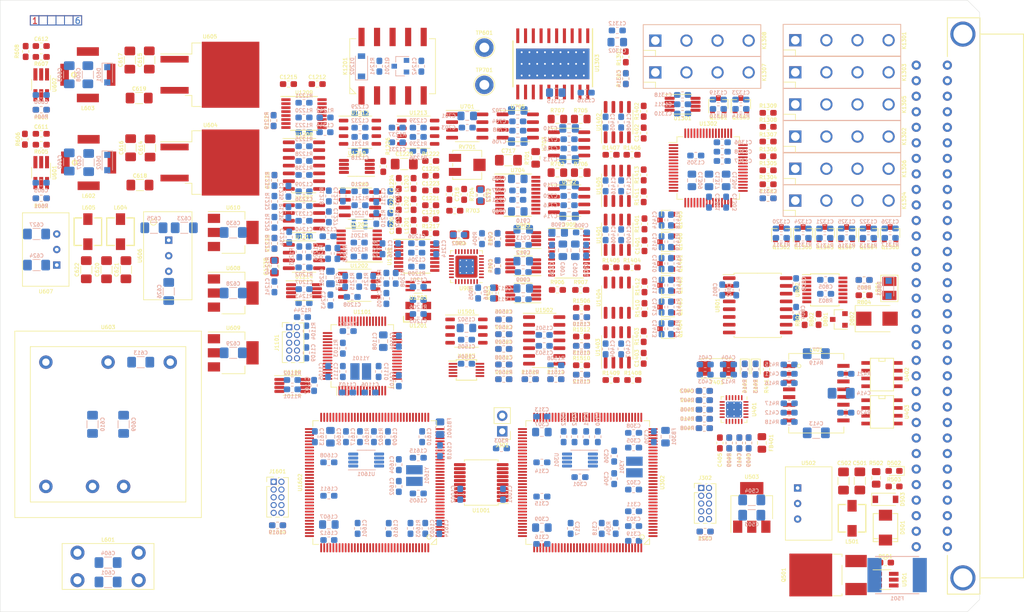
<source format=kicad_pcb>
(kicad_pcb (version 20171130) (host pcbnew 5.1.5)
  (layers (0 Top signal) (1 Power power) (2 Power+GND power) (3 Signal_internal signal) (4 GND power) (31 Bottom signal) (34 B.Paste user) (35 F.Paste user) (36 B.SilkS user) (37 F.SilkS user) (38 B.Mask user) (39 F.Mask user) (44 Edge.Cuts user))
  (net 0 "")
  (net 1 AGNDF)
  (net 2 "Net-(C304-Pad1)")
  (net 3 /Ethernet/NRST)
  (net 4 +3V3)
  (net 5 /MCU1/MCU_VDDA)
  (net 6 VCCQ)
  (net 7 Earth)
  (net 8 "Net-(C414-Pad1)")
  (net 9 +24VDD)
  (net 10 "Net-(C502-Pad1)")
  (net 11 +5V)
  (net 12 +24VF)
  (net 13 +3.3VP)
  (net 14 "Net-(C612-Pad1)")
  (net 15 +3.3VF)
  (net 16 "Net-(C623-Pad1)")
  (net 17 +5VF)
  (net 18 "Net-(C626-Pad1)")
  (net 19 +15VF)
  (net 20 -15VF)
  (net 21 "/AC source/MEAS_OUT")
  (net 22 "/AC source/V_AMPL")
  (net 23 "/AC source/+2V5REF")
  (net 24 "/AC source/V_OFFSET")
  (net 25 /DAC/+2V5REF)
  (net 26 /Connector/EXT_TRIG)
  (net 27 /MCU2/MCU_NRST)
  (net 28 "Net-(C1401-Pad1)")
  (net 29 "Net-(C1402-Pad1)")
  (net 30 /MCU3/MCU_NRST)
  (net 31 "Net-(D401-Pad2)")
  (net 32 "Net-(D401-Pad1)")
  (net 33 "Net-(D402-Pad2)")
  (net 34 "Net-(D402-Pad1)")
  (net 35 "Net-(D503-Pad2)")
  (net 36 "Net-(C607-Pad1)")
  (net 37 "/AC source/AC_RELAY")
  (net 38 /MCU1/TDI)
  (net 39 /MCU1/TDO)
  (net 40 /MCU1/TCK_SWCLK)
  (net 41 /MCU1/TMS_SWDIO)
  (net 42 /MCU1/MCU_DEFAULT)
  (net 43 /MCU2/TCK_SWCLK)
  (net 44 /MCU2/TMS_SWDIO)
  (net 45 "/AC source/AC_FOURCE")
  (net 46 /Connector/F)
  (net 47 /Ethernet/ETH_TXP)
  (net 48 /Ethernet/ETH_TXN)
  (net 49 /Ethernet/ETH_RXP)
  (net 50 /Ethernet/ETH_RXN)
  (net 51 "Net-(L401-Pad10)")
  (net 52 "Net-(L401-Pad15)")
  (net 53 "Net-(C607-Pad2)")
  (net 54 /MCU1/EEPROM_SDA)
  (net 55 /MCU1/EEPROM_SCL)
  (net 56 "Net-(R304-Pad1)")
  (net 57 /Ethernet/RMII_RXD0)
  (net 58 /Ethernet/MODE0)
  (net 59 /Ethernet/RMII_RXD1)
  (net 60 /Ethernet/MODE1)
  (net 61 /Ethernet/RMII_CRS_DV)
  (net 62 /Ethernet/MODE2)
  (net 63 /Ethernet/REF_CLK)
  (net 64 /Ethernet/REFCLK0)
  (net 65 /Ethernet/RMII_MDIO)
  (net 66 "Net-(R501-Pad2)")
  (net 67 "Net-(R601-Pad2)")
  (net 68 "Net-(R701-Pad2)")
  (net 69 "Net-(R702-Pad1)")
  (net 70 "/DC source/DC_DAC_SCLK")
  (net 71 "Net-(R706-Pad1)")
  (net 72 "/AC source/DDS_FGEN_~FSYNC")
  (net 73 "/AC source/DDS_DAC_~SYNC")
  (net 74 "/AC source/DDS_DAC_~RESET")
  (net 75 "/AC source/MEAS_AMPL")
  (net 76 "Net-(R901-Pad2)")
  (net 77 /DAC/DAC_~SYNC)
  (net 78 /Trigger/EXT_TRIG_SIGN)
  (net 79 /PMU/PMU_QM4)
  (net 80 /PMU/PMU_QM5)
  (net 81 /MCU2/R_MEASIL)
  (net 82 /MCU2/R_MEASHV)
  (net 83 /MCU2/R_MEASVL)
  (net 84 /MCU2/R_GUARDIN)
  (net 85 /MCU2/R_GUARD)
  (net 86 /MCU2/R_GND)
  (net 87 /MCU2/EEPROM_SDA)
  (net 88 /MCU2/EEPROM_SCL)
  (net 89 "Net-(RV701-Pad2)")
  (net 90 /Isolation/MCU1_~MSS)
  (net 91 /Isolation/MCU1_MCLK)
  (net 92 /Isolation/MCU1_MISO)
  (net 93 /Isolation/MCU1_MOSI)
  (net 94 /Isolation/MCU1_GPIO_OUT1)
  (net 95 /Isolation/MCU1_GPIO_OUT2)
  (net 96 /Ethernet/RMII_MDC)
  (net 97 /Isolation/MCU1_STATUS_IN)
  (net 98 /MCU1/TRIG_EN)
  (net 99 /MCU1/TRIG_OUT)
  (net 100 /MCU1/TRIG_IN)
  (net 101 /Ethernet/RMII_TXEN)
  (net 102 /Ethernet/RMII_TXD0)
  (net 103 /Ethernet/RMII_TXD1)
  (net 104 /ADC/DC_FOURCE)
  (net 105 "/DC source/DC_DAC_~SYNC")
  (net 106 "/DC source/DC_DAC_SDIN")
  (net 107 "/DC source/DC_DAC_SDO")
  (net 108 "/DC source/DC_DAC_~LDAC")
  (net 109 "/DC source/DC_DAC_~CLR")
  (net 110 /Trigger/TRIG_OUT_EN)
  (net 111 /Trigger/TRIG_OUT_SIGN)
  (net 112 /MCU2/FOURCE_SELECT)
  (net 113 /MCU2/PMU_CPSEL)
  (net 114 /MCU2/PMU_MSEL)
  (net 115 /MCU2/PMU_~MOE)
  (net 116 /MCU2/PMU_STANDBY)
  (net 117 /MCU2/PMU_AM0)
  (net 118 /MCU2/PMU_AM1)
  (net 119 /MCU2/PMU_AM2)
  (net 120 /MCU2/PMU_AC1)
  (net 121 /MCU2/PMU_AC0)
  (net 122 /MCU2/PMU_~STB)
  (net 123 /MCU2/PMU_~CS)
  (net 124 /MCU2/PMU_CLLDETECT)
  (net 125 /MCU2/PMU_CLHDETECT)
  (net 126 /MCU2/PMU_CPCK)
  (net 127 /MCU2/PMU_CPOL)
  (net 128 /MCU2/PMU_CPOH)
  (net 129 /ADC/ADC_MUX_~SYNC)
  (net 130 /ADC/ADC_MUX_SDO)
  (net 131 /ADC/ADC_MUX_DIN)
  (net 132 /ADC/ADC_MUX_SCLK)
  (net 133 /ADC/ADC_SDOA)
  (net 134 /ADC/ADC_BUSY)
  (net 135 /ADC/ADC_CLOCK)
  (net 136 /ADC/ADC_~CS)
  (net 137 /ADC/ADC_RD)
  (net 138 /ADC/ADC_SDI)
  (net 139 /Isolation/MCU2_SCLK)
  (net 140 /Isolation/MCU2_~SSS)
  (net 141 /Isolation/MCU2_MISO)
  (net 142 /Isolation/MCU2_MOSI)
  (net 143 /Isolation/MCU2_GPIO_OUT1)
  (net 144 /Isolation/MCU2_GPIO_OUT2)
  (net 145 /Isolation/MCU2_STATUS_IN)
  (net 146 +24V)
  (net 147 /Connector/A)
  (net 148 /Connector/C)
  (net 149 /Connector/B)
  (net 150 /Connector/E)
  (net 151 /Connector/TX+)
  (net 152 /Connector/TX-)
  (net 153 /Connector/RX+)
  (net 154 /Connector/RX-)
  (net 155 "Net-(L401-Pad9)")
  (net 156 "Net-(L401-Pad11)")
  (net 157 "Net-(L401-Pad14)")
  (net 158 "Net-(L401-Pad16)")
  (net 159 /MCU3/EEPROM_SDA)
  (net 160 /MCU3/EEPROM_SCL)
  (net 161 /MCU1/EEPROM_WP)
  (net 162 /MCU2/EEPROM_WP)
  (net 163 /MCU3/TCK_SWCLK)
  (net 164 /MCU3/TMS_SWDIO)
  (net 165 "Net-(Q501-Pad1)")
  (net 166 +5V_TRIG)
  (net 167 GND)
  (net 168 GND_TRIG)
  (net 169 "/AC source/DDS_MEAS_DATA")
  (net 170 "/AC source/DDS_DAC_RSTSEL")
  (net 171 "/AC source/DDS_MDAC_~SYNC")
  (net 172 "/AC source/DDS_MDAC_DIN")
  (net 173 "/AC source/DDS_MDAC_SCLK")
  (net 174 "/AC source/DDS_FGEN_PSEL0")
  (net 175 "/AC source/DDS_FGEN_PSEL1")
  (net 176 "/AC source/DDS_FGEN_FSELECT")
  (net 177 "/AC source/DDS_FGEN_SDATA")
  (net 178 "/AC source/DDS_FGEN_SCLK")
  (net 179 "/AC source/DDS_MEAS_CLK")
  (net 180 "/AC source/DDS_MEAS_CONV")
  (net 181 "/AC source/DDS_DAC_SDIN")
  (net 182 "/AC source/DDS_DAC_SCLK")
  (net 183 "/AC source/DDS_DAC_~LDAC")
  (net 184 "/AC source/DDS_DAC_SDO")
  (net 185 "/AC source/DDS_MEAS_A0")
  (net 186 "/AC source/DDS_MEAS_A1")
  (net 187 "/AC source/DDS_MEAS_A2")
  (net 188 /DAC/DAC_SCLK)
  (net 189 /MCU3/EEPROM_WP)
  (net 190 "Net-(C806-Pad2)")
  (net 191 /DAC/PMU_CPH)
  (net 192 /DAC/PMU_CLH)
  (net 193 "Net-(C1306-Pad1)")
  (net 194 "Net-(C1307-Pad1)")
  (net 195 "Net-(C1308-Pad1)")
  (net 196 "Net-(C1319-Pad1)")
  (net 197 "Net-(C1321-Pad1)")
  (net 198 "Net-(C1323-Pad1)")
  (net 199 "Net-(C1324-Pad1)")
  (net 200 "Net-(C1325-Pad1)")
  (net 201 "Net-(C1403-Pad1)")
  (net 202 "Net-(C1410-Pad1)")
  (net 203 "Net-(C1411-Pad1)")
  (net 204 "Net-(C1412-Pad1)")
  (net 205 "Net-(C1413-Pad1)")
  (net 206 /MCU2/MCU_VDDA)
  (net 207 "Net-(L801-Pad2)")
  (net 208 "Net-(R902-Pad2)")
  (net 209 "Net-(R903-Pad2)")
  (net 210 "Net-(R904-Pad2)")
  (net 211 "Net-(R905-Pad2)")
  (net 212 "Net-(R1202-Pad1)")
  (net 213 "Net-(R1306-Pad1)")
  (net 214 "Net-(R1410-Pad1)")
  (net 215 /ADC/ADC_CONVST)
  (net 216 /MCU2/MCU3_MOSI)
  (net 217 /MCU2/MCU3_MISO)
  (net 218 /MCU2/MCU3_SCLK)
  (net 219 /MCU2/MCU3_NSS)
  (net 220 "Net-(C306-Pad1)")
  (net 221 "Net-(C307-Pad1)")
  (net 222 "Net-(C309-Pad1)")
  (net 223 "Net-(C401-Pad1)")
  (net 224 "Net-(C403-Pad1)")
  (net 225 "Net-(C404-Pad1)")
  (net 226 "Net-(C605-Pad1)")
  (net 227 "Net-(C606-Pad1)")
  (net 228 "Net-(C608-Pad2)")
  (net 229 "Net-(C608-Pad1)")
  (net 230 "Net-(C609-Pad2)")
  (net 231 "Net-(C610-Pad2)")
  (net 232 "Net-(C611-Pad2)")
  (net 233 "Net-(C611-Pad1)")
  (net 234 "Net-(C612-Pad2)")
  (net 235 "Net-(C624-Pad1)")
  (net 236 "Net-(C627-Pad1)")
  (net 237 "Net-(C717-Pad1)")
  (net 238 "Net-(C718-Pad1)")
  (net 239 "Net-(C914-Pad1)")
  (net 240 "Net-(C915-Pad1)")
  (net 241 "Net-(C916-Pad1)")
  (net 242 "Net-(C1108-Pad2)")
  (net 243 "Net-(C1110-Pad1)")
  (net 244 "Net-(C1111-Pad1)")
  (net 245 "Net-(C1210-Pad2)")
  (net 246 "Net-(C1210-Pad1)")
  (net 247 "Net-(C1211-Pad1)")
  (net 248 "Net-(C1213-Pad2)")
  (net 249 "Net-(C1214-Pad2)")
  (net 250 "Net-(C1217-Pad2)")
  (net 251 "Net-(C1219-Pad1)")
  (net 252 "Net-(C1220-Pad1)")
  (net 253 "Net-(C1222-Pad1)")
  (net 254 "Net-(C1224-Pad1)")
  (net 255 "Net-(C1228-Pad1)")
  (net 256 "Net-(C1230-Pad2)")
  (net 257 "Net-(C1230-Pad1)")
  (net 258 "Net-(C1232-Pad2)")
  (net 259 "Net-(C1232-Pad1)")
  (net 260 "Net-(C1233-Pad1)")
  (net 261 "Net-(C1236-Pad2)")
  (net 262 "Net-(C1236-Pad1)")
  (net 263 "Net-(C1238-Pad1)")
  (net 264 "Net-(C1239-Pad2)")
  (net 265 "Net-(C1239-Pad1)")
  (net 266 "Net-(C1240-Pad1)")
  (net 267 "Net-(C1241-Pad1)")
  (net 268 "Net-(C1242-Pad1)")
  (net 269 "Net-(C1306-Pad2)")
  (net 270 "Net-(C1307-Pad2)")
  (net 271 "Net-(C1308-Pad2)")
  (net 272 "Net-(C1313-Pad2)")
  (net 273 "Net-(C1313-Pad1)")
  (net 274 "Net-(C1314-Pad2)")
  (net 275 "Net-(C1314-Pad1)")
  (net 276 "Net-(C1320-Pad1)")
  (net 277 "Net-(C1322-Pad1)")
  (net 278 "Net-(C1326-Pad1)")
  (net 279 "Net-(C1414-Pad1)")
  (net 280 "Net-(C1415-Pad1)")
  (net 281 "Net-(C1506-Pad1)")
  (net 282 "Net-(C1507-Pad1)")
  (net 283 "Net-(C1508-Pad1)")
  (net 284 "Net-(C1509-Pad1)")
  (net 285 "Net-(C1510-Pad2)")
  (net 286 "Net-(C1511-Pad2)")
  (net 287 "Net-(C1512-Pad2)")
  (net 288 /DAC/OFFSET1)
  (net 289 "Net-(C1513-Pad2)")
  (net 290 /DAC/OFFSET2)
  (net 291 "Net-(C1602-Pad1)")
  (net 292 "Net-(C1604-Pad1)")
  (net 293 "Net-(C1606-Pad1)")
  (net 294 "Net-(C1607-Pad1)")
  (net 295 "Net-(D501-Pad1)")
  (net 296 "Net-(D502-Pad2)")
  (net 297 "Net-(D801-Pad3)")
  (net 298 "Net-(D801-Pad2)")
  (net 299 "Net-(D1201-Pad2)")
  (net 300 "Net-(K1201-Pad2)")
  (net 301 "Net-(K1301-Pad3)")
  (net 302 "Net-(K1302-Pad3)")
  (net 303 "Net-(K1302-Pad1)")
  (net 304 "Net-(K1303-Pad3)")
  (net 305 "Net-(K1303-Pad1)")
  (net 306 "Net-(K1304-Pad3)")
  (net 307 "Net-(K1304-Pad1)")
  (net 308 "Net-(K1305-Pad3)")
  (net 309 "Net-(K1305-Pad1)")
  (net 310 "Net-(K1306-Pad3)")
  (net 311 "Net-(K1307-Pad4)")
  (net 312 "Net-(K1307-Pad3)")
  (net 313 "Net-(K1308-Pad4)")
  (net 314 "Net-(K1308-Pad3)")
  (net 315 /PGA/GAIN1A1)
  (net 316 /PGA/GAIN1A0)
  (net 317 /PGA/GAIN3A1)
  (net 318 /PGA/GAIN3A0)
  (net 319 /PGA/GAIN2A1)
  (net 320 /PGA/GAIN2A0)
  (net 321 "Net-(R403-Pad1)")
  (net 322 "Net-(R412-Pad2)")
  (net 323 "Net-(R603-Pad2)")
  (net 324 "Net-(R705-Pad2)")
  (net 325 "Net-(R707-Pad1)")
  (net 326 "Net-(R801-Pad2)")
  (net 327 /ADC/PMU_MEASV_GAIN)
  (net 328 "Net-(R906-Pad1)")
  (net 329 "Net-(R907-Pad2)")
  (net 330 /ADC/PMU_MEASI_GAIN)
  (net 331 "Net-(R1103-Pad1)")
  (net 332 "Net-(R1206-Pad2)")
  (net 333 "Net-(R1206-Pad1)")
  (net 334 "Net-(R1212-Pad2)")
  (net 335 "Net-(R1213-Pad1)")
  (net 336 "Net-(R1220-Pad1)")
  (net 337 "Net-(R1223-Pad1)")
  (net 338 "Net-(R1224-Pad1)")
  (net 339 "Net-(R1225-Pad1)")
  (net 340 "Net-(R1226-Pad1)")
  (net 341 "Net-(R1227-Pad2)")
  (net 342 "Net-(R1228-Pad2)")
  (net 343 "Net-(R1229-Pad1)")
  (net 344 "Net-(R1231-Pad2)")
  (net 345 "Net-(R1243-Pad2)")
  (net 346 "Net-(R1301-Pad2)")
  (net 347 "Net-(R1301-Pad1)")
  (net 348 "Net-(R1304-Pad1)")
  (net 349 "Net-(R1305-Pad1)")
  (net 350 /PGA/PMU_MEASVOUT)
  (net 351 /PGA/PMU_MEASIOUT)
  (net 352 /PGA/PMU_MEASOUT)
  (net 353 "Net-(R1411-Pad1)")
  (net 354 /MCU2/G1A1_CTR)
  (net 355 /MCU2/G1A0_CTR)
  (net 356 /MCU2/G3A1_CTR)
  (net 357 /MCU2/G3A0_CTR)
  (net 358 /MCU2/G2A1_CTR)
  (net 359 /MCU2/G2A0_CTR)
  (net 360 "Net-(R1501-Pad2)")
  (net 361 "Net-(R1502-Pad2)")
  (net 362 "Net-(R1503-Pad2)")
  (net 363 "Net-(R1504-Pad2)")
  (net 364 "Net-(R1603-Pad1)")
  (net 365 "Net-(U702-Pad7)")
  (net 366 "Net-(U702-Pad6)")
  (net 367 "Net-(U702-Pad2)")
  (net 368 "Net-(U702-Pad1)")
  (net 369 "Net-(U704-Pad2)")
  (net 370 "Net-(U901-Pad10)")
  (net 371 "Net-(U901-Pad6)")
  (net 372 /ADC/PMU_MEAS_GAIN)
  (net 373 "Net-(U1207-Pad3)")
  (net 374 "Net-(U1208-Pad13)")
  (net 375 "Net-(U1208-Pad12)")
  (net 376 "Net-(U1208-Pad11)")
  (net 377 "Net-(U1301-Pad1)")
  (net 378 "Net-(U1401-Pad3)")
  (net 379 "Net-(U1402-Pad3)")
  (net 380 /DAC/DAC_DIN)
  (module Capacitor_SMD:C_0603_1608Metric_Pad1.05x0.95mm_HandSolder (layer Bottom) (at 171.45 70.358 90)
    (fp_text reference C1417 (at 0 1.27 90) (layer B.SilkS) (effects (font (size 0.6 0.6) (thickness 0.12)) (justify mirror)))
    (fp_text value 100n)
    (pad 2 smd roundrect (at 0.875 0 90) (size 1.05 0.95) (layers Bottom B.Paste B.Mask) (net 1 AGNDF))
    (pad 1 smd roundrect (at -0.875 0 90) (size 1.05 0.95) (layers Bottom B.Paste B.Mask) (net 20 -15VF))
  )
  (module Capacitor_SMD:C_0603_1608Metric_Pad1.05x0.95mm_HandSolder (layer Bottom) (at 168.91 70.358 270)
    (fp_text reference C1416 (at 0 -1.27 90) (layer B.SilkS) (effects (font (size 0.6 0.6) (thickness 0.12)) (justify mirror)))
    (fp_text value 100n)
    (pad 2 smd roundrect (at 0.875 0 270) (size 1.05 0.95) (layers Bottom B.Paste B.Mask) (net 1 AGNDF))
    (pad 1 smd roundrect (at -0.875 0 270) (size 1.05 0.95) (layers Bottom B.Paste B.Mask) (net 19 +15VF))
  )
  (module Package_SO:SOIC-8_3.9x4.9mm_P1.27mm (layer Top) (at 170.815 96.774 90)
    (fp_text reference U1403 (at 0 -3.175 90) (layer F.SilkS) (effects (font (size 0.6 0.6) (thickness 0.12))))
    (fp_text value PGA103)
    (pad 8 smd roundrect (at 2.475 -1.905 90) (size 1.95 0.6) (layers Top F.Paste F.Mask) (net 19 +15VF))
    (pad 7 smd roundrect (at 2.475 -0.635 90) (size 1.95 0.6) (layers Top F.Paste F.Mask) (net 372 /ADC/PMU_MEAS_GAIN))
    (pad 6 smd roundrect (at 2.475 0.635 90) (size 1.95 0.6) (layers Top F.Paste F.Mask) (net 20 -15VF))
    (pad 5 smd roundrect (at 2.475 1.905 90) (size 1.95 0.6) (layers Top F.Paste F.Mask))
    (pad 4 smd roundrect (at -2.475 1.905 90) (size 1.95 0.6) (layers Top F.Paste F.Mask) (net 201 "Net-(C1403-Pad1)"))
    (pad 3 smd roundrect (at -2.475 0.635 90) (size 1.95 0.6) (layers Top F.Paste F.Mask))
    (pad 2 smd roundrect (at -2.475 -0.635 90) (size 1.95 0.6) (layers Top F.Paste F.Mask) (net 317 /PGA/GAIN3A1))
    (pad 1 smd roundrect (at -2.475 -1.905 90) (size 1.95 0.6) (layers Top F.Paste F.Mask) (net 318 /PGA/GAIN3A0))
  )
  (module Package_SO:SOIC-8_3.9x4.9mm_P1.27mm (layer Top) (at 170.815 59.944 90)
    (fp_text reference U1402 (at 0 -3.048 90) (layer F.SilkS) (effects (font (size 0.6 0.6) (thickness 0.12))))
    (fp_text value PGA103)
    (pad 8 smd roundrect (at 2.475 -1.905 90) (size 1.95 0.6) (layers Top F.Paste F.Mask) (net 19 +15VF))
    (pad 7 smd roundrect (at 2.475 -0.635 90) (size 1.95 0.6) (layers Top F.Paste F.Mask) (net 330 /ADC/PMU_MEASI_GAIN))
    (pad 6 smd roundrect (at 2.475 0.635 90) (size 1.95 0.6) (layers Top F.Paste F.Mask) (net 20 -15VF))
    (pad 5 smd roundrect (at 2.475 1.905 90) (size 1.95 0.6) (layers Top F.Paste F.Mask))
    (pad 4 smd roundrect (at -2.475 1.905 90) (size 1.95 0.6) (layers Top F.Paste F.Mask) (net 29 "Net-(C1402-Pad1)"))
    (pad 3 smd roundrect (at -2.475 0.635 90) (size 1.95 0.6) (layers Top F.Paste F.Mask) (net 379 "Net-(U1402-Pad3)"))
    (pad 2 smd roundrect (at -2.475 -0.635 90) (size 1.95 0.6) (layers Top F.Paste F.Mask) (net 319 /PGA/GAIN2A1))
    (pad 1 smd roundrect (at -2.475 -1.905 90) (size 1.95 0.6) (layers Top F.Paste F.Mask) (net 320 /PGA/GAIN2A0))
  )
  (module Package_SO:SOIC-8_3.9x4.9mm_P1.27mm (layer Top) (at 170.815 78.359 90)
    (fp_text reference U1401 (at 0 -3.048 90) (layer F.SilkS) (effects (font (size 0.6 0.6) (thickness 0.12))))
    (fp_text value PGA103)
    (pad 8 smd roundrect (at 2.475 -1.905 90) (size 1.95 0.6) (layers Top F.Paste F.Mask) (net 19 +15VF))
    (pad 7 smd roundrect (at 2.475 -0.635 90) (size 1.95 0.6) (layers Top F.Paste F.Mask) (net 327 /ADC/PMU_MEASV_GAIN))
    (pad 6 smd roundrect (at 2.475 0.635 90) (size 1.95 0.6) (layers Top F.Paste F.Mask) (net 20 -15VF))
    (pad 5 smd roundrect (at 2.475 1.905 90) (size 1.95 0.6) (layers Top F.Paste F.Mask))
    (pad 4 smd roundrect (at -2.475 1.905 90) (size 1.95 0.6) (layers Top F.Paste F.Mask) (net 28 "Net-(C1401-Pad1)"))
    (pad 3 smd roundrect (at -2.475 0.635 90) (size 1.95 0.6) (layers Top F.Paste F.Mask) (net 378 "Net-(U1401-Pad3)"))
    (pad 2 smd roundrect (at -2.475 -0.635 90) (size 1.95 0.6) (layers Top F.Paste F.Mask) (net 315 /PGA/GAIN1A1))
    (pad 1 smd roundrect (at -2.475 -1.905 90) (size 1.95 0.6) (layers Top F.Paste F.Mask) (net 316 /PGA/GAIN1A0))
  )
  (module Package_SO:MSOP-10_3x3mm_P0.5mm (layer Top) (at 146.177 100.457)
    (fp_text reference U1503 (at 0 -2.286) (layer F.SilkS) (effects (font (size 0.6 0.6) (thickness 0.12))))
    (fp_text value AD5324)
    (pad 10 smd rect (at 2.2 -1) (size 1.4 0.3) (layers Top F.Paste F.Mask) (net 77 /DAC/DAC_~SYNC))
    (pad 9 smd rect (at 2.2 -0.5) (size 1.4 0.3) (layers Top F.Paste F.Mask) (net 188 /DAC/DAC_SCLK))
    (pad 8 smd rect (at 2.2 0) (size 1.4 0.3) (layers Top F.Paste F.Mask) (net 380 /DAC/DAC_DIN))
    (pad 7 smd rect (at 2.2 0.5) (size 1.4 0.3) (layers Top F.Paste F.Mask) (net 1 AGNDF))
    (pad 6 smd rect (at 2.2 1) (size 1.4 0.3) (layers Top F.Paste F.Mask) (net 363 "Net-(R1504-Pad2)"))
    (pad 5 smd rect (at -2.2 1) (size 1.4 0.3) (layers Top F.Paste F.Mask) (net 25 /DAC/+2V5REF))
    (pad 4 smd rect (at -2.2 0.5) (size 1.4 0.3) (layers Top F.Paste F.Mask) (net 362 "Net-(R1503-Pad2)"))
    (pad 3 smd rect (at -2.2 0) (size 1.4 0.3) (layers Top F.Paste F.Mask) (net 361 "Net-(R1502-Pad2)"))
    (pad 2 smd rect (at -2.2 -0.5) (size 1.4 0.3) (layers Top F.Paste F.Mask) (net 360 "Net-(R1501-Pad2)"))
    (pad 1 smd rect (at -2.2 -1) (size 1.4 0.3) (layers Top F.Paste F.Mask) (net 15 +3.3VF))
  )
  (module Package_SO:SOIC-14_3.9x8.7mm_P1.27mm (layer Top) (at 158.877 95.631)
    (fp_text reference U1502 (at 0 -4.953) (layer F.SilkS) (effects (font (size 0.6 0.6) (thickness 0.12))))
    (fp_text value TL074)
    (pad 14 smd roundrect (at 2.475 -3.81) (size 1.95 0.6) (layers Top F.Paste F.Mask) (net 290 /DAC/OFFSET2))
    (pad 13 smd roundrect (at 2.475 -2.54) (size 1.95 0.6) (layers Top F.Paste F.Mask) (net 289 "Net-(C1513-Pad2)"))
    (pad 12 smd roundrect (at 2.475 -1.27) (size 1.95 0.6) (layers Top F.Paste F.Mask) (net 284 "Net-(C1509-Pad1)"))
    (pad 11 smd roundrect (at 2.475 0) (size 1.95 0.6) (layers Top F.Paste F.Mask) (net 20 -15VF))
    (pad 10 smd roundrect (at 2.475 1.27) (size 1.95 0.6) (layers Top F.Paste F.Mask) (net 283 "Net-(C1508-Pad1)"))
    (pad 9 smd roundrect (at 2.475 2.54) (size 1.95 0.6) (layers Top F.Paste F.Mask) (net 287 "Net-(C1512-Pad2)"))
    (pad 8 smd roundrect (at 2.475 3.81) (size 1.95 0.6) (layers Top F.Paste F.Mask) (net 288 /DAC/OFFSET1))
    (pad 7 smd roundrect (at -2.475 3.81) (size 1.95 0.6) (layers Top F.Paste F.Mask) (net 192 /DAC/PMU_CLH))
    (pad 6 smd roundrect (at -2.475 2.54) (size 1.95 0.6) (layers Top F.Paste F.Mask) (net 286 "Net-(C1511-Pad2)"))
    (pad 5 smd roundrect (at -2.475 1.27) (size 1.95 0.6) (layers Top F.Paste F.Mask) (net 282 "Net-(C1507-Pad1)"))
    (pad 4 smd roundrect (at -2.475 0) (size 1.95 0.6) (layers Top F.Paste F.Mask) (net 19 +15VF))
    (pad 3 smd roundrect (at -2.475 -1.27) (size 1.95 0.6) (layers Top F.Paste F.Mask) (net 281 "Net-(C1506-Pad1)"))
    (pad 2 smd roundrect (at -2.475 -2.54) (size 1.95 0.6) (layers Top F.Paste F.Mask) (net 285 "Net-(C1510-Pad2)"))
    (pad 1 smd roundrect (at -2.475 -3.81) (size 1.95 0.6) (layers Top F.Paste F.Mask) (net 191 /DAC/PMU_CPH))
  )
  (module Package_SO:SOIC-8_3.9x4.9mm_P1.27mm (layer Top) (at 170.815 70.358 90)
    (fp_text reference U1405 (at 0 -3.048 90) (layer F.SilkS) (effects (font (size 0.6 0.6) (thickness 0.12))))
    (fp_text value OPA602)
    (pad 8 smd roundrect (at 2.475 -1.905 90) (size 1.95 0.6) (layers Top F.Paste F.Mask))
    (pad 7 smd roundrect (at 2.475 -0.635 90) (size 1.95 0.6) (layers Top F.Paste F.Mask) (net 19 +15VF))
    (pad 6 smd roundrect (at 2.475 0.635 90) (size 1.95 0.6) (layers Top F.Paste F.Mask) (net 379 "Net-(U1402-Pad3)"))
    (pad 5 smd roundrect (at 2.475 1.905 90) (size 1.95 0.6) (layers Top F.Paste F.Mask))
    (pad 4 smd roundrect (at -2.475 1.905 90) (size 1.95 0.6) (layers Top F.Paste F.Mask) (net 20 -15VF))
    (pad 3 smd roundrect (at -2.475 0.635 90) (size 1.95 0.6) (layers Top F.Paste F.Mask) (net 353 "Net-(R1411-Pad1)"))
    (pad 2 smd roundrect (at -2.475 -0.635 90) (size 1.95 0.6) (layers Top F.Paste F.Mask) (net 379 "Net-(U1402-Pad3)"))
    (pad 1 smd roundrect (at -2.475 -1.905 90) (size 1.95 0.6) (layers Top F.Paste F.Mask))
  )
  (module Package_SO:SOIC-8_3.9x4.9mm_P1.27mm (layer Top) (at 170.815 88.646 90)
    (fp_text reference U1404 (at 0 -3.048 90) (layer F.SilkS) (effects (font (size 0.6 0.6) (thickness 0.12))))
    (fp_text value OPA602)
    (pad 8 smd roundrect (at 2.475 -1.905 90) (size 1.95 0.6) (layers Top F.Paste F.Mask))
    (pad 7 smd roundrect (at 2.475 -0.635 90) (size 1.95 0.6) (layers Top F.Paste F.Mask) (net 19 +15VF))
    (pad 6 smd roundrect (at 2.475 0.635 90) (size 1.95 0.6) (layers Top F.Paste F.Mask) (net 378 "Net-(U1401-Pad3)"))
    (pad 5 smd roundrect (at 2.475 1.905 90) (size 1.95 0.6) (layers Top F.Paste F.Mask))
    (pad 4 smd roundrect (at -2.475 1.905 90) (size 1.95 0.6) (layers Top F.Paste F.Mask) (net 20 -15VF))
    (pad 3 smd roundrect (at -2.475 0.635 90) (size 1.95 0.6) (layers Top F.Paste F.Mask) (net 214 "Net-(R1410-Pad1)"))
    (pad 2 smd roundrect (at -2.475 -0.635 90) (size 1.95 0.6) (layers Top F.Paste F.Mask) (net 378 "Net-(U1401-Pad3)"))
    (pad 1 smd roundrect (at -2.475 -1.905 90) (size 1.95 0.6) (layers Top F.Paste F.Mask))
  )
  (module Resistor_SMD:R_0603_1608Metric_Pad1.05x0.95mm_HandSolder (layer Top) (at 164.973 96.52 180)
    (fp_text reference R1516 (at 0 -1.143) (layer F.SilkS) (effects (font (size 0.6 0.6) (thickness 0.12))))
    (fp_text value 100k)
    (pad 2 smd roundrect (at 0.875 0 180) (size 1.05 0.95) (layers Top F.Paste F.Mask) (net 289 "Net-(C1513-Pad2)"))
    (pad 1 smd roundrect (at -0.875 0 180) (size 1.05 0.95) (layers Top F.Paste F.Mask) (net 290 /DAC/OFFSET2))
  )
  (module Resistor_SMD:R_0603_1608Metric_Pad1.05x0.95mm_HandSolder (layer Top) (at 164.973 101.219 180)
    (fp_text reference R1515 (at 0 -1.143) (layer F.SilkS) (effects (font (size 0.6 0.6) (thickness 0.12))))
    (fp_text value 100k)
    (pad 2 smd roundrect (at 0.875 0 180) (size 1.05 0.95) (layers Top F.Paste F.Mask) (net 287 "Net-(C1512-Pad2)"))
    (pad 1 smd roundrect (at -0.875 0 180) (size 1.05 0.95) (layers Top F.Paste F.Mask) (net 288 /DAC/OFFSET1))
  )
  (module Resistor_SMD:R_0603_1608Metric_Pad1.05x0.95mm_HandSolder (layer Top) (at 164.973 94.996)
    (fp_text reference R1512 (at 0 -1.143) (layer F.SilkS) (effects (font (size 0.6 0.6) (thickness 0.12))))
    (fp_text value 33k2)
    (pad 2 smd roundrect (at 0.875 0) (size 1.05 0.95) (layers Top F.Paste F.Mask) (net 1 AGNDF))
    (pad 1 smd roundrect (at -0.875 0) (size 1.05 0.95) (layers Top F.Paste F.Mask) (net 289 "Net-(C1513-Pad2)"))
  )
  (module Resistor_SMD:R_0603_1608Metric_Pad1.05x0.95mm_HandSolder (layer Bottom) (at 156.591 101.981 180)
    (fp_text reference R1511 (at 0 1.143) (layer B.SilkS) (effects (font (size 0.6 0.6) (thickness 0.12)) (justify mirror)))
    (fp_text value 24k9)
    (pad 2 smd roundrect (at 0.875 0 180) (size 1.05 0.95) (layers Bottom B.Paste B.Mask) (net 25 /DAC/+2V5REF))
    (pad 1 smd roundrect (at -0.875 0 180) (size 1.05 0.95) (layers Bottom B.Paste B.Mask) (net 289 "Net-(C1513-Pad2)"))
  )
  (module Resistor_SMD:R_0603_1608Metric_Pad1.05x0.95mm_HandSolder (layer Top) (at 164.973 99.695)
    (fp_text reference R1510 (at 0 -1.143) (layer F.SilkS) (effects (font (size 0.6 0.6) (thickness 0.12))))
    (fp_text value 33k2)
    (pad 2 smd roundrect (at 0.875 0) (size 1.05 0.95) (layers Top F.Paste F.Mask) (net 1 AGNDF))
    (pad 1 smd roundrect (at -0.875 0) (size 1.05 0.95) (layers Top F.Paste F.Mask) (net 287 "Net-(C1512-Pad2)"))
  )
  (module Resistor_SMD:R_0603_1608Metric_Pad1.05x0.95mm_HandSolder (layer Top) (at 156.591 101.981 180)
    (fp_text reference R1509 (at 0 1.143) (layer F.SilkS) (effects (font (size 0.6 0.6) (thickness 0.12))))
    (fp_text value 24k9)
    (pad 2 smd roundrect (at 0.875 0 180) (size 1.05 0.95) (layers Top F.Paste F.Mask) (net 25 /DAC/+2V5REF))
    (pad 1 smd roundrect (at -0.875 0 180) (size 1.05 0.95) (layers Top F.Paste F.Mask) (net 287 "Net-(C1512-Pad2)"))
  )
  (module Resistor_SMD:R_0603_1608Metric_Pad1.05x0.95mm_HandSolder (layer Top) (at 152.273 97.028 180)
    (fp_text reference R1504 (at 0 1.143) (layer F.SilkS) (effects (font (size 0.6 0.6) (thickness 0.12))))
    (fp_text value 1k)
    (pad 2 smd roundrect (at 0.875 0 180) (size 1.05 0.95) (layers Top F.Paste F.Mask) (net 363 "Net-(R1504-Pad2)"))
    (pad 1 smd roundrect (at -0.875 0 180) (size 1.05 0.95) (layers Top F.Paste F.Mask) (net 284 "Net-(C1509-Pad1)"))
  )
  (module Resistor_SMD:R_0603_1608Metric_Pad1.05x0.95mm_HandSolder (layer Top) (at 152.273 99.568 180)
    (fp_text reference R1503 (at 0 1.143) (layer F.SilkS) (effects (font (size 0.6 0.6) (thickness 0.12))))
    (fp_text value 1k)
    (pad 2 smd roundrect (at 0.875 0 180) (size 1.05 0.95) (layers Top F.Paste F.Mask) (net 362 "Net-(R1503-Pad2)"))
    (pad 1 smd roundrect (at -0.875 0 180) (size 1.05 0.95) (layers Top F.Paste F.Mask) (net 283 "Net-(C1508-Pad1)"))
  )
  (module Resistor_SMD:R_0603_1608Metric_Pad1.05x0.95mm_HandSolder (layer Bottom) (at 179.578 79.502 270)
    (fp_text reference R1419 (at 0 -1.143 90) (layer B.SilkS) (effects (font (size 0.6 0.6) (thickness 0.12)) (justify mirror)))
    (fp_text value 10k)
    (pad 2 smd roundrect (at 0.875 0 270) (size 1.05 0.95) (layers Bottom B.Paste B.Mask) (net 280 "Net-(C1415-Pad1)"))
    (pad 1 smd roundrect (at -0.875 0 270) (size 1.05 0.95) (layers Bottom B.Paste B.Mask) (net 359 /MCU2/G2A0_CTR))
  )
  (module Resistor_SMD:R_0603_1608Metric_Pad1.05x0.95mm_HandSolder (layer Bottom) (at 179.578 75.946 270)
    (fp_text reference R1418 (at 0 -1.143 90) (layer B.SilkS) (effects (font (size 0.6 0.6) (thickness 0.12)) (justify mirror)))
    (fp_text value 10k)
    (pad 2 smd roundrect (at 0.875 0 270) (size 1.05 0.95) (layers Bottom B.Paste B.Mask) (net 279 "Net-(C1414-Pad1)"))
    (pad 1 smd roundrect (at -0.875 0 270) (size 1.05 0.95) (layers Bottom B.Paste B.Mask) (net 358 /MCU2/G2A1_CTR))
  )
  (module Resistor_SMD:R_0603_1608Metric_Pad1.05x0.95mm_HandSolder (layer Bottom) (at 179.578 93.726 270)
    (fp_text reference R1417 (at 0 -1.143 90) (layer B.SilkS) (effects (font (size 0.6 0.6) (thickness 0.12)) (justify mirror)))
    (fp_text value 10k)
    (pad 2 smd roundrect (at 0.875 0 270) (size 1.05 0.95) (layers Bottom B.Paste B.Mask) (net 205 "Net-(C1413-Pad1)"))
    (pad 1 smd roundrect (at -0.875 0 270) (size 1.05 0.95) (layers Bottom B.Paste B.Mask) (net 357 /MCU2/G3A0_CTR))
  )
  (module Resistor_SMD:R_0603_1608Metric_Pad1.05x0.95mm_HandSolder (layer Bottom) (at 179.578 90.17 270)
    (fp_text reference R1416 (at 0 -1.27 90) (layer B.SilkS) (effects (font (size 0.6 0.6) (thickness 0.12)) (justify mirror)))
    (fp_text value 10k)
    (pad 2 smd roundrect (at 0.875 0 270) (size 1.05 0.95) (layers Bottom B.Paste B.Mask) (net 204 "Net-(C1412-Pad1)"))
    (pad 1 smd roundrect (at -0.875 0 270) (size 1.05 0.95) (layers Bottom B.Paste B.Mask) (net 356 /MCU2/G3A1_CTR))
  )
  (module Resistor_SMD:R_0603_1608Metric_Pad1.05x0.95mm_HandSolder (layer Bottom) (at 179.578 86.614 270)
    (fp_text reference R1415 (at 0 -1.27 90) (layer B.SilkS) (effects (font (size 0.6 0.6) (thickness 0.12)) (justify mirror)))
    (fp_text value 10k)
    (pad 2 smd roundrect (at 0.875 0 270) (size 1.05 0.95) (layers Bottom B.Paste B.Mask) (net 203 "Net-(C1411-Pad1)"))
    (pad 1 smd roundrect (at -0.875 0 270) (size 1.05 0.95) (layers Bottom B.Paste B.Mask) (net 355 /MCU2/G1A0_CTR))
  )
  (module Resistor_SMD:R_0603_1608Metric_Pad1.05x0.95mm_HandSolder (layer Bottom) (at 179.578 83.058 270)
    (fp_text reference R1414 (at 0 -1.27 90) (layer B.SilkS) (effects (font (size 0.6 0.6) (thickness 0.12)) (justify mirror)))
    (fp_text value 10k)
    (pad 2 smd roundrect (at 0.875 0 270) (size 1.05 0.95) (layers Bottom B.Paste B.Mask) (net 202 "Net-(C1410-Pad1)"))
    (pad 1 smd roundrect (at -0.875 0 270) (size 1.05 0.95) (layers Bottom B.Paste B.Mask) (net 354 /MCU2/G1A1_CTR))
  )
  (module Resistor_SMD:R_0603_1608Metric_Pad1.05x0.95mm_HandSolder (layer Top) (at 175.133 68.58 270)
    (fp_text reference R1413 (at 0 1.143 90) (layer F.SilkS) (effects (font (size 0.6 0.6) (thickness 0.12))))
    (fp_text value 100k)
    (pad 2 smd roundrect (at 0.875 0 270) (size 1.05 0.95) (layers Top F.Paste F.Mask) (net 353 "Net-(R1411-Pad1)"))
    (pad 1 smd roundrect (at -0.875 0 270) (size 1.05 0.95) (layers Top F.Paste F.Mask) (net 290 /DAC/OFFSET2))
  )
  (module Resistor_SMD:R_0603_1608Metric_Pad1.05x0.95mm_HandSolder (layer Top) (at 175.26 86.868 270)
    (fp_text reference R1412 (at 0 1.143 90) (layer F.SilkS) (effects (font (size 0.6 0.6) (thickness 0.12))))
    (fp_text value 100k)
    (pad 2 smd roundrect (at 0.875 0 270) (size 1.05 0.95) (layers Top F.Paste F.Mask) (net 214 "Net-(R1410-Pad1)"))
    (pad 1 smd roundrect (at -0.875 0 270) (size 1.05 0.95) (layers Top F.Paste F.Mask) (net 288 /DAC/OFFSET1))
  )
  (module Resistor_SMD:R_0603_1608Metric_Pad1.05x0.95mm_HandSolder (layer Top) (at 175.133 72.136 270)
    (fp_text reference R1411 (at 0 1.143 90) (layer F.SilkS) (effects (font (size 0.6 0.6) (thickness 0.12))))
    (fp_text value 50)
    (pad 2 smd roundrect (at 0.875 0 270) (size 1.05 0.95) (layers Top F.Paste F.Mask) (net 1 AGNDF))
    (pad 1 smd roundrect (at -0.875 0 270) (size 1.05 0.95) (layers Top F.Paste F.Mask) (net 353 "Net-(R1411-Pad1)"))
  )
  (module Resistor_SMD:R_0603_1608Metric_Pad1.05x0.95mm_HandSolder (layer Top) (at 175.26 90.424 270)
    (fp_text reference R1410 (at 0 1.143 90) (layer F.SilkS) (effects (font (size 0.6 0.6) (thickness 0.12))))
    (fp_text value 50)
    (pad 2 smd roundrect (at 0.875 0 270) (size 1.05 0.95) (layers Top F.Paste F.Mask) (net 1 AGNDF))
    (pad 1 smd roundrect (at -0.875 0 270) (size 1.05 0.95) (layers Top F.Paste F.Mask) (net 214 "Net-(R1410-Pad1)"))
  )
  (module Resistor_SMD:R_0603_1608Metric_Pad1.05x0.95mm_HandSolder (layer Top) (at 169.799 102.108)
    (fp_text reference R1409 (at 0 -1.143) (layer F.SilkS) (effects (font (size 0.6 0.6) (thickness 0.12))))
    (fp_text value 100k)
    (pad 2 smd roundrect (at 0.875 0) (size 1.05 0.95) (layers Top F.Paste F.Mask) (net 19 +15VF))
    (pad 1 smd roundrect (at -0.875 0) (size 1.05 0.95) (layers Top F.Paste F.Mask) (net 318 /PGA/GAIN3A0))
  )
  (module Resistor_SMD:R_0603_1608Metric_Pad1.05x0.95mm_HandSolder (layer Top) (at 173.355 102.108)
    (fp_text reference R1408 (at 0 -1.143) (layer F.SilkS) (effects (font (size 0.6 0.6) (thickness 0.12))))
    (fp_text value 100k)
    (pad 2 smd roundrect (at 0.875 0) (size 1.05 0.95) (layers Top F.Paste F.Mask) (net 19 +15VF))
    (pad 1 smd roundrect (at -0.875 0) (size 1.05 0.95) (layers Top F.Paste F.Mask) (net 317 /PGA/GAIN3A1))
  )
  (module Resistor_SMD:R_0603_1608Metric_Pad1.05x0.95mm_HandSolder (layer Top) (at 169.799 65.278)
    (fp_text reference R1407 (at 0 -1.143) (layer F.SilkS) (effects (font (size 0.6 0.6) (thickness 0.12))))
    (fp_text value 100k)
    (pad 2 smd roundrect (at 0.875 0) (size 1.05 0.95) (layers Top F.Paste F.Mask) (net 19 +15VF))
    (pad 1 smd roundrect (at -0.875 0) (size 1.05 0.95) (layers Top F.Paste F.Mask) (net 320 /PGA/GAIN2A0))
  )
  (module Resistor_SMD:R_0603_1608Metric_Pad1.05x0.95mm_HandSolder (layer Top) (at 173.228 65.278)
    (fp_text reference R1406 (at 0 -1.143) (layer F.SilkS) (effects (font (size 0.6 0.6) (thickness 0.12))))
    (fp_text value 100k)
    (pad 2 smd roundrect (at 0.875 0) (size 1.05 0.95) (layers Top F.Paste F.Mask) (net 19 +15VF))
    (pad 1 smd roundrect (at -0.875 0) (size 1.05 0.95) (layers Top F.Paste F.Mask) (net 319 /PGA/GAIN2A1))
  )
  (module Resistor_SMD:R_0603_1608Metric_Pad1.05x0.95mm_HandSolder (layer Top) (at 169.799 83.693)
    (fp_text reference R1405 (at 0 -1.143) (layer F.SilkS) (effects (font (size 0.6 0.6) (thickness 0.12))))
    (fp_text value 100k)
    (pad 2 smd roundrect (at 0.875 0) (size 1.05 0.95) (layers Top F.Paste F.Mask) (net 19 +15VF))
    (pad 1 smd roundrect (at -0.875 0) (size 1.05 0.95) (layers Top F.Paste F.Mask) (net 316 /PGA/GAIN1A0))
  )
  (module Resistor_SMD:R_0603_1608Metric_Pad1.05x0.95mm_HandSolder (layer Top) (at 173.228 83.693)
    (fp_text reference R1404 (at 0 -1.143) (layer F.SilkS) (effects (font (size 0.6 0.6) (thickness 0.12))))
    (fp_text value 100k)
    (pad 2 smd roundrect (at 0.875 0) (size 1.05 0.95) (layers Top F.Paste F.Mask) (net 19 +15VF))
    (pad 1 smd roundrect (at -0.875 0) (size 1.05 0.95) (layers Top F.Paste F.Mask) (net 315 /PGA/GAIN1A1))
  )
  (module Resistor_SMD:R_0603_1608Metric_Pad1.05x0.95mm_HandSolder (layer Top) (at 175.133 94.996 90)
    (fp_text reference R1403 (at 0 -1.143 270) (layer F.SilkS) (effects (font (size 0.6 0.6) (thickness 0.12))))
    (fp_text value R)
    (pad 2 smd roundrect (at 0.875 0 90) (size 1.05 0.95) (layers Top F.Paste F.Mask) (net 352 /PGA/PMU_MEASOUT))
    (pad 1 smd roundrect (at -0.875 0 90) (size 1.05 0.95) (layers Top F.Paste F.Mask) (net 201 "Net-(C1403-Pad1)"))
  )
  (module Resistor_SMD:R_0603_1608Metric_Pad1.05x0.95mm_HandSolder (layer Top) (at 175.133 58.166 90)
    (fp_text reference R1402 (at 0 -1.143 90) (layer F.SilkS) (effects (font (size 0.6 0.6) (thickness 0.12))))
    (fp_text value R)
    (pad 2 smd roundrect (at 0.875 0 90) (size 1.05 0.95) (layers Top F.Paste F.Mask) (net 351 /PGA/PMU_MEASIOUT))
    (pad 1 smd roundrect (at -0.875 0 90) (size 1.05 0.95) (layers Top F.Paste F.Mask) (net 29 "Net-(C1402-Pad1)"))
  )
  (module Resistor_SMD:R_0603_1608Metric_Pad1.05x0.95mm_HandSolder (layer Top) (at 175.26 76.581 90)
    (fp_text reference R1401 (at 0 -1.237 90) (layer F.SilkS) (effects (font (size 0.6 0.6) (thickness 0.12))))
    (fp_text value R)
    (pad 2 smd roundrect (at 0.875 0 90) (size 1.05 0.95) (layers Top F.Paste F.Mask) (net 350 /PGA/PMU_MEASVOUT))
    (pad 1 smd roundrect (at -0.875 0 90) (size 1.05 0.95) (layers Top F.Paste F.Mask) (net 28 "Net-(C1401-Pad1)"))
  )
  (module Resistor_SMD:R_0603_1608Metric_Pad1.05x0.95mm_HandSolder (layer Top) (at 164.846 87.376 180)
    (fp_text reference R907 (at 0 1.27) (layer F.SilkS) (effects (font (size 0.6 0.6) (thickness 0.12))))
    (fp_text value 0)
    (pad 2 smd roundrect (at 0.875 0 180) (size 1.05 0.95) (layers Top F.Paste F.Mask) (net 329 "Net-(R907-Pad2)"))
    (pad 1 smd roundrect (at -0.875 0 180) (size 1.05 0.95) (layers Top F.Paste F.Mask) (net 330 /ADC/PMU_MEASI_GAIN))
  )
  (module Resistor_SMD:R_0603_1608Metric_Pad1.05x0.95mm_HandSolder (layer Top) (at 161.036 87.376)
    (fp_text reference R906 (at 0 -1.27) (layer F.SilkS) (effects (font (size 0.6 0.6) (thickness 0.12))))
    (fp_text value 0)
    (pad 2 smd roundrect (at 0.875 0) (size 1.05 0.95) (layers Top F.Paste F.Mask) (net 327 /ADC/PMU_MEASV_GAIN))
    (pad 1 smd roundrect (at -0.875 0) (size 1.05 0.95) (layers Top F.Paste F.Mask) (net 328 "Net-(R906-Pad1)"))
  )
  (module Package_TO_SOT_SMD:SOT-23 (layer Top) (at 178.816 79.502 180)
    (fp_text reference Q1406 (at -2.286 0 270) (layer F.SilkS) (effects (font (size 0.6 0.6) (thickness 0.12))))
    (fp_text value BC847)
    (pad 3 smd rect (at 1 0 180) (size 0.9 0.8) (layers Top F.Paste F.Mask) (net 320 /PGA/GAIN2A0))
    (pad 2 smd rect (at -1 0.95 180) (size 0.9 0.8) (layers Top F.Paste F.Mask) (net 1 AGNDF))
    (pad 1 smd rect (at -1 -0.95 180) (size 0.9 0.8) (layers Top F.Paste F.Mask) (net 280 "Net-(C1415-Pad1)"))
  )
  (module Package_TO_SOT_SMD:SOT-23 (layer Top) (at 178.816 75.946 180)
    (fp_text reference Q1405 (at -2.286 0 270) (layer F.SilkS) (effects (font (size 0.6 0.6) (thickness 0.12))))
    (fp_text value BC847)
    (pad 3 smd rect (at 1 0 180) (size 0.9 0.8) (layers Top F.Paste F.Mask) (net 319 /PGA/GAIN2A1))
    (pad 2 smd rect (at -1 0.95 180) (size 0.9 0.8) (layers Top F.Paste F.Mask) (net 1 AGNDF))
    (pad 1 smd rect (at -1 -0.95 180) (size 0.9 0.8) (layers Top F.Paste F.Mask) (net 279 "Net-(C1414-Pad1)"))
  )
  (module Package_TO_SOT_SMD:SOT-23 (layer Top) (at 178.816 93.726 180)
    (fp_text reference Q1404 (at -2.286 0 270) (layer F.SilkS) (effects (font (size 0.6 0.6) (thickness 0.12))))
    (fp_text value BC847)
    (pad 3 smd rect (at 1 0 180) (size 0.9 0.8) (layers Top F.Paste F.Mask) (net 318 /PGA/GAIN3A0))
    (pad 2 smd rect (at -1 0.95 180) (size 0.9 0.8) (layers Top F.Paste F.Mask) (net 1 AGNDF))
    (pad 1 smd rect (at -1 -0.95 180) (size 0.9 0.8) (layers Top F.Paste F.Mask) (net 205 "Net-(C1413-Pad1)"))
  )
  (module Package_TO_SOT_SMD:SOT-23 (layer Top) (at 178.816 90.17 180)
    (fp_text reference Q1403 (at -2.286 0 270) (layer F.SilkS) (effects (font (size 0.6 0.6) (thickness 0.12))))
    (fp_text value BC847)
    (pad 3 smd rect (at 1 0 180) (size 0.9 0.8) (layers Top F.Paste F.Mask) (net 317 /PGA/GAIN3A1))
    (pad 2 smd rect (at -1 0.95 180) (size 0.9 0.8) (layers Top F.Paste F.Mask) (net 1 AGNDF))
    (pad 1 smd rect (at -1 -0.95 180) (size 0.9 0.8) (layers Top F.Paste F.Mask) (net 204 "Net-(C1412-Pad1)"))
  )
  (module Package_TO_SOT_SMD:SOT-23 (layer Top) (at 178.816 86.614 180)
    (fp_text reference Q1402 (at -2.286 0 270) (layer F.SilkS) (effects (font (size 0.6 0.6) (thickness 0.12))))
    (fp_text value BC847)
    (pad 3 smd rect (at 1 0 180) (size 0.9 0.8) (layers Top F.Paste F.Mask) (net 316 /PGA/GAIN1A0))
    (pad 2 smd rect (at -1 0.95 180) (size 0.9 0.8) (layers Top F.Paste F.Mask) (net 1 AGNDF))
    (pad 1 smd rect (at -1 -0.95 180) (size 0.9 0.8) (layers Top F.Paste F.Mask) (net 203 "Net-(C1411-Pad1)"))
  )
  (module Package_TO_SOT_SMD:SOT-23 (layer Top) (at 178.816 83.058 180)
    (fp_text reference Q1401 (at -2.286 0 270) (layer F.SilkS) (effects (font (size 0.6 0.6) (thickness 0.12))))
    (fp_text value BC847)
    (pad 3 smd rect (at 1 0 180) (size 0.9 0.8) (layers Top F.Paste F.Mask) (net 315 /PGA/GAIN1A1))
    (pad 2 smd rect (at -1 0.95 180) (size 0.9 0.8) (layers Top F.Paste F.Mask) (net 1 AGNDF))
    (pad 1 smd rect (at -1 -0.95 180) (size 0.9 0.8) (layers Top F.Paste F.Mask) (net 202 "Net-(C1410-Pad1)"))
  )
  (module Capacitor_SMD:C_0603_1608Metric_Pad1.05x0.95mm_HandSolder (layer Bottom) (at 164.973 96.52 180)
    (fp_text reference C1513 (at 0 -1.143) (layer B.SilkS) (effects (font (size 0.6 0.6) (thickness 0.12)) (justify mirror)))
    (fp_text value 1n)
    (pad 2 smd roundrect (at 0.875 0 180) (size 1.05 0.95) (layers Bottom B.Paste B.Mask) (net 289 "Net-(C1513-Pad2)"))
    (pad 1 smd roundrect (at -0.875 0 180) (size 1.05 0.95) (layers Bottom B.Paste B.Mask) (net 290 /DAC/OFFSET2))
  )
  (module Capacitor_SMD:C_0603_1608Metric_Pad1.05x0.95mm_HandSolder (layer Bottom) (at 164.973 101.219 180)
    (fp_text reference C1512 (at 0 -1.143) (layer B.SilkS) (effects (font (size 0.6 0.6) (thickness 0.12)) (justify mirror)))
    (fp_text value 1n)
    (pad 2 smd roundrect (at 0.875 0 180) (size 1.05 0.95) (layers Bottom B.Paste B.Mask) (net 287 "Net-(C1512-Pad2)"))
    (pad 1 smd roundrect (at -0.875 0 180) (size 1.05 0.95) (layers Bottom B.Paste B.Mask) (net 288 /DAC/OFFSET1))
  )
  (module Capacitor_SMD:C_0603_1608Metric_Pad1.05x0.95mm_HandSolder (layer Bottom) (at 152.273 97.028 180)
    (fp_text reference C1509 (at 0 1.143) (layer B.SilkS) (effects (font (size 0.6 0.6) (thickness 0.12)) (justify mirror)))
    (fp_text value 220n)
    (pad 2 smd roundrect (at 0.875 0 180) (size 1.05 0.95) (layers Bottom B.Paste B.Mask) (net 1 AGNDF))
    (pad 1 smd roundrect (at -0.875 0 180) (size 1.05 0.95) (layers Bottom B.Paste B.Mask) (net 284 "Net-(C1509-Pad1)"))
  )
  (module Capacitor_SMD:C_0603_1608Metric_Pad1.05x0.95mm_HandSolder (layer Bottom) (at 152.273 99.568 180)
    (fp_text reference C1508 (at 0 1.143) (layer B.SilkS) (effects (font (size 0.6 0.6) (thickness 0.12)) (justify mirror)))
    (fp_text value 220n)
    (pad 2 smd roundrect (at 0.875 0 180) (size 1.05 0.95) (layers Bottom B.Paste B.Mask) (net 1 AGNDF))
    (pad 1 smd roundrect (at -0.875 0 180) (size 1.05 0.95) (layers Bottom B.Paste B.Mask) (net 283 "Net-(C1508-Pad1)"))
  )
  (module Capacitor_SMD:C_0603_1608Metric_Pad1.05x0.95mm_HandSolder (layer Bottom) (at 178.054 79.502 90)
    (fp_text reference C1415 (at 0 -1.143 90) (layer B.SilkS) (effects (font (size 0.6 0.6) (thickness 0.12)) (justify mirror)))
    (fp_text value 10p)
    (pad 2 smd roundrect (at 0.875 0 90) (size 1.05 0.95) (layers Bottom B.Paste B.Mask) (net 1 AGNDF))
    (pad 1 smd roundrect (at -0.875 0 90) (size 1.05 0.95) (layers Bottom B.Paste B.Mask) (net 280 "Net-(C1415-Pad1)"))
  )
  (module Capacitor_SMD:C_0603_1608Metric_Pad1.05x0.95mm_HandSolder (layer Bottom) (at 178.054 75.946 90)
    (fp_text reference C1414 (at 0 -1.143 90) (layer B.SilkS) (effects (font (size 0.6 0.6) (thickness 0.12)) (justify mirror)))
    (fp_text value 10p)
    (pad 2 smd roundrect (at 0.875 0 90) (size 1.05 0.95) (layers Bottom B.Paste B.Mask) (net 1 AGNDF))
    (pad 1 smd roundrect (at -0.875 0 90) (size 1.05 0.95) (layers Bottom B.Paste B.Mask) (net 279 "Net-(C1414-Pad1)"))
  )
  (module Capacitor_SMD:C_0603_1608Metric_Pad1.05x0.95mm_HandSolder (layer Bottom) (at 178.054 93.726 90)
    (fp_text reference C1413 (at 0.014 -1.143 90) (layer B.SilkS) (effects (font (size 0.6 0.6) (thickness 0.12)) (justify mirror)))
    (fp_text value 10p)
    (pad 2 smd roundrect (at 0.875 0 90) (size 1.05 0.95) (layers Bottom B.Paste B.Mask) (net 1 AGNDF))
    (pad 1 smd roundrect (at -0.875 0 90) (size 1.05 0.95) (layers Bottom B.Paste B.Mask) (net 205 "Net-(C1413-Pad1)"))
  )
  (module Capacitor_SMD:C_0603_1608Metric_Pad1.05x0.95mm_HandSolder (layer Bottom) (at 178.054 90.17 90)
    (fp_text reference C1412 (at 0 -1.143 90) (layer B.SilkS) (effects (font (size 0.6 0.6) (thickness 0.12)) (justify mirror)))
    (fp_text value 10p)
    (pad 2 smd roundrect (at 0.875 0 90) (size 1.05 0.95) (layers Bottom B.Paste B.Mask) (net 1 AGNDF))
    (pad 1 smd roundrect (at -0.875 0 90) (size 1.05 0.95) (layers Bottom B.Paste B.Mask) (net 204 "Net-(C1412-Pad1)"))
  )
  (module Capacitor_SMD:C_0603_1608Metric_Pad1.05x0.95mm_HandSolder (layer Bottom) (at 178.054 86.614 90)
    (fp_text reference C1411 (at 0 -1.143 90) (layer B.SilkS) (effects (font (size 0.6 0.6) (thickness 0.12)) (justify mirror)))
    (fp_text value 10p)
    (pad 2 smd roundrect (at 0.875 0 90) (size 1.05 0.95) (layers Bottom B.Paste B.Mask) (net 1 AGNDF))
    (pad 1 smd roundrect (at -0.875 0 90) (size 1.05 0.95) (layers Bottom B.Paste B.Mask) (net 203 "Net-(C1411-Pad1)"))
  )
  (module Capacitor_SMD:C_0603_1608Metric_Pad1.05x0.95mm_HandSolder (layer Bottom) (at 178.054 83.058 90)
    (fp_text reference C1410 (at 0 -1.143 90) (layer B.SilkS) (effects (font (size 0.6 0.6) (thickness 0.12)) (justify mirror)))
    (fp_text value 10p)
    (pad 2 smd roundrect (at 0.875 0 90) (size 1.05 0.95) (layers Bottom B.Paste B.Mask) (net 1 AGNDF))
    (pad 1 smd roundrect (at -0.875 0 90) (size 1.05 0.95) (layers Bottom B.Paste B.Mask) (net 202 "Net-(C1410-Pad1)"))
  )
  (module Capacitor_SMD:C_0603_1608Metric_Pad1.05x0.95mm_HandSolder (layer Bottom) (at 171.45 78.359 270)
    (fp_text reference C1409 (at 0 -1.27 90) (layer B.SilkS) (effects (font (size 0.6 0.6) (thickness 0.12)) (justify mirror)))
    (fp_text value 100n)
    (pad 2 smd roundrect (at 0.875 0 270) (size 1.05 0.95) (layers Bottom B.Paste B.Mask) (net 1 AGNDF))
    (pad 1 smd roundrect (at -0.875 0 270) (size 1.05 0.95) (layers Bottom B.Paste B.Mask) (net 20 -15VF))
  )
  (module Capacitor_SMD:C_0603_1608Metric_Pad1.05x0.95mm_HandSolder (layer Bottom) (at 171.45 59.944 270)
    (fp_text reference C1408 (at 0 -1.27 90) (layer B.SilkS) (effects (font (size 0.6 0.6) (thickness 0.12)) (justify mirror)))
    (fp_text value 100n)
    (pad 2 smd roundrect (at 0.875 0 270) (size 1.05 0.95) (layers Bottom B.Paste B.Mask) (net 1 AGNDF))
    (pad 1 smd roundrect (at -0.875 0 270) (size 1.05 0.95) (layers Bottom B.Paste B.Mask) (net 20 -15VF))
  )
  (module Capacitor_SMD:C_0603_1608Metric_Pad1.05x0.95mm_HandSolder (layer Bottom) (at 171.45 97.028 270)
    (fp_text reference C1407 (at 0 -1.143 90) (layer B.SilkS) (effects (font (size 0.6 0.6) (thickness 0.12)) (justify mirror)))
    (fp_text value 100n)
    (pad 2 smd roundrect (at 0.875 0 270) (size 1.05 0.95) (layers Bottom B.Paste B.Mask) (net 1 AGNDF))
    (pad 1 smd roundrect (at -0.875 0 270) (size 1.05 0.95) (layers Bottom B.Paste B.Mask) (net 20 -15VF))
  )
  (module Capacitor_SMD:C_0603_1608Metric_Pad1.05x0.95mm_HandSolder (layer Bottom) (at 168.91 78.359 270)
    (fp_text reference C1406 (at 0 -1.27 90) (layer B.SilkS) (effects (font (size 0.6 0.6) (thickness 0.12)) (justify mirror)))
    (fp_text value 100n)
    (pad 2 smd roundrect (at 0.875 0 270) (size 1.05 0.95) (layers Bottom B.Paste B.Mask) (net 1 AGNDF))
    (pad 1 smd roundrect (at -0.875 0 270) (size 1.05 0.95) (layers Bottom B.Paste B.Mask) (net 19 +15VF))
  )
  (module Capacitor_SMD:C_0603_1608Metric_Pad1.05x0.95mm_HandSolder (layer Bottom) (at 168.91 59.944 270)
    (fp_text reference C1405 (at 0 -1.143 90) (layer B.SilkS) (effects (font (size 0.6 0.6) (thickness 0.12)) (justify mirror)))
    (fp_text value 100n)
    (pad 2 smd roundrect (at 0.875 0 270) (size 1.05 0.95) (layers Bottom B.Paste B.Mask) (net 1 AGNDF))
    (pad 1 smd roundrect (at -0.875 0 270) (size 1.05 0.95) (layers Bottom B.Paste B.Mask) (net 19 +15VF))
  )
  (module Capacitor_SMD:C_0603_1608Metric_Pad1.05x0.95mm_HandSolder (layer Bottom) (at 168.91 97.028 270)
    (fp_text reference C1404 (at 0 -1.143 90) (layer B.SilkS) (effects (font (size 0.6 0.6) (thickness 0.12)) (justify mirror)))
    (fp_text value 100n)
    (pad 2 smd roundrect (at 0.875 0 270) (size 1.05 0.95) (layers Bottom B.Paste B.Mask) (net 1 AGNDF))
    (pad 1 smd roundrect (at -0.875 0 270) (size 1.05 0.95) (layers Bottom B.Paste B.Mask) (net 19 +15VF))
  )
  (module Capacitor_SMD:C_0603_1608Metric_Pad1.05x0.95mm_HandSolder (layer Top) (at 175.133 98.552 270)
    (fp_text reference C1403 (at 0 1.143 270) (layer F.SilkS) (effects (font (size 0.6 0.6) (thickness 0.12))))
    (fp_text value C)
    (pad 2 smd roundrect (at 0.875 0 270) (size 1.05 0.95) (layers Top F.Paste F.Mask) (net 1 AGNDF))
    (pad 1 smd roundrect (at -0.875 0 270) (size 1.05 0.95) (layers Top F.Paste F.Mask) (net 201 "Net-(C1403-Pad1)"))
  )
  (module Capacitor_SMD:C_0603_1608Metric_Pad1.05x0.95mm_HandSolder (layer Top) (at 175.133 61.722 270)
    (fp_text reference C1402 (at 0 1.143 90) (layer F.SilkS) (effects (font (size 0.6 0.6) (thickness 0.12))))
    (fp_text value C)
    (pad 2 smd roundrect (at 0.875 0 270) (size 1.05 0.95) (layers Top F.Paste F.Mask) (net 1 AGNDF))
    (pad 1 smd roundrect (at -0.875 0 270) (size 1.05 0.95) (layers Top F.Paste F.Mask) (net 29 "Net-(C1402-Pad1)"))
  )
  (module Capacitor_SMD:C_0603_1608Metric_Pad1.05x0.95mm_HandSolder (layer Top) (at 175.26 80.137 270)
    (fp_text reference C1401 (at 0 1.143 90) (layer F.SilkS) (effects (font (size 0.6 0.6) (thickness 0.12))))
    (fp_text value C)
    (pad 2 smd roundrect (at 0.875 0 270) (size 1.05 0.95) (layers Top F.Paste F.Mask) (net 1 AGNDF))
    (pad 1 smd roundrect (at -0.875 0 270) (size 1.05 0.95) (layers Top F.Paste F.Mask) (net 28 "Net-(C1401-Pad1)"))
  )
  (module Resistor_SMD:R_0603_1608Metric_Pad1.05x0.95mm_HandSolder (layer Bottom) (at 131.953 50.8 270)
    (fp_text reference R1241 (at 0 1.143 90) (layer B.SilkS) (effects (font (size 0.6 0.6) (thickness 0.12)) (justify mirror)))
    (fp_text value 10k)
    (pad 2 smd roundrect (at 0.875 0 270) (size 1.05 0.95) (layers Bottom B.Paste B.Mask) (net 268 "Net-(C1242-Pad1)"))
    (pad 1 smd roundrect (at -0.875 0 270) (size 1.05 0.95) (layers Bottom B.Paste B.Mask) (net 37 "/AC source/AC_RELAY"))
  )
  (module Package_TO_SOT_SMD:SOT-23 (layer Bottom) (at 135.382 50.8 180)
    (fp_text reference Q1201 (at 2.159 0 270) (layer B.SilkS) (effects (font (size 0.6 0.6) (thickness 0.12)) (justify mirror)))
    (fp_text value BC847)
    (pad 3 smd rect (at 1 0 180) (size 0.9 0.8) (layers Bottom B.Paste B.Mask) (net 37 "/AC source/AC_RELAY"))
    (pad 2 smd rect (at -1 -0.95 180) (size 0.9 0.8) (layers Bottom B.Paste B.Mask) (net 1 AGNDF))
    (pad 1 smd rect (at -1 0.95 180) (size 0.9 0.8) (layers Bottom B.Paste B.Mask) (net 268 "Net-(C1242-Pad1)"))
  )
  (module Capacitor_SMD:C_0603_1608Metric_Pad1.05x0.95mm_HandSolder (layer Bottom) (at 138.811 50.8 270)
    (fp_text reference C1242 (at 0 1.143 90) (layer B.SilkS) (effects (font (size 0.6 0.6) (thickness 0.12)) (justify mirror)))
    (fp_text value 10p)
    (pad 2 smd roundrect (at 0.875 0 270) (size 1.05 0.95) (layers Bottom B.Paste B.Mask) (net 1 AGNDF))
    (pad 1 smd roundrect (at -0.875 0 270) (size 1.05 0.95) (layers Bottom B.Paste B.Mask) (net 268 "Net-(C1242-Pad1)"))
  )
  (module Capacitor_SMD:C_0603_1608Metric_Pad1.05x0.95mm_HandSolder (layer Bottom) (at 117.221 78.74 270)
    (fp_text reference C1234 (at 0 1.143 90) (layer B.SilkS) (effects (font (size 0.6 0.6) (thickness 0.12)) (justify mirror)))
    (fp_text value 100n)
    (pad 2 smd roundrect (at 0.875 0 270) (size 1.05 0.95) (layers Bottom B.Paste B.Mask) (net 1 AGNDF))
    (pad 1 smd roundrect (at -0.875 0 270) (size 1.05 0.95) (layers Bottom B.Paste B.Mask) (net 20 -15VF))
  )
  (module Capacitor_SMD:C_1206_3216Metric_Pad1.42x1.75mm_HandSolder (layer Top) (at 91.186 49.793 90)
    (fp_text reference C617 (at 0 -1.524 90) (layer F.SilkS) (effects (font (size 0.6 0.6) (thickness 0.12))))
    (fp_text value 2u2/50V)
    (pad 2 smd roundrect (at 1.4875 0 90) (size 1.425 1.75) (layers Top F.Paste F.Mask) (roundrect_rratio 0.175439) (net 1 AGNDF))
    (pad 1 smd roundrect (at -1.4875 0 90) (size 1.425 1.75) (layers Top F.Paste F.Mask) (roundrect_rratio 0.175439) (net 14 "Net-(C612-Pad1)"))
  )
  (module Capacitor_SMD:C_1206_3216Metric_Pad1.42x1.75mm_HandSolder (layer Top) (at 94.361 49.784 90)
    (fp_text reference C615 (at 0 -1.524 90) (layer F.SilkS) (effects (font (size 0.6 0.6) (thickness 0.12))))
    (fp_text value 2u2/50V)
    (pad 2 smd roundrect (at 1.4875 0 90) (size 1.425 1.75) (layers Top F.Paste F.Mask) (roundrect_rratio 0.175439) (net 1 AGNDF))
    (pad 1 smd roundrect (at -1.4875 0 90) (size 1.425 1.75) (layers Top F.Paste F.Mask) (roundrect_rratio 0.175439) (net 14 "Net-(C612-Pad1)"))
  )
  (module Package_SO:SOIC-8_3.9x4.9mm_P1.27mm (layer Top) (at 119.634 75.438)
    (fp_text reference U1207 (at 0 -3.175) (layer F.SilkS) (effects (font (size 0.6 0.6) (thickness 0.12))))
    (fp_text value TL072)
    (pad 8 smd roundrect (at 2.475 -1.905) (size 1.95 0.6) (layers Top F.Paste F.Mask) (net 19 +15VF))
    (pad 7 smd roundrect (at 2.475 -0.635) (size 1.95 0.6) (layers Top F.Paste F.Mask) (net 262 "Net-(C1236-Pad1)"))
    (pad 6 smd roundrect (at 2.475 0.635) (size 1.95 0.6) (layers Top F.Paste F.Mask) (net 262 "Net-(C1236-Pad1)"))
    (pad 5 smd roundrect (at 2.475 1.905) (size 1.95 0.6) (layers Top F.Paste F.Mask) (net 266 "Net-(C1240-Pad1)"))
    (pad 4 smd roundrect (at -2.475 1.905) (size 1.95 0.6) (layers Top F.Paste F.Mask) (net 20 -15VF))
    (pad 3 smd roundrect (at -2.475 0.635) (size 1.95 0.6) (layers Top F.Paste F.Mask) (net 373 "Net-(U1207-Pad3)"))
    (pad 2 smd roundrect (at -2.475 -0.635) (size 1.95 0.6) (layers Top F.Paste F.Mask) (net 341 "Net-(R1227-Pad2)"))
    (pad 1 smd roundrect (at -2.475 -1.905) (size 1.95 0.6) (layers Top F.Paste F.Mask) (net 343 "Net-(R1229-Pad1)"))
  )
  (module Capacitor_SMD:C_0805_2012Metric_Pad1.15x1.40mm_HandSolder (layer Bottom) (at 185.801 69.469 90)
    (fp_text reference C1317 (at 0 1.397 90) (layer B.SilkS) (effects (font (size 0.6 0.6) (thickness 0.12)) (justify mirror)))
    (fp_text value 10u)
    (pad 2 smd roundrect (at 1.025 0 90) (size 1.15 1.4) (layers Bottom B.Paste B.Mask) (roundrect_rratio 0.217391) (net 1 AGNDF))
    (pad 1 smd roundrect (at -1.025 0 90) (size 1.15 1.4) (layers Bottom B.Paste B.Mask) (roundrect_rratio 0.217391) (net 20 -15VF))
  )
  (module Capacitor_SMD:C_0805_2012Metric_Pad1.15x1.40mm_HandSolder (layer Bottom) (at 160.773 55.118 180)
    (fp_text reference C1315 (at 0 -1.397) (layer B.SilkS) (effects (font (size 0.6 0.6) (thickness 0.12)) (justify mirror)))
    (fp_text value 10u)
    (pad 2 smd roundrect (at 1.025 0 180) (size 1.15 1.4) (layers Bottom B.Paste B.Mask) (roundrect_rratio 0.217391) (net 1 AGNDF))
    (pad 1 smd roundrect (at -1.025 0 180) (size 1.15 1.4) (layers Bottom B.Paste B.Mask) (roundrect_rratio 0.217391) (net 19 +15VF))
  )
  (module Capacitor_SMD:C_0805_2012Metric_Pad1.15x1.40mm_HandSolder (layer Bottom) (at 183.007 69.469 90)
    (fp_text reference C1309 (at 0 1.397 90) (layer B.SilkS) (effects (font (size 0.6 0.6) (thickness 0.12)) (justify mirror)))
    (fp_text value 10u)
    (pad 2 smd roundrect (at 1.025 0 90) (size 1.15 1.4) (layers Bottom B.Paste B.Mask) (roundrect_rratio 0.217391) (net 1 AGNDF))
    (pad 1 smd roundrect (at -1.025 0 90) (size 1.15 1.4) (layers Bottom B.Paste B.Mask) (roundrect_rratio 0.217391) (net 15 +3.3VF))
  )
  (module Capacitor_SMD:C_0805_2012Metric_Pad1.15x1.40mm_HandSolder (layer Bottom) (at 188.595 69.469 90)
    (fp_text reference C1304 (at 0 1.397 90) (layer B.SilkS) (effects (font (size 0.6 0.6) (thickness 0.12)) (justify mirror)))
    (fp_text value 10u)
    (pad 2 smd roundrect (at 1.025 0 90) (size 1.15 1.4) (layers Bottom B.Paste B.Mask) (roundrect_rratio 0.217391) (net 1 AGNDF))
    (pad 1 smd roundrect (at -1.025 0 90) (size 1.15 1.4) (layers Bottom B.Paste B.Mask) (roundrect_rratio 0.217391) (net 19 +15VF))
  )
  (module Capacitor_SMD:C_0805_2012Metric_Pad1.15x1.40mm_HandSolder (layer Bottom) (at 170.815 46.863)
    (fp_text reference C1302 (at 0 1.397) (layer B.SilkS) (effects (font (size 0.6 0.6) (thickness 0.12)) (justify mirror)))
    (fp_text value 10u)
    (pad 2 smd roundrect (at 1.025 0) (size 1.15 1.4) (layers Bottom B.Paste B.Mask) (roundrect_rratio 0.217391) (net 1 AGNDF))
    (pad 1 smd roundrect (at -1.025 0) (size 1.15 1.4) (layers Bottom B.Paste B.Mask) (roundrect_rratio 0.217391) (net 20 -15VF))
  )
  (module Capacitor_SMD:C_0805_2012Metric_Pad1.15x1.40mm_HandSolder (layer Bottom) (at 155.448 87.122)
    (fp_text reference C917 (at -3.048 0) (layer B.SilkS) (effects (font (size 0.6 0.6) (thickness 0.12)) (justify mirror)))
    (fp_text value 10u)
    (pad 2 smd roundrect (at 1.025 0) (size 1.15 1.4) (layers Bottom B.Paste B.Mask) (roundrect_rratio 0.217391) (net 1 AGNDF))
    (pad 1 smd roundrect (at -1.025 0) (size 1.15 1.4) (layers Bottom B.Paste B.Mask) (roundrect_rratio 0.217391) (net 17 +5VF))
  )
  (module Capacitor_SMD:C_0805_2012Metric_Pad1.15x1.40mm_HandSolder (layer Bottom) (at 155.448 82.677)
    (fp_text reference C912 (at 0 -1.397) (layer B.SilkS) (effects (font (size 0.6 0.6) (thickness 0.12)) (justify mirror)))
    (fp_text value 10u)
    (pad 2 smd roundrect (at 1.025 0) (size 1.15 1.4) (layers Bottom B.Paste B.Mask) (roundrect_rratio 0.217391) (net 1 AGNDF))
    (pad 1 smd roundrect (at -1.025 0) (size 1.15 1.4) (layers Bottom B.Paste B.Mask) (roundrect_rratio 0.217391) (net 17 +5VF))
  )
  (module Capacitor_SMD:C_0805_2012Metric_Pad1.15x1.40mm_HandSolder (layer Bottom) (at 155.457 77.47)
    (fp_text reference C910 (at 0 -1.397) (layer B.SilkS) (effects (font (size 0.6 0.6) (thickness 0.12)) (justify mirror)))
    (fp_text value 10u)
    (pad 2 smd roundrect (at 1.025 0) (size 1.15 1.4) (layers Bottom B.Paste B.Mask) (roundrect_rratio 0.217391) (net 1 AGNDF))
    (pad 1 smd roundrect (at -1.025 0) (size 1.15 1.4) (layers Bottom B.Paste B.Mask) (roundrect_rratio 0.217391) (net 17 +5VF))
  )
  (module Capacitor_SMD:C_0805_2012Metric_Pad1.15x1.40mm_HandSolder (layer Bottom) (at 161.163 77.978 180)
    (fp_text reference C908 (at 0 1.27) (layer B.SilkS) (effects (font (size 0.6 0.6) (thickness 0.12)) (justify mirror)))
    (fp_text value 10u)
    (pad 2 smd roundrect (at 1.025 0 180) (size 1.15 1.4) (layers Bottom B.Paste B.Mask) (roundrect_rratio 0.217391) (net 1 AGNDF))
    (pad 1 smd roundrect (at -1.025 0 180) (size 1.15 1.4) (layers Bottom B.Paste B.Mask) (roundrect_rratio 0.217391) (net 15 +3.3VF))
  )
  (module Capacitor_SMD:C_0805_2012Metric_Pad1.15x1.40mm_HandSolder (layer Top) (at 145.043 78.359)
    (fp_text reference C904 (at 0 1.397) (layer F.SilkS) (effects (font (size 0.6 0.6) (thickness 0.12))))
    (fp_text value 10u)
    (pad 2 smd roundrect (at 1.025 0) (size 1.15 1.4) (layers Top F.Paste F.Mask) (roundrect_rratio 0.217391) (net 1 AGNDF))
    (pad 1 smd roundrect (at -1.025 0) (size 1.15 1.4) (layers Top F.Paste F.Mask) (roundrect_rratio 0.217391) (net 15 +3.3VF))
  )
  (module Capacitor_SMD:C_0805_2012Metric_Pad1.15x1.40mm_HandSolder (layer Bottom) (at 161.925 80.899 270)
    (fp_text reference C907 (at 3.048 0 90) (layer B.SilkS) (effects (font (size 0.6 0.6) (thickness 0.12)) (justify mirror)))
    (fp_text value 10u)
    (pad 2 smd roundrect (at 1.025 0 270) (size 1.15 1.4) (layers Bottom B.Paste B.Mask) (roundrect_rratio 0.217391) (net 1 AGNDF))
    (pad 1 smd roundrect (at -1.025 0 270) (size 1.15 1.4) (layers Bottom B.Paste B.Mask) (roundrect_rratio 0.217391) (net 19 +15VF))
  )
  (module Capacitor_SMD:C_0805_2012Metric_Pad1.15x1.40mm_HandSolder (layer Bottom) (at 163.957 80.899 270)
    (fp_text reference C903 (at 3.175 0 90) (layer B.SilkS) (effects (font (size 0.6 0.6) (thickness 0.12)) (justify mirror)))
    (fp_text value 10u)
    (pad 2 smd roundrect (at 1.025 0 270) (size 1.15 1.4) (layers Bottom B.Paste B.Mask) (roundrect_rratio 0.217391) (net 1 AGNDF))
    (pad 1 smd roundrect (at -1.025 0 270) (size 1.15 1.4) (layers Bottom B.Paste B.Mask) (roundrect_rratio 0.217391) (net 20 -15VF))
  )
  (module Capacitor_SMD:C_0805_2012Metric_Pad1.15x1.40mm_HandSolder (layer Top) (at 148.463 71.882 90)
    (fp_text reference C721 (at 0 1.397 90) (layer F.SilkS) (effects (font (size 0.6 0.6) (thickness 0.12))))
    (fp_text value 10u)
    (pad 2 smd roundrect (at 1.025 0 90) (size 1.15 1.4) (layers Top F.Paste F.Mask) (roundrect_rratio 0.217391) (net 1 AGNDF))
    (pad 1 smd roundrect (at -1.025 0 90) (size 1.15 1.4) (layers Top F.Paste F.Mask) (roundrect_rratio 0.217391) (net 15 +3.3VF))
  )
  (module Capacitor_SMD:C_0805_2012Metric_Pad1.15x1.40mm_HandSolder (layer Bottom) (at 162.941 70.231 180)
    (fp_text reference C719 (at 3.048 0) (layer B.SilkS) (effects (font (size 0.6 0.6) (thickness 0.12)) (justify mirror)))
    (fp_text value 10u)
    (pad 2 smd roundrect (at 1.025 0 180) (size 1.15 1.4) (layers Bottom B.Paste B.Mask) (roundrect_rratio 0.217391) (net 1 AGNDF))
    (pad 1 smd roundrect (at -1.025 0 180) (size 1.15 1.4) (layers Bottom B.Paste B.Mask) (roundrect_rratio 0.217391) (net 19 +15VF))
  )
  (module Capacitor_SMD:C_0805_2012Metric_Pad1.15x1.40mm_HandSolder (layer Bottom) (at 162.941 75.311)
    (fp_text reference C714 (at -3.048 0) (layer B.SilkS) (effects (font (size 0.6 0.6) (thickness 0.12)) (justify mirror)))
    (fp_text value 10u)
    (pad 2 smd roundrect (at 1.025 0) (size 1.15 1.4) (layers Bottom B.Paste B.Mask) (roundrect_rratio 0.217391) (net 1 AGNDF))
    (pad 1 smd roundrect (at -1.025 0) (size 1.15 1.4) (layers Bottom B.Paste B.Mask) (roundrect_rratio 0.217391) (net 20 -15VF))
  )
  (module Capacitor_SMD:C_0805_2012Metric_Pad1.15x1.40mm_HandSolder (layer Bottom) (at 162.941 60.96 180)
    (fp_text reference C710 (at 3.048 0) (layer B.SilkS) (effects (font (size 0.6 0.6) (thickness 0.12)) (justify mirror)))
    (fp_text value 10u)
    (pad 2 smd roundrect (at 1.025 0 180) (size 1.15 1.4) (layers Bottom B.Paste B.Mask) (roundrect_rratio 0.217391) (net 1 AGNDF))
    (pad 1 smd roundrect (at -1.025 0 180) (size 1.15 1.4) (layers Bottom B.Paste B.Mask) (roundrect_rratio 0.217391) (net 19 +15VF))
  )
  (module Capacitor_SMD:C_0805_2012Metric_Pad1.15x1.40mm_HandSolder (layer Bottom) (at 154.559 63.119)
    (fp_text reference C706 (at -3.048 0) (layer B.SilkS) (effects (font (size 0.6 0.6) (thickness 0.12)) (justify mirror)))
    (fp_text value 10u)
    (pad 2 smd roundrect (at 1.025 0) (size 1.15 1.4) (layers Bottom B.Paste B.Mask) (roundrect_rratio 0.217391) (net 1 AGNDF))
    (pad 1 smd roundrect (at -1.025 0) (size 1.15 1.4) (layers Bottom B.Paste B.Mask) (roundrect_rratio 0.217391) (net 20 -15VF))
  )
  (module Capacitor_SMD:C_0805_2012Metric_Pad1.15x1.40mm_HandSolder (layer Bottom) (at 154.559 58.039 180)
    (fp_text reference C702 (at 3.048 0) (layer B.SilkS) (effects (font (size 0.6 0.6) (thickness 0.12)) (justify mirror)))
    (fp_text value 10u)
    (pad 2 smd roundrect (at 1.025 0 180) (size 1.15 1.4) (layers Bottom B.Paste B.Mask) (roundrect_rratio 0.217391) (net 1 AGNDF))
    (pad 1 smd roundrect (at -1.025 0 180) (size 1.15 1.4) (layers Bottom B.Paste B.Mask) (roundrect_rratio 0.217391) (net 19 +15VF))
  )
  (module Capacitor_SMD:C_0805_2012Metric_Pad1.15x1.40mm_HandSolder (layer Bottom) (at 162.941 66.04)
    (fp_text reference C713 (at -3.048 0) (layer B.SilkS) (effects (font (size 0.6 0.6) (thickness 0.12)) (justify mirror)))
    (fp_text value 10u)
    (pad 2 smd roundrect (at 1.025 0) (size 1.15 1.4) (layers Bottom B.Paste B.Mask) (roundrect_rratio 0.217391) (net 1 AGNDF))
    (pad 1 smd roundrect (at -1.025 0) (size 1.15 1.4) (layers Bottom B.Paste B.Mask) (roundrect_rratio 0.217391) (net 20 -15VF))
  )
  (module Capacitor_SMD:C_0805_2012Metric_Pad1.15x1.40mm_HandSolder (layer Bottom) (at 154.559 74.549)
    (fp_text reference C709 (at -3.048 0) (layer B.SilkS) (effects (font (size 0.6 0.6) (thickness 0.12)) (justify mirror)))
    (fp_text value 10u)
    (pad 2 smd roundrect (at 1.025 0) (size 1.15 1.4) (layers Bottom B.Paste B.Mask) (roundrect_rratio 0.217391) (net 1 AGNDF))
    (pad 1 smd roundrect (at -1.025 0) (size 1.15 1.4) (layers Bottom B.Paste B.Mask) (roundrect_rratio 0.217391) (net 19 +15VF))
  )
  (module Capacitor_SMD:C_0805_2012Metric_Pad1.15x1.40mm_HandSolder (layer Bottom) (at 154.559 69.215 180)
    (fp_text reference C705 (at 3.048 0) (layer B.SilkS) (effects (font (size 0.6 0.6) (thickness 0.12)) (justify mirror)))
    (fp_text value 10u)
    (pad 2 smd roundrect (at 1.025 0 180) (size 1.15 1.4) (layers Bottom B.Paste B.Mask) (roundrect_rratio 0.217391) (net 1 AGNDF))
    (pad 1 smd roundrect (at -1.025 0 180) (size 1.15 1.4) (layers Bottom B.Paste B.Mask) (roundrect_rratio 0.217391) (net 20 -15VF))
  )
  (module Capacitor_SMD:C_0805_2012Metric_Pad1.15x1.40mm_HandSolder (layer Bottom) (at 146.304 58.928)
    (fp_text reference C701 (at -3.048 0) (layer B.SilkS) (effects (font (size 0.6 0.6) (thickness 0.12)) (justify mirror)))
    (fp_text value 10u)
    (pad 2 smd roundrect (at 1.025 0) (size 1.15 1.4) (layers Bottom B.Paste B.Mask) (roundrect_rratio 0.217391) (net 1 AGNDF))
    (pad 1 smd roundrect (at -1.025 0) (size 1.15 1.4) (layers Bottom B.Paste B.Mask) (roundrect_rratio 0.217391) (net 19 +15VF))
  )
  (module Capacitor_SMD:C_0603_1608Metric_Pad1.05x0.95mm_HandSolder (layer Bottom) (at 121.285 102.997 90)
    (fp_text reference C1107 (at 0 -1.143 270) (layer B.SilkS) (effects (font (size 0.6 0.6) (thickness 0.12)) (justify mirror)))
    (fp_text value 100n)
    (pad 2 smd roundrect (at 0.875 0 90) (size 1.05 0.95) (layers Bottom B.Paste B.Mask) (net 1 AGNDF))
    (pad 1 smd roundrect (at -0.875 0 90) (size 1.05 0.95) (layers Bottom B.Paste B.Mask) (net 13 +3.3VP))
  )
  (module Capacitor_SMD:C_0603_1608Metric_Pad1.05x0.95mm_HandSolder (layer Bottom) (at 173.482 128.397 180)
    (fp_text reference C319 (at 0 1.143) (layer B.SilkS) (effects (font (size 0.6 0.6) (thickness 0.12)) (justify mirror)))
    (fp_text value 100n)
    (pad 2 smd roundrect (at 0.875 0 180) (size 1.05 0.95) (layers Bottom B.Paste B.Mask) (net 167 GND))
    (pad 1 smd roundrect (at -0.875 0 180) (size 1.05 0.95) (layers Bottom B.Paste B.Mask) (net 4 +3V3))
  )
  (module Package_SO:MSOP-8_3x3mm_P0.65mm (layer Top) (at 155.448 78.994 180)
    (fp_text reference U903 (at 0 2.159) (layer F.SilkS) (effects (font (size 0.6 0.6) (thickness 0.12))))
    (fp_text value INA159)
    (pad 8 smd roundrect (at 2.1125 -0.975 180) (size 1.625 0.5) (layers Top F.Paste F.Mask) (net 371 "Net-(U901-Pad6)"))
    (pad 7 smd roundrect (at 2.1125 -0.325 180) (size 1.625 0.5) (layers Top F.Paste F.Mask) (net 17 +5VF))
    (pad 6 smd roundrect (at 2.1125 0.325 180) (size 1.625 0.5) (layers Top F.Paste F.Mask) (net 240 "Net-(C915-Pad1)"))
    (pad 5 smd roundrect (at 2.1125 0.975 180) (size 1.625 0.5) (layers Top F.Paste F.Mask) (net 240 "Net-(C915-Pad1)"))
    (pad 4 smd roundrect (at -2.1125 0.975 180) (size 1.625 0.5) (layers Top F.Paste F.Mask) (net 1 AGNDF))
    (pad 3 smd roundrect (at -2.1125 0.325 180) (size 1.625 0.5) (layers Top F.Paste F.Mask) (net 372 /ADC/PMU_MEAS_GAIN))
    (pad 2 smd roundrect (at -2.1125 -0.325 180) (size 1.625 0.5) (layers Top F.Paste F.Mask) (net 1 AGNDF))
    (pad 1 smd roundrect (at -2.1125 -0.975 180) (size 1.625 0.5) (layers Top F.Paste F.Mask) (net 371 "Net-(U901-Pad6)"))
  )
  (module Resistor_SMD:R_0603_1608Metric_Pad1.05x0.95mm_HandSolder (layer Top) (at 151.257 78.994 90)
    (fp_text reference R902 (at 0 -1.143 90) (layer F.SilkS) (effects (font (size 0.6 0.6) (thickness 0.12))))
    (fp_text value 100)
    (pad 2 smd roundrect (at 0.875 0 90) (size 1.05 0.95) (layers Top F.Paste F.Mask) (net 208 "Net-(R902-Pad2)"))
    (pad 1 smd roundrect (at -0.875 0 90) (size 1.05 0.95) (layers Top F.Paste F.Mask) (net 240 "Net-(C915-Pad1)"))
  )
  (module Inductor_SMD:L_0805_2012Metric_Pad1.15x1.40mm_HandSolder (layer Bottom) (at 141.859 109.982 90)
    (fp_text reference FB1601 (at 0 1.524 90) (layer B.SilkS) (effects (font (size 0.6 0.6) (thickness 0.12)) (justify mirror)))
    (fp_text value 742792031)
    (pad 2 smd roundrect (at 1.025 0 90) (size 1.15 1.4) (layers Bottom B.Paste B.Mask) (roundrect_rratio 0.217391) (net 15 +3.3VF))
    (pad 1 smd roundrect (at -1.025 0 90) (size 1.15 1.4) (layers Bottom B.Paste B.Mask) (roundrect_rratio 0.217391) (net 206 /MCU2/MCU_VDDA))
  )
  (module Capacitor_SMD:C_0603_1608Metric_Pad1.05x0.95mm_HandSolder (layer Bottom) (at 141.859 113.665 270)
    (fp_text reference C1618 (at 0 -1.524 90) (layer B.SilkS) (effects (font (size 0.6 0.6) (thickness 0.12)) (justify mirror)))
    (fp_text value 1u)
    (pad 2 smd roundrect (at 0.875 0 270) (size 1.05 0.95) (layers Bottom B.Paste B.Mask) (net 1 AGNDF))
    (pad 1 smd roundrect (at -0.875 0 270) (size 1.05 0.95) (layers Bottom B.Paste B.Mask) (net 206 /MCU2/MCU_VDDA))
  )
  (module Capacitor_SMD:C_0603_1608Metric_Pad1.05x0.95mm_HandSolder (layer Bottom) (at 151.257 78.994 90)
    (fp_text reference C915 (at 0 -1.143 90) (layer B.SilkS) (effects (font (size 0.6 0.6) (thickness 0.12)) (justify mirror)))
    (fp_text value 1n)
    (pad 2 smd roundrect (at 0.875 0 90) (size 1.05 0.95) (layers Bottom B.Paste B.Mask) (net 1 AGNDF))
    (pad 1 smd roundrect (at -0.875 0 90) (size 1.05 0.95) (layers Bottom B.Paste B.Mask) (net 240 "Net-(C915-Pad1)"))
  )
  (module Capacitor_SMD:C_0603_1608Metric_Pad1.05x0.95mm_HandSolder (layer Bottom) (at 130.429 104.14 180)
    (fp_text reference C1106 (at 0 1.27) (layer B.SilkS) (effects (font (size 0.6 0.6) (thickness 0.12)) (justify mirror)))
    (fp_text value 100n)
    (pad 2 smd roundrect (at 0.875 0 180) (size 1.05 0.95) (layers Bottom B.Paste B.Mask) (net 1 AGNDF))
    (pad 1 smd roundrect (at -0.875 0 180) (size 1.05 0.95) (layers Bottom B.Paste B.Mask) (net 13 +3.3VP))
  )
  (module Capacitor_SMD:C_0603_1608Metric_Pad1.05x0.95mm_HandSolder (layer Bottom) (at 123.571 100.711 90)
    (fp_text reference C1105 (at 0 -1.143 90) (layer B.SilkS) (effects (font (size 0.6 0.6) (thickness 0.12)) (justify mirror)))
    (fp_text value 100n)
    (pad 2 smd roundrect (at 0.875 0 90) (size 1.05 0.95) (layers Bottom B.Paste B.Mask) (net 1 AGNDF))
    (pad 1 smd roundrect (at -0.875 0 90) (size 1.05 0.95) (layers Bottom B.Paste B.Mask) (net 13 +3.3VP))
  )
  (module Capacitor_SMD:C_0603_1608Metric_Pad1.05x0.95mm_HandSolder (layer Bottom) (at 135.128 95.758 270)
    (fp_text reference C1104 (at 0 1.077 90) (layer B.SilkS) (effects (font (size 0.6 0.6) (thickness 0.12)) (justify mirror)))
    (fp_text value 100n)
    (pad 2 smd roundrect (at 0.875 0 270) (size 1.05 0.95) (layers Bottom B.Paste B.Mask) (net 1 AGNDF))
    (pad 1 smd roundrect (at -0.875 0 270) (size 1.05 0.95) (layers Bottom B.Paste B.Mask) (net 13 +3.3VP))
  )
  (module Capacitor_SMD:C_0603_1608Metric_Pad1.05x0.95mm_HandSolder (layer Bottom) (at 126.746 104.14)
    (fp_text reference C1103 (at 0 -1.27) (layer B.SilkS) (effects (font (size 0.6 0.6) (thickness 0.12)) (justify mirror)))
    (fp_text value 100n)
    (pad 2 smd roundrect (at 0.875 0) (size 1.05 0.95) (layers Bottom B.Paste B.Mask) (net 1 AGNDF))
    (pad 1 smd roundrect (at -0.875 0) (size 1.05 0.95) (layers Bottom B.Paste B.Mask) (net 13 +3.3VP))
  )
  (module Capacitor_SMD:C_0603_1608Metric_Pad1.05x0.95mm_HandSolder (layer Bottom) (at 126.859 94.107)
    (fp_text reference C1102 (at 0 -1.143) (layer B.SilkS) (effects (font (size 0.6 0.6) (thickness 0.12)) (justify mirror)))
    (fp_text value 100n)
    (pad 2 smd roundrect (at 0.875 0) (size 1.05 0.95) (layers Bottom B.Paste B.Mask) (net 1 AGNDF))
    (pad 1 smd roundrect (at -0.875 0) (size 1.05 0.95) (layers Bottom B.Paste B.Mask) (net 13 +3.3VP))
  )
  (module Capacitor_SMD:C_0603_1608Metric_Pad1.05x0.95mm_HandSolder (layer Bottom) (at 135.128 102.235 270)
    (fp_text reference C1101 (at 0 1.107 90) (layer B.SilkS) (effects (font (size 0.6 0.6) (thickness 0.12)) (justify mirror)))
    (fp_text value 100n)
    (pad 2 smd roundrect (at 0.875 0 270) (size 1.05 0.95) (layers Bottom B.Paste B.Mask) (net 1 AGNDF))
    (pad 1 smd roundrect (at -0.875 0 270) (size 1.05 0.95) (layers Bottom B.Paste B.Mask) (net 13 +3.3VP))
  )
  (module Resistor_SMD:R_0603_1608Metric_Pad1.05x0.95mm_HandSolder (layer Bottom) (at 119.634 61.595)
    (fp_text reference R1223 (at 0 -1.143) (layer B.SilkS) (effects (font (size 0.6 0.6) (thickness 0.12)) (justify mirror)))
    (fp_text value 10k)
    (pad 2 smd roundrect (at 0.875 0) (size 1.05 0.95) (layers Bottom B.Paste B.Mask) (net 1 AGNDF))
    (pad 1 smd roundrect (at -0.875 0) (size 1.05 0.95) (layers Bottom B.Paste B.Mask) (net 337 "Net-(R1223-Pad1)"))
  )
  (module Resistor_SMD:R_0603_1608Metric_Pad1.05x0.95mm_HandSolder (layer Bottom) (at 119.634 63.881 180)
    (fp_text reference R1225 (at 0 1.143) (layer B.SilkS) (effects (font (size 0.6 0.6) (thickness 0.12)) (justify mirror)))
    (fp_text value 10k)
    (pad 2 smd roundrect (at 0.875 0 180) (size 1.05 0.95) (layers Bottom B.Paste B.Mask) (net 337 "Net-(R1223-Pad1)"))
    (pad 1 smd roundrect (at -0.875 0 180) (size 1.05 0.95) (layers Bottom B.Paste B.Mask) (net 339 "Net-(R1225-Pad1)"))
  )
  (module Resistor_SMD:R_0603_1608Metric_Pad1.05x0.95mm_HandSolder (layer Bottom) (at 119.634 56.769)
    (fp_text reference R1221 (at 0 -1.143) (layer B.SilkS) (effects (font (size 0.6 0.6) (thickness 0.12)) (justify mirror)))
    (fp_text value 10k)
    (pad 2 smd roundrect (at 0.875 0) (size 1.05 0.95) (layers Bottom B.Paste B.Mask) (net 1 AGNDF))
    (pad 1 smd roundrect (at -0.875 0) (size 1.05 0.95) (layers Bottom B.Paste B.Mask) (net 336 "Net-(R1220-Pad1)"))
  )
  (module Resistor_SMD:R_0603_1608Metric_Pad1.05x0.95mm_HandSolder (layer Bottom) (at 119.634 59.182)
    (fp_text reference R1220 (at 0 -1.143) (layer B.SilkS) (effects (font (size 0.6 0.6) (thickness 0.12)) (justify mirror)))
    (fp_text value 70k)
    (pad 2 smd roundrect (at 0.875 0) (size 1.05 0.95) (layers Bottom B.Paste B.Mask) (net 21 "/AC source/MEAS_OUT"))
    (pad 1 smd roundrect (at -0.875 0) (size 1.05 0.95) (layers Bottom B.Paste B.Mask) (net 336 "Net-(R1220-Pad1)"))
  )
  (module ETH1CPMU1:SA (layer Top) (at 134.112 50.8)
    (fp_text reference K1201 (at -7.747 0 90) (layer F.SilkS) (effects (font (size 0.6 0.6) (thickness 0.12))))
    (fp_text value TQ2SA-5V)
    (pad 10 smd rect (at -5.08 -4.78) (size 1 3) (layers Top F.Paste F.Mask) (net 37 "/AC source/AC_RELAY"))
    (pad 9 smd rect (at -2.54 -4.78) (size 1 3) (layers Top F.Paste F.Mask) (net 1 AGNDF))
    (pad 8 smd rect (at 0 -4.78) (size 1 3) (layers Top F.Paste F.Mask) (net 1 AGNDF))
    (pad 7 smd rect (at 2.54 -4.78) (size 1 3) (layers Top F.Paste F.Mask) (net 1 AGNDF))
    (pad 6 smd rect (at 5.08 -4.78) (size 1 3) (layers Top F.Paste F.Mask))
    (pad 5 smd rect (at 5.08 4.78) (size 1 3) (layers Top F.Paste F.Mask))
    (pad 4 smd rect (at 2.54 4.78) (size 1 3) (layers Top F.Paste F.Mask) (net 45 "/AC source/AC_FOURCE"))
    (pad 3 smd rect (at 0 4.78) (size 1 3) (layers Top F.Paste F.Mask) (net 265 "Net-(C1239-Pad1)"))
    (pad 2 smd rect (at -2.54 4.78) (size 1 3) (layers Top F.Paste F.Mask) (net 300 "Net-(K1201-Pad2)"))
    (pad 1 smd rect (at -5.08 4.78) (size 1 3) (layers Top F.Paste F.Mask) (net 17 +5VF))
  )
  (module Package_SO:SOIC-14_3.9x8.7mm_P1.27mm (layer Top) (at 119.634 67.056)
    (fp_text reference U1208 (at 0 -5.08) (layer F.SilkS) (effects (font (size 0.6 0.6) (thickness 0.12))))
    (fp_text value TXB0104D)
    (pad 14 smd roundrect (at 2.475 -3.81) (size 1.95 0.6) (layers Top F.Paste F.Mask) (net 17 +5VF))
    (pad 13 smd roundrect (at 2.475 -2.54) (size 1.95 0.6) (layers Top F.Paste F.Mask) (net 374 "Net-(U1208-Pad13)"))
    (pad 12 smd roundrect (at 2.475 -1.27) (size 1.95 0.6) (layers Top F.Paste F.Mask) (net 375 "Net-(U1208-Pad12)"))
    (pad 11 smd roundrect (at 2.475 0) (size 1.95 0.6) (layers Top F.Paste F.Mask) (net 376 "Net-(U1208-Pad11)"))
    (pad 10 smd roundrect (at 2.475 1.27) (size 1.95 0.6) (layers Top F.Paste F.Mask))
    (pad 9 smd roundrect (at 2.475 2.54) (size 1.95 0.6) (layers Top F.Paste F.Mask))
    (pad 8 smd roundrect (at 2.475 3.81) (size 1.95 0.6) (layers Top F.Paste F.Mask) (net 342 "Net-(R1228-Pad2)"))
    (pad 7 smd roundrect (at -2.475 3.81) (size 1.95 0.6) (layers Top F.Paste F.Mask) (net 1 AGNDF))
    (pad 6 smd roundrect (at -2.475 2.54) (size 1.95 0.6) (layers Top F.Paste F.Mask))
    (pad 5 smd roundrect (at -2.475 1.27) (size 1.95 0.6) (layers Top F.Paste F.Mask))
    (pad 4 smd roundrect (at -2.475 0) (size 1.95 0.6) (layers Top F.Paste F.Mask) (net 185 "/AC source/DDS_MEAS_A0"))
    (pad 3 smd roundrect (at -2.475 -1.27) (size 1.95 0.6) (layers Top F.Paste F.Mask) (net 186 "/AC source/DDS_MEAS_A1"))
    (pad 2 smd roundrect (at -2.475 -2.54) (size 1.95 0.6) (layers Top F.Paste F.Mask) (net 187 "/AC source/DDS_MEAS_A2"))
    (pad 1 smd roundrect (at -2.475 -3.81) (size 1.95 0.6) (layers Top F.Paste F.Mask) (net 13 +3.3VP))
  )
  (module Package_SO:TSSOP-16_4.4x5mm_P0.65mm (layer Top) (at 119.634 58.547)
    (fp_text reference U1209 (at 0 -3.429) (layer F.SilkS) (effects (font (size 0.6 0.6) (thickness 0.12))))
    (fp_text value DG408DY)
    (pad 16 smd rect (at 2.95 -2.275) (size 1.5 0.45) (layers Top F.Paste F.Mask) (net 375 "Net-(U1208-Pad12)"))
    (pad 15 smd rect (at 2.95 -1.625) (size 1.5 0.45) (layers Top F.Paste F.Mask) (net 374 "Net-(U1208-Pad13)"))
    (pad 14 smd rect (at 2.95 -0.975) (size 1.5 0.45) (layers Top F.Paste F.Mask) (net 1 AGNDF))
    (pad 13 smd rect (at 2.95 -0.325) (size 1.5 0.45) (layers Top F.Paste F.Mask) (net 19 +15VF))
    (pad 12 smd rect (at 2.95 0.325) (size 1.5 0.45) (layers Top F.Paste F.Mask))
    (pad 11 smd rect (at 2.95 0.975) (size 1.5 0.45) (layers Top F.Paste F.Mask))
    (pad 10 smd rect (at 2.95 1.625) (size 1.5 0.45) (layers Top F.Paste F.Mask))
    (pad 9 smd rect (at 2.95 2.275) (size 1.5 0.45) (layers Top F.Paste F.Mask))
    (pad 8 smd rect (at -2.95 2.275) (size 1.5 0.45) (layers Top F.Paste F.Mask) (net 373 "Net-(U1207-Pad3)"))
    (pad 7 smd rect (at -2.95 1.625) (size 1.5 0.45) (layers Top F.Paste F.Mask) (net 337 "Net-(R1223-Pad1)"))
    (pad 6 smd rect (at -2.95 0.975) (size 1.5 0.45) (layers Top F.Paste F.Mask) (net 336 "Net-(R1220-Pad1)"))
    (pad 5 smd rect (at -2.95 0.325) (size 1.5 0.45) (layers Top F.Paste F.Mask) (net 75 "/AC source/MEAS_AMPL"))
    (pad 4 smd rect (at -2.95 -0.325) (size 1.5 0.45) (layers Top F.Paste F.Mask) (net 1 AGNDF))
    (pad 3 smd rect (at -2.95 -0.975) (size 1.5 0.45) (layers Top F.Paste F.Mask) (net 20 -15VF))
    (pad 2 smd rect (at -2.95 -1.625) (size 1.5 0.45) (layers Top F.Paste F.Mask) (net 338 "Net-(R1224-Pad1)"))
    (pad 1 smd rect (at -2.95 -2.275) (size 1.5 0.45) (layers Top F.Paste F.Mask) (net 376 "Net-(U1208-Pad11)"))
  )
  (module Resistor_SMD:R_0603_1608Metric_Pad1.05x0.95mm_HandSolder (layer Bottom) (at 119.634 66.294)
    (fp_text reference R1228 (at 0 -1.143) (layer B.SilkS) (effects (font (size 0.6 0.6) (thickness 0.12)) (justify mirror)))
    (fp_text value 10k)
    (pad 2 smd roundrect (at 0.875 0) (size 1.05 0.95) (layers Bottom B.Paste B.Mask) (net 342 "Net-(R1228-Pad2)"))
    (pad 1 smd roundrect (at -0.875 0) (size 1.05 0.95) (layers Bottom B.Paste B.Mask) (net 13 +3.3VP))
  )
  (module Resistor_SMD:R_0603_1608Metric_Pad1.05x0.95mm_HandSolder (layer Top) (at 114.681 59.69 270)
    (fp_text reference R1224 (at 0 1.143 270) (layer F.SilkS) (effects (font (size 0.6 0.6) (thickness 0.12))))
    (fp_text value 10k)
    (pad 2 smd roundrect (at 0.875 0 270) (size 1.05 0.95) (layers Top F.Paste F.Mask) (net 17 +5VF))
    (pad 1 smd roundrect (at -0.875 0 270) (size 1.05 0.95) (layers Top F.Paste F.Mask) (net 338 "Net-(R1224-Pad1)"))
  )
  (module Capacitor_SMD:C_0603_1608Metric_Pad1.05x0.95mm_HandSolder (layer Bottom) (at 134.874 63.246 180)
    (fp_text reference C1231 (at 0.014 -1.143) (layer B.SilkS) (effects (font (size 0.6 0.6) (thickness 0.12)) (justify mirror)))
    (fp_text value 100n)
    (pad 2 smd roundrect (at 0.875 0 180) (size 1.05 0.95) (layers Bottom B.Paste B.Mask) (net 1 AGNDF))
    (pad 1 smd roundrect (at -0.875 0 180) (size 1.05 0.95) (layers Bottom B.Paste B.Mask) (net 20 -15VF))
  )
  (module Capacitor_SMD:C_0603_1608Metric_Pad1.05x0.95mm_HandSolder (layer Bottom) (at 128.792 58.547 180)
    (fp_text reference C1229 (at 0 1.143) (layer B.SilkS) (effects (font (size 0.6 0.6) (thickness 0.12)) (justify mirror)))
    (fp_text value 100n)
    (pad 2 smd roundrect (at 0.875 0 180) (size 1.05 0.95) (layers Bottom B.Paste B.Mask) (net 1 AGNDF))
    (pad 1 smd roundrect (at -0.875 0 180) (size 1.05 0.95) (layers Bottom B.Paste B.Mask) (net 19 +15VF))
  )
  (module Package_TO_SOT_SMD:SOT-353_SC-70-5_Handsoldering (layer Top) (at 138.303 86.741)
    (fp_text reference U1203 (at 0 1.905) (layer F.SilkS) (effects (font (size 0.6 0.6) (thickness 0.12))))
    (fp_text value 74AHCT1G08)
    (pad 5 smd rect (at 1.33 -0.65) (size 1.5 0.4) (layers Top F.Paste F.Mask) (net 13 +3.3VP))
    (pad 4 smd rect (at 1.33 0.65) (size 1.5 0.4) (layers Top F.Paste F.Mask) (net 333 "Net-(R1206-Pad1)"))
    (pad 3 smd rect (at -1.33 0.65) (size 1.5 0.4) (layers Top F.Paste F.Mask) (net 1 AGNDF))
    (pad 2 smd rect (at -1.33 0) (size 1.5 0.4) (layers Top F.Paste F.Mask) (net 332 "Net-(R1206-Pad2)"))
    (pad 1 smd rect (at -1.33 -0.65) (size 1.5 0.4) (layers Top F.Paste F.Mask) (net 332 "Net-(R1206-Pad2)"))
  )
  (module Capacitor_SMD:C_1206_3216Metric_Pad1.42x1.75mm_HandSolder (layer Bottom) (at 108.077 77.978 180)
    (fp_text reference C630 (at 0 1.524) (layer B.SilkS) (effects (font (size 0.6 0.6) (thickness 0.12)) (justify mirror)))
    (fp_text value 10u/16V)
    (pad 2 smd roundrect (at 1.4875 0 180) (size 1.425 1.75) (layers Bottom B.Paste B.Mask) (roundrect_rratio 0.175439) (net 1 AGNDF))
    (pad 1 smd roundrect (at -1.4875 0 180) (size 1.425 1.75) (layers Bottom B.Paste B.Mask) (roundrect_rratio 0.175439) (net 17 +5VF))
  )
  (module Capacitor_SMD:C_1206_3216Metric_Pad1.42x1.75mm_HandSolder (layer Bottom) (at 75.946 78.232 180)
    (fp_text reference C627 (at 0 1.524) (layer B.SilkS) (effects (font (size 0.6 0.6) (thickness 0.12)) (justify mirror)))
    (fp_text value 10u/16V)
    (pad 2 smd roundrect (at 1.4875 0 180) (size 1.425 1.75) (layers Bottom B.Paste B.Mask) (roundrect_rratio 0.175439) (net 1 AGNDF))
    (pad 1 smd roundrect (at -1.4875 0 180) (size 1.425 1.75) (layers Bottom B.Paste B.Mask) (roundrect_rratio 0.175439) (net 236 "Net-(C627-Pad1)"))
  )
  (module Capacitor_SMD:C_1206_3216Metric_Pad1.42x1.75mm_HandSolder (layer Bottom) (at 75.946 83.312 180)
    (fp_text reference C624 (at 0 1.524) (layer B.SilkS) (effects (font (size 0.6 0.6) (thickness 0.12)) (justify mirror)))
    (fp_text value 10u/50V)
    (pad 2 smd roundrect (at 1.4875 0 180) (size 1.425 1.75) (layers Bottom B.Paste B.Mask) (roundrect_rratio 0.175439) (net 1 AGNDF))
    (pad 1 smd roundrect (at -1.4875 0 180) (size 1.425 1.75) (layers Bottom B.Paste B.Mask) (roundrect_rratio 0.175439) (net 235 "Net-(C624-Pad1)"))
  )
  (module Capacitor_SMD:C_1206_3216Metric_Pad1.42x1.75mm_HandSolder (layer Top) (at 84.074 84.074 270)
    (fp_text reference C622 (at 0 1.524 90) (layer F.SilkS) (effects (font (size 0.6 0.6) (thickness 0.12))))
    (fp_text value 10u/50V)
    (pad 2 smd roundrect (at 1.4875 0 270) (size 1.425 1.75) (layers Top F.Paste F.Mask) (roundrect_rratio 0.175439) (net 1 AGNDF))
    (pad 1 smd roundrect (at -1.4875 0 270) (size 1.425 1.75) (layers Top F.Paste F.Mask) (roundrect_rratio 0.175439) (net 12 +24VF))
  )
  (module Capacitor_SMD:C_1206_3216Metric_Pad1.42x1.75mm_HandSolder (layer Bottom) (at 108.077 97.663 180)
    (fp_text reference C629 (at 0 1.524) (layer B.SilkS) (effects (font (size 0.6 0.6) (thickness 0.12)) (justify mirror)))
    (fp_text value 10u/16V)
    (pad 2 smd roundrect (at 1.4875 0 180) (size 1.425 1.75) (layers Bottom B.Paste B.Mask) (roundrect_rratio 0.175439) (net 1 AGNDF))
    (pad 1 smd roundrect (at -1.4875 0 180) (size 1.425 1.75) (layers Bottom B.Paste B.Mask) (roundrect_rratio 0.175439) (net 15 +3.3VF))
  )
  (module Capacitor_SMD:C_1206_3216Metric_Pad1.42x1.75mm_HandSolder (layer Bottom) (at 97.536 87.63 270)
    (fp_text reference C626 (at 0 1.524 270) (layer B.SilkS) (effects (font (size 0.6 0.6) (thickness 0.12)) (justify mirror)))
    (fp_text value 10u/16V)
    (pad 2 smd roundrect (at 1.4875 0 270) (size 1.425 1.75) (layers Bottom B.Paste B.Mask) (roundrect_rratio 0.175439) (net 1 AGNDF))
    (pad 1 smd roundrect (at -1.4875 0 270) (size 1.425 1.75) (layers Bottom B.Paste B.Mask) (roundrect_rratio 0.175439) (net 18 "Net-(C626-Pad1)"))
  )
  (module Capacitor_SMD:C_1206_3216Metric_Pad1.42x1.75mm_HandSolder (layer Bottom) (at 95.123 77.216 180)
    (fp_text reference C625 (at 0 1.524) (layer B.SilkS) (effects (font (size 0.6 0.6) (thickness 0.12)) (justify mirror)))
    (fp_text value 10u/50V)
    (pad 2 smd roundrect (at 1.4875 0 180) (size 1.425 1.75) (layers Bottom B.Paste B.Mask) (roundrect_rratio 0.175439) (net 1 AGNDF))
    (pad 1 smd roundrect (at -1.4875 0 180) (size 1.425 1.75) (layers Bottom B.Paste B.Mask) (roundrect_rratio 0.175439) (net 16 "Net-(C623-Pad1)"))
  )
  (module Capacitor_SMD:C_1206_3216Metric_Pad1.42x1.75mm_HandSolder (layer Bottom) (at 100.076 77.216)
    (fp_text reference C623 (at 0 -1.524 180) (layer B.SilkS) (effects (font (size 0.6 0.6) (thickness 0.12)) (justify mirror)))
    (fp_text value 10u/50V)
    (pad 2 smd roundrect (at 1.4875 0) (size 1.425 1.75) (layers Bottom B.Paste B.Mask) (roundrect_rratio 0.175439) (net 1 AGNDF))
    (pad 1 smd roundrect (at -1.4875 0) (size 1.425 1.75) (layers Bottom B.Paste B.Mask) (roundrect_rratio 0.175439) (net 16 "Net-(C623-Pad1)"))
  )
  (module Capacitor_SMD:C_1206_3216Metric_Pad1.42x1.75mm_HandSolder (layer Top) (at 90.551 84.074 270)
    (fp_text reference C621 (at 0 1.524 90) (layer F.SilkS) (effects (font (size 0.6 0.6) (thickness 0.12))))
    (fp_text value 10u/50V)
    (pad 2 smd roundrect (at 1.4875 0 270) (size 1.425 1.75) (layers Top F.Paste F.Mask) (roundrect_rratio 0.175439) (net 1 AGNDF))
    (pad 1 smd roundrect (at -1.4875 0 270) (size 1.425 1.75) (layers Top F.Paste F.Mask) (roundrect_rratio 0.175439) (net 12 +24VF))
  )
  (module Capacitor_SMD:C_1206_3216Metric_Pad1.42x1.75mm_HandSolder (layer Top) (at 87.376 84.074 270)
    (fp_text reference C620 (at 0 1.524 90) (layer F.SilkS) (effects (font (size 0.6 0.6) (thickness 0.12))))
    (fp_text value 10u/50V)
    (pad 2 smd roundrect (at 1.4875 0 270) (size 1.425 1.75) (layers Top F.Paste F.Mask) (roundrect_rratio 0.175439) (net 1 AGNDF))
    (pad 1 smd roundrect (at -1.4875 0 270) (size 1.425 1.75) (layers Top F.Paste F.Mask) (roundrect_rratio 0.175439) (net 12 +24VF))
  )
  (module Capacitor_SMD:C_1206_3216Metric_Pad1.42x1.75mm_HandSolder (layer Bottom) (at 108.077 87.884 180)
    (fp_text reference C628 (at 0 1.524) (layer B.SilkS) (effects (font (size 0.6 0.6) (thickness 0.12)) (justify mirror)))
    (fp_text value 10u/16V)
    (pad 2 smd roundrect (at 1.4875 0 180) (size 1.425 1.75) (layers Bottom B.Paste B.Mask) (roundrect_rratio 0.175439) (net 1 AGNDF))
    (pad 1 smd roundrect (at -1.4875 0 180) (size 1.425 1.75) (layers Bottom B.Paste B.Mask) (roundrect_rratio 0.175439) (net 13 +3.3VP))
  )
  (module Capacitor_SMD:C_1206_3216Metric_Pad1.42x1.75mm_HandSolder (layer Bottom) (at 192.786 121.714 180)
    (fp_text reference C504 (at -0.0125 1.5) (layer B.SilkS) (effects (font (size 0.6 0.6) (thickness 0.12)) (justify mirror)))
    (fp_text value 10u/16V)
    (pad 2 smd roundrect (at 1.4875 0 180) (size 1.425 1.75) (layers Bottom B.Paste B.Mask) (roundrect_rratio 0.175439) (net 167 GND))
    (pad 1 smd roundrect (at -1.4875 0 180) (size 1.425 1.75) (layers Bottom B.Paste B.Mask) (roundrect_rratio 0.175439) (net 4 +3V3))
  )
  (module Capacitor_SMD:C_1206_3216Metric_Pad1.42x1.75mm_HandSolder (layer Bottom) (at 192.786 124.206 180)
    (fp_text reference C503 (at 0 -1.5) (layer B.SilkS) (effects (font (size 0.6 0.6) (thickness 0.12)) (justify mirror)))
    (fp_text value 10u/16V)
    (pad 2 smd roundrect (at 1.4875 0 180) (size 1.425 1.75) (layers Bottom B.Paste B.Mask) (roundrect_rratio 0.175439) (net 167 GND))
    (pad 1 smd roundrect (at -1.4875 0 180) (size 1.425 1.75) (layers Bottom B.Paste B.Mask) (roundrect_rratio 0.175439) (net 11 +5V))
  )
  (module Capacitor_SMD:C_1206_3216Metric_Pad1.42x1.75mm_HandSolder (layer Top) (at 207.772 118.618 90)
    (fp_text reference C502 (at 2.921 0.127 180) (layer F.SilkS) (effects (font (size 0.6 0.6) (thickness 0.12))))
    (fp_text value 10u/50V)
    (pad 2 smd roundrect (at 1.4875 0 90) (size 1.425 1.75) (layers Top F.Paste F.Mask) (roundrect_rratio 0.175439) (net 167 GND))
    (pad 1 smd roundrect (at -1.4875 0 90) (size 1.425 1.75) (layers Top F.Paste F.Mask) (roundrect_rratio 0.175439) (net 10 "Net-(C502-Pad1)"))
  )
  (module Capacitor_SMD:C_1206_3216Metric_Pad1.42x1.75mm_HandSolder (layer Top) (at 210.439 118.607 90)
    (fp_text reference C501 (at 2.91 0 180) (layer F.SilkS) (effects (font (size 0.6 0.6) (thickness 0.12))))
    (fp_text value 10u/50V)
    (pad 2 smd roundrect (at 1.4875 0 90) (size 1.425 1.75) (layers Top F.Paste F.Mask) (roundrect_rratio 0.175439) (net 167 GND))
    (pad 1 smd roundrect (at -1.4875 0 90) (size 1.425 1.75) (layers Top F.Paste F.Mask) (roundrect_rratio 0.175439) (net 9 +24VDD))
  )
  (module ETH1CPMU1:TCK-141 (layer Top) (at 84.328 77.851 90)
    (fp_text reference L605 (at 3.937 0.127 180) (layer F.SilkS) (effects (font (size 0.6 0.6) (thickness 0.12))))
    (fp_text value TCK-141)
    (pad 2 smd rect (at 2.05 0 90) (size 1.9 1.5) (layers Top F.Paste F.Mask) (net 235 "Net-(C624-Pad1)"))
    (pad 1 smd rect (at -2.05 0 90) (size 1.9 1.5) (layers Top F.Paste F.Mask) (net 12 +24VF))
  )
  (module ETH1CPMU1:TCK-141 (layer Top) (at 89.662 77.851 90)
    (fp_text reference L604 (at 3.937 0 180) (layer F.SilkS) (effects (font (size 0.6 0.6) (thickness 0.12))))
    (fp_text value TCK-141)
    (pad 2 smd rect (at 2.05 0 90) (size 1.9 1.5) (layers Top F.Paste F.Mask) (net 16 "Net-(C623-Pad1)"))
    (pad 1 smd rect (at -2.05 0 90) (size 1.9 1.5) (layers Top F.Paste F.Mask) (net 12 +24VF))
  )
  (module ETH1CPMU1:TCK-141 (layer Top) (at 209.169 124.714 270)
    (fp_text reference L501 (at 3.81 0 180) (layer F.SilkS) (effects (font (size 0.6 0.6) (thickness 0.12))))
    (fp_text value TCK-141)
    (pad 2 smd rect (at 2.05 0 270) (size 1.9 1.5) (layers Top F.Paste F.Mask) (net 10 "Net-(C502-Pad1)"))
    (pad 1 smd rect (at -2.05 0 270) (size 1.9 1.5) (layers Top F.Paste F.Mask) (net 9 +24VDD))
  )
  (module ETH1CPMU1:Fuse_SMD2920 (layer Bottom) (at 216.535 134)
    (fp_text reference F501 (at 0 3.81) (layer B.SilkS) (effects (font (size 0.6 0.6) (thickness 0.12)) (justify mirror)))
    (fp_text value MF-LSMF185/33X)
    (pad 1 smd rect (at -3.7 0 270) (size 5.6 2.3) (layers Bottom B.Paste B.Mask) (net 295 "Net-(D501-Pad1)") (thermal_gap 0.127))
    (pad 2 smd rect (at 3.7 0 270) (size 5.6 2.3) (layers Bottom B.Paste B.Mask) (net 146 +24V) (thermal_gap 0.127))
  )
  (module ETH1CPMU1:PowerPAD (layer Top) (at 160.274 50.419 270)
    (fp_text reference U1303 (at -0.127 -7.239 90) (layer F.SilkS) (effects (font (size 0.6 0.6) (thickness 0.12))))
    (fp_text value THS6012)
    (pad 21 smd rect (at 0 0 270) (size 5 12) (layers Bottom F.Paste F.Mask) (net 1 AGNDF))
    (pad 21 smd rect (at 0 0 270) (size 5 12) (layers Top F.Paste F.Mask) (net 1 AGNDF))
    (pad 21 thru_hole circle (at 1.905 -1.27 270) (size 0.6 0.6) (drill 0.3) (layers *.Cu *.Mask) (net 1 AGNDF))
    (pad 21 thru_hole circle (at 1.905 3.81 270) (size 0.6 0.6) (drill 0.3) (layers *.Cu *.Mask) (net 1 AGNDF))
    (pad 21 thru_hole circle (at 1.905 -3.81 270) (size 0.6 0.6) (drill 0.3) (layers *.Cu *.Mask) (net 1 AGNDF))
    (pad 21 thru_hole circle (at 1.905 1.27 270) (size 0.6 0.6) (drill 0.3) (layers *.Cu *.Mask) (net 1 AGNDF))
    (pad 21 thru_hole circle (at 1.905 5.08 270) (size 0.6 0.6) (drill 0.3) (layers *.Cu *.Mask) (net 1 AGNDF))
    (pad 21 thru_hole circle (at 1.905 2.54 270) (size 0.6 0.6) (drill 0.3) (layers *.Cu *.Mask) (net 1 AGNDF))
    (pad 21 thru_hole circle (at 1.905 -5.08 270) (size 0.6 0.6) (drill 0.3) (layers *.Cu *.Mask) (net 1 AGNDF))
    (pad 21 thru_hole circle (at 1.905 0 270) (size 0.6 0.6) (drill 0.3) (layers *.Cu *.Mask) (net 1 AGNDF))
    (pad 21 thru_hole circle (at 1.905 -2.54 270) (size 0.6 0.6) (drill 0.3) (layers *.Cu *.Mask) (net 1 AGNDF))
    (pad 21 thru_hole circle (at 0 -1.27 270) (size 0.6 0.6) (drill 0.3) (layers *.Cu *.Mask) (net 1 AGNDF))
    (pad 21 thru_hole circle (at 0 3.81 270) (size 0.6 0.6) (drill 0.3) (layers *.Cu *.Mask) (net 1 AGNDF))
    (pad 21 thru_hole circle (at 0 -3.81 270) (size 0.6 0.6) (drill 0.3) (layers *.Cu *.Mask) (net 1 AGNDF))
    (pad 21 thru_hole circle (at 0 1.27 270) (size 0.6 0.6) (drill 0.3) (layers *.Cu *.Mask) (net 1 AGNDF))
    (pad 21 thru_hole circle (at 0 5.08 270) (size 0.6 0.6) (drill 0.3) (layers *.Cu *.Mask) (net 1 AGNDF))
    (pad 21 thru_hole circle (at 0 2.54 270) (size 0.6 0.6) (drill 0.3) (layers *.Cu *.Mask) (net 1 AGNDF))
    (pad 21 thru_hole circle (at 0 -5.08 270) (size 0.6 0.6) (drill 0.3) (layers *.Cu *.Mask) (net 1 AGNDF))
    (pad 21 thru_hole circle (at 0 0 270) (size 0.6 0.6) (drill 0.3) (layers *.Cu *.Mask) (net 1 AGNDF))
    (pad 21 thru_hole circle (at 0 -2.54 270) (size 0.6 0.6) (drill 0.3) (layers *.Cu *.Mask) (net 1 AGNDF))
    (pad 21 thru_hole circle (at -1.905 3.81 270) (size 0.6 0.6) (drill 0.3) (layers *.Cu *.Mask) (net 1 AGNDF))
    (pad 21 thru_hole circle (at -1.905 5.08 270) (size 0.6 0.6) (drill 0.3) (layers *.Cu *.Mask) (net 1 AGNDF))
    (pad 21 thru_hole circle (at -1.905 2.54 270) (size 0.6 0.6) (drill 0.3) (layers *.Cu *.Mask) (net 1 AGNDF))
    (pad 21 thru_hole circle (at -1.905 0 270) (size 0.6 0.6) (drill 0.3) (layers *.Cu *.Mask) (net 1 AGNDF))
    (pad 21 thru_hole circle (at -1.905 1.27 270) (size 0.6 0.6) (drill 0.3) (layers *.Cu *.Mask) (net 1 AGNDF))
    (pad 21 thru_hole circle (at -1.905 -1.27 270) (size 0.6 0.6) (drill 0.3) (layers *.Cu *.Mask) (net 1 AGNDF))
    (pad 21 thru_hole circle (at -1.905 -2.54 270) (size 0.6 0.6) (drill 0.3) (layers *.Cu *.Mask) (net 1 AGNDF))
    (pad 21 thru_hole circle (at -1.905 -3.81 270) (size 0.6 0.6) (drill 0.3) (layers *.Cu *.Mask) (net 1 AGNDF))
    (pad 21 thru_hole circle (at -1.905 -5.08 270) (size 0.6 0.6) (drill 0.3) (layers *.Cu *.Mask) (net 1 AGNDF))
    (pad 20 smd rect (at 4.6 -5.715 270) (size 2.4 0.5) (layers Top F.Paste F.Mask) (net 20 -15VF))
    (pad 19 smd rect (at 4.6 -4.445 270) (size 2.4 0.5) (layers Top F.Paste F.Mask))
    (pad 18 smd rect (at 4.6 -3.175 270) (size 2.4 0.5) (layers Top F.Paste F.Mask) (net 19 +15VF))
    (pad 17 smd rect (at 4.6 -1.905 270) (size 2.4 0.5) (layers Top F.Paste F.Mask))
    (pad 16 smd rect (at 4.6 -0.635 270) (size 2.4 0.5) (layers Top F.Paste F.Mask))
    (pad 15 smd rect (at 4.6 0.635 270) (size 2.4 0.5) (layers Top F.Paste F.Mask))
    (pad 14 smd rect (at 4.6 1.905 270) (size 2.4 0.5) (layers Top F.Paste F.Mask))
    (pad 13 smd rect (at 4.6 3.175 270) (size 2.4 0.5) (layers Top F.Paste F.Mask))
    (pad 12 smd rect (at 4.6 4.445 270) (size 2.4 0.5) (layers Top F.Paste F.Mask))
    (pad 11 smd rect (at 4.6 5.715 270) (size 2.4 0.5) (layers Top F.Paste F.Mask))
    (pad 10 smd rect (at -4.6 5.715 270) (size 2.4 0.5) (layers Top F.Paste F.Mask))
    (pad 9 smd rect (at -4.6 4.445 270) (size 2.4 0.5) (layers Top F.Paste F.Mask))
    (pad 8 smd rect (at -4.6 3.175 270) (size 2.4 0.5) (layers Top F.Paste F.Mask))
    (pad 7 smd rect (at -4.6 1.905 270) (size 2.4 0.5) (layers Top F.Paste F.Mask))
    (pad 6 smd rect (at -4.6 0.635 270) (size 2.4 0.5) (layers Top F.Paste F.Mask))
    (pad 5 smd rect (at -4.6 -0.635 270) (size 2.4 0.5) (layers Top F.Paste F.Mask) (net 274 "Net-(C1314-Pad2)"))
    (pad 4 smd rect (at -4.6 -1.905 270) (size 2.4 0.5) (layers Top F.Paste F.Mask) (net 347 "Net-(R1301-Pad1)"))
    (pad 3 smd rect (at -4.6 -3.175 270) (size 2.4 0.5) (layers Top F.Paste F.Mask) (net 19 +15VF))
    (pad 2 smd rect (at -4.6 -4.445 270) (size 2.4 0.5) (layers Top F.Paste F.Mask) (net 275 "Net-(C1314-Pad1)"))
    (pad 1 smd rect (at -4.6 -5.715 270) (size 2.4 0.5) (layers Top F.Paste F.Mask) (net 20 -15VF))
  )
  (module TestPoint:TestPoint_Loop_D2.60mm_Drill1.6mm_Beaded (layer Top) (at 149.098 47.752)
    (fp_text reference TP601 (at 0 -2.413) (layer F.SilkS) (effects (font (size 0.6 0.6) (thickness 0.12))))
    (fp_text value 5006)
    (pad 1 thru_hole circle (at 0 0) (size 3 3) (drill 1.6) (layers *.Cu *.Mask) (net 1 AGNDF))
  )
  (module TestPoint:TestPoint_Loop_D2.60mm_Drill1.6mm_Beaded (layer Top) (at 149.098 53.848)
    (fp_text reference TP701 (at 0 -2.413) (layer F.SilkS) (effects (font (size 0.6 0.6) (thickness 0.12))))
    (fp_text value 5006)
    (pad 1 thru_hole circle (at 0 0) (size 3 3) (drill 1.6) (layers *.Cu *.Mask) (net 68 "Net-(R701-Pad2)"))
  )
  (module Potentiometer_SMD:Potentiometer_Bourns_3314J_Vertical (layer Top) (at 146.304 66.929 90)
    (fp_text reference RV701 (at 2.921 0 180) (layer F.SilkS) (effects (font (size 0.6 0.6) (thickness 0.12))))
    (fp_text value 3314J-1-103E)
    (pad 3 smd rect (at -1.15 -2 90) (size 1.3 2) (layers Top F.Paste F.Mask) (net 1 AGNDF))
    (pad 2 smd rect (at 0 2 90) (size 2 2) (layers Top F.Paste F.Mask) (net 89 "Net-(RV701-Pad2)"))
    (pad 1 smd rect (at 1.15 -2 90) (size 1.3 2) (layers Top F.Paste F.Mask) (net 68 "Net-(R701-Pad2)"))
  )
  (module ETH1CPMU1:TO-252-2_Rectifier (layer Top) (at 205.25 133.985 180)
    (fp_text reference Q501 (at 7.25 0 90) (layer F.SilkS) (effects (font (size 0.6 0.6) (thickness 0.12))))
    (fp_text value IRFR5410)
    (pad 2 smd rect (at 2.825 0 90) (size 7 7) (layers Top F.Paste F.Mask) (net 9 +24VDD))
    (pad 3 smd rect (at -4.575 2.28 90) (size 2 3.5) (layers Top F.Paste F.Mask) (net 295 "Net-(D501-Pad1)"))
    (pad 1 smd rect (at -4.575 -2.3 90) (size 2 3.5) (layers Top F.Paste F.Mask) (net 165 "Net-(Q501-Pad1)"))
  )
  (module Package_QFP:LQFP-64_10x10mm_P0.5mm (layer Top) (at 129.159 98.171 90)
    (fp_text reference U1101 (at 7.183 0 180) (layer F.SilkS) (effects (font (size 0.6 0.6) (thickness 0.12))))
    (fp_text value STM32F413RGT6Tx)
    (pad 64 smd roundrect (at -3.75 -5.675 90) (size 0.3 1.55) (layers Top F.Paste F.Mask) (net 13 +3.3VP))
    (pad 63 smd roundrect (at -3.25 -5.675 90) (size 0.3 1.55) (layers Top F.Paste F.Mask) (net 1 AGNDF))
    (pad 62 smd roundrect (at -2.75 -5.675 90) (size 0.3 1.55) (layers Top F.Paste F.Mask) (net 180 "/AC source/DDS_MEAS_CONV"))
    (pad 61 smd roundrect (at -2.25 -5.675 90) (size 0.3 1.55) (layers Top F.Paste F.Mask))
    (pad 60 smd roundrect (at -1.75 -5.675 90) (size 0.3 1.55) (layers Top F.Paste F.Mask) (net 331 "Net-(R1103-Pad1)"))
    (pad 59 smd roundrect (at -1.25 -5.675 90) (size 0.3 1.55) (layers Top F.Paste F.Mask) (net 159 /MCU3/EEPROM_SDA))
    (pad 58 smd roundrect (at -0.75 -5.675 90) (size 0.3 1.55) (layers Top F.Paste F.Mask) (net 160 /MCU3/EEPROM_SCL))
    (pad 57 smd roundrect (at -0.25 -5.675 90) (size 0.3 1.55) (layers Top F.Paste F.Mask) (net 189 /MCU3/EEPROM_WP))
    (pad 56 smd roundrect (at 0.25 -5.675 90) (size 0.3 1.55) (layers Top F.Paste F.Mask))
    (pad 55 smd roundrect (at 0.75 -5.675 90) (size 0.3 1.55) (layers Top F.Paste F.Mask))
    (pad 54 smd roundrect (at 1.25 -5.675 90) (size 0.3 1.55) (layers Top F.Paste F.Mask))
    (pad 53 smd roundrect (at 1.75 -5.675 90) (size 0.3 1.55) (layers Top F.Paste F.Mask) (net 216 /MCU2/MCU3_MOSI))
    (pad 52 smd roundrect (at 2.25 -5.675 90) (size 0.3 1.55) (layers Top F.Paste F.Mask) (net 217 /MCU2/MCU3_MISO))
    (pad 51 smd roundrect (at 2.75 -5.675 90) (size 0.3 1.55) (layers Top F.Paste F.Mask) (net 218 /MCU2/MCU3_SCLK))
    (pad 50 smd roundrect (at 3.25 -5.675 90) (size 0.3 1.55) (layers Top F.Paste F.Mask) (net 73 "/AC source/DDS_DAC_~SYNC"))
    (pad 49 smd roundrect (at 3.75 -5.675 90) (size 0.3 1.55) (layers Top F.Paste F.Mask) (net 163 /MCU3/TCK_SWCLK))
    (pad 48 smd roundrect (at 5.675 -3.75 90) (size 1.55 0.3) (layers Top F.Paste F.Mask) (net 13 +3.3VP))
    (pad 47 smd roundrect (at 5.675 -3.25 90) (size 1.55 0.3) (layers Top F.Paste F.Mask) (net 1 AGNDF))
    (pad 46 smd roundrect (at 5.675 -2.75 90) (size 1.55 0.3) (layers Top F.Paste F.Mask) (net 164 /MCU3/TMS_SWDIO))
    (pad 45 smd roundrect (at 5.675 -2.25 90) (size 1.55 0.3) (layers Top F.Paste F.Mask))
    (pad 44 smd roundrect (at 5.675 -1.75 90) (size 1.55 0.3) (layers Top F.Paste F.Mask))
    (pad 43 smd roundrect (at 5.675 -1.25 90) (size 1.55 0.3) (layers Top F.Paste F.Mask) (net 177 "/AC source/DDS_FGEN_SDATA"))
    (pad 42 smd roundrect (at 5.675 -0.75 90) (size 1.55 0.3) (layers Top F.Paste F.Mask) (net 175 "/AC source/DDS_FGEN_PSEL1"))
    (pad 41 smd roundrect (at 5.675 -0.25 90) (size 1.55 0.3) (layers Top F.Paste F.Mask) (net 174 "/AC source/DDS_FGEN_PSEL0"))
    (pad 40 smd roundrect (at 5.675 0.25 90) (size 1.55 0.3) (layers Top F.Paste F.Mask) (net 187 "/AC source/DDS_MEAS_A2"))
    (pad 39 smd roundrect (at 5.675 0.75 90) (size 1.55 0.3) (layers Top F.Paste F.Mask) (net 186 "/AC source/DDS_MEAS_A1"))
    (pad 38 smd roundrect (at 5.675 1.25 90) (size 1.55 0.3) (layers Top F.Paste F.Mask) (net 185 "/AC source/DDS_MEAS_A0"))
    (pad 37 smd roundrect (at 5.675 1.75 90) (size 1.55 0.3) (layers Top F.Paste F.Mask) (net 37 "/AC source/AC_RELAY"))
    (pad 36 smd roundrect (at 5.675 2.25 90) (size 1.55 0.3) (layers Top F.Paste F.Mask))
    (pad 35 smd roundrect (at 5.675 2.75 90) (size 1.55 0.3) (layers Top F.Paste F.Mask))
    (pad 34 smd roundrect (at 5.675 3.25 90) (size 1.55 0.3) (layers Top F.Paste F.Mask) (net 173 "/AC source/DDS_MDAC_SCLK"))
    (pad 33 smd roundrect (at 5.675 3.75 90) (size 1.55 0.3) (layers Top F.Paste F.Mask) (net 171 "/AC source/DDS_MDAC_~SYNC"))
    (pad 32 smd roundrect (at 3.75 5.675 90) (size 0.3 1.55) (layers Top F.Paste F.Mask) (net 13 +3.3VP))
    (pad 31 smd roundrect (at 3.25 5.675 90) (size 0.3 1.55) (layers Top F.Paste F.Mask) (net 1 AGNDF))
    (pad 30 smd roundrect (at 2.75 5.675 90) (size 0.3 1.55) (layers Top F.Paste F.Mask) (net 242 "Net-(C1108-Pad2)"))
    (pad 29 smd roundrect (at 2.25 5.675 90) (size 0.3 1.55) (layers Top F.Paste F.Mask) (net 179 "/AC source/DDS_MEAS_CLK"))
    (pad 28 smd roundrect (at 1.75 5.675 90) (size 0.3 1.55) (layers Top F.Paste F.Mask) (net 176 "/AC source/DDS_FGEN_FSELECT"))
    (pad 27 smd roundrect (at 1.25 5.675 90) (size 0.3 1.55) (layers Top F.Paste F.Mask) (net 72 "/AC source/DDS_FGEN_~FSYNC"))
    (pad 26 smd roundrect (at 0.75 5.675 90) (size 0.3 1.55) (layers Top F.Paste F.Mask) (net 178 "/AC source/DDS_FGEN_SCLK"))
    (pad 25 smd roundrect (at 0.25 5.675 90) (size 0.3 1.55) (layers Top F.Paste F.Mask))
    (pad 24 smd roundrect (at -0.25 5.675 90) (size 0.3 1.55) (layers Top F.Paste F.Mask))
    (pad 23 smd roundrect (at -0.75 5.675 90) (size 0.3 1.55) (layers Top F.Paste F.Mask) (net 181 "/AC source/DDS_DAC_SDIN"))
    (pad 22 smd roundrect (at -1.25 5.675 90) (size 0.3 1.55) (layers Top F.Paste F.Mask) (net 184 "/AC source/DDS_DAC_SDO"))
    (pad 21 smd roundrect (at -1.75 5.675 90) (size 0.3 1.55) (layers Top F.Paste F.Mask) (net 182 "/AC source/DDS_DAC_SCLK"))
    (pad 20 smd roundrect (at -2.25 5.675 90) (size 0.3 1.55) (layers Top F.Paste F.Mask) (net 219 /MCU2/MCU3_NSS))
    (pad 19 smd roundrect (at -2.75 5.675 90) (size 0.3 1.55) (layers Top F.Paste F.Mask) (net 13 +3.3VP))
    (pad 18 smd roundrect (at -3.25 5.675 90) (size 0.3 1.55) (layers Top F.Paste F.Mask) (net 1 AGNDF))
    (pad 17 smd roundrect (at -3.75 5.675 90) (size 0.3 1.55) (layers Top F.Paste F.Mask) (net 74 "/AC source/DDS_DAC_~RESET"))
    (pad 16 smd roundrect (at -5.675 3.75 90) (size 1.55 0.3) (layers Top F.Paste F.Mask) (net 183 "/AC source/DDS_DAC_~LDAC"))
    (pad 15 smd roundrect (at -5.675 3.25 90) (size 1.55 0.3) (layers Top F.Paste F.Mask) (net 172 "/AC source/DDS_MDAC_DIN"))
    (pad 14 smd roundrect (at -5.675 2.75 90) (size 1.55 0.3) (layers Top F.Paste F.Mask) (net 170 "/AC source/DDS_DAC_RSTSEL"))
    (pad 13 smd roundrect (at -5.675 2.25 90) (size 1.55 0.3) (layers Top F.Paste F.Mask) (net 13 +3.3VP))
    (pad 12 smd roundrect (at -5.675 1.75 90) (size 1.55 0.3) (layers Top F.Paste F.Mask) (net 1 AGNDF))
    (pad 11 smd roundrect (at -5.675 1.25 90) (size 1.55 0.3) (layers Top F.Paste F.Mask) (net 169 "/AC source/DDS_MEAS_DATA"))
    (pad 10 smd roundrect (at -5.675 0.75 90) (size 1.55 0.3) (layers Top F.Paste F.Mask))
    (pad 9 smd roundrect (at -5.675 0.25 90) (size 1.55 0.3) (layers Top F.Paste F.Mask))
    (pad 8 smd roundrect (at -5.675 -0.25 90) (size 1.55 0.3) (layers Top F.Paste F.Mask))
    (pad 7 smd roundrect (at -5.675 -0.75 90) (size 1.55 0.3) (layers Top F.Paste F.Mask) (net 30 /MCU3/MCU_NRST))
    (pad 6 smd roundrect (at -5.675 -1.25 90) (size 1.55 0.3) (layers Top F.Paste F.Mask) (net 243 "Net-(C1110-Pad1)"))
    (pad 5 smd roundrect (at -5.675 -1.75 90) (size 1.55 0.3) (layers Top F.Paste F.Mask) (net 244 "Net-(C1111-Pad1)"))
    (pad 4 smd roundrect (at -5.675 -2.25 90) (size 1.55 0.3) (layers Top F.Paste F.Mask))
    (pad 3 smd roundrect (at -5.675 -2.75 90) (size 1.55 0.3) (layers Top F.Paste F.Mask))
    (pad 2 smd roundrect (at -5.675 -3.25 90) (size 1.55 0.3) (layers Top F.Paste F.Mask))
    (pad 1 smd roundrect (at -5.675 -3.75 90) (size 1.55 0.3) (layers Top F.Paste F.Mask) (net 13 +3.3VP))
  )
  (module ETH1CPMU1:ECS (layer Top) (at 138.306 90.816)
    (fp_text reference U1201 (at 0 2.413) (layer F.SilkS) (effects (font (size 0.6 0.6) (thickness 0.12))))
    (fp_text value ECS-3225SMV-500-GP-TR)
    (pad 4 smd rect (at -1.4 -0.9) (size 1.4 1.2) (layers Top F.Paste F.Mask) (net 13 +3.3VP))
    (pad 3 smd rect (at 1.4 -0.9) (size 1.4 1.2) (layers Top F.Paste F.Mask) (net 332 "Net-(R1206-Pad2)"))
    (pad 2 smd rect (at 1.4 0.9) (size 1.4 1.2) (layers Top F.Paste F.Mask) (net 1 AGNDF))
    (pad 1 smd rect (at -1.4 0.9) (size 1.4 1.2) (layers Top F.Paste F.Mask) (net 13 +3.3VP))
  )
  (module ETH1CPMU1:CW252016 (layer Top) (at 215.265 87.127 270)
    (fp_text reference L801 (at 0 1.905 90) (layer F.SilkS) (effects (font (size 0.6 0.6) (thickness 0.12))))
    (fp_text value CW252016-R33G)
    (pad 1 smd rect (at -1.143 0 270) (size 1.5 2.3) (layers Top F.Paste F.Mask) (net 26 /Connector/EXT_TRIG))
    (pad 2 smd rect (at 1.143 0 270) (size 1.5 2.3) (layers Top F.Paste F.Mask) (net 207 "Net-(L801-Pad2)"))
  )
  (module ETH1CPMU1:7448013501 (layer Top) (at 87.63 132.588 180)
    (fp_text reference L601 (at 0 4.361) (layer F.SilkS) (effects (font (size 0.6 0.6) (thickness 0.12))))
    (fp_text value 7448013501)
    (pad 4 thru_hole circle (at 5 2.25 180) (size 2.3 2.3) (drill 1.3) (layers *.Cu *.Mask) (net 231 "Net-(C610-Pad2)"))
    (pad 3 thru_hole circle (at -5 2.25 180) (size 2.3 2.3) (drill 1.3) (layers *.Cu *.Mask) (net 230 "Net-(C609-Pad2)"))
    (pad 2 thru_hole circle (at -5 -2.25 180) (size 2.3 2.3) (drill 1.3) (layers *.Cu *.Mask) (net 9 +24VDD))
    (pad 1 thru_hole circle (at 5 -2.25 180) (size 2.3 2.3) (drill 1.3) (layers *.Cu *.Mask) (net 167 GND))
  )
  (module Capacitor_SMD:C_1206_3216Metric_Pad1.42x1.75mm_HandSolder (layer Bottom) (at 84.328 52.197 90)
    (fp_text reference C608 (at 0 -1.524 270) (layer B.SilkS) (effects (font (size 0.6 0.6) (thickness 0.12)) (justify mirror)))
    (fp_text value 1u/HC)
    (pad 2 smd roundrect (at 1.4875 0 90) (size 1.425 1.75) (layers Bottom B.Paste B.Mask) (roundrect_rratio 0.175439) (net 228 "Net-(C608-Pad2)"))
    (pad 1 smd roundrect (at -1.4875 0 90) (size 1.425 1.75) (layers Bottom B.Paste B.Mask) (roundrect_rratio 0.175439) (net 229 "Net-(C608-Pad1)"))
  )
  (module Capacitor_SMD:C_1206_3216Metric_Pad1.42x1.75mm_HandSolder (layer Bottom) (at 84.455 66.548 90)
    (fp_text reference C607 (at 0 -1.524 90) (layer B.SilkS) (effects (font (size 0.6 0.6) (thickness 0.12)) (justify mirror)))
    (fp_text value 1u/HC)
    (pad 2 smd roundrect (at 1.4875 0 90) (size 1.425 1.75) (layers Bottom B.Paste B.Mask) (roundrect_rratio 0.175439) (net 53 "Net-(C607-Pad2)"))
    (pad 1 smd roundrect (at -1.4875 0 90) (size 1.425 1.75) (layers Bottom B.Paste B.Mask) (roundrect_rratio 0.175439) (net 36 "Net-(C607-Pad1)"))
  )
  (module Package_SO:MSOP-8_3x3mm_P0.65mm (layer Top) (at 117.729 102.997)
    (fp_text reference U1102 (at 0 -2.159 180) (layer F.SilkS) (effects (font (size 0.6 0.6) (thickness 0.12))))
    (fp_text value 24LC08B-E/MS)
    (pad 8 smd roundrect (at 2.1125 -0.975) (size 1.625 0.5) (layers Top F.Paste F.Mask) (net 13 +3.3VP))
    (pad 7 smd roundrect (at 2.1125 -0.325) (size 1.625 0.5) (layers Top F.Paste F.Mask) (net 189 /MCU3/EEPROM_WP))
    (pad 6 smd roundrect (at 2.1125 0.325) (size 1.625 0.5) (layers Top F.Paste F.Mask) (net 160 /MCU3/EEPROM_SCL))
    (pad 5 smd roundrect (at 2.1125 0.975) (size 1.625 0.5) (layers Top F.Paste F.Mask) (net 159 /MCU3/EEPROM_SDA))
    (pad 4 smd roundrect (at -2.1125 0.975) (size 1.625 0.5) (layers Top F.Paste F.Mask) (net 1 AGNDF))
    (pad 3 smd roundrect (at -2.1125 0.325) (size 1.625 0.5) (layers Top F.Paste F.Mask) (net 1 AGNDF))
    (pad 2 smd roundrect (at -2.1125 -0.325) (size 1.625 0.5) (layers Top F.Paste F.Mask) (net 1 AGNDF))
    (pad 1 smd roundrect (at -2.1125 -0.975) (size 1.625 0.5) (layers Top F.Paste F.Mask) (net 1 AGNDF))
  )
  (module Package_SO:MSOP-8_3x3mm_P0.65mm (layer Bottom) (at 129.794 115.189)
    (fp_text reference U1601 (at 0 2.286) (layer B.SilkS) (effects (font (size 0.6 0.6) (thickness 0.12)) (justify mirror)))
    (fp_text value 24LC08B-E/MS)
    (pad 8 smd roundrect (at 2.1125 0.975) (size 1.625 0.5) (layers Bottom B.Paste B.Mask) (net 15 +3.3VF))
    (pad 7 smd roundrect (at 2.1125 0.325) (size 1.625 0.5) (layers Bottom B.Paste B.Mask) (net 162 /MCU2/EEPROM_WP))
    (pad 6 smd roundrect (at 2.1125 -0.325) (size 1.625 0.5) (layers Bottom B.Paste B.Mask) (net 88 /MCU2/EEPROM_SCL))
    (pad 5 smd roundrect (at 2.1125 -0.975) (size 1.625 0.5) (layers Bottom B.Paste B.Mask) (net 87 /MCU2/EEPROM_SDA))
    (pad 4 smd roundrect (at -2.1125 -0.975) (size 1.625 0.5) (layers Bottom B.Paste B.Mask) (net 1 AGNDF))
    (pad 3 smd roundrect (at -2.1125 -0.325) (size 1.625 0.5) (layers Bottom B.Paste B.Mask) (net 1 AGNDF))
    (pad 2 smd roundrect (at -2.1125 0.325) (size 1.625 0.5) (layers Bottom B.Paste B.Mask) (net 1 AGNDF))
    (pad 1 smd roundrect (at -2.1125 0.975) (size 1.625 0.5) (layers Bottom B.Paste B.Mask) (net 1 AGNDF))
  )
  (module ETH1CPMU1:TSR1 (layer Top) (at 79.248 80.772 90)
    (fp_text reference U607 (at -6.858 -1.778 180) (layer F.SilkS) (effects (font (size 0.6 0.6) (thickness 0.12))))
    (fp_text value TSR1-2490)
    (pad 1 thru_hole rect (at -2.54 0 90) (size 1.2 1.2) (drill 0.6) (layers *.Cu *.Mask) (net 235 "Net-(C624-Pad1)"))
    (pad 2 thru_hole circle (at 0 0 90) (size 1.2 1.2) (drill 0.6) (layers *.Cu *.Mask) (net 1 AGNDF))
    (pad 3 thru_hole circle (at 2.54 0 90) (size 1.2 1.2) (drill 0.6) (layers *.Cu *.Mask) (net 236 "Net-(C627-Pad1)"))
  )
  (module ETH1CPMU1:TSR2 (layer Top) (at 97.536 81.788 270)
    (fp_text reference U606 (at 0 4.699 270) (layer F.SilkS) (effects (font (size 0.6 0.6) (thickness 0.12))))
    (fp_text value TSR2-2450)
    (pad 3 thru_hole circle (at 2.54 0 270) (size 1.2 1.2) (drill 0.6) (layers *.Cu *.Mask) (net 18 "Net-(C626-Pad1)"))
    (pad 2 thru_hole circle (at 0 0 270) (size 1.2 1.2) (drill 0.6) (layers *.Cu *.Mask) (net 1 AGNDF))
    (pad 1 thru_hole rect (at -2.54 0 270) (size 1.2 1.2) (drill 0.6) (layers *.Cu *.Mask) (net 16 "Net-(C623-Pad1)"))
  )
  (module ETH1CPMU1:THL15 (layer Top) (at 87.63 109.347 180)
    (fp_text reference U603 (at 0 15.875) (layer F.SilkS) (effects (font (size 0.6 0.6) (thickness 0.12))))
    (fp_text value THL15-2415WI)
    (pad 1 thru_hole circle (at -2.54 -10.16 180) (size 2.2 2.2) (drill 1.2) (layers *.Cu *.Mask) (net 230 "Net-(C609-Pad2)"))
    (pad 2 thru_hole circle (at 2.54 -10.16 180) (size 2.2 2.2) (drill 1.2) (layers *.Cu *.Mask) (net 231 "Net-(C610-Pad2)"))
    (pad 6 thru_hole circle (at 10.16 -10.16 180) (size 2.2 2.2) (drill 1.2) (layers *.Cu *.Mask))
    (pad 5 thru_hole circle (at 10.16 10.16 180) (size 2.2 2.2) (drill 1.2) (layers *.Cu *.Mask) (net 1 AGNDF))
    (pad 3 thru_hole circle (at -10.16 10.16 180) (size 2.2 2.2) (drill 1.2) (layers *.Cu *.Mask) (net 12 +24VF))
    (pad 4 thru_hole circle (at 0 10.16 180) (size 2.2 2.2) (drill 1.2) (layers *.Cu *.Mask))
  )
  (module ETH1CPMU1:TSR1 (layer Top) (at 200.279 122.301 270)
    (fp_text reference U502 (at -6.604 -1.778 180) (layer F.SilkS) (effects (font (size 0.6 0.6) (thickness 0.12))))
    (fp_text value TSR1-2450)
    (pad 1 thru_hole rect (at -2.54 0 270) (size 1.2 1.2) (drill 0.6) (layers *.Cu *.Mask) (net 10 "Net-(C502-Pad1)"))
    (pad 2 thru_hole circle (at 0 0 270) (size 1.2 1.2) (drill 0.6) (layers *.Cu *.Mask) (net 167 GND))
    (pad 3 thru_hole circle (at 2.54 0 270) (size 1.2 1.2) (drill 0.6) (layers *.Cu *.Mask) (net 11 +5V))
  )
  (module Package_SO:MSOP-8_3x3mm_P0.65mm (layer Bottom) (at 164.719 115.189 180)
    (fp_text reference U301 (at 3.81 0 270) (layer B.SilkS) (effects (font (size 0.6 0.6) (thickness 0.12)) (justify mirror)))
    (fp_text value 24LC08B-E/MS)
    (pad 8 smd roundrect (at 2.1125 0.975 180) (size 1.625 0.5) (layers Bottom B.Paste B.Mask) (net 4 +3V3))
    (pad 7 smd roundrect (at 2.1125 0.325 180) (size 1.625 0.5) (layers Bottom B.Paste B.Mask) (net 161 /MCU1/EEPROM_WP))
    (pad 6 smd roundrect (at 2.1125 -0.325 180) (size 1.625 0.5) (layers Bottom B.Paste B.Mask) (net 55 /MCU1/EEPROM_SCL))
    (pad 5 smd roundrect (at 2.1125 -0.975 180) (size 1.625 0.5) (layers Bottom B.Paste B.Mask) (net 54 /MCU1/EEPROM_SDA))
    (pad 4 smd roundrect (at -2.1125 -0.975 180) (size 1.625 0.5) (layers Bottom B.Paste B.Mask) (net 167 GND))
    (pad 3 smd roundrect (at -2.1125 -0.325 180) (size 1.625 0.5) (layers Bottom B.Paste B.Mask) (net 167 GND))
    (pad 2 smd roundrect (at -2.1125 0.325 180) (size 1.625 0.5) (layers Bottom B.Paste B.Mask) (net 167 GND))
    (pad 1 smd roundrect (at -2.1125 0.975 180) (size 1.625 0.5) (layers Bottom B.Paste B.Mask) (net 167 GND))
  )
  (module ETH1CPMU1:SO8E (layer Top) (at 214.056 107.315 270)
    (fp_text reference U403 (at 0 -4.064 90) (layer F.SilkS) (effects (font (size 0.6 0.6) (thickness 0.12))))
    (fp_text value LC03-3.3)
    (pad 8 smd rect (at -1.905 -2.667 270) (size 0.59944 1.39954) (layers Top F.Paste F.Mask) (net 153 /Connector/RX+))
    (pad 1 smd rect (at -1.905 2.667 270) (size 0.59944 1.39954) (layers Top F.Paste F.Mask) (net 156 "Net-(L401-Pad11)"))
    (pad 7 smd rect (at -0.635 -2.667 270) (size 0.59944 1.39954) (layers Top F.Paste F.Mask))
    (pad 6 smd rect (at 0.635 -2.667 270) (size 0.59944 1.39954) (layers Top F.Paste F.Mask))
    (pad 5 smd rect (at 1.905 -2.667 270) (size 0.59944 1.39954) (layers Top F.Paste F.Mask) (net 154 /Connector/RX-))
    (pad 2 smd rect (at -0.635 2.667 270) (size 0.59944 1.39954) (layers Top F.Paste F.Mask))
    (pad 3 smd rect (at 0.635 2.667 270) (size 0.59944 1.39954) (layers Top F.Paste F.Mask))
    (pad 4 smd rect (at 1.905 2.667 270) (size 0.59944 1.39954) (layers Top F.Paste F.Mask) (net 155 "Net-(L401-Pad9)"))
  )
  (module ETH1CPMU1:SO8E (layer Top) (at 214.056 101.219 270)
    (fp_text reference U402 (at 0 -4.064 90) (layer F.SilkS) (effects (font (size 0.6 0.6) (thickness 0.12))))
    (fp_text value LC03-3.3)
    (pad 8 smd rect (at -1.905 -2.667 270) (size 0.59944 1.39954) (layers Top F.Paste F.Mask) (net 151 /Connector/TX+))
    (pad 1 smd rect (at -1.905 2.667 270) (size 0.59944 1.39954) (layers Top F.Paste F.Mask) (net 158 "Net-(L401-Pad16)"))
    (pad 7 smd rect (at -0.635 -2.667 270) (size 0.59944 1.39954) (layers Top F.Paste F.Mask))
    (pad 6 smd rect (at 0.635 -2.667 270) (size 0.59944 1.39954) (layers Top F.Paste F.Mask))
    (pad 5 smd rect (at 1.905 -2.667 270) (size 0.59944 1.39954) (layers Top F.Paste F.Mask) (net 152 /Connector/TX-))
    (pad 2 smd rect (at -0.635 2.667 270) (size 0.59944 1.39954) (layers Top F.Paste F.Mask))
    (pad 3 smd rect (at 0.635 2.667 270) (size 0.59944 1.39954) (layers Top F.Paste F.Mask))
    (pad 4 smd rect (at 1.905 2.667 270) (size 0.59944 1.39954) (layers Top F.Paste F.Mask) (net 157 "Net-(L401-Pad14)"))
  )
  (module ETH1CPMU1:Socket_DIN41612-CaseC1-AC-Male-64Pin-2rows (layer Top) (at 222.2 90 90)
    (fp_text reference J201 hide)
    (fp_text value C64AC)
    (pad C1 thru_hole circle (at 39.37 2.54 270) (size 1.50114 1.50114) (drill 0.8001) (layers *.Cu *.Mask))
    (pad C2 thru_hole circle (at 36.83 2.54 270) (size 1.50114 1.50114) (drill 0.8001) (layers *.Cu *.Mask) (net 147 /Connector/A))
    (pad C4 thru_hole circle (at 31.75 2.54 270) (size 1.50114 1.50114) (drill 0.8001) (layers *.Cu *.Mask) (net 148 /Connector/C))
    (pad C3 thru_hole circle (at 34.29 2.54 270) (size 1.50114 1.50114) (drill 0.8001) (layers *.Cu *.Mask) (net 149 /Connector/B))
    (pad C5 thru_hole circle (at 29.21 2.54 270) (size 1.50114 1.50114) (drill 0.8001) (layers *.Cu *.Mask) (net 148 /Connector/C))
    (pad C6 thru_hole circle (at 26.67 2.54 270) (size 1.50114 1.50114) (drill 0.8001) (layers *.Cu *.Mask) (net 150 /Connector/E))
    (pad C7 thru_hole circle (at 24.13 2.54 270) (size 1.50114 1.50114) (drill 0.8001) (layers *.Cu *.Mask) (net 46 /Connector/F))
    (pad C8 thru_hole circle (at 21.59 2.54 270) (size 1.50114 1.50114) (drill 0.8001) (layers *.Cu *.Mask))
    (pad C9 thru_hole circle (at 19.05 2.54 270) (size 1.50114 1.50114) (drill 0.8001) (layers *.Cu *.Mask))
    (pad C10 thru_hole circle (at 16.51 2.54 270) (size 1.50114 1.50114) (drill 0.8001) (layers *.Cu *.Mask))
    (pad C11 thru_hole circle (at 13.97 2.54 270) (size 1.50114 1.50114) (drill 0.8001) (layers *.Cu *.Mask))
    (pad C12 thru_hole circle (at 11.43 2.54 270) (size 1.50114 1.50114) (drill 0.8001) (layers *.Cu *.Mask))
    (pad C13 thru_hole circle (at 8.89 2.54 270) (size 1.50114 1.50114) (drill 0.8001) (layers *.Cu *.Mask))
    (pad C14 thru_hole circle (at 6.35 2.54 270) (size 1.50114 1.50114) (drill 0.8001) (layers *.Cu *.Mask))
    (pad C15 thru_hole circle (at 3.81 2.54 270) (size 1.50114 1.50114) (drill 0.8001) (layers *.Cu *.Mask))
    (pad C16 thru_hole circle (at 1.27 2.54 270) (size 1.50114 1.50114) (drill 0.8001) (layers *.Cu *.Mask) (net 168 GND_TRIG))
    (pad C17 thru_hole circle (at -1.27 2.54 270) (size 1.50114 1.50114) (drill 0.8001) (layers *.Cu *.Mask))
    (pad C18 thru_hole circle (at -3.81 2.54 270) (size 1.50114 1.50114) (drill 0.8001) (layers *.Cu *.Mask) (net 7 Earth))
    (pad C19 thru_hole circle (at -6.35 2.54 270) (size 1.50114 1.50114) (drill 0.8001) (layers *.Cu *.Mask))
    (pad C20 thru_hole circle (at -8.89 2.54 270) (size 1.50114 1.50114) (drill 0.8001) (layers *.Cu *.Mask) (net 151 /Connector/TX+))
    (pad C21 thru_hole circle (at -11.43 2.54 270) (size 1.50114 1.50114) (drill 0.8001) (layers *.Cu *.Mask) (net 152 /Connector/TX-))
    (pad C22 thru_hole circle (at -13.97 2.54 270) (size 1.50114 1.50114) (drill 0.8001) (layers *.Cu *.Mask) (net 7 Earth))
    (pad C23 thru_hole circle (at -16.51 2.54 270) (size 1.50114 1.50114) (drill 0.8001) (layers *.Cu *.Mask))
    (pad C24 thru_hole circle (at -19.05 2.54 270) (size 1.50114 1.50114) (drill 0.8001) (layers *.Cu *.Mask))
    (pad C25 thru_hole circle (at -21.59 2.54 270) (size 1.50114 1.50114) (drill 0.8001) (layers *.Cu *.Mask))
    (pad C26 thru_hole circle (at -24.13 2.54 270) (size 1.50114 1.50114) (drill 0.8001) (layers *.Cu *.Mask))
    (pad C27 thru_hole circle (at -26.67 2.54 270) (size 1.50114 1.50114) (drill 0.8001) (layers *.Cu *.Mask) (net 167 GND))
    (pad C28 thru_hole circle (at -29.21 2.54 270) (size 1.50114 1.50114) (drill 0.8001) (layers *.Cu *.Mask) (net 167 GND))
    (pad C29 thru_hole circle (at -31.75 2.54 270) (size 1.50114 1.50114) (drill 0.8001) (layers *.Cu *.Mask))
    (pad C30 thru_hole circle (at -34.29 2.54 270) (size 1.50114 1.50114) (drill 0.8001) (layers *.Cu *.Mask))
    (pad C31 thru_hole circle (at -36.83 2.54 270) (size 1.50114 1.50114) (drill 0.8001) (layers *.Cu *.Mask) (net 146 +24V))
    (pad C32 thru_hole circle (at -39.37 2.54 270) (size 1.50114 1.50114) (drill 0.8001) (layers *.Cu *.Mask) (net 146 +24V))
    (pad A1 thru_hole circle (at 39.37 -2.54 270) (size 1.50114 1.50114) (drill 0.8001) (layers *.Cu *.Mask))
    (pad A2 thru_hole circle (at 36.83 -2.54 270) (size 1.50114 1.50114) (drill 0.8001) (layers *.Cu *.Mask) (net 147 /Connector/A))
    (pad A4 thru_hole circle (at 31.75 -2.54 270) (size 1.50114 1.50114) (drill 0.8001) (layers *.Cu *.Mask) (net 148 /Connector/C))
    (pad A3 thru_hole circle (at 34.29 -2.54 270) (size 1.50114 1.50114) (drill 0.8001) (layers *.Cu *.Mask) (net 149 /Connector/B))
    (pad A5 thru_hole circle (at 29.21 -2.54 270) (size 1.50114 1.50114) (drill 0.8001) (layers *.Cu *.Mask) (net 148 /Connector/C))
    (pad A6 thru_hole circle (at 26.67 -2.54 270) (size 1.50114 1.50114) (drill 0.8001) (layers *.Cu *.Mask) (net 150 /Connector/E))
    (pad A7 thru_hole circle (at 24.13 -2.54 270) (size 1.50114 1.50114) (drill 0.8001) (layers *.Cu *.Mask) (net 46 /Connector/F))
    (pad A8 thru_hole circle (at 21.59 -2.54 270) (size 1.50114 1.50114) (drill 0.8001) (layers *.Cu *.Mask))
    (pad A9 thru_hole circle (at 19.05 -2.54 270) (size 1.50114 1.50114) (drill 0.8001) (layers *.Cu *.Mask))
    (pad A10 thru_hole circle (at 16.51 -2.54 270) (size 1.50114 1.50114) (drill 0.8001) (layers *.Cu *.Mask))
    (pad A11 thru_hole circle (at 13.97 -2.54 270) (size 1.50114 1.50114) (drill 0.8001) (layers *.Cu *.Mask))
    (pad A12 thru_hole circle (at 11.43 -2.54 270) (size 1.50114 1.50114) (drill 0.8001) (layers *.Cu *.Mask))
    (pad A13 thru_hole circle (at 8.89 -2.54 270) (size 1.50114 1.50114) (drill 0.8001) (layers *.Cu *.Mask))
    (pad A14 thru_hole circle (at 6.35 -2.54 270) (size 1.50114 1.50114) (drill 0.8001) (layers *.Cu *.Mask))
    (pad A15 thru_hole circle (at 3.81 -2.54 270) (size 1.50114 1.50114) (drill 0.8001) (layers *.Cu *.Mask))
    (pad A16 thru_hole circle (at 1.27 -2.54 270) (size 1.50114 1.50114) (drill 0.8001) (layers *.Cu *.Mask) (net 26 /Connector/EXT_TRIG))
    (pad A17 thru_hole circle (at -1.27 -2.54 270) (size 1.50114 1.50114) (drill 0.8001) (layers *.Cu *.Mask))
    (pad A18 thru_hole circle (at -3.81 -2.54 270) (size 1.50114 1.50114) (drill 0.8001) (layers *.Cu *.Mask) (net 7 Earth))
    (pad A19 thru_hole circle (at -6.35 -2.54 270) (size 1.50114 1.50114) (drill 0.8001) (layers *.Cu *.Mask))
    (pad A20 thru_hole circle (at -8.89 -2.54 270) (size 1.50114 1.50114) (drill 0.8001) (layers *.Cu *.Mask) (net 153 /Connector/RX+))
    (pad A21 thru_hole circle (at -11.43 -2.54 270) (size 1.50114 1.50114) (drill 0.8001) (layers *.Cu *.Mask) (net 154 /Connector/RX-))
    (pad A22 thru_hole circle (at -13.97 -2.54 270) (size 1.50114 1.50114) (drill 0.8001) (layers *.Cu *.Mask) (net 7 Earth))
    (pad A23 thru_hole circle (at -16.51 -2.54 270) (size 1.50114 1.50114) (drill 0.8001) (layers *.Cu *.Mask))
    (pad A24 thru_hole circle (at -19.05 -2.54 270) (size 1.50114 1.50114) (drill 0.8001) (layers *.Cu *.Mask))
    (pad A25 thru_hole circle (at -21.59 -2.54 270) (size 1.50114 1.50114) (drill 0.8001) (layers *.Cu *.Mask))
    (pad A26 thru_hole circle (at -24.13 -2.54 270) (size 1.50114 1.50114) (drill 0.8001) (layers *.Cu *.Mask))
    (pad A27 thru_hole circle (at -26.67 -2.54 270) (size 1.50114 1.50114) (drill 0.8001) (layers *.Cu *.Mask) (net 167 GND))
    (pad A28 thru_hole circle (at -29.21 -2.54 270) (size 1.50114 1.50114) (drill 0.8001) (layers *.Cu *.Mask) (net 167 GND))
    (pad A29 thru_hole circle (at -31.75 -2.54 270) (size 1.50114 1.50114) (drill 0.8001) (layers *.Cu *.Mask))
    (pad A30 thru_hole circle (at -34.29 -2.54 270) (size 1.50114 1.50114) (drill 0.8001) (layers *.Cu *.Mask))
    (pad A31 thru_hole circle (at -36.83 -2.54 270) (size 1.50114 1.50114) (drill 0.8001) (layers *.Cu *.Mask) (net 146 +24V))
    (pad A32 thru_hole circle (at -39.37 -2.54 270) (size 1.50114 1.50114) (drill 0.8001) (layers *.Cu *.Mask) (net 146 +24V))
    (pad 1 thru_hole circle (at -44.45 5.08 90) (size 4.1 4.1) (drill 3.1) (layers *.Cu *.Mask) (clearance 1))
    (pad 1 thru_hole circle (at 44.45 5.08 90) (size 4.1 4.1) (drill 3.1) (layers *.Cu *.Mask) (clearance 1))
  )
  (module ETH1CPMU1:NX3225GD (layer Bottom) (at 128.905 100.711)
    (fp_text reference Y1101 (at 0 -2.159) (layer B.SilkS) (effects (font (size 0.6 0.6) (thickness 0.12)) (justify mirror)))
    (fp_text value NX3225GD-8MHZ-STD-CRA-3)
    (pad 2 smd rect (at 0.95 0) (size 1.5 2.7) (layers Bottom B.Paste B.Mask) (net 243 "Net-(C1110-Pad1)"))
    (pad 1 smd rect (at -0.95 0) (size 1.5 2.7) (layers Bottom B.Paste B.Mask) (net 244 "Net-(C1111-Pad1)"))
  )
  (module ETH1CPMU1:NX3225GD (layer Bottom) (at 137.668 117.729 90)
    (fp_text reference Y1601 (at 0 2.032 90) (layer B.SilkS) (effects (font (size 0.6 0.6) (thickness 0.12)) (justify mirror)))
    (fp_text value NX3225GD-8MHZ-STD-CRA-3)
    (pad 2 smd rect (at 0.95 0 90) (size 1.5 2.7) (layers Bottom B.Paste B.Mask) (net 292 "Net-(C1604-Pad1)"))
    (pad 1 smd rect (at -0.95 0 90) (size 1.5 2.7) (layers Bottom B.Paste B.Mask) (net 291 "Net-(C1602-Pad1)"))
  )
  (module ETH1CPMU1:NX5032GA (layer Top) (at 187.071 100.203 180)
    (fp_text reference Y401 (at 0 -2.286) (layer F.SilkS) (effects (font (size 0.6 0.6) (thickness 0.12))))
    (fp_text value NX5032GA-25.000M-LN-CD-1)
    (pad 2 smd rect (at 2 0 180) (size 2 2.4) (layers Top F.Paste F.Mask) (net 223 "Net-(C401-Pad1)"))
    (pad 1 smd rect (at -2 0 180) (size 2 2.4) (layers Top F.Paste F.Mask) (net 225 "Net-(C404-Pad1)"))
  )
  (module ETH1CPMU1:NX3225GD (layer Bottom) (at 173.609 116.332 90)
    (fp_text reference Y301 (at 0 -2.032 90) (layer B.SilkS) (effects (font (size 0.6 0.6) (thickness 0.12)) (justify mirror)))
    (fp_text value NX3225GD-8MHZ-STD-CRA-3)
    (pad 2 smd rect (at 0.95 0 90) (size 1.5 2.7) (layers Bottom B.Paste B.Mask) (net 220 "Net-(C306-Pad1)"))
    (pad 1 smd rect (at -0.95 0 90) (size 1.5 2.7) (layers Bottom B.Paste B.Mask) (net 2 "Net-(C304-Pad1)"))
  )
  (module Package_SO:SSOP-20_5.3x7.2mm_P0.65mm (layer Top) (at 148.59 118.872 180)
    (fp_text reference U1001 (at 0 -4.55) (layer F.SilkS) (effects (font (size 0.6 0.6) (thickness 0.12))))
    (fp_text value ADuM3151)
    (pad 20 smd roundrect (at 3.5 -2.925 180) (size 1.9 0.5) (layers Top F.Paste F.Mask) (net 15 +3.3VF))
    (pad 19 smd roundrect (at 3.5 -2.275 180) (size 1.9 0.5) (layers Top F.Paste F.Mask) (net 1 AGNDF))
    (pad 18 smd roundrect (at 3.5 -1.625 180) (size 1.9 0.5) (layers Top F.Paste F.Mask) (net 139 /Isolation/MCU2_SCLK))
    (pad 17 smd roundrect (at 3.5 -0.975 180) (size 1.9 0.5) (layers Top F.Paste F.Mask) (net 142 /Isolation/MCU2_MOSI))
    (pad 16 smd roundrect (at 3.5 -0.325 180) (size 1.9 0.5) (layers Top F.Paste F.Mask) (net 141 /Isolation/MCU2_MISO))
    (pad 15 smd roundrect (at 3.5 0.325 180) (size 1.9 0.5) (layers Top F.Paste F.Mask) (net 140 /Isolation/MCU2_~SSS))
    (pad 14 smd roundrect (at 3.5 0.975 180) (size 1.9 0.5) (layers Top F.Paste F.Mask) (net 143 /Isolation/MCU2_GPIO_OUT1))
    (pad 13 smd roundrect (at 3.5 1.625 180) (size 1.9 0.5) (layers Top F.Paste F.Mask) (net 144 /Isolation/MCU2_GPIO_OUT2))
    (pad 12 smd roundrect (at 3.5 2.275 180) (size 1.9 0.5) (layers Top F.Paste F.Mask) (net 145 /Isolation/MCU2_STATUS_IN))
    (pad 11 smd roundrect (at 3.5 2.925 180) (size 1.9 0.5) (layers Top F.Paste F.Mask) (net 1 AGNDF))
    (pad 10 smd roundrect (at -3.5 2.925 180) (size 1.9 0.5) (layers Top F.Paste F.Mask) (net 167 GND))
    (pad 9 smd roundrect (at -3.5 2.275 180) (size 1.9 0.5) (layers Top F.Paste F.Mask) (net 97 /Isolation/MCU1_STATUS_IN))
    (pad 8 smd roundrect (at -3.5 1.625 180) (size 1.9 0.5) (layers Top F.Paste F.Mask) (net 95 /Isolation/MCU1_GPIO_OUT2))
    (pad 7 smd roundrect (at -3.5 0.975 180) (size 1.9 0.5) (layers Top F.Paste F.Mask) (net 94 /Isolation/MCU1_GPIO_OUT1))
    (pad 6 smd roundrect (at -3.5 0.325 180) (size 1.9 0.5) (layers Top F.Paste F.Mask) (net 90 /Isolation/MCU1_~MSS))
    (pad 5 smd roundrect (at -3.5 -0.325 180) (size 1.9 0.5) (layers Top F.Paste F.Mask) (net 92 /Isolation/MCU1_MISO))
    (pad 4 smd roundrect (at -3.5 -0.975 180) (size 1.9 0.5) (layers Top F.Paste F.Mask) (net 93 /Isolation/MCU1_MOSI))
    (pad 3 smd roundrect (at -3.5 -1.625 180) (size 1.9 0.5) (layers Top F.Paste F.Mask) (net 91 /Isolation/MCU1_MCLK))
    (pad 2 smd roundrect (at -3.5 -2.275 180) (size 1.9 0.5) (layers Top F.Paste F.Mask) (net 167 GND))
    (pad 1 smd roundrect (at -3.5 -2.925 180) (size 1.9 0.5) (layers Top F.Paste F.Mask) (net 4 +3V3))
  )
  (module ETH1CPMU1:TQFP-144_20x20mm_P0.5mm (layer Top) (at 131.191 118.872 180)
    (fp_text reference U1602 (at 12.192 0 90) (layer F.SilkS) (effects (font (size 0.6 0.6) (thickness 0.12))))
    (fp_text value STM32H743ZI)
    (pad 1 smd roundrect (at -10.6625 -8.75 180) (size 1.475 0.3) (layers Top F.Paste F.Mask) (net 139 /Isolation/MCU2_SCLK))
    (pad 2 smd roundrect (at -10.6625 -8.25 180) (size 1.475 0.3) (layers Top F.Paste F.Mask))
    (pad 3 smd roundrect (at -10.6625 -7.75 180) (size 1.475 0.3) (layers Top F.Paste F.Mask) (net 140 /Isolation/MCU2_~SSS))
    (pad 4 smd roundrect (at -10.6625 -7.25 180) (size 1.475 0.3) (layers Top F.Paste F.Mask) (net 141 /Isolation/MCU2_MISO))
    (pad 5 smd roundrect (at -10.6625 -6.75 180) (size 1.475 0.3) (layers Top F.Paste F.Mask) (net 142 /Isolation/MCU2_MOSI))
    (pad 6 smd roundrect (at -10.6625 -6.25 180) (size 1.475 0.3) (layers Top F.Paste F.Mask) (net 15 +3.3VF))
    (pad 7 smd roundrect (at -10.6625 -5.75 180) (size 1.475 0.3) (layers Top F.Paste F.Mask) (net 143 /Isolation/MCU2_GPIO_OUT1))
    (pad 8 smd roundrect (at -10.6625 -5.25 180) (size 1.475 0.3) (layers Top F.Paste F.Mask) (net 144 /Isolation/MCU2_GPIO_OUT2))
    (pad 9 smd roundrect (at -10.6625 -4.75 180) (size 1.475 0.3) (layers Top F.Paste F.Mask) (net 145 /Isolation/MCU2_STATUS_IN))
    (pad 10 smd roundrect (at -10.6625 -4.25 180) (size 1.475 0.3) (layers Top F.Paste F.Mask))
    (pad 11 smd roundrect (at -10.6625 -3.75 180) (size 1.475 0.3) (layers Top F.Paste F.Mask))
    (pad 12 smd roundrect (at -10.6625 -3.25 180) (size 1.475 0.3) (layers Top F.Paste F.Mask))
    (pad 13 smd roundrect (at -10.6625 -2.75 180) (size 1.475 0.3) (layers Top F.Paste F.Mask))
    (pad 14 smd roundrect (at -10.6625 -2.25 180) (size 1.475 0.3) (layers Top F.Paste F.Mask) (net 109 "/DC source/DC_DAC_~CLR"))
    (pad 15 smd roundrect (at -10.6625 -1.75 180) (size 1.475 0.3) (layers Top F.Paste F.Mask) (net 108 "/DC source/DC_DAC_~LDAC"))
    (pad 16 smd roundrect (at -10.6625 -1.25 180) (size 1.475 0.3) (layers Top F.Paste F.Mask) (net 1 AGNDF))
    (pad 17 smd roundrect (at -10.6625 -0.75 180) (size 1.475 0.3) (layers Top F.Paste F.Mask) (net 15 +3.3VF))
    (pad 18 smd roundrect (at -10.6625 -0.25 180) (size 1.475 0.3) (layers Top F.Paste F.Mask) (net 105 "/DC source/DC_DAC_~SYNC"))
    (pad 19 smd roundrect (at -10.6625 0.25 180) (size 1.475 0.3) (layers Top F.Paste F.Mask) (net 70 "/DC source/DC_DAC_SCLK"))
    (pad 20 smd roundrect (at -10.6625 0.75 180) (size 1.475 0.3) (layers Top F.Paste F.Mask) (net 107 "/DC source/DC_DAC_SDO"))
    (pad 21 smd roundrect (at -10.6625 1.25 180) (size 1.475 0.3) (layers Top F.Paste F.Mask) (net 106 "/DC source/DC_DAC_SDIN"))
    (pad 22 smd roundrect (at -10.6625 1.75 180) (size 1.475 0.3) (layers Top F.Paste F.Mask))
    (pad 23 smd roundrect (at -10.6625 2.25 180) (size 1.475 0.3) (layers Top F.Paste F.Mask) (net 291 "Net-(C1602-Pad1)"))
    (pad 24 smd roundrect (at -10.6625 2.75 180) (size 1.475 0.3) (layers Top F.Paste F.Mask) (net 292 "Net-(C1604-Pad1)"))
    (pad 25 smd roundrect (at -10.6625 3.25 180) (size 1.475 0.3) (layers Top F.Paste F.Mask) (net 27 /MCU2/MCU_NRST))
    (pad 26 smd roundrect (at -10.6625 3.75 180) (size 1.475 0.3) (layers Top F.Paste F.Mask))
    (pad 27 smd roundrect (at -10.6625 4.25 180) (size 1.475 0.3) (layers Top F.Paste F.Mask))
    (pad 28 smd roundrect (at -10.6625 4.75 180) (size 1.475 0.3) (layers Top F.Paste F.Mask))
    (pad 29 smd roundrect (at -10.6625 5.25 180) (size 1.475 0.3) (layers Top F.Paste F.Mask))
    (pad 30 smd roundrect (at -10.6625 5.75 180) (size 1.475 0.3) (layers Top F.Paste F.Mask) (net 15 +3.3VF))
    (pad 31 smd roundrect (at -10.6625 6.25 180) (size 1.475 0.3) (layers Top F.Paste F.Mask) (net 1 AGNDF))
    (pad 32 smd roundrect (at -10.6625 6.75 180) (size 1.475 0.3) (layers Top F.Paste F.Mask) (net 206 /MCU2/MCU_VDDA))
    (pad 33 smd roundrect (at -10.6625 7.25 180) (size 1.475 0.3) (layers Top F.Paste F.Mask) (net 206 /MCU2/MCU_VDDA))
    (pad 34 smd roundrect (at -10.6625 7.75 180) (size 1.475 0.3) (layers Top F.Paste F.Mask))
    (pad 35 smd roundrect (at -10.6625 8.25 180) (size 1.475 0.3) (layers Top F.Paste F.Mask))
    (pad 36 smd roundrect (at -10.6625 8.75 180) (size 1.475 0.3) (layers Top F.Paste F.Mask))
    (pad 37 smd roundrect (at -8.75 10.6625 180) (size 0.3 1.475) (layers Top F.Paste F.Mask))
    (pad 38 smd roundrect (at -8.25 10.6625 180) (size 0.3 1.475) (layers Top F.Paste F.Mask) (net 1 AGNDF))
    (pad 39 smd roundrect (at -7.75 10.6625 180) (size 0.3 1.475) (layers Top F.Paste F.Mask) (net 15 +3.3VF))
    (pad 40 smd roundrect (at -7.25 10.6625 180) (size 0.3 1.475) (layers Top F.Paste F.Mask) (net 136 /ADC/ADC_~CS))
    (pad 41 smd roundrect (at -6.75 10.6625 180) (size 0.3 1.475) (layers Top F.Paste F.Mask) (net 135 /ADC/ADC_CLOCK))
    (pad 42 smd roundrect (at -6.25 10.6625 180) (size 0.3 1.475) (layers Top F.Paste F.Mask) (net 133 /ADC/ADC_SDOA))
    (pad 43 smd roundrect (at -5.75 10.6625 180) (size 0.3 1.475) (layers Top F.Paste F.Mask) (net 138 /ADC/ADC_SDI))
    (pad 44 smd roundrect (at -5.25 10.6625 180) (size 0.3 1.475) (layers Top F.Paste F.Mask) (net 137 /ADC/ADC_RD))
    (pad 45 smd roundrect (at -4.75 10.6625 180) (size 0.3 1.475) (layers Top F.Paste F.Mask) (net 134 /ADC/ADC_BUSY))
    (pad 46 smd roundrect (at -4.25 10.6625 180) (size 0.3 1.475) (layers Top F.Paste F.Mask) (net 215 /ADC/ADC_CONVST))
    (pad 47 smd roundrect (at -3.75 10.6625 180) (size 0.3 1.475) (layers Top F.Paste F.Mask))
    (pad 48 smd roundrect (at -3.25 10.6625 180) (size 0.3 1.475) (layers Top F.Paste F.Mask))
    (pad 49 smd roundrect (at -2.75 10.6625 180) (size 0.3 1.475) (layers Top F.Paste F.Mask))
    (pad 50 smd roundrect (at -2.25 10.6625 180) (size 0.3 1.475) (layers Top F.Paste F.Mask))
    (pad 51 smd roundrect (at -1.75 10.6625 180) (size 0.3 1.475) (layers Top F.Paste F.Mask) (net 1 AGNDF))
    (pad 52 smd roundrect (at -1.25 10.6625 180) (size 0.3 1.475) (layers Top F.Paste F.Mask) (net 15 +3.3VF))
    (pad 53 smd roundrect (at -0.75 10.6625 180) (size 0.3 1.475) (layers Top F.Paste F.Mask) (net 162 /MCU2/EEPROM_WP))
    (pad 54 smd roundrect (at -0.25 10.6625 180) (size 0.3 1.475) (layers Top F.Paste F.Mask) (net 88 /MCU2/EEPROM_SCL))
    (pad 55 smd roundrect (at 0.25 10.6625 180) (size 0.3 1.475) (layers Top F.Paste F.Mask) (net 87 /MCU2/EEPROM_SDA))
    (pad 56 smd roundrect (at 0.75 10.6625 180) (size 0.3 1.475) (layers Top F.Paste F.Mask))
    (pad 57 smd roundrect (at 1.25 10.6625 180) (size 0.3 1.475) (layers Top F.Paste F.Mask))
    (pad 58 smd roundrect (at 1.75 10.6625 180) (size 0.3 1.475) (layers Top F.Paste F.Mask) (net 113 /MCU2/PMU_CPSEL))
    (pad 59 smd roundrect (at 2.25 10.6625 180) (size 0.3 1.475) (layers Top F.Paste F.Mask) (net 114 /MCU2/PMU_MSEL))
    (pad 60 smd roundrect (at 2.75 10.6625 180) (size 0.3 1.475) (layers Top F.Paste F.Mask) (net 121 /MCU2/PMU_AC0))
    (pad 61 smd roundrect (at 3.25 10.6625 180) (size 0.3 1.475) (layers Top F.Paste F.Mask) (net 1 AGNDF))
    (pad 62 smd roundrect (at 3.75 10.6625 180) (size 0.3 1.475) (layers Top F.Paste F.Mask) (net 15 +3.3VF))
    (pad 63 smd roundrect (at 4.25 10.6625 180) (size 0.3 1.475) (layers Top F.Paste F.Mask) (net 120 /MCU2/PMU_AC1))
    (pad 64 smd roundrect (at 4.75 10.6625 180) (size 0.3 1.475) (layers Top F.Paste F.Mask) (net 128 /MCU2/PMU_CPOH))
    (pad 65 smd roundrect (at 5.25 10.6625 180) (size 0.3 1.475) (layers Top F.Paste F.Mask) (net 127 /MCU2/PMU_CPOL))
    (pad 66 smd roundrect (at 5.75 10.6625 180) (size 0.3 1.475) (layers Top F.Paste F.Mask) (net 125 /MCU2/PMU_CLHDETECT))
    (pad 67 smd roundrect (at 6.25 10.6625 180) (size 0.3 1.475) (layers Top F.Paste F.Mask) (net 124 /MCU2/PMU_CLLDETECT))
    (pad 68 smd roundrect (at 6.75 10.6625 180) (size 0.3 1.475) (layers Top F.Paste F.Mask) (net 112 /MCU2/FOURCE_SELECT))
    (pad 69 smd roundrect (at 7.25 10.6625 180) (size 0.3 1.475) (layers Top F.Paste F.Mask) (net 132 /ADC/ADC_MUX_SCLK))
    (pad 70 smd roundrect (at 7.75 10.6625 180) (size 0.3 1.475) (layers Top F.Paste F.Mask))
    (pad 71 smd roundrect (at 8.25 10.6625 180) (size 0.3 1.475) (layers Top F.Paste F.Mask) (net 293 "Net-(C1606-Pad1)"))
    (pad 72 smd roundrect (at 8.75 10.6625 180) (size 0.3 1.475) (layers Top F.Paste F.Mask) (net 15 +3.3VF))
    (pad 73 smd roundrect (at 10.6625 8.75 180) (size 1.475 0.3) (layers Top F.Paste F.Mask) (net 129 /ADC/ADC_MUX_~SYNC))
    (pad 74 smd roundrect (at 10.6625 8.25 180) (size 1.475 0.3) (layers Top F.Paste F.Mask))
    (pad 75 smd roundrect (at 10.6625 7.75 180) (size 1.475 0.3) (layers Top F.Paste F.Mask) (net 130 /ADC/ADC_MUX_SDO))
    (pad 76 smd roundrect (at 10.6625 7.25 180) (size 1.475 0.3) (layers Top F.Paste F.Mask) (net 131 /ADC/ADC_MUX_DIN))
    (pad 77 smd roundrect (at 10.6625 6.75 180) (size 1.475 0.3) (layers Top F.Paste F.Mask) (net 116 /MCU2/PMU_STANDBY))
    (pad 78 smd roundrect (at 10.6625 6.25 180) (size 1.475 0.3) (layers Top F.Paste F.Mask) (net 122 /MCU2/PMU_~STB))
    (pad 79 smd roundrect (at 10.6625 5.75 180) (size 1.475 0.3) (layers Top F.Paste F.Mask) (net 126 /MCU2/PMU_CPCK))
    (pad 80 smd roundrect (at 10.6625 5.25 180) (size 1.475 0.3) (layers Top F.Paste F.Mask) (net 115 /MCU2/PMU_~MOE))
    (pad 81 smd roundrect (at 10.6625 4.75 180) (size 1.475 0.3) (layers Top F.Paste F.Mask) (net 123 /MCU2/PMU_~CS))
    (pad 82 smd roundrect (at 10.6625 4.25 180) (size 1.475 0.3) (layers Top F.Paste F.Mask) (net 117 /MCU2/PMU_AM0))
    (pad 83 smd roundrect (at 10.6625 3.75 180) (size 1.475 0.3) (layers Top F.Paste F.Mask) (net 1 AGNDF))
    (pad 84 smd roundrect (at 10.6625 3.25 180) (size 1.475 0.3) (layers Top F.Paste F.Mask) (net 15 +3.3VF))
    (pad 85 smd roundrect (at 10.6625 2.75 180) (size 1.475 0.3) (layers Top F.Paste F.Mask) (net 118 /MCU2/PMU_AM1))
    (pad 86 smd roundrect (at 10.6625 2.25 180) (size 1.475 0.3) (layers Top F.Paste F.Mask) (net 119 /MCU2/PMU_AM2))
    (pad 87 smd roundrect (at 10.6625 1.75 180) (size 1.475 0.3) (layers Top F.Paste F.Mask))
    (pad 88 smd roundrect (at 10.6625 1.25 180) (size 1.475 0.3) (layers Top F.Paste F.Mask) (net 82 /MCU2/R_MEASHV))
    (pad 89 smd roundrect (at 10.6625 0.75 180) (size 1.475 0.3) (layers Top F.Paste F.Mask) (net 84 /MCU2/R_GUARDIN))
    (pad 90 smd roundrect (at 10.6625 0.25 180) (size 1.475 0.3) (layers Top F.Paste F.Mask) (net 86 /MCU2/R_GND))
    (pad 91 smd roundrect (at 10.6625 -0.25 180) (size 1.475 0.3) (layers Top F.Paste F.Mask) (net 81 /MCU2/R_MEASIL))
    (pad 92 smd roundrect (at 10.6625 -0.75 180) (size 1.475 0.3) (layers Top F.Paste F.Mask) (net 83 /MCU2/R_MEASVL))
    (pad 93 smd roundrect (at 10.6625 -1.25 180) (size 1.475 0.3) (layers Top F.Paste F.Mask) (net 85 /MCU2/R_GUARD))
    (pad 94 smd roundrect (at 10.6625 -1.75 180) (size 1.475 0.3) (layers Top F.Paste F.Mask) (net 1 AGNDF))
    (pad 95 smd roundrect (at 10.6625 -2.25 180) (size 1.475 0.3) (layers Top F.Paste F.Mask) (net 15 +3.3VF))
    (pad 96 smd roundrect (at 10.6625 -2.75 180) (size 1.475 0.3) (layers Top F.Paste F.Mask))
    (pad 97 smd roundrect (at 10.6625 -3.25 180) (size 1.475 0.3) (layers Top F.Paste F.Mask))
    (pad 98 smd roundrect (at 10.6625 -3.75 180) (size 1.475 0.3) (layers Top F.Paste F.Mask))
    (pad 99 smd roundrect (at 10.6625 -4.25 180) (size 1.475 0.3) (layers Top F.Paste F.Mask))
    (pad 100 smd roundrect (at 10.6625 -4.75 180) (size 1.475 0.3) (layers Top F.Paste F.Mask))
    (pad 101 smd roundrect (at 10.6625 -5.25 180) (size 1.475 0.3) (layers Top F.Paste F.Mask))
    (pad 102 smd roundrect (at 10.6625 -5.75 180) (size 1.475 0.3) (layers Top F.Paste F.Mask))
    (pad 103 smd roundrect (at 10.6625 -6.25 180) (size 1.475 0.3) (layers Top F.Paste F.Mask))
    (pad 104 smd roundrect (at 10.6625 -6.75 180) (size 1.475 0.3) (layers Top F.Paste F.Mask))
    (pad 105 smd roundrect (at 10.6625 -7.25 180) (size 1.475 0.3) (layers Top F.Paste F.Mask) (net 44 /MCU2/TMS_SWDIO))
    (pad 106 smd roundrect (at 10.6625 -7.75 180) (size 1.475 0.3) (layers Top F.Paste F.Mask) (net 294 "Net-(C1607-Pad1)"))
    (pad 107 smd roundrect (at 10.6625 -8.25 180) (size 1.475 0.3) (layers Top F.Paste F.Mask) (net 1 AGNDF))
    (pad 108 smd roundrect (at 10.6625 -8.75 180) (size 1.475 0.3) (layers Top F.Paste F.Mask) (net 15 +3.3VF))
    (pad 109 smd roundrect (at 8.75 -10.6625 180) (size 0.3 1.475) (layers Top F.Paste F.Mask) (net 43 /MCU2/TCK_SWCLK))
    (pad 110 smd roundrect (at 8.25 -10.6625 180) (size 0.3 1.475) (layers Top F.Paste F.Mask) (net 77 /DAC/DAC_~SYNC))
    (pad 111 smd roundrect (at 7.75 -10.6625 180) (size 0.3 1.475) (layers Top F.Paste F.Mask) (net 188 /DAC/DAC_SCLK))
    (pad 112 smd roundrect (at 7.25 -10.6625 180) (size 0.3 1.475) (layers Top F.Paste F.Mask))
    (pad 113 smd roundrect (at 6.75 -10.6625 180) (size 0.3 1.475) (layers Top F.Paste F.Mask) (net 380 /DAC/DAC_DIN))
    (pad 114 smd roundrect (at 6.25 -10.6625 180) (size 0.3 1.475) (layers Top F.Paste F.Mask) (net 355 /MCU2/G1A0_CTR))
    (pad 115 smd roundrect (at 5.75 -10.6625 180) (size 0.3 1.475) (layers Top F.Paste F.Mask) (net 354 /MCU2/G1A1_CTR))
    (pad 116 smd roundrect (at 5.25 -10.6625 180) (size 0.3 1.475) (layers Top F.Paste F.Mask) (net 359 /MCU2/G2A0_CTR))
    (pad 117 smd roundrect (at 4.75 -10.6625 180) (size 0.3 1.475) (layers Top F.Paste F.Mask) (net 358 /MCU2/G2A1_CTR))
    (pad 118 smd roundrect (at 4.25 -10.6625 180) (size 0.3 1.475) (layers Top F.Paste F.Mask) (net 357 /MCU2/G3A0_CTR))
    (pad 119 smd roundrect (at 3.75 -10.6625 180) (size 0.3 1.475) (layers Top F.Paste F.Mask) (net 356 /MCU2/G3A1_CTR))
    (pad 120 smd roundrect (at 3.25 -10.6625 180) (size 0.3 1.475) (layers Top F.Paste F.Mask) (net 1 AGNDF))
    (pad 121 smd roundrect (at 2.75 -10.6625 180) (size 0.3 1.475) (layers Top F.Paste F.Mask) (net 15 +3.3VF))
    (pad 122 smd roundrect (at 2.25 -10.6625 180) (size 0.3 1.475) (layers Top F.Paste F.Mask))
    (pad 123 smd roundrect (at 1.75 -10.6625 180) (size 0.3 1.475) (layers Top F.Paste F.Mask) (net 216 /MCU2/MCU3_MOSI))
    (pad 124 smd roundrect (at 1.25 -10.6625 180) (size 0.3 1.475) (layers Top F.Paste F.Mask) (net 217 /MCU2/MCU3_MISO))
    (pad 125 smd roundrect (at 0.75 -10.6625 180) (size 0.3 1.475) (layers Top F.Paste F.Mask) (net 219 /MCU2/MCU3_NSS))
    (pad 126 smd roundrect (at 0.25 -10.6625 180) (size 0.3 1.475) (layers Top F.Paste F.Mask) (net 218 /MCU2/MCU3_SCLK))
    (pad 127 smd roundrect (at -0.25 -10.6625 180) (size 0.3 1.475) (layers Top F.Paste F.Mask))
    (pad 128 smd roundrect (at -0.75 -10.6625 180) (size 0.3 1.475) (layers Top F.Paste F.Mask))
    (pad 129 smd roundrect (at -1.25 -10.6625 180) (size 0.3 1.475) (layers Top F.Paste F.Mask))
    (pad 130 smd roundrect (at -1.75 -10.6625 180) (size 0.3 1.475) (layers Top F.Paste F.Mask) (net 1 AGNDF))
    (pad 131 smd roundrect (at -2.25 -10.6625 180) (size 0.3 1.475) (layers Top F.Paste F.Mask) (net 15 +3.3VF))
    (pad 132 smd roundrect (at -2.75 -10.6625 180) (size 0.3 1.475) (layers Top F.Paste F.Mask))
    (pad 133 smd roundrect (at -3.25 -10.6625 180) (size 0.3 1.475) (layers Top F.Paste F.Mask))
    (pad 134 smd roundrect (at -3.75 -10.6625 180) (size 0.3 1.475) (layers Top F.Paste F.Mask))
    (pad 135 smd roundrect (at -4.25 -10.6625 180) (size 0.3 1.475) (layers Top F.Paste F.Mask))
    (pad 136 smd roundrect (at -4.75 -10.6625 180) (size 0.3 1.475) (layers Top F.Paste F.Mask))
    (pad 137 smd roundrect (at -5.25 -10.6625 180) (size 0.3 1.475) (layers Top F.Paste F.Mask))
    (pad 138 smd roundrect (at -5.75 -10.6625 180) (size 0.3 1.475) (layers Top F.Paste F.Mask) (net 364 "Net-(R1603-Pad1)"))
    (pad 139 smd roundrect (at -6.25 -10.6625 180) (size 0.3 1.475) (layers Top F.Paste F.Mask))
    (pad 140 smd roundrect (at -6.75 -10.6625 180) (size 0.3 1.475) (layers Top F.Paste F.Mask))
    (pad 141 smd roundrect (at -7.25 -10.6625 180) (size 0.3 1.475) (layers Top F.Paste F.Mask))
    (pad 142 smd roundrect (at -7.75 -10.6625 180) (size 0.3 1.475) (layers Top F.Paste F.Mask))
    (pad 143 smd roundrect (at -8.25 -10.6625 180) (size 0.3 1.475) (layers Top F.Paste F.Mask) (net 15 +3.3VF))
    (pad 144 smd roundrect (at -8.75 -10.6625 180) (size 0.3 1.475) (layers Top F.Paste F.Mask) (net 15 +3.3VF))
  )
  (module Package_SO:MSOP-8_3x3mm_P0.65mm (layer Top) (at 155.448 87.884 180)
    (fp_text reference U904 (at 0 2.159 180) (layer F.SilkS) (effects (font (size 0.6 0.6) (thickness 0.12))))
    (fp_text value INA159)
    (pad 8 smd roundrect (at 2.1125 -0.975 180) (size 1.625 0.5) (layers Top F.Paste F.Mask) (net 370 "Net-(U901-Pad10)"))
    (pad 7 smd roundrect (at 2.1125 -0.325 180) (size 1.625 0.5) (layers Top F.Paste F.Mask) (net 17 +5VF))
    (pad 6 smd roundrect (at 2.1125 0.325 180) (size 1.625 0.5) (layers Top F.Paste F.Mask) (net 241 "Net-(C916-Pad1)"))
    (pad 5 smd roundrect (at 2.1125 0.975 180) (size 1.625 0.5) (layers Top F.Paste F.Mask) (net 241 "Net-(C916-Pad1)"))
    (pad 4 smd roundrect (at -2.1125 0.975 180) (size 1.625 0.5) (layers Top F.Paste F.Mask) (net 1 AGNDF))
    (pad 3 smd roundrect (at -2.1125 0.325 180) (size 1.625 0.5) (layers Top F.Paste F.Mask) (net 329 "Net-(R907-Pad2)"))
    (pad 2 smd roundrect (at -2.1125 -0.325 180) (size 1.625 0.5) (layers Top F.Paste F.Mask) (net 1 AGNDF))
    (pad 1 smd roundrect (at -2.1125 -0.975 180) (size 1.625 0.5) (layers Top F.Paste F.Mask) (net 370 "Net-(U901-Pad10)"))
  )
  (module Package_DFN_QFN:QFN-32-1EP_5x5mm_P0.5mm_EP3.6x3.6mm_ThermalVias (layer Top) (at 146.174 83.566 180)
    (fp_text reference U901 (at 0 -3.556) (layer F.SilkS) (effects (font (size 0.6 0.6) (thickness 0.12))))
    (fp_text value ADS8363)
    (pad 32 smd roundrect (at -1.75 -2.45 180) (size 0.25 0.8) (layers Top F.Paste F.Mask))
    (pad 31 smd roundrect (at -1.25 -2.45 180) (size 0.25 0.8) (layers Top F.Paste F.Mask))
    (pad 30 smd roundrect (at -0.75 -2.45 180) (size 0.25 0.8) (layers Top F.Paste F.Mask) (net 1 AGNDF))
    (pad 29 smd roundrect (at -0.25 -2.45 180) (size 0.25 0.8) (layers Top F.Paste F.Mask) (net 17 +5VF))
    (pad 28 smd roundrect (at 0.25 -2.45 180) (size 0.25 0.8) (layers Top F.Paste F.Mask) (net 1 AGNDF))
    (pad 27 smd roundrect (at 0.75 -2.45 180) (size 0.25 0.8) (layers Top F.Paste F.Mask) (net 15 +3.3VF))
    (pad 26 smd roundrect (at 1.25 -2.45 180) (size 0.25 0.8) (layers Top F.Paste F.Mask))
    (pad 25 smd roundrect (at 1.75 -2.45 180) (size 0.25 0.8) (layers Top F.Paste F.Mask) (net 133 /ADC/ADC_SDOA))
    (pad 24 smd roundrect (at 2.45 -1.75 180) (size 0.8 0.25) (layers Top F.Paste F.Mask))
    (pad 23 smd roundrect (at 2.45 -1.25 180) (size 0.8 0.25) (layers Top F.Paste F.Mask) (net 134 /ADC/ADC_BUSY))
    (pad 22 smd roundrect (at 2.45 -0.75 180) (size 0.8 0.25) (layers Top F.Paste F.Mask) (net 135 /ADC/ADC_CLOCK))
    (pad 21 smd roundrect (at 2.45 -0.25 180) (size 0.8 0.25) (layers Top F.Paste F.Mask) (net 136 /ADC/ADC_~CS))
    (pad 20 smd roundrect (at 2.45 0.25 180) (size 0.8 0.25) (layers Top F.Paste F.Mask) (net 137 /ADC/ADC_RD))
    (pad 19 smd roundrect (at 2.45 0.75 180) (size 0.8 0.25) (layers Top F.Paste F.Mask) (net 215 /ADC/ADC_CONVST))
    (pad 18 smd roundrect (at 2.45 1.25 180) (size 0.8 0.25) (layers Top F.Paste F.Mask) (net 138 /ADC/ADC_SDI))
    (pad 17 smd roundrect (at 2.45 1.75 180) (size 0.8 0.25) (layers Top F.Paste F.Mask) (net 1 AGNDF))
    (pad 16 smd roundrect (at 1.75 2.45 180) (size 0.25 0.8) (layers Top F.Paste F.Mask) (net 15 +3.3VF))
    (pad 15 smd roundrect (at 1.25 2.45 180) (size 0.25 0.8) (layers Top F.Paste F.Mask))
    (pad 14 smd roundrect (at 0.75 2.45 180) (size 0.25 0.8) (layers Top F.Paste F.Mask))
    (pad 13 smd roundrect (at 0.25 2.45 180) (size 0.25 0.8) (layers Top F.Paste F.Mask) (net 17 +5VF))
    (pad 12 smd roundrect (at -0.25 2.45 180) (size 0.25 0.8) (layers Top F.Paste F.Mask) (net 1 AGNDF))
    (pad 11 smd roundrect (at -0.75 2.45 180) (size 0.25 0.8) (layers Top F.Paste F.Mask) (net 1 AGNDF))
    (pad 10 smd roundrect (at -1.25 2.45 180) (size 0.25 0.8) (layers Top F.Paste F.Mask) (net 370 "Net-(U901-Pad10)"))
    (pad 9 smd roundrect (at -1.75 2.45 180) (size 0.25 0.8) (layers Top F.Paste F.Mask) (net 371 "Net-(U901-Pad6)"))
    (pad 8 smd roundrect (at -2.45 1.75 180) (size 0.8 0.25) (layers Top F.Paste F.Mask) (net 371 "Net-(U901-Pad6)"))
    (pad 7 smd roundrect (at -2.45 1.25 180) (size 0.8 0.25) (layers Top F.Paste F.Mask) (net 208 "Net-(R902-Pad2)"))
    (pad 6 smd roundrect (at -2.45 0.75 180) (size 0.8 0.25) (layers Top F.Paste F.Mask) (net 371 "Net-(U901-Pad6)"))
    (pad 5 smd roundrect (at -2.45 0.25 180) (size 0.8 0.25) (layers Top F.Paste F.Mask) (net 76 "Net-(R901-Pad2)"))
    (pad 4 smd roundrect (at -2.45 -0.25 180) (size 0.8 0.25) (layers Top F.Paste F.Mask) (net 211 "Net-(R905-Pad2)"))
    (pad 3 smd roundrect (at -2.45 -0.75 180) (size 0.8 0.25) (layers Top F.Paste F.Mask) (net 210 "Net-(R904-Pad2)"))
    (pad 2 smd roundrect (at -2.45 -1.25 180) (size 0.8 0.25) (layers Top F.Paste F.Mask) (net 370 "Net-(U901-Pad10)"))
    (pad 1 smd roundrect (at -2.45 -1.75 180) (size 0.8 0.25) (layers Top F.Paste F.Mask) (net 209 "Net-(R903-Pad2)"))
    (pad 33 smd roundrect (at 0 0 180) (size 2.5 2.5) (layers Bottom) (roundrect_rratio 0.1) (net 1 AGNDF))
    (pad 33 thru_hole circle (at 1 1 180) (size 0.5 0.5) (drill 0.2) (layers *.Cu) (net 1 AGNDF))
    (pad 33 thru_hole circle (at 0 1 180) (size 0.5 0.5) (drill 0.2) (layers *.Cu) (net 1 AGNDF))
    (pad 33 thru_hole circle (at -1 1 180) (size 0.5 0.5) (drill 0.2) (layers *.Cu) (net 1 AGNDF))
    (pad 33 thru_hole circle (at 1 0 180) (size 0.5 0.5) (drill 0.2) (layers *.Cu) (net 1 AGNDF))
    (pad 33 thru_hole circle (at 0 0 180) (size 0.5 0.5) (drill 0.2) (layers *.Cu) (net 1 AGNDF))
    (pad 33 thru_hole circle (at -1 0 180) (size 0.5 0.5) (drill 0.2) (layers *.Cu) (net 1 AGNDF))
    (pad 33 thru_hole circle (at 1 -1 180) (size 0.5 0.5) (drill 0.2) (layers *.Cu) (net 1 AGNDF))
    (pad 33 thru_hole circle (at 0 -1 180) (size 0.5 0.5) (drill 0.2) (layers *.Cu) (net 1 AGNDF))
    (pad 33 thru_hole circle (at -1 -1 180) (size 0.5 0.5) (drill 0.2) (layers *.Cu) (net 1 AGNDF))
    (pad 33 smd roundrect (at 0 0 180) (size 3.6 3.6) (layers Top F.Mask) (roundrect_rratio 0.06944400000000001) (net 1 AGNDF))
  )
  (module Package_SO:TSSOP-24_4.4x7.8mm_P0.65mm (layer Top) (at 162.941 81.407)
    (fp_text reference U905 (at 0 -4.699) (layer F.SilkS) (effects (font (size 0.6 0.6) (thickness 0.12))))
    (fp_text value ADG1414BRU)
    (pad 24 smd rect (at 2.85 -3.575) (size 1.1 0.4) (layers Top F.Paste F.Mask) (net 129 /ADC/ADC_MUX_~SYNC))
    (pad 23 smd rect (at 2.85 -2.925) (size 1.1 0.4) (layers Top F.Paste F.Mask) (net 15 +3.3VF))
    (pad 22 smd rect (at 2.85 -2.275) (size 1.1 0.4) (layers Top F.Paste F.Mask) (net 130 /ADC/ADC_MUX_SDO))
    (pad 21 smd rect (at 2.85 -1.625) (size 1.1 0.4) (layers Top F.Paste F.Mask) (net 20 -15VF))
    (pad 20 smd rect (at 2.85 -0.975) (size 1.1 0.4) (layers Top F.Paste F.Mask) (net 329 "Net-(R907-Pad2)"))
    (pad 19 smd rect (at 2.85 -0.325) (size 1.1 0.4) (layers Top F.Paste F.Mask) (net 1 AGNDF))
    (pad 18 smd rect (at 2.85 0.325) (size 1.1 0.4) (layers Top F.Paste F.Mask) (net 329 "Net-(R907-Pad2)"))
    (pad 17 smd rect (at 2.85 0.975) (size 1.1 0.4) (layers Top F.Paste F.Mask) (net 45 "/AC source/AC_FOURCE"))
    (pad 16 smd rect (at 2.85 1.625) (size 1.1 0.4) (layers Top F.Paste F.Mask) (net 329 "Net-(R907-Pad2)"))
    (pad 15 smd rect (at 2.85 2.275) (size 1.1 0.4) (layers Top F.Paste F.Mask) (net 104 /ADC/DC_FOURCE))
    (pad 14 smd rect (at 2.85 2.925) (size 1.1 0.4) (layers Top F.Paste F.Mask) (net 329 "Net-(R907-Pad2)"))
    (pad 13 smd rect (at 2.85 3.575) (size 1.1 0.4) (layers Top F.Paste F.Mask) (net 330 /ADC/PMU_MEASI_GAIN))
    (pad 12 smd rect (at -2.85 3.575) (size 1.1 0.4) (layers Top F.Paste F.Mask) (net 1 AGNDF))
    (pad 11 smd rect (at -2.85 2.925) (size 1.1 0.4) (layers Top F.Paste F.Mask) (net 328 "Net-(R906-Pad1)"))
    (pad 10 smd rect (at -2.85 2.275) (size 1.1 0.4) (layers Top F.Paste F.Mask) (net 45 "/AC source/AC_FOURCE"))
    (pad 9 smd rect (at -2.85 1.625) (size 1.1 0.4) (layers Top F.Paste F.Mask) (net 328 "Net-(R906-Pad1)"))
    (pad 8 smd rect (at -2.85 0.975) (size 1.1 0.4) (layers Top F.Paste F.Mask) (net 104 /ADC/DC_FOURCE))
    (pad 7 smd rect (at -2.85 0.325) (size 1.1 0.4) (layers Top F.Paste F.Mask) (net 328 "Net-(R906-Pad1)"))
    (pad 6 smd rect (at -2.85 -0.325) (size 1.1 0.4) (layers Top F.Paste F.Mask) (net 327 /ADC/PMU_MEASV_GAIN))
    (pad 5 smd rect (at -2.85 -0.975) (size 1.1 0.4) (layers Top F.Paste F.Mask) (net 328 "Net-(R906-Pad1)"))
    (pad 4 smd rect (at -2.85 -1.625) (size 1.1 0.4) (layers Top F.Paste F.Mask) (net 1 AGNDF))
    (pad 3 smd rect (at -2.85 -2.275) (size 1.1 0.4) (layers Top F.Paste F.Mask) (net 131 /ADC/ADC_MUX_DIN))
    (pad 2 smd rect (at -2.85 -2.925) (size 1.1 0.4) (layers Top F.Paste F.Mask) (net 19 +15VF))
    (pad 1 smd rect (at -2.85 -3.575) (size 1.1 0.4) (layers Top F.Paste F.Mask) (net 132 /ADC/ADC_MUX_SCLK))
  )
  (module Package_SO:MSOP-8_3x3mm_P0.65mm (layer Top) (at 155.448 83.439 180)
    (fp_text reference U902 (at 0 2.159) (layer F.SilkS) (effects (font (size 0.6 0.6) (thickness 0.12))))
    (fp_text value INA159)
    (pad 8 smd roundrect (at 2.1125 -0.975 180) (size 1.625 0.5) (layers Top F.Paste F.Mask) (net 371 "Net-(U901-Pad6)"))
    (pad 7 smd roundrect (at 2.1125 -0.325 180) (size 1.625 0.5) (layers Top F.Paste F.Mask) (net 17 +5VF))
    (pad 6 smd roundrect (at 2.1125 0.325 180) (size 1.625 0.5) (layers Top F.Paste F.Mask) (net 239 "Net-(C914-Pad1)"))
    (pad 5 smd roundrect (at 2.1125 0.975 180) (size 1.625 0.5) (layers Top F.Paste F.Mask) (net 239 "Net-(C914-Pad1)"))
    (pad 4 smd roundrect (at -2.1125 0.975 180) (size 1.625 0.5) (layers Top F.Paste F.Mask) (net 1 AGNDF))
    (pad 3 smd roundrect (at -2.1125 0.325 180) (size 1.625 0.5) (layers Top F.Paste F.Mask) (net 328 "Net-(R906-Pad1)"))
    (pad 2 smd roundrect (at -2.1125 -0.325 180) (size 1.625 0.5) (layers Top F.Paste F.Mask) (net 1 AGNDF))
    (pad 1 smd roundrect (at -2.1125 -0.975 180) (size 1.625 0.5) (layers Top F.Paste F.Mask) (net 371 "Net-(U901-Pad6)"))
  )
  (module Package_QFP:LQFP-64_10x10mm_P0.5mm (layer Top) (at 185.674 67.437)
    (fp_text reference U1302 (at 0 -7.239 180) (layer F.SilkS) (effects (font (size 0.6 0.6) (thickness 0.12))))
    (fp_text value AD5520)
    (pad 64 smd roundrect (at -3.75 -5.675) (size 0.3 1.55) (layers Top F.Paste F.Mask) (net 1 AGNDF))
    (pad 63 smd roundrect (at -3.25 -5.675) (size 0.3 1.55) (layers Top F.Paste F.Mask) (net 192 /DAC/PMU_CLH))
    (pad 62 smd roundrect (at -2.75 -5.675) (size 0.3 1.55) (layers Top F.Paste F.Mask) (net 377 "Net-(U1301-Pad1)"))
    (pad 61 smd roundrect (at -2.25 -5.675) (size 0.3 1.55) (layers Top F.Paste F.Mask) (net 350 /PGA/PMU_MEASVOUT))
    (pad 60 smd roundrect (at -1.75 -5.675) (size 0.3 1.55) (layers Top F.Paste F.Mask) (net 351 /PGA/PMU_MEASIOUT))
    (pad 59 smd roundrect (at -1.25 -5.675) (size 0.3 1.55) (layers Top F.Paste F.Mask) (net 1 AGNDF))
    (pad 58 smd roundrect (at -0.75 -5.675) (size 0.3 1.55) (layers Top F.Paste F.Mask) (net 352 /PGA/PMU_MEASOUT))
    (pad 57 smd roundrect (at -0.25 -5.675) (size 0.3 1.55) (layers Top F.Paste F.Mask) (net 1 AGNDF))
    (pad 56 smd roundrect (at 0.25 -5.675) (size 0.3 1.55) (layers Top F.Paste F.Mask) (net 193 "Net-(C1306-Pad1)"))
    (pad 55 smd roundrect (at 0.75 -5.675) (size 0.3 1.55) (layers Top F.Paste F.Mask) (net 194 "Net-(C1307-Pad1)"))
    (pad 54 smd roundrect (at 1.25 -5.675) (size 0.3 1.55) (layers Top F.Paste F.Mask) (net 195 "Net-(C1308-Pad1)"))
    (pad 53 smd roundrect (at 1.75 -5.675) (size 0.3 1.55) (layers Top F.Paste F.Mask) (net 269 "Net-(C1306-Pad2)"))
    (pad 52 smd roundrect (at 2.25 -5.675) (size 0.3 1.55) (layers Top F.Paste F.Mask) (net 270 "Net-(C1307-Pad2)"))
    (pad 51 smd roundrect (at 2.75 -5.675) (size 0.3 1.55) (layers Top F.Paste F.Mask) (net 271 "Net-(C1308-Pad2)"))
    (pad 50 smd roundrect (at 3.25 -5.675) (size 0.3 1.55) (layers Top F.Paste F.Mask) (net 19 +15VF))
    (pad 49 smd roundrect (at 3.75 -5.675) (size 0.3 1.55) (layers Top F.Paste F.Mask) (net 346 "Net-(R1301-Pad2)"))
    (pad 48 smd roundrect (at 5.675 -3.75) (size 1.55 0.3) (layers Top F.Paste F.Mask) (net 20 -15VF))
    (pad 47 smd roundrect (at 5.675 -3.25) (size 1.55 0.3) (layers Top F.Paste F.Mask) (net 313 "Net-(K1308-Pad4)"))
    (pad 46 smd roundrect (at 5.675 -2.75) (size 1.55 0.3) (layers Top F.Paste F.Mask) (net 311 "Net-(K1307-Pad4)"))
    (pad 45 smd roundrect (at 5.675 -2.25) (size 1.55 0.3) (layers Top F.Paste F.Mask) (net 213 "Net-(R1306-Pad1)"))
    (pad 44 smd roundrect (at 5.675 -1.75) (size 1.55 0.3) (layers Top F.Paste F.Mask) (net 213 "Net-(R1306-Pad1)"))
    (pad 43 smd roundrect (at 5.675 -1.25) (size 1.55 0.3) (layers Top F.Paste F.Mask) (net 349 "Net-(R1305-Pad1)"))
    (pad 42 smd roundrect (at 5.675 -0.75) (size 1.55 0.3) (layers Top F.Paste F.Mask) (net 349 "Net-(R1305-Pad1)"))
    (pad 41 smd roundrect (at 5.675 -0.25) (size 1.55 0.3) (layers Top F.Paste F.Mask) (net 348 "Net-(R1304-Pad1)"))
    (pad 40 smd roundrect (at 5.675 0.25) (size 1.55 0.3) (layers Top F.Paste F.Mask) (net 348 "Net-(R1304-Pad1)"))
    (pad 39 smd roundrect (at 5.675 0.75) (size 1.55 0.3) (layers Top F.Paste F.Mask) (net 273 "Net-(C1313-Pad1)"))
    (pad 38 smd roundrect (at 5.675 1.25) (size 1.55 0.3) (layers Top F.Paste F.Mask) (net 273 "Net-(C1313-Pad1)"))
    (pad 37 smd roundrect (at 5.675 1.75) (size 1.55 0.3) (layers Top F.Paste F.Mask) (net 272 "Net-(C1313-Pad2)"))
    (pad 36 smd roundrect (at 5.675 2.25) (size 1.55 0.3) (layers Top F.Paste F.Mask) (net 303 "Net-(K1302-Pad1)"))
    (pad 35 smd roundrect (at 5.675 2.75) (size 1.55 0.3) (layers Top F.Paste F.Mask))
    (pad 34 smd roundrect (at 5.675 3.25) (size 1.55 0.3) (layers Top F.Paste F.Mask) (net 305 "Net-(K1303-Pad1)"))
    (pad 33 smd roundrect (at 5.675 3.75) (size 1.55 0.3) (layers Top F.Paste F.Mask) (net 19 +15VF))
    (pad 32 smd roundrect (at 3.75 5.675) (size 0.3 1.55) (layers Top F.Paste F.Mask) (net 307 "Net-(K1304-Pad1)"))
    (pad 31 smd roundrect (at 3.25 5.675) (size 0.3 1.55) (layers Top F.Paste F.Mask))
    (pad 30 smd roundrect (at 2.75 5.675) (size 0.3 1.55) (layers Top F.Paste F.Mask) (net 309 "Net-(K1305-Pad1)"))
    (pad 29 smd roundrect (at 2.25 5.675) (size 0.3 1.55) (layers Top F.Paste F.Mask) (net 20 -15VF))
    (pad 28 smd roundrect (at 1.75 5.675) (size 0.3 1.55) (layers Top F.Paste F.Mask) (net 1 AGNDF))
    (pad 27 smd roundrect (at 1.25 5.675) (size 0.3 1.55) (layers Top F.Paste F.Mask) (net 19 +15VF))
    (pad 26 smd roundrect (at 0.75 5.675) (size 0.3 1.55) (layers Top F.Paste F.Mask) (net 20 -15VF))
    (pad 25 smd roundrect (at 0.25 5.675) (size 0.3 1.55) (layers Top F.Paste F.Mask) (net 113 /MCU2/PMU_CPSEL))
    (pad 24 smd roundrect (at -0.25 5.675) (size 0.3 1.55) (layers Top F.Paste F.Mask) (net 114 /MCU2/PMU_MSEL))
    (pad 23 smd roundrect (at -0.75 5.675) (size 0.3 1.55) (layers Top F.Paste F.Mask) (net 115 /MCU2/PMU_~MOE))
    (pad 22 smd roundrect (at -1.25 5.675) (size 0.3 1.55) (layers Top F.Paste F.Mask) (net 116 /MCU2/PMU_STANDBY))
    (pad 21 smd roundrect (at -1.75 5.675) (size 0.3 1.55) (layers Top F.Paste F.Mask) (net 117 /MCU2/PMU_AM0))
    (pad 20 smd roundrect (at -2.25 5.675) (size 0.3 1.55) (layers Top F.Paste F.Mask) (net 118 /MCU2/PMU_AM1))
    (pad 19 smd roundrect (at -2.75 5.675) (size 0.3 1.55) (layers Top F.Paste F.Mask) (net 119 /MCU2/PMU_AM2))
    (pad 18 smd roundrect (at -3.25 5.675) (size 0.3 1.55) (layers Top F.Paste F.Mask) (net 15 +3.3VF))
    (pad 17 smd roundrect (at -3.75 5.675) (size 0.3 1.55) (layers Top F.Paste F.Mask) (net 1 AGNDF))
    (pad 16 smd roundrect (at -5.675 3.75) (size 1.55 0.3) (layers Top F.Paste F.Mask) (net 120 /MCU2/PMU_AC1))
    (pad 15 smd roundrect (at -5.675 3.25) (size 1.55 0.3) (layers Top F.Paste F.Mask) (net 121 /MCU2/PMU_AC0))
    (pad 14 smd roundrect (at -5.675 2.75) (size 1.55 0.3) (layers Top F.Paste F.Mask) (net 122 /MCU2/PMU_~STB))
    (pad 13 smd roundrect (at -5.675 2.25) (size 1.55 0.3) (layers Top F.Paste F.Mask) (net 123 /MCU2/PMU_~CS))
    (pad 12 smd roundrect (at -5.675 1.75) (size 1.55 0.3) (layers Top F.Paste F.Mask) (net 115 /MCU2/PMU_~MOE))
    (pad 11 smd roundrect (at -5.675 1.25) (size 1.55 0.3) (layers Top F.Paste F.Mask) (net 80 /PMU/PMU_QM5))
    (pad 10 smd roundrect (at -5.675 0.75) (size 1.55 0.3) (layers Top F.Paste F.Mask) (net 79 /PMU/PMU_QM4))
    (pad 9 smd roundrect (at -5.675 0.25) (size 1.55 0.3) (layers Top F.Paste F.Mask) (net 124 /MCU2/PMU_CLLDETECT))
    (pad 8 smd roundrect (at -5.675 -0.25) (size 1.55 0.3) (layers Top F.Paste F.Mask) (net 125 /MCU2/PMU_CLHDETECT))
    (pad 7 smd roundrect (at -5.675 -0.75) (size 1.55 0.3) (layers Top F.Paste F.Mask) (net 1 AGNDF))
    (pad 6 smd roundrect (at -5.675 -1.25) (size 1.55 0.3) (layers Top F.Paste F.Mask) (net 126 /MCU2/PMU_CPCK))
    (pad 5 smd roundrect (at -5.675 -1.75) (size 1.55 0.3) (layers Top F.Paste F.Mask) (net 127 /MCU2/PMU_CPOL))
    (pad 4 smd roundrect (at -5.675 -2.25) (size 1.55 0.3) (layers Top F.Paste F.Mask) (net 128 /MCU2/PMU_CPOH))
    (pad 3 smd roundrect (at -5.675 -2.75) (size 1.55 0.3) (layers Top F.Paste F.Mask) (net 15 +3.3VF))
    (pad 2 smd roundrect (at -5.675 -3.25) (size 1.55 0.3) (layers Top F.Paste F.Mask) (net 1 AGNDF))
    (pad 1 smd roundrect (at -5.675 -3.75) (size 1.55 0.3) (layers Top F.Paste F.Mask) (net 191 /DAC/PMU_CPH))
  )
  (module Package_SO:MSOP-8_3x3mm_P0.65mm (layer Top) (at 181.483 57.023)
    (fp_text reference U1301 (at 0 2.286) (layer F.SilkS) (effects (font (size 0.6 0.6) (thickness 0.12))))
    (fp_text value DG419LEUA)
    (pad 8 smd roundrect (at 2.1125 -0.975) (size 1.625 0.5) (layers Top F.Paste F.Mask) (net 45 "/AC source/AC_FOURCE"))
    (pad 7 smd roundrect (at 2.1125 -0.325) (size 1.625 0.5) (layers Top F.Paste F.Mask) (net 20 -15VF))
    (pad 6 smd roundrect (at 2.1125 0.325) (size 1.625 0.5) (layers Top F.Paste F.Mask) (net 112 /MCU2/FOURCE_SELECT))
    (pad 5 smd roundrect (at 2.1125 0.975) (size 1.625 0.5) (layers Top F.Paste F.Mask) (net 15 +3.3VF))
    (pad 4 smd roundrect (at -2.1125 0.975) (size 1.625 0.5) (layers Top F.Paste F.Mask) (net 19 +15VF))
    (pad 3 smd roundrect (at -2.1125 0.325) (size 1.625 0.5) (layers Top F.Paste F.Mask) (net 1 AGNDF))
    (pad 2 smd roundrect (at -2.1125 -0.325) (size 1.625 0.5) (layers Top F.Paste F.Mask) (net 104 /ADC/DC_FOURCE))
    (pad 1 smd roundrect (at -2.1125 -0.975) (size 1.625 0.5) (layers Top F.Paste F.Mask) (net 377 "Net-(U1301-Pad1)"))
  )
  (module Package_SO:SOIC-16W_7.5x10.3mm_P1.27mm (layer Top) (at 193.755 89.893)
    (fp_text reference U801 (at -6.557 0.023 90) (layer F.SilkS) (effects (font (size 0.6 0.6) (thickness 0.12))))
    (fp_text value ADuM5402)
    (pad 16 smd roundrect (at 4.65 -4.445) (size 2.05 0.6) (layers Top F.Paste F.Mask) (net 166 +5V_TRIG))
    (pad 15 smd roundrect (at 4.65 -3.175) (size 2.05 0.6) (layers Top F.Paste F.Mask) (net 168 GND_TRIG))
    (pad 14 smd roundrect (at 4.65 -1.905) (size 2.05 0.6) (layers Top F.Paste F.Mask) (net 110 /Trigger/TRIG_OUT_EN))
    (pad 13 smd roundrect (at 4.65 -0.635) (size 2.05 0.6) (layers Top F.Paste F.Mask) (net 111 /Trigger/TRIG_OUT_SIGN))
    (pad 12 smd roundrect (at 4.65 0.635) (size 2.05 0.6) (layers Top F.Paste F.Mask) (net 78 /Trigger/EXT_TRIG_SIGN))
    (pad 11 smd roundrect (at 4.65 1.905) (size 2.05 0.6) (layers Top F.Paste F.Mask))
    (pad 10 smd roundrect (at 4.65 3.175) (size 2.05 0.6) (layers Top F.Paste F.Mask) (net 166 +5V_TRIG))
    (pad 9 smd roundrect (at 4.65 4.445) (size 2.05 0.6) (layers Top F.Paste F.Mask) (net 168 GND_TRIG))
    (pad 8 smd roundrect (at -4.65 4.445) (size 2.05 0.6) (layers Top F.Paste F.Mask) (net 167 GND))
    (pad 7 smd roundrect (at -4.65 3.175) (size 2.05 0.6) (layers Top F.Paste F.Mask))
    (pad 6 smd roundrect (at -4.65 1.905) (size 2.05 0.6) (layers Top F.Paste F.Mask))
    (pad 5 smd roundrect (at -4.65 0.635) (size 2.05 0.6) (layers Top F.Paste F.Mask) (net 100 /MCU1/TRIG_IN))
    (pad 4 smd roundrect (at -4.65 -0.635) (size 2.05 0.6) (layers Top F.Paste F.Mask) (net 99 /MCU1/TRIG_OUT))
    (pad 3 smd roundrect (at -4.65 -1.905) (size 2.05 0.6) (layers Top F.Paste F.Mask) (net 98 /MCU1/TRIG_EN))
    (pad 2 smd roundrect (at -4.65 -3.175) (size 2.05 0.6) (layers Top F.Paste F.Mask) (net 167 GND))
    (pad 1 smd roundrect (at -4.65 -4.445) (size 2.05 0.6) (layers Top F.Paste F.Mask) (net 4 +3V3))
  )
  (module Package_SO:TSSOP-14_4.4x5mm_P0.65mm (layer Top) (at 204.724 87.376)
    (fp_text reference U802 (at -4.445 0 90) (layer F.SilkS) (effects (font (size 0.6 0.6) (thickness 0.12))))
    (fp_text value 74AC125)
    (pad 14 smd rect (at 2.95 -1.95) (size 1.45 0.45) (layers Top F.Paste F.Mask) (net 166 +5V_TRIG))
    (pad 13 smd rect (at 2.95 -1.3) (size 1.45 0.45) (layers Top F.Paste F.Mask) (net 166 +5V_TRIG))
    (pad 12 smd rect (at 2.95 -0.65) (size 1.45 0.45) (layers Top F.Paste F.Mask) (net 326 "Net-(R801-Pad2)"))
    (pad 11 smd rect (at 2.95 0) (size 1.45 0.45) (layers Top F.Paste F.Mask) (net 78 /Trigger/EXT_TRIG_SIGN))
    (pad 10 smd rect (at 2.95 0.65) (size 1.45 0.45) (layers Top F.Paste F.Mask) (net 110 /Trigger/TRIG_OUT_EN))
    (pad 9 smd rect (at 2.95 1.3) (size 1.45 0.45) (layers Top F.Paste F.Mask) (net 111 /Trigger/TRIG_OUT_SIGN))
    (pad 8 smd rect (at 2.95 1.95) (size 1.45 0.45) (layers Top F.Paste F.Mask) (net 297 "Net-(D801-Pad3)"))
    (pad 7 smd rect (at -2.95 1.95) (size 1.45 0.45) (layers Top F.Paste F.Mask) (net 168 GND_TRIG))
    (pad 6 smd rect (at -2.95 1.3) (size 1.45 0.45) (layers Top F.Paste F.Mask) (net 297 "Net-(D801-Pad3)"))
    (pad 5 smd rect (at -2.95 0.65) (size 1.45 0.45) (layers Top F.Paste F.Mask) (net 111 /Trigger/TRIG_OUT_SIGN))
    (pad 4 smd rect (at -2.95 0) (size 1.45 0.45) (layers Top F.Paste F.Mask) (net 110 /Trigger/TRIG_OUT_EN))
    (pad 3 smd rect (at -2.95 -0.65) (size 1.45 0.45) (layers Top F.Paste F.Mask) (net 297 "Net-(D801-Pad3)"))
    (pad 2 smd rect (at -2.95 -1.3) (size 1.45 0.45) (layers Top F.Paste F.Mask) (net 111 /Trigger/TRIG_OUT_SIGN))
    (pad 1 smd rect (at -2.95 -1.95) (size 1.45 0.45) (layers Top F.Paste F.Mask) (net 110 /Trigger/TRIG_OUT_EN))
  )
  (module Package_SO:SSOP-8_3.9x5.05mm_P1.27mm (layer Top) (at 146.177 94.107)
    (fp_text reference U1501 (at 0 -3.175) (layer F.SilkS) (effects (font (size 0.6 0.6) (thickness 0.12))))
    (fp_text value REF192)
    (pad 8 smd roundrect (at 2.675 -1.905) (size 1.55 0.6) (layers Top F.Paste F.Mask))
    (pad 7 smd roundrect (at 2.675 -0.635) (size 1.55 0.6) (layers Top F.Paste F.Mask))
    (pad 6 smd roundrect (at 2.675 0.635) (size 1.55 0.6) (layers Top F.Paste F.Mask) (net 25 /DAC/+2V5REF))
    (pad 5 smd roundrect (at 2.675 1.905) (size 1.55 0.6) (layers Top F.Paste F.Mask))
    (pad 4 smd roundrect (at -2.675 1.905) (size 1.55 0.6) (layers Top F.Paste F.Mask) (net 1 AGNDF))
    (pad 3 smd roundrect (at -2.675 0.635) (size 1.55 0.6) (layers Top F.Paste F.Mask) (net 17 +5VF))
    (pad 2 smd roundrect (at -2.675 -0.635) (size 1.55 0.6) (layers Top F.Paste F.Mask) (net 17 +5VF))
    (pad 1 smd roundrect (at -2.675 -1.905) (size 1.55 0.6) (layers Top F.Paste F.Mask))
  )
  (module Package_SO:SOIC-8_3.9x4.9mm_P1.27mm (layer Top) (at 119.634 81.915)
    (fp_text reference U1211 (at 0 -3.175) (layer F.SilkS) (effects (font (size 0.6 0.6) (thickness 0.12))))
    (fp_text value TL072)
    (pad 8 smd roundrect (at 2.475 -1.905) (size 1.95 0.6) (layers Top F.Paste F.Mask) (net 19 +15VF))
    (pad 7 smd roundrect (at 2.475 -0.635) (size 1.95 0.6) (layers Top F.Paste F.Mask) (net 257 "Net-(C1230-Pad1)"))
    (pad 6 smd roundrect (at 2.475 0.635) (size 1.95 0.6) (layers Top F.Paste F.Mask) (net 256 "Net-(C1230-Pad2)"))
    (pad 5 smd roundrect (at 2.475 1.905) (size 1.95 0.6) (layers Top F.Paste F.Mask) (net 1 AGNDF))
    (pad 4 smd roundrect (at -2.475 1.905) (size 1.95 0.6) (layers Top F.Paste F.Mask) (net 20 -15VF))
    (pad 3 smd roundrect (at -2.475 0.635) (size 1.95 0.6) (layers Top F.Paste F.Mask) (net 263 "Net-(C1238-Pad1)"))
    (pad 2 smd roundrect (at -2.475 -0.635) (size 1.95 0.6) (layers Top F.Paste F.Mask) (net 339 "Net-(R1225-Pad1)"))
    (pad 1 smd roundrect (at -2.475 -1.905) (size 1.95 0.6) (layers Top F.Paste F.Mask) (net 339 "Net-(R1225-Pad1)"))
  )
  (module Package_SO:TSSOP-16_4.4x5mm_P0.65mm (layer Top) (at 128.651 80.01 180)
    (fp_text reference U1204 (at 0 3.302) (layer F.SilkS) (effects (font (size 0.6 0.6) (thickness 0.12))))
    (fp_text value AD5689BRUZ)
    (pad 16 smd rect (at 2.95 -2.275 180) (size 1.5 0.45) (layers Top F.Paste F.Mask) (net 212 "Net-(R1202-Pad1)"))
    (pad 15 smd rect (at 2.95 -1.625 180) (size 1.5 0.45) (layers Top F.Paste F.Mask) (net 74 "/AC source/DDS_DAC_~RESET"))
    (pad 14 smd rect (at 2.95 -0.975 180) (size 1.5 0.45) (layers Top F.Paste F.Mask) (net 181 "/AC source/DDS_DAC_SDIN"))
    (pad 13 smd rect (at 2.95 -0.325 180) (size 1.5 0.45) (layers Top F.Paste F.Mask) (net 73 "/AC source/DDS_DAC_~SYNC"))
    (pad 12 smd rect (at 2.95 0.325 180) (size 1.5 0.45) (layers Top F.Paste F.Mask) (net 182 "/AC source/DDS_DAC_SCLK"))
    (pad 11 smd rect (at 2.95 0.975 180) (size 1.5 0.45) (layers Top F.Paste F.Mask) (net 13 +3.3VP))
    (pad 10 smd rect (at 2.95 1.625 180) (size 1.5 0.45) (layers Top F.Paste F.Mask) (net 1 AGNDF))
    (pad 9 smd rect (at 2.95 2.275 180) (size 1.5 0.45) (layers Top F.Paste F.Mask) (net 183 "/AC source/DDS_DAC_~LDAC"))
    (pad 8 smd rect (at -2.95 2.275 180) (size 1.5 0.45) (layers Top F.Paste F.Mask) (net 184 "/AC source/DDS_DAC_SDO"))
    (pad 7 smd rect (at -2.95 1.625 180) (size 1.5 0.45) (layers Top F.Paste F.Mask) (net 334 "Net-(R1212-Pad2)"))
    (pad 6 smd rect (at -2.95 0.975 180) (size 1.5 0.45) (layers Top F.Paste F.Mask))
    (pad 5 smd rect (at -2.95 0.325 180) (size 1.5 0.45) (layers Top F.Paste F.Mask) (net 17 +5VF))
    (pad 4 smd rect (at -2.95 -0.325 180) (size 1.5 0.45) (layers Top F.Paste F.Mask) (net 1 AGNDF))
    (pad 3 smd rect (at -2.95 -0.975 180) (size 1.5 0.45) (layers Top F.Paste F.Mask) (net 299 "Net-(D1201-Pad2)"))
    (pad 2 smd rect (at -2.95 -1.625 180) (size 1.5 0.45) (layers Top F.Paste F.Mask))
    (pad 1 smd rect (at -2.95 -2.275 180) (size 1.5 0.45) (layers Top F.Paste F.Mask) (net 23 "/AC source/+2V5REF"))
  )
  (module Package_SO:MSOP-8_3x3mm_P0.65mm (layer Top) (at 119.634 87.503)
    (fp_text reference U1214 (at 0 -2.286) (layer F.SilkS) (effects (font (size 0.6 0.6) (thickness 0.12))))
    (fp_text value ADS7818)
    (pad 8 smd roundrect (at 2.1125 -0.975) (size 1.625 0.5) (layers Top F.Paste F.Mask) (net 17 +5VF))
    (pad 7 smd roundrect (at 2.1125 -0.325) (size 1.625 0.5) (layers Top F.Paste F.Mask) (net 179 "/AC source/DDS_MEAS_CLK"))
    (pad 6 smd roundrect (at 2.1125 0.325) (size 1.625 0.5) (layers Top F.Paste F.Mask) (net 345 "Net-(R1243-Pad2)"))
    (pad 5 smd roundrect (at 2.1125 0.975) (size 1.625 0.5) (layers Top F.Paste F.Mask) (net 180 "/AC source/DDS_MEAS_CONV"))
    (pad 4 smd roundrect (at -2.1125 0.975) (size 1.625 0.5) (layers Top F.Paste F.Mask) (net 1 AGNDF))
    (pad 3 smd roundrect (at -2.1125 0.325) (size 1.625 0.5) (layers Top F.Paste F.Mask) (net 1 AGNDF))
    (pad 2 smd roundrect (at -2.1125 -0.325) (size 1.625 0.5) (layers Top F.Paste F.Mask) (net 267 "Net-(C1241-Pad1)"))
    (pad 1 smd roundrect (at -2.1125 -0.975) (size 1.625 0.5) (layers Top F.Paste F.Mask) (net 263 "Net-(C1238-Pad1)"))
  )
  (module Package_SO:SOIC-8_3.9x4.9mm_P1.27mm (layer Top) (at 128.778 73.279)
    (fp_text reference U1206 (at 0 -3.175) (layer F.SilkS) (effects (font (size 0.6 0.6) (thickness 0.12))))
    (fp_text value TL072)
    (pad 8 smd roundrect (at 2.475 -1.905) (size 1.95 0.6) (layers Top F.Paste F.Mask) (net 19 +15VF))
    (pad 7 smd roundrect (at 2.475 -0.635) (size 1.95 0.6) (layers Top F.Paste F.Mask) (net 24 "/AC source/V_OFFSET"))
    (pad 6 smd roundrect (at 2.475 0.635) (size 1.95 0.6) (layers Top F.Paste F.Mask) (net 250 "Net-(C1217-Pad2)"))
    (pad 5 smd roundrect (at 2.475 1.905) (size 1.95 0.6) (layers Top F.Paste F.Mask) (net 247 "Net-(C1211-Pad1)"))
    (pad 4 smd roundrect (at -2.475 1.905) (size 1.95 0.6) (layers Top F.Paste F.Mask) (net 20 -15VF))
    (pad 3 smd roundrect (at -2.475 0.635) (size 1.95 0.6) (layers Top F.Paste F.Mask) (net 248 "Net-(C1213-Pad2)"))
    (pad 2 smd roundrect (at -2.475 -0.635) (size 1.95 0.6) (layers Top F.Paste F.Mask) (net 246 "Net-(C1210-Pad1)"))
    (pad 1 smd roundrect (at -2.475 -1.905) (size 1.95 0.6) (layers Top F.Paste F.Mask) (net 246 "Net-(C1210-Pad1)"))
  )
  (module Package_SO:SSOP-8_3.9x5.05mm_P1.27mm (layer Top) (at 128.651 86.614)
    (fp_text reference U1202 (at 0 -3.175) (layer F.SilkS) (effects (font (size 0.6 0.6) (thickness 0.12))))
    (fp_text value REF192)
    (pad 8 smd roundrect (at 2.675 -1.905) (size 1.55 0.6) (layers Top F.Paste F.Mask))
    (pad 7 smd roundrect (at 2.675 -0.635) (size 1.55 0.6) (layers Top F.Paste F.Mask))
    (pad 6 smd roundrect (at 2.675 0.635) (size 1.55 0.6) (layers Top F.Paste F.Mask) (net 23 "/AC source/+2V5REF"))
    (pad 5 smd roundrect (at 2.675 1.905) (size 1.55 0.6) (layers Top F.Paste F.Mask))
    (pad 4 smd roundrect (at -2.675 1.905) (size 1.55 0.6) (layers Top F.Paste F.Mask) (net 1 AGNDF))
    (pad 3 smd roundrect (at -2.675 0.635) (size 1.55 0.6) (layers Top F.Paste F.Mask) (net 17 +5VF))
    (pad 2 smd roundrect (at -2.675 -0.635) (size 1.55 0.6) (layers Top F.Paste F.Mask) (net 17 +5VF))
    (pad 1 smd roundrect (at -2.675 -1.905) (size 1.55 0.6) (layers Top F.Paste F.Mask))
  )
  (module Package_SO:TSSOP-16_4.4x5mm_P0.65mm (layer Top) (at 138.049 81.915)
    (fp_text reference U1205 (at -4.445 0 90) (layer F.SilkS) (effects (font (size 0.6 0.6) (thickness 0.12))))
    (fp_text value AD9835)
    (pad 16 smd rect (at 2.95 -2.275) (size 1.5 0.45) (layers Top F.Paste F.Mask) (net 249 "Net-(C1214-Pad2)"))
    (pad 15 smd rect (at 2.95 -1.625) (size 1.5 0.45) (layers Top F.Paste F.Mask) (net 17 +5VF))
    (pad 14 smd rect (at 2.95 -0.975) (size 1.5 0.45) (layers Top F.Paste F.Mask) (net 251 "Net-(C1219-Pad1)"))
    (pad 13 smd rect (at 2.95 -0.325) (size 1.5 0.45) (layers Top F.Paste F.Mask) (net 1 AGNDF))
    (pad 12 smd rect (at 2.95 0.325) (size 1.5 0.45) (layers Top F.Paste F.Mask) (net 174 "/AC source/DDS_FGEN_PSEL0"))
    (pad 11 smd rect (at 2.95 0.975) (size 1.5 0.45) (layers Top F.Paste F.Mask) (net 175 "/AC source/DDS_FGEN_PSEL1"))
    (pad 10 smd rect (at 2.95 1.625) (size 1.5 0.45) (layers Top F.Paste F.Mask) (net 176 "/AC source/DDS_FGEN_FSELECT"))
    (pad 9 smd rect (at 2.95 2.275) (size 1.5 0.45) (layers Top F.Paste F.Mask) (net 72 "/AC source/DDS_FGEN_~FSYNC"))
    (pad 8 smd rect (at -2.95 2.275) (size 1.5 0.45) (layers Top F.Paste F.Mask) (net 177 "/AC source/DDS_FGEN_SDATA"))
    (pad 7 smd rect (at -2.95 1.625) (size 1.5 0.45) (layers Top F.Paste F.Mask) (net 178 "/AC source/DDS_FGEN_SCLK"))
    (pad 6 smd rect (at -2.95 0.975) (size 1.5 0.45) (layers Top F.Paste F.Mask) (net 333 "Net-(R1206-Pad1)"))
    (pad 5 smd rect (at -2.95 0.325) (size 1.5 0.45) (layers Top F.Paste F.Mask) (net 1 AGNDF))
    (pad 4 smd rect (at -2.95 -0.325) (size 1.5 0.45) (layers Top F.Paste F.Mask) (net 13 +3.3VP))
    (pad 3 smd rect (at -2.95 -0.975) (size 1.5 0.45) (layers Top F.Paste F.Mask))
    (pad 2 smd rect (at -2.95 -1.625) (size 1.5 0.45) (layers Top F.Paste F.Mask) (net 22 "/AC source/V_AMPL"))
    (pad 1 smd rect (at -2.95 -2.275) (size 1.5 0.45) (layers Top F.Paste F.Mask) (net 335 "Net-(R1213-Pad1)"))
  )
  (module Package_SO:SSOP-8_3.9x5.05mm_P1.27mm (layer Top) (at 138.303 61.595)
    (fp_text reference U1213 (at 0 -3.175) (layer F.SilkS) (effects (font (size 0.6 0.6) (thickness 0.12))))
    (fp_text value LT1468)
    (pad 8 smd roundrect (at 2.675 -1.905) (size 1.55 0.6) (layers Top F.Paste F.Mask))
    (pad 7 smd roundrect (at 2.675 -0.635) (size 1.55 0.6) (layers Top F.Paste F.Mask) (net 19 +15VF))
    (pad 6 smd roundrect (at 2.675 0.635) (size 1.55 0.6) (layers Top F.Paste F.Mask) (net 265 "Net-(C1239-Pad1)"))
    (pad 5 smd roundrect (at 2.675 1.905) (size 1.55 0.6) (layers Top F.Paste F.Mask))
    (pad 4 smd roundrect (at -2.675 1.905) (size 1.55 0.6) (layers Top F.Paste F.Mask) (net 20 -15VF))
    (pad 3 smd roundrect (at -2.675 0.635) (size 1.55 0.6) (layers Top F.Paste F.Mask) (net 1 AGNDF))
    (pad 2 smd roundrect (at -2.675 -0.635) (size 1.55 0.6) (layers Top F.Paste F.Mask) (net 264 "Net-(C1239-Pad2)"))
    (pad 1 smd roundrect (at -2.675 -1.905) (size 1.55 0.6) (layers Top F.Paste F.Mask))
  )
  (module Package_SO:SSOP-8_3.9x5.05mm_P1.27mm (layer Top) (at 128.778 61.595)
    (fp_text reference U1212 (at 0 -3.175) (layer F.SilkS) (effects (font (size 0.6 0.6) (thickness 0.12))))
    (fp_text value LT1468)
    (pad 8 smd roundrect (at 2.675 -1.905) (size 1.55 0.6) (layers Top F.Paste F.Mask))
    (pad 7 smd roundrect (at 2.675 -0.635) (size 1.55 0.6) (layers Top F.Paste F.Mask) (net 19 +15VF))
    (pad 6 smd roundrect (at 2.675 0.635) (size 1.55 0.6) (layers Top F.Paste F.Mask) (net 259 "Net-(C1232-Pad1)"))
    (pad 5 smd roundrect (at 2.675 1.905) (size 1.55 0.6) (layers Top F.Paste F.Mask))
    (pad 4 smd roundrect (at -2.675 1.905) (size 1.55 0.6) (layers Top F.Paste F.Mask) (net 20 -15VF))
    (pad 3 smd roundrect (at -2.675 0.635) (size 1.55 0.6) (layers Top F.Paste F.Mask) (net 1 AGNDF))
    (pad 2 smd roundrect (at -2.675 -0.635) (size 1.55 0.6) (layers Top F.Paste F.Mask) (net 258 "Net-(C1232-Pad2)"))
    (pad 1 smd roundrect (at -2.675 -1.905) (size 1.55 0.6) (layers Top F.Paste F.Mask))
  )
  (module Package_SO:MSOP-8_3x3mm_P0.65mm (layer Top) (at 128.27 67.183 180)
    (fp_text reference U1210 (at 0 2.159) (layer F.SilkS) (effects (font (size 0.6 0.6) (thickness 0.12))))
    (fp_text value AD5453YRMZ)
    (pad 8 smd roundrect (at 2.1125 -0.975 180) (size 1.625 0.5) (layers Top F.Paste F.Mask) (net 344 "Net-(R1231-Pad2)"))
    (pad 7 smd roundrect (at 2.1125 -0.325 180) (size 1.625 0.5) (layers Top F.Paste F.Mask) (net 340 "Net-(R1226-Pad1)"))
    (pad 6 smd roundrect (at 2.1125 0.325 180) (size 1.625 0.5) (layers Top F.Paste F.Mask) (net 13 +3.3VP))
    (pad 5 smd roundrect (at 2.1125 0.975 180) (size 1.625 0.5) (layers Top F.Paste F.Mask) (net 171 "/AC source/DDS_MDAC_~SYNC"))
    (pad 4 smd roundrect (at -2.1125 0.975 180) (size 1.625 0.5) (layers Top F.Paste F.Mask) (net 172 "/AC source/DDS_MDAC_DIN"))
    (pad 3 smd roundrect (at -2.1125 0.325 180) (size 1.625 0.5) (layers Top F.Paste F.Mask) (net 173 "/AC source/DDS_MDAC_SCLK"))
    (pad 2 smd roundrect (at -2.1125 -0.325 180) (size 1.625 0.5) (layers Top F.Paste F.Mask) (net 1 AGNDF))
    (pad 1 smd roundrect (at -2.1125 -0.975 180) (size 1.625 0.5) (layers Top F.Paste F.Mask) (net 258 "Net-(C1232-Pad2)"))
  )
  (module Package_SO:TSSOP-20_4.4x6.5mm_P0.65mm (layer Top) (at 154.559 71.882)
    (fp_text reference U704 (at 0 -4.064) (layer F.SilkS) (effects (font (size 0.6 0.6) (thickness 0.12))))
    (fp_text value AD5791)
    (pad 20 smd rect (at 2.95 -2.925) (size 1.45 0.45) (layers Top F.Paste F.Mask))
    (pad 19 smd rect (at 2.95 -2.275) (size 1.45 0.45) (layers Top F.Paste F.Mask) (net 1 AGNDF))
    (pad 18 smd rect (at 2.95 -1.625) (size 1.45 0.45) (layers Top F.Paste F.Mask) (net 20 -15VF))
    (pad 17 smd rect (at 2.95 -0.975) (size 1.45 0.45) (layers Top F.Paste F.Mask) (net 366 "Net-(U702-Pad6)"))
    (pad 16 smd rect (at 2.95 -0.325) (size 1.45 0.45) (layers Top F.Paste F.Mask) (net 365 "Net-(U702-Pad7)"))
    (pad 15 smd rect (at 2.95 0.325) (size 1.45 0.45) (layers Top F.Paste F.Mask) (net 1 AGNDF))
    (pad 14 smd rect (at 2.95 0.975) (size 1.45 0.45) (layers Top F.Paste F.Mask) (net 105 "/DC source/DC_DAC_~SYNC"))
    (pad 13 smd rect (at 2.95 1.625) (size 1.45 0.45) (layers Top F.Paste F.Mask) (net 70 "/DC source/DC_DAC_SCLK"))
    (pad 12 smd rect (at 2.95 2.275) (size 1.45 0.45) (layers Top F.Paste F.Mask) (net 106 "/DC source/DC_DAC_SDIN"))
    (pad 11 smd rect (at 2.95 2.925) (size 1.45 0.45) (layers Top F.Paste F.Mask) (net 107 "/DC source/DC_DAC_SDO"))
    (pad 10 smd rect (at -2.95 2.925) (size 1.45 0.45) (layers Top F.Paste F.Mask) (net 15 +3.3VF))
    (pad 9 smd rect (at -2.95 2.275) (size 1.45 0.45) (layers Top F.Paste F.Mask) (net 15 +3.3VF))
    (pad 8 smd rect (at -2.95 1.625) (size 1.45 0.45) (layers Top F.Paste F.Mask) (net 108 "/DC source/DC_DAC_~LDAC"))
    (pad 7 smd rect (at -2.95 0.975) (size 1.45 0.45) (layers Top F.Paste F.Mask) (net 109 "/DC source/DC_DAC_~CLR"))
    (pad 6 smd rect (at -2.95 0.325) (size 1.45 0.45) (layers Top F.Paste F.Mask) (net 238 "Net-(C718-Pad1)"))
    (pad 5 smd rect (at -2.95 -0.325) (size 1.45 0.45) (layers Top F.Paste F.Mask) (net 19 +15VF))
    (pad 4 smd rect (at -2.95 -0.975) (size 1.45 0.45) (layers Top F.Paste F.Mask) (net 368 "Net-(U702-Pad1)"))
    (pad 3 smd rect (at -2.95 -1.625) (size 1.45 0.45) (layers Top F.Paste F.Mask) (net 367 "Net-(U702-Pad2)"))
    (pad 2 smd rect (at -2.95 -2.275) (size 1.45 0.45) (layers Top F.Paste F.Mask) (net 369 "Net-(U704-Pad2)"))
    (pad 1 smd rect (at -2.95 -2.925) (size 1.45 0.45) (layers Top F.Paste F.Mask))
  )
  (module Package_SO:SOIC-8_3.9x4.9mm_P1.27mm (layer Top) (at 154.559 60.579)
    (fp_text reference U705 (at 0 -3.175) (layer F.SilkS) (effects (font (size 0.6 0.6) (thickness 0.12))))
    (fp_text value AD8675)
    (pad 8 smd roundrect (at 2.475 -1.905) (size 1.95 0.6) (layers Top F.Paste F.Mask))
    (pad 7 smd roundrect (at 2.475 -0.635) (size 1.95 0.6) (layers Top F.Paste F.Mask) (net 19 +15VF))
    (pad 6 smd roundrect (at 2.475 0.635) (size 1.95 0.6) (layers Top F.Paste F.Mask) (net 104 /ADC/DC_FOURCE))
    (pad 5 smd roundrect (at 2.475 1.905) (size 1.95 0.6) (layers Top F.Paste F.Mask))
    (pad 4 smd roundrect (at -2.475 1.905) (size 1.95 0.6) (layers Top F.Paste F.Mask) (net 20 -15VF))
    (pad 3 smd roundrect (at -2.475 0.635) (size 1.95 0.6) (layers Top F.Paste F.Mask) (net 369 "Net-(U704-Pad2)"))
    (pad 2 smd roundrect (at -2.475 -0.635) (size 1.95 0.6) (layers Top F.Paste F.Mask) (net 104 /ADC/DC_FOURCE))
    (pad 1 smd roundrect (at -2.475 -1.905) (size 1.95 0.6) (layers Top F.Paste F.Mask))
  )
  (module Package_SO:SOIC-8_3.9x4.9mm_P1.27mm (layer Top) (at 162.941 72.771)
    (fp_text reference U702 (at 0 -3.048) (layer F.SilkS) (effects (font (size 0.6 0.6) (thickness 0.12))))
    (fp_text value AD8676)
    (pad 8 smd roundrect (at 2.475 -1.905) (size 1.95 0.6) (layers Top F.Paste F.Mask) (net 19 +15VF))
    (pad 7 smd roundrect (at 2.475 -0.635) (size 1.95 0.6) (layers Top F.Paste F.Mask) (net 365 "Net-(U702-Pad7)"))
    (pad 6 smd roundrect (at 2.475 0.635) (size 1.95 0.6) (layers Top F.Paste F.Mask) (net 366 "Net-(U702-Pad6)"))
    (pad 5 smd roundrect (at 2.475 1.905) (size 1.95 0.6) (layers Top F.Paste F.Mask) (net 71 "Net-(R706-Pad1)"))
    (pad 4 smd roundrect (at -2.475 1.905) (size 1.95 0.6) (layers Top F.Paste F.Mask) (net 20 -15VF))
    (pad 3 smd roundrect (at -2.475 0.635) (size 1.95 0.6) (layers Top F.Paste F.Mask) (net 325 "Net-(R707-Pad1)"))
    (pad 2 smd roundrect (at -2.475 -0.635) (size 1.95 0.6) (layers Top F.Paste F.Mask) (net 367 "Net-(U702-Pad2)"))
    (pad 1 smd roundrect (at -2.475 -1.905) (size 1.95 0.6) (layers Top F.Paste F.Mask) (net 368 "Net-(U702-Pad1)"))
  )
  (module Package_SO:SOIC-8_3.9x4.9mm_P1.27mm (layer Top) (at 162.941 63.5)
    (fp_text reference U703 (at -4.064 0 90) (layer F.SilkS) (effects (font (size 0.6 0.6) (thickness 0.12))))
    (fp_text value AD8676)
    (pad 8 smd roundrect (at 2.475 -1.905) (size 1.95 0.6) (layers Top F.Paste F.Mask) (net 19 +15VF))
    (pad 7 smd roundrect (at 2.475 -0.635) (size 1.95 0.6) (layers Top F.Paste F.Mask) (net 71 "Net-(R706-Pad1)"))
    (pad 6 smd roundrect (at 2.475 0.635) (size 1.95 0.6) (layers Top F.Paste F.Mask) (net 69 "Net-(R702-Pad1)"))
    (pad 5 smd roundrect (at 2.475 1.905) (size 1.95 0.6) (layers Top F.Paste F.Mask) (net 1 AGNDF))
    (pad 4 smd roundrect (at -2.475 1.905) (size 1.95 0.6) (layers Top F.Paste F.Mask) (net 20 -15VF))
    (pad 3 smd roundrect (at -2.475 0.635) (size 1.95 0.6) (layers Top F.Paste F.Mask) (net 237 "Net-(C717-Pad1)"))
    (pad 2 smd roundrect (at -2.475 -0.635) (size 1.95 0.6) (layers Top F.Paste F.Mask) (net 324 "Net-(R705-Pad2)"))
    (pad 1 smd roundrect (at -2.475 -1.905) (size 1.95 0.6) (layers Top F.Paste F.Mask) (net 325 "Net-(R707-Pad1)"))
  )
  (module Package_SO:SOIC-8_3.9x4.9mm_P1.27mm (layer Top) (at 146.304 60.579)
    (fp_text reference U701 (at 0 -3.175) (layer F.SilkS) (effects (font (size 0.6 0.6) (thickness 0.12))))
    (fp_text value REF02AU)
    (pad 8 smd roundrect (at 2.475 -1.905) (size 1.95 0.6) (layers Top F.Paste F.Mask))
    (pad 7 smd roundrect (at 2.475 -0.635) (size 1.95 0.6) (layers Top F.Paste F.Mask))
    (pad 6 smd roundrect (at 2.475 0.635) (size 1.95 0.6) (layers Top F.Paste F.Mask) (net 68 "Net-(R701-Pad2)"))
    (pad 5 smd roundrect (at 2.475 1.905) (size 1.95 0.6) (layers Top F.Paste F.Mask) (net 89 "Net-(RV701-Pad2)"))
    (pad 4 smd roundrect (at -2.475 1.905) (size 1.95 0.6) (layers Top F.Paste F.Mask) (net 1 AGNDF))
    (pad 3 smd roundrect (at -2.475 0.635) (size 1.95 0.6) (layers Top F.Paste F.Mask))
    (pad 2 smd roundrect (at -2.475 -0.635) (size 1.95 0.6) (layers Top F.Paste F.Mask) (net 19 +15VF))
    (pad 1 smd roundrect (at -2.475 -1.905) (size 1.95 0.6) (layers Top F.Paste F.Mask))
  )
  (module Package_TO_SOT_SMD:TSOT-23-6_HandSoldering (layer Top) (at 76.708 53.848 270)
    (fp_text reference U602 (at 0 -2.159 90) (layer F.SilkS) (effects (font (size 0.6 0.6) (thickness 0.12))))
    (fp_text value LT8330_S6)
    (pad 6 smd rect (at 1.71 -0.95 270) (size 2 0.65) (layers Top F.Paste F.Mask) (net 12 +24VF))
    (pad 5 smd rect (at 1.71 0 270) (size 2 0.65) (layers Top F.Paste F.Mask) (net 227 "Net-(C606-Pad1)"))
    (pad 4 smd rect (at 1.71 0.95 270) (size 2 0.65) (layers Top F.Paste F.Mask) (net 323 "Net-(R603-Pad2)"))
    (pad 3 smd rect (at -1.71 0.95 270) (size 2 0.65) (layers Top F.Paste F.Mask) (net 234 "Net-(C612-Pad2)"))
    (pad 2 smd rect (at -1.71 0 270) (size 2 0.65) (layers Top F.Paste F.Mask) (net 1 AGNDF))
    (pad 1 smd rect (at -1.71 -0.95 270) (size 2 0.65) (layers Top F.Paste F.Mask) (net 228 "Net-(C608-Pad2)"))
  )
  (module Package_TO_SOT_SMD:SOT-223-3_TabPin2 (layer Top) (at 108.077 77.978)
    (fp_text reference U610 (at 0 -4.064) (layer F.SilkS) (effects (font (size 0.6 0.6) (thickness 0.12))))
    (fp_text value LM1117IMP-5.0/NOPB)
    (pad 1 smd rect (at -3.15 -2.3) (size 2 1.5) (layers Top F.Paste F.Mask) (net 1 AGNDF))
    (pad 3 smd rect (at -3.15 2.3) (size 2 1.5) (layers Top F.Paste F.Mask) (net 236 "Net-(C627-Pad1)"))
    (pad 2 smd rect (at -3.15 0) (size 2 1.5) (layers Top F.Paste F.Mask) (net 17 +5VF))
    (pad 2 smd rect (at 3.15 0) (size 2 3.8) (layers Top F.Paste F.Mask) (net 17 +5VF))
  )
  (module Package_TO_SOT_SMD:TO-263-2 (layer Top) (at 104.267 52.197)
    (fp_text reference U605 (at 0 -6.242) (layer F.SilkS) (effects (font (size 0.6 0.6) (thickness 0.12))))
    (fp_text value MC7915BD2TG)
    (pad 2 smd rect (at 3.375 0) (size 9.4 10.8) (layers Top F.Mask) (net 14 "Net-(C612-Pad1)"))
    (pad 3 smd rect (at -5.775 2.54) (size 4.6 1.1) (layers Top F.Paste F.Mask) (net 20 -15VF))
    (pad 1 smd rect (at -5.775 -2.54) (size 4.6 1.1) (layers Top F.Paste F.Mask) (net 1 AGNDF))
  )
  (module Package_TO_SOT_SMD:TSOT-23-6_HandSoldering (layer Top) (at 76.708 68.199 270)
    (fp_text reference U601 (at 0 -2.159 90) (layer F.SilkS) (effects (font (size 0.6 0.6) (thickness 0.12))))
    (fp_text value LT8330_S6)
    (pad 6 smd rect (at 1.71 -0.95 270) (size 2 0.65) (layers Top F.Paste F.Mask) (net 12 +24VF))
    (pad 5 smd rect (at 1.71 0 270) (size 2 0.65) (layers Top F.Paste F.Mask) (net 226 "Net-(C605-Pad1)"))
    (pad 4 smd rect (at 1.71 0.95 270) (size 2 0.65) (layers Top F.Paste F.Mask) (net 67 "Net-(R601-Pad2)"))
    (pad 3 smd rect (at -1.71 0.95 270) (size 2 0.65) (layers Top F.Paste F.Mask) (net 232 "Net-(C611-Pad2)"))
    (pad 2 smd rect (at -1.71 0 270) (size 2 0.65) (layers Top F.Paste F.Mask) (net 1 AGNDF))
    (pad 1 smd rect (at -1.71 -0.95 270) (size 2 0.65) (layers Top F.Paste F.Mask) (net 53 "Net-(C607-Pad2)"))
  )
  (module Package_TO_SOT_SMD:SOT-223-3_TabPin2 (layer Top) (at 108.077 97.663)
    (fp_text reference U609 (at 0 -4.064) (layer F.SilkS) (effects (font (size 0.6 0.6) (thickness 0.12))))
    (fp_text value LM1117IMP-3.3/NOPB)
    (pad 1 smd rect (at -3.15 -2.3) (size 2 1.5) (layers Top F.Paste F.Mask) (net 1 AGNDF))
    (pad 3 smd rect (at -3.15 2.3) (size 2 1.5) (layers Top F.Paste F.Mask) (net 18 "Net-(C626-Pad1)"))
    (pad 2 smd rect (at -3.15 0) (size 2 1.5) (layers Top F.Paste F.Mask) (net 15 +3.3VF))
    (pad 2 smd rect (at 3.15 0) (size 2 3.8) (layers Top F.Paste F.Mask) (net 15 +3.3VF))
  )
  (module Package_TO_SOT_SMD:TO-263-2 (layer Top) (at 104.267 66.548)
    (fp_text reference U604 (at 0.085 -6.115) (layer F.SilkS) (effects (font (size 0.6 0.6) (thickness 0.12))))
    (fp_text value MC7815BD2TG)
    (pad 2 smd rect (at 3.375 0) (size 9.4 10.8) (layers Top F.Mask) (net 1 AGNDF))
    (pad 3 smd rect (at -5.775 2.54) (size 4.6 1.1) (layers Top F.Paste F.Mask) (net 19 +15VF))
    (pad 1 smd rect (at -5.775 -2.54) (size 4.6 1.1) (layers Top F.Paste F.Mask) (net 233 "Net-(C611-Pad1)"))
  )
  (module Package_TO_SOT_SMD:SOT-223-3_TabPin2 (layer Top) (at 108.077 87.884)
    (fp_text reference U608 (at 0 -4.064) (layer F.SilkS) (effects (font (size 0.6 0.6) (thickness 0.12))))
    (fp_text value LM1117IMP-3.3/NOPB)
    (pad 1 smd rect (at -3.15 -2.3) (size 2 1.5) (layers Top F.Paste F.Mask) (net 1 AGNDF))
    (pad 3 smd rect (at -3.15 2.3) (size 2 1.5) (layers Top F.Paste F.Mask) (net 18 "Net-(C626-Pad1)"))
    (pad 2 smd rect (at -3.15 0) (size 2 1.5) (layers Top F.Paste F.Mask) (net 13 +3.3VP))
    (pad 2 smd rect (at 3.15 0) (size 2 3.8) (layers Top F.Paste F.Mask) (net 13 +3.3VP))
  )
  (module Package_TO_SOT_SMD:SOT-23-6_Handsoldering (layer Top) (at 214.63 134.747)
    (fp_text reference U501 (at 3.1 0 90) (layer F.SilkS) (effects (font (size 0.6 0.6) (thickness 0.12))))
    (fp_text value MAX5902)
    (pad 5 smd rect (at 1.35 0) (size 1.56 0.65) (layers Top F.Paste F.Mask))
    (pad 6 smd rect (at 1.35 -0.95) (size 1.56 0.65) (layers Top F.Paste F.Mask) (net 66 "Net-(R501-Pad2)"))
    (pad 4 smd rect (at 1.35 0.95) (size 1.56 0.65) (layers Top F.Paste F.Mask) (net 167 GND))
    (pad 3 smd rect (at -1.35 0.95) (size 1.56 0.65) (layers Top F.Paste F.Mask) (net 165 "Net-(Q501-Pad1)"))
    (pad 2 smd rect (at -1.35 0) (size 1.56 0.65) (layers Top F.Paste F.Mask) (net 9 +24VDD))
    (pad 1 smd rect (at -1.35 -0.95) (size 1.56 0.65) (layers Top F.Paste F.Mask) (net 295 "Net-(D501-Pad1)"))
  )
  (module Package_TO_SOT_SMD:SOT-223-3_TabPin2 (layer Top) (at 192.786 122.936 90)
    (fp_text reference U503 (at 5 0) (layer F.SilkS) (effects (font (size 0.6 0.6) (thickness 0.12))))
    (fp_text value LM1117IMP-3.3/NOPB)
    (pad 1 smd rect (at -3.15 -2.3 90) (size 2 1.5) (layers Top F.Paste F.Mask) (net 167 GND))
    (pad 3 smd rect (at -3.15 2.3 90) (size 2 1.5) (layers Top F.Paste F.Mask) (net 11 +5V))
    (pad 2 smd rect (at -3.15 0 90) (size 2 1.5) (layers Top F.Paste F.Mask) (net 4 +3V3))
    (pad 2 smd rect (at 3.15 0 90) (size 2 3.8) (layers Top F.Paste F.Mask) (net 4 +3V3))
  )
  (module Package_DFN_QFN:QFN-24-1EP_4x4mm_P0.5mm_EP2.6x2.6mm_ThermalVias (layer Top) (at 189.893 106.934 270)
    (fp_text reference U401 (at 0 -3.3 90) (layer F.SilkS) (effects (font (size 0.6 0.6) (thickness 0.12))))
    (fp_text value LAN8742A)
    (pad 24 smd roundrect (at -1.25 -1.9375 270) (size 0.25 0.825) (layers Top F.Paste F.Mask) (net 322 "Net-(R412-Pad2)"))
    (pad 23 smd roundrect (at -0.75 -1.9375 270) (size 0.25 0.825) (layers Top F.Paste F.Mask) (net 49 /Ethernet/ETH_RXP))
    (pad 22 smd roundrect (at -0.25 -1.9375 270) (size 0.25 0.825) (layers Top F.Paste F.Mask) (net 50 /Ethernet/ETH_RXN))
    (pad 21 smd roundrect (at 0.25 -1.9375 270) (size 0.25 0.825) (layers Top F.Paste F.Mask) (net 47 /Ethernet/ETH_TXP))
    (pad 20 smd roundrect (at 0.75 -1.9375 270) (size 0.25 0.825) (layers Top F.Paste F.Mask) (net 48 /Ethernet/ETH_TXN))
    (pad 19 smd roundrect (at 1.25 -1.9375 270) (size 0.25 0.825) (layers Top F.Paste F.Mask) (net 6 VCCQ))
    (pad 18 smd roundrect (at 1.9375 -1.25 270) (size 0.825 0.25) (layers Top F.Paste F.Mask) (net 103 /Ethernet/RMII_TXD1))
    (pad 17 smd roundrect (at 1.9375 -0.75 270) (size 0.825 0.25) (layers Top F.Paste F.Mask) (net 102 /Ethernet/RMII_TXD0))
    (pad 16 smd roundrect (at 1.9375 -0.25 270) (size 0.825 0.25) (layers Top F.Paste F.Mask) (net 101 /Ethernet/RMII_TXEN))
    (pad 15 smd roundrect (at 1.9375 0.25 270) (size 0.825 0.25) (layers Top F.Paste F.Mask) (net 3 /Ethernet/NRST))
    (pad 14 smd roundrect (at 1.9375 0.75 270) (size 0.825 0.25) (layers Top F.Paste F.Mask) (net 64 /Ethernet/REFCLK0))
    (pad 13 smd roundrect (at 1.9375 1.25 270) (size 0.825 0.25) (layers Top F.Paste F.Mask) (net 96 /Ethernet/RMII_MDC))
    (pad 12 smd roundrect (at 1.25 1.9375 270) (size 0.25 0.825) (layers Top F.Paste F.Mask) (net 65 /Ethernet/RMII_MDIO))
    (pad 11 smd roundrect (at 0.75 1.9375 270) (size 0.25 0.825) (layers Top F.Paste F.Mask) (net 62 /Ethernet/MODE2))
    (pad 10 smd roundrect (at 0.25 1.9375 270) (size 0.25 0.825) (layers Top F.Paste F.Mask) (net 321 "Net-(R403-Pad1)"))
    (pad 9 smd roundrect (at -0.25 1.9375 270) (size 0.25 0.825) (layers Top F.Paste F.Mask) (net 4 +3V3))
    (pad 8 smd roundrect (at -0.75 1.9375 270) (size 0.25 0.825) (layers Top F.Paste F.Mask) (net 58 /Ethernet/MODE0))
    (pad 7 smd roundrect (at -1.25 1.9375 270) (size 0.25 0.825) (layers Top F.Paste F.Mask) (net 60 /Ethernet/MODE1))
    (pad 6 smd roundrect (at -1.9375 1.25 270) (size 0.825 0.25) (layers Top F.Paste F.Mask) (net 224 "Net-(C403-Pad1)"))
    (pad 5 smd roundrect (at -1.9375 0.75 270) (size 0.825 0.25) (layers Top F.Paste F.Mask) (net 223 "Net-(C401-Pad1)"))
    (pad 4 smd roundrect (at -1.9375 0.25 270) (size 0.825 0.25) (layers Top F.Paste F.Mask) (net 225 "Net-(C404-Pad1)"))
    (pad 3 smd roundrect (at -1.9375 -0.25 270) (size 0.825 0.25) (layers Top F.Paste F.Mask) (net 33 "Net-(D402-Pad2)"))
    (pad 2 smd roundrect (at -1.9375 -0.75 270) (size 0.825 0.25) (layers Top F.Paste F.Mask) (net 31 "Net-(D401-Pad2)"))
    (pad 1 smd roundrect (at -1.9375 -1.25 270) (size 0.825 0.25) (layers Top F.Paste F.Mask) (net 6 VCCQ))
    (pad 25 smd roundrect (at 0 0 270) (size 2.6 2.6) (layers Bottom) (roundrect_rratio 0.096154) (net 167 GND))
    (pad 25 thru_hole circle (at 1.05 1.05 270) (size 0.5 0.5) (drill 0.2) (layers *.Cu) (net 167 GND))
    (pad 25 thru_hole circle (at 0 1.05 270) (size 0.5 0.5) (drill 0.2) (layers *.Cu) (net 167 GND))
    (pad 25 thru_hole circle (at -1.05 1.05 270) (size 0.5 0.5) (drill 0.2) (layers *.Cu) (net 167 GND))
    (pad 25 thru_hole circle (at 1.05 0 270) (size 0.5 0.5) (drill 0.2) (layers *.Cu) (net 167 GND))
    (pad 25 thru_hole circle (at 0 0 270) (size 0.5 0.5) (drill 0.2) (layers *.Cu) (net 167 GND))
    (pad 25 thru_hole circle (at -1.05 0 270) (size 0.5 0.5) (drill 0.2) (layers *.Cu) (net 167 GND))
    (pad 25 thru_hole circle (at 1.05 -1.05 270) (size 0.5 0.5) (drill 0.2) (layers *.Cu) (net 167 GND))
    (pad 25 thru_hole circle (at 0 -1.05 270) (size 0.5 0.5) (drill 0.2) (layers *.Cu) (net 167 GND))
    (pad 25 thru_hole circle (at -1.05 -1.05 270) (size 0.5 0.5) (drill 0.2) (layers *.Cu) (net 167 GND))
    (pad 25 smd roundrect (at 0 0 270) (size 2.6 2.6) (layers Top F.Mask) (roundrect_rratio 0.096154) (net 167 GND))
  )
  (module ETH1CPMU1:TQFP-144_20x20mm_P0.5mm (layer Top) (at 165.989 118.872 180)
    (fp_text reference U302 (at -12.192 0 270) (layer F.SilkS) (effects (font (size 0.6 0.6) (thickness 0.12))))
    (fp_text value STM32F765ZGT6)
    (pad 1 smd roundrect (at -10.6625 -8.75 180) (size 1.475 0.3) (layers Top F.Paste F.Mask))
    (pad 2 smd roundrect (at -10.6625 -8.25 180) (size 1.475 0.3) (layers Top F.Paste F.Mask))
    (pad 3 smd roundrect (at -10.6625 -7.75 180) (size 1.475 0.3) (layers Top F.Paste F.Mask))
    (pad 4 smd roundrect (at -10.6625 -7.25 180) (size 1.475 0.3) (layers Top F.Paste F.Mask))
    (pad 5 smd roundrect (at -10.6625 -6.75 180) (size 1.475 0.3) (layers Top F.Paste F.Mask))
    (pad 6 smd roundrect (at -10.6625 -6.25 180) (size 1.475 0.3) (layers Top F.Paste F.Mask) (net 4 +3V3))
    (pad 7 smd roundrect (at -10.6625 -5.75 180) (size 1.475 0.3) (layers Top F.Paste F.Mask))
    (pad 8 smd roundrect (at -10.6625 -5.25 180) (size 1.475 0.3) (layers Top F.Paste F.Mask))
    (pad 9 smd roundrect (at -10.6625 -4.75 180) (size 1.475 0.3) (layers Top F.Paste F.Mask))
    (pad 10 smd roundrect (at -10.6625 -4.25 180) (size 1.475 0.3) (layers Top F.Paste F.Mask))
    (pad 11 smd roundrect (at -10.6625 -3.75 180) (size 1.475 0.3) (layers Top F.Paste F.Mask))
    (pad 12 smd roundrect (at -10.6625 -3.25 180) (size 1.475 0.3) (layers Top F.Paste F.Mask))
    (pad 13 smd roundrect (at -10.6625 -2.75 180) (size 1.475 0.3) (layers Top F.Paste F.Mask))
    (pad 14 smd roundrect (at -10.6625 -2.25 180) (size 1.475 0.3) (layers Top F.Paste F.Mask))
    (pad 15 smd roundrect (at -10.6625 -1.75 180) (size 1.475 0.3) (layers Top F.Paste F.Mask))
    (pad 16 smd roundrect (at -10.6625 -1.25 180) (size 1.475 0.3) (layers Top F.Paste F.Mask) (net 167 GND))
    (pad 17 smd roundrect (at -10.6625 -0.75 180) (size 1.475 0.3) (layers Top F.Paste F.Mask) (net 4 +3V3))
    (pad 18 smd roundrect (at -10.6625 -0.25 180) (size 1.475 0.3) (layers Top F.Paste F.Mask) (net 90 /Isolation/MCU1_~MSS))
    (pad 19 smd roundrect (at -10.6625 0.25 180) (size 1.475 0.3) (layers Top F.Paste F.Mask) (net 91 /Isolation/MCU1_MCLK))
    (pad 20 smd roundrect (at -10.6625 0.75 180) (size 1.475 0.3) (layers Top F.Paste F.Mask) (net 92 /Isolation/MCU1_MISO))
    (pad 21 smd roundrect (at -10.6625 1.25 180) (size 1.475 0.3) (layers Top F.Paste F.Mask) (net 93 /Isolation/MCU1_MOSI))
    (pad 22 smd roundrect (at -10.6625 1.75 180) (size 1.475 0.3) (layers Top F.Paste F.Mask) (net 94 /Isolation/MCU1_GPIO_OUT1))
    (pad 23 smd roundrect (at -10.6625 2.25 180) (size 1.475 0.3) (layers Top F.Paste F.Mask) (net 2 "Net-(C304-Pad1)"))
    (pad 24 smd roundrect (at -10.6625 2.75 180) (size 1.475 0.3) (layers Top F.Paste F.Mask) (net 220 "Net-(C306-Pad1)"))
    (pad 25 smd roundrect (at -10.6625 3.25 180) (size 1.475 0.3) (layers Top F.Paste F.Mask) (net 3 /Ethernet/NRST))
    (pad 26 smd roundrect (at -10.6625 3.75 180) (size 1.475 0.3) (layers Top F.Paste F.Mask) (net 95 /Isolation/MCU1_GPIO_OUT2))
    (pad 27 smd roundrect (at -10.6625 4.25 180) (size 1.475 0.3) (layers Top F.Paste F.Mask) (net 96 /Ethernet/RMII_MDC))
    (pad 28 smd roundrect (at -10.6625 4.75 180) (size 1.475 0.3) (layers Top F.Paste F.Mask) (net 97 /Isolation/MCU1_STATUS_IN))
    (pad 29 smd roundrect (at -10.6625 5.25 180) (size 1.475 0.3) (layers Top F.Paste F.Mask))
    (pad 30 smd roundrect (at -10.6625 5.75 180) (size 1.475 0.3) (layers Top F.Paste F.Mask) (net 4 +3V3))
    (pad 31 smd roundrect (at -10.6625 6.25 180) (size 1.475 0.3) (layers Top F.Paste F.Mask) (net 167 GND))
    (pad 32 smd roundrect (at -10.6625 6.75 180) (size 1.475 0.3) (layers Top F.Paste F.Mask) (net 5 /MCU1/MCU_VDDA))
    (pad 33 smd roundrect (at -10.6625 7.25 180) (size 1.475 0.3) (layers Top F.Paste F.Mask) (net 5 /MCU1/MCU_VDDA))
    (pad 34 smd roundrect (at -10.6625 7.75 180) (size 1.475 0.3) (layers Top F.Paste F.Mask))
    (pad 35 smd roundrect (at -10.6625 8.25 180) (size 1.475 0.3) (layers Top F.Paste F.Mask) (net 63 /Ethernet/REF_CLK))
    (pad 36 smd roundrect (at -10.6625 8.75 180) (size 1.475 0.3) (layers Top F.Paste F.Mask) (net 65 /Ethernet/RMII_MDIO))
    (pad 37 smd roundrect (at -8.75 10.6625 180) (size 0.3 1.475) (layers Top F.Paste F.Mask))
    (pad 38 smd roundrect (at -8.25 10.6625 180) (size 0.3 1.475) (layers Top F.Paste F.Mask) (net 167 GND))
    (pad 39 smd roundrect (at -7.75 10.6625 180) (size 0.3 1.475) (layers Top F.Paste F.Mask) (net 4 +3V3))
    (pad 40 smd roundrect (at -7.25 10.6625 180) (size 0.3 1.475) (layers Top F.Paste F.Mask))
    (pad 41 smd roundrect (at -6.75 10.6625 180) (size 0.3 1.475) (layers Top F.Paste F.Mask))
    (pad 42 smd roundrect (at -6.25 10.6625 180) (size 0.3 1.475) (layers Top F.Paste F.Mask))
    (pad 43 smd roundrect (at -5.75 10.6625 180) (size 0.3 1.475) (layers Top F.Paste F.Mask) (net 61 /Ethernet/RMII_CRS_DV))
    (pad 44 smd roundrect (at -5.25 10.6625 180) (size 0.3 1.475) (layers Top F.Paste F.Mask) (net 57 /Ethernet/RMII_RXD0))
    (pad 45 smd roundrect (at -4.75 10.6625 180) (size 0.3 1.475) (layers Top F.Paste F.Mask) (net 59 /Ethernet/RMII_RXD1))
    (pad 46 smd roundrect (at -4.25 10.6625 180) (size 0.3 1.475) (layers Top F.Paste F.Mask))
    (pad 47 smd roundrect (at -3.75 10.6625 180) (size 0.3 1.475) (layers Top F.Paste F.Mask))
    (pad 48 smd roundrect (at -3.25 10.6625 180) (size 0.3 1.475) (layers Top F.Paste F.Mask))
    (pad 49 smd roundrect (at -2.75 10.6625 180) (size 0.3 1.475) (layers Top F.Paste F.Mask))
    (pad 50 smd roundrect (at -2.25 10.6625 180) (size 0.3 1.475) (layers Top F.Paste F.Mask))
    (pad 51 smd roundrect (at -1.75 10.6625 180) (size 0.3 1.475) (layers Top F.Paste F.Mask) (net 167 GND))
    (pad 52 smd roundrect (at -1.25 10.6625 180) (size 0.3 1.475) (layers Top F.Paste F.Mask) (net 4 +3V3))
    (pad 53 smd roundrect (at -0.75 10.6625 180) (size 0.3 1.475) (layers Top F.Paste F.Mask) (net 161 /MCU1/EEPROM_WP))
    (pad 54 smd roundrect (at -0.25 10.6625 180) (size 0.3 1.475) (layers Top F.Paste F.Mask) (net 55 /MCU1/EEPROM_SCL))
    (pad 55 smd roundrect (at 0.25 10.6625 180) (size 0.3 1.475) (layers Top F.Paste F.Mask) (net 54 /MCU1/EEPROM_SDA))
    (pad 56 smd roundrect (at 0.75 10.6625 180) (size 0.3 1.475) (layers Top F.Paste F.Mask))
    (pad 57 smd roundrect (at 1.25 10.6625 180) (size 0.3 1.475) (layers Top F.Paste F.Mask))
    (pad 58 smd roundrect (at 1.75 10.6625 180) (size 0.3 1.475) (layers Top F.Paste F.Mask))
    (pad 59 smd roundrect (at 2.25 10.6625 180) (size 0.3 1.475) (layers Top F.Paste F.Mask))
    (pad 60 smd roundrect (at 2.75 10.6625 180) (size 0.3 1.475) (layers Top F.Paste F.Mask))
    (pad 61 smd roundrect (at 3.25 10.6625 180) (size 0.3 1.475) (layers Top F.Paste F.Mask) (net 167 GND))
    (pad 62 smd roundrect (at 3.75 10.6625 180) (size 0.3 1.475) (layers Top F.Paste F.Mask) (net 4 +3V3))
    (pad 63 smd roundrect (at 4.25 10.6625 180) (size 0.3 1.475) (layers Top F.Paste F.Mask))
    (pad 64 smd roundrect (at 4.75 10.6625 180) (size 0.3 1.475) (layers Top F.Paste F.Mask))
    (pad 65 smd roundrect (at 5.25 10.6625 180) (size 0.3 1.475) (layers Top F.Paste F.Mask))
    (pad 66 smd roundrect (at 5.75 10.6625 180) (size 0.3 1.475) (layers Top F.Paste F.Mask))
    (pad 67 smd roundrect (at 6.25 10.6625 180) (size 0.3 1.475) (layers Top F.Paste F.Mask))
    (pad 68 smd roundrect (at 6.75 10.6625 180) (size 0.3 1.475) (layers Top F.Paste F.Mask))
    (pad 69 smd roundrect (at 7.25 10.6625 180) (size 0.3 1.475) (layers Top F.Paste F.Mask))
    (pad 70 smd roundrect (at 7.75 10.6625 180) (size 0.3 1.475) (layers Top F.Paste F.Mask))
    (pad 71 smd roundrect (at 8.25 10.6625 180) (size 0.3 1.475) (layers Top F.Paste F.Mask) (net 221 "Net-(C307-Pad1)"))
    (pad 72 smd roundrect (at 8.75 10.6625 180) (size 0.3 1.475) (layers Top F.Paste F.Mask) (net 4 +3V3))
    (pad 73 smd roundrect (at 10.6625 8.75 180) (size 1.475 0.3) (layers Top F.Paste F.Mask))
    (pad 74 smd roundrect (at 10.6625 8.25 180) (size 1.475 0.3) (layers Top F.Paste F.Mask) (net 98 /MCU1/TRIG_EN))
    (pad 75 smd roundrect (at 10.6625 7.75 180) (size 1.475 0.3) (layers Top F.Paste F.Mask) (net 99 /MCU1/TRIG_OUT))
    (pad 76 smd roundrect (at 10.6625 7.25 180) (size 1.475 0.3) (layers Top F.Paste F.Mask) (net 100 /MCU1/TRIG_IN))
    (pad 77 smd roundrect (at 10.6625 6.75 180) (size 1.475 0.3) (layers Top F.Paste F.Mask))
    (pad 78 smd roundrect (at 10.6625 6.25 180) (size 1.475 0.3) (layers Top F.Paste F.Mask))
    (pad 79 smd roundrect (at 10.6625 5.75 180) (size 1.475 0.3) (layers Top F.Paste F.Mask))
    (pad 80 smd roundrect (at 10.6625 5.25 180) (size 1.475 0.3) (layers Top F.Paste F.Mask))
    (pad 81 smd roundrect (at 10.6625 4.75 180) (size 1.475 0.3) (layers Top F.Paste F.Mask))
    (pad 82 smd roundrect (at 10.6625 4.25 180) (size 1.475 0.3) (layers Top F.Paste F.Mask))
    (pad 83 smd roundrect (at 10.6625 3.75 180) (size 1.475 0.3) (layers Top F.Paste F.Mask) (net 167 GND))
    (pad 84 smd roundrect (at 10.6625 3.25 180) (size 1.475 0.3) (layers Top F.Paste F.Mask) (net 4 +3V3))
    (pad 85 smd roundrect (at 10.6625 2.75 180) (size 1.475 0.3) (layers Top F.Paste F.Mask))
    (pad 86 smd roundrect (at 10.6625 2.25 180) (size 1.475 0.3) (layers Top F.Paste F.Mask))
    (pad 87 smd roundrect (at 10.6625 1.75 180) (size 1.475 0.3) (layers Top F.Paste F.Mask))
    (pad 88 smd roundrect (at 10.6625 1.25 180) (size 1.475 0.3) (layers Top F.Paste F.Mask))
    (pad 89 smd roundrect (at 10.6625 0.75 180) (size 1.475 0.3) (layers Top F.Paste F.Mask))
    (pad 90 smd roundrect (at 10.6625 0.25 180) (size 1.475 0.3) (layers Top F.Paste F.Mask))
    (pad 91 smd roundrect (at 10.6625 -0.25 180) (size 1.475 0.3) (layers Top F.Paste F.Mask))
    (pad 92 smd roundrect (at 10.6625 -0.75 180) (size 1.475 0.3) (layers Top F.Paste F.Mask))
    (pad 93 smd roundrect (at 10.6625 -1.25 180) (size 1.475 0.3) (layers Top F.Paste F.Mask))
    (pad 94 smd roundrect (at 10.6625 -1.75 180) (size 1.475 0.3) (layers Top F.Paste F.Mask) (net 167 GND))
    (pad 95 smd roundrect (at 10.6625 -2.25 180) (size 1.475 0.3) (layers Top F.Paste F.Mask) (net 4 +3V3))
    (pad 96 smd roundrect (at 10.6625 -2.75 180) (size 1.475 0.3) (layers Top F.Paste F.Mask))
    (pad 97 smd roundrect (at 10.6625 -3.25 180) (size 1.475 0.3) (layers Top F.Paste F.Mask))
    (pad 98 smd roundrect (at 10.6625 -3.75 180) (size 1.475 0.3) (layers Top F.Paste F.Mask))
    (pad 99 smd roundrect (at 10.6625 -4.25 180) (size 1.475 0.3) (layers Top F.Paste F.Mask))
    (pad 100 smd roundrect (at 10.6625 -4.75 180) (size 1.475 0.3) (layers Top F.Paste F.Mask))
    (pad 101 smd roundrect (at 10.6625 -5.25 180) (size 1.475 0.3) (layers Top F.Paste F.Mask))
    (pad 102 smd roundrect (at 10.6625 -5.75 180) (size 1.475 0.3) (layers Top F.Paste F.Mask))
    (pad 103 smd roundrect (at 10.6625 -6.25 180) (size 1.475 0.3) (layers Top F.Paste F.Mask))
    (pad 104 smd roundrect (at 10.6625 -6.75 180) (size 1.475 0.3) (layers Top F.Paste F.Mask) (net 42 /MCU1/MCU_DEFAULT))
    (pad 105 smd roundrect (at 10.6625 -7.25 180) (size 1.475 0.3) (layers Top F.Paste F.Mask) (net 41 /MCU1/TMS_SWDIO))
    (pad 106 smd roundrect (at 10.6625 -7.75 180) (size 1.475 0.3) (layers Top F.Paste F.Mask) (net 222 "Net-(C309-Pad1)"))
    (pad 107 smd roundrect (at 10.6625 -8.25 180) (size 1.475 0.3) (layers Top F.Paste F.Mask) (net 167 GND))
    (pad 108 smd roundrect (at 10.6625 -8.75 180) (size 1.475 0.3) (layers Top F.Paste F.Mask) (net 4 +3V3))
    (pad 109 smd roundrect (at 8.75 -10.6625 180) (size 0.3 1.475) (layers Top F.Paste F.Mask) (net 40 /MCU1/TCK_SWCLK))
    (pad 110 smd roundrect (at 8.25 -10.6625 180) (size 0.3 1.475) (layers Top F.Paste F.Mask) (net 38 /MCU1/TDI))
    (pad 111 smd roundrect (at 7.75 -10.6625 180) (size 0.3 1.475) (layers Top F.Paste F.Mask))
    (pad 112 smd roundrect (at 7.25 -10.6625 180) (size 0.3 1.475) (layers Top F.Paste F.Mask))
    (pad 113 smd roundrect (at 6.75 -10.6625 180) (size 0.3 1.475) (layers Top F.Paste F.Mask))
    (pad 114 smd roundrect (at 6.25 -10.6625 180) (size 0.3 1.475) (layers Top F.Paste F.Mask))
    (pad 115 smd roundrect (at 5.75 -10.6625 180) (size 0.3 1.475) (layers Top F.Paste F.Mask))
    (pad 116 smd roundrect (at 5.25 -10.6625 180) (size 0.3 1.475) (layers Top F.Paste F.Mask))
    (pad 117 smd roundrect (at 4.75 -10.6625 180) (size 0.3 1.475) (layers Top F.Paste F.Mask))
    (pad 118 smd roundrect (at 4.25 -10.6625 180) (size 0.3 1.475) (layers Top F.Paste F.Mask))
    (pad 119 smd roundrect (at 3.75 -10.6625 180) (size 0.3 1.475) (layers Top F.Paste F.Mask))
    (pad 120 smd roundrect (at 3.25 -10.6625 180) (size 0.3 1.475) (layers Top F.Paste F.Mask) (net 167 GND))
    (pad 121 smd roundrect (at 2.75 -10.6625 180) (size 0.3 1.475) (layers Top F.Paste F.Mask) (net 4 +3V3))
    (pad 122 smd roundrect (at 2.25 -10.6625 180) (size 0.3 1.475) (layers Top F.Paste F.Mask))
    (pad 123 smd roundrect (at 1.75 -10.6625 180) (size 0.3 1.475) (layers Top F.Paste F.Mask))
    (pad 124 smd roundrect (at 1.25 -10.6625 180) (size 0.3 1.475) (layers Top F.Paste F.Mask))
    (pad 125 smd roundrect (at 0.75 -10.6625 180) (size 0.3 1.475) (layers Top F.Paste F.Mask))
    (pad 126 smd roundrect (at 0.25 -10.6625 180) (size 0.3 1.475) (layers Top F.Paste F.Mask) (net 101 /Ethernet/RMII_TXEN))
    (pad 127 smd roundrect (at -0.25 -10.6625 180) (size 0.3 1.475) (layers Top F.Paste F.Mask))
    (pad 128 smd roundrect (at -0.75 -10.6625 180) (size 0.3 1.475) (layers Top F.Paste F.Mask) (net 102 /Ethernet/RMII_TXD0))
    (pad 129 smd roundrect (at -1.25 -10.6625 180) (size 0.3 1.475) (layers Top F.Paste F.Mask) (net 103 /Ethernet/RMII_TXD1))
    (pad 130 smd roundrect (at -1.75 -10.6625 180) (size 0.3 1.475) (layers Top F.Paste F.Mask) (net 167 GND))
    (pad 131 smd roundrect (at -2.25 -10.6625 180) (size 0.3 1.475) (layers Top F.Paste F.Mask) (net 4 +3V3))
    (pad 132 smd roundrect (at -2.75 -10.6625 180) (size 0.3 1.475) (layers Top F.Paste F.Mask))
    (pad 133 smd roundrect (at -3.25 -10.6625 180) (size 0.3 1.475) (layers Top F.Paste F.Mask) (net 39 /MCU1/TDO))
    (pad 134 smd roundrect (at -3.75 -10.6625 180) (size 0.3 1.475) (layers Top F.Paste F.Mask))
    (pad 135 smd roundrect (at -4.25 -10.6625 180) (size 0.3 1.475) (layers Top F.Paste F.Mask))
    (pad 136 smd roundrect (at -4.75 -10.6625 180) (size 0.3 1.475) (layers Top F.Paste F.Mask))
    (pad 137 smd roundrect (at -5.25 -10.6625 180) (size 0.3 1.475) (layers Top F.Paste F.Mask))
    (pad 138 smd roundrect (at -5.75 -10.6625 180) (size 0.3 1.475) (layers Top F.Paste F.Mask) (net 56 "Net-(R304-Pad1)"))
    (pad 139 smd roundrect (at -6.25 -10.6625 180) (size 0.3 1.475) (layers Top F.Paste F.Mask))
    (pad 140 smd roundrect (at -6.75 -10.6625 180) (size 0.3 1.475) (layers Top F.Paste F.Mask))
    (pad 141 smd roundrect (at -7.25 -10.6625 180) (size 0.3 1.475) (layers Top F.Paste F.Mask))
    (pad 142 smd roundrect (at -7.75 -10.6625 180) (size 0.3 1.475) (layers Top F.Paste F.Mask))
    (pad 143 smd roundrect (at -8.25 -10.6625 180) (size 0.3 1.475) (layers Top F.Paste F.Mask) (net 4 +3V3))
    (pad 144 smd roundrect (at -8.75 -10.6625 180) (size 0.3 1.475) (layers Top F.Paste F.Mask) (net 4 +3V3))
  )
  (module Resistor_SMD:R_0603_1608Metric_Pad1.05x0.95mm_HandSolder (layer Bottom) (at 117.729 102.108)
    (fp_text reference R1102 (at 0 -1.143) (layer B.SilkS) (effects (font (size 0.6 0.6) (thickness 0.12)) (justify mirror)))
    (fp_text value 4k7)
    (pad 2 smd roundrect (at 0.875 0) (size 1.05 0.95) (layers Bottom B.Paste B.Mask) (net 160 /MCU3/EEPROM_SCL))
    (pad 1 smd roundrect (at -0.875 0) (size 1.05 0.95) (layers Bottom B.Paste B.Mask) (net 13 +3.3VP))
  )
  (module Resistor_SMD:R_0603_1608Metric_Pad1.05x0.95mm_HandSolder (layer Bottom) (at 117.729 103.632)
    (fp_text reference R1101 (at 0 1.143) (layer B.SilkS) (effects (font (size 0.6 0.6) (thickness 0.12)) (justify mirror)))
    (fp_text value 4k7)
    (pad 2 smd roundrect (at 0.875 0) (size 1.05 0.95) (layers Bottom B.Paste B.Mask) (net 159 /MCU3/EEPROM_SDA))
    (pad 1 smd roundrect (at -0.875 0) (size 1.05 0.95) (layers Bottom B.Paste B.Mask) (net 13 +3.3VP))
  )
  (module Resistor_SMD:R_0603_1608Metric_Pad1.05x0.95mm_HandSolder (layer Bottom) (at 125.984 96.901 90)
    (fp_text reference R1103 (at 0 -1.143 90) (layer B.SilkS) (effects (font (size 0.6 0.6) (thickness 0.12)) (justify mirror)))
    (fp_text value 10k)
    (pad 2 smd roundrect (at 0.875 0 90) (size 1.05 0.95) (layers Bottom B.Paste B.Mask) (net 1 AGNDF))
    (pad 1 smd roundrect (at -0.875 0 90) (size 1.05 0.95) (layers Bottom B.Paste B.Mask) (net 331 "Net-(R1103-Pad1)"))
  )
  (module Resistor_SMD:R_0603_1608Metric_Pad1.05x0.95mm_HandSolder (layer Bottom) (at 120.015 94.107 90)
    (fp_text reference R1104 (at 0 1.175 90) (layer B.SilkS) (effects (font (size 0.6 0.6) (thickness 0.12)) (justify mirror)))
    (fp_text value 10k)
    (pad 2 smd roundrect (at 0.875 0 90) (size 1.05 0.95) (layers Bottom B.Paste B.Mask) (net 13 +3.3VP))
    (pad 1 smd roundrect (at -0.875 0 90) (size 1.05 0.95) (layers Bottom B.Paste B.Mask) (net 30 /MCU3/MCU_NRST))
  )
  (module Resistor_SMD:R_0603_1608Metric_Pad1.05x0.95mm_HandSolder (layer Bottom) (at 137.033 126.365 90)
    (fp_text reference R1603 (at 0 1.27 90) (layer B.SilkS) (effects (font (size 0.6 0.6) (thickness 0.12)) (justify mirror)))
    (fp_text value 10k)
    (pad 2 smd roundrect (at 0.875 0 90) (size 1.05 0.95) (layers Bottom B.Paste B.Mask) (net 1 AGNDF))
    (pad 1 smd roundrect (at -0.875 0 90) (size 1.05 0.95) (layers Bottom B.Paste B.Mask) (net 364 "Net-(R1603-Pad1)"))
  )
  (module Resistor_SMD:R_0603_1608Metric_Pad1.05x0.95mm_HandSolder (layer Top) (at 115.316 125.857 180)
    (fp_text reference R1604 (at 0 -1.143) (layer F.SilkS) (effects (font (size 0.6 0.6) (thickness 0.12))))
    (fp_text value 10k)
    (pad 2 smd roundrect (at 0.875 0 180) (size 1.05 0.95) (layers Top F.Paste F.Mask) (net 27 /MCU2/MCU_NRST))
    (pad 1 smd roundrect (at -0.875 0 180) (size 1.05 0.95) (layers Top F.Paste F.Mask) (net 15 +3.3VF))
  )
  (module Resistor_SMD:R_0603_1608Metric_Pad1.05x0.95mm_HandSolder (layer Bottom) (at 131.064 111.379 270)
    (fp_text reference R1602 (at 0 -1.143 90) (layer B.SilkS) (effects (font (size 0.6 0.6) (thickness 0.12)) (justify mirror)))
    (fp_text value 4k7)
    (pad 2 smd roundrect (at 0.875 0 270) (size 1.05 0.95) (layers Bottom B.Paste B.Mask) (net 88 /MCU2/EEPROM_SCL))
    (pad 1 smd roundrect (at -0.875 0 270) (size 1.05 0.95) (layers Bottom B.Paste B.Mask) (net 15 +3.3VF))
  )
  (module Resistor_SMD:R_0603_1608Metric_Pad1.05x0.95mm_HandSolder (layer Bottom) (at 128.778 111.379 270)
    (fp_text reference R1601 (at 0 -1.143 90) (layer B.SilkS) (effects (font (size 0.6 0.6) (thickness 0.12)) (justify mirror)))
    (fp_text value 4k7)
    (pad 2 smd roundrect (at 0.875 0 270) (size 1.05 0.95) (layers Bottom B.Paste B.Mask) (net 87 /MCU2/EEPROM_SDA))
    (pad 1 smd roundrect (at -0.875 0 270) (size 1.05 0.95) (layers Bottom B.Paste B.Mask) (net 15 +3.3VF))
  )
  (module Resistor_SMD:R_0603_1608Metric_Pad1.05x0.95mm_HandSolder (layer Top) (at 150.876 87.884 90)
    (fp_text reference R903 (at 0 -1.143 90) (layer F.SilkS) (effects (font (size 0.6 0.6) (thickness 0.12))))
    (fp_text value 100)
    (pad 2 smd roundrect (at 0.875 0 90) (size 1.05 0.95) (layers Top F.Paste F.Mask) (net 209 "Net-(R903-Pad2)"))
    (pad 1 smd roundrect (at -0.875 0 90) (size 1.05 0.95) (layers Top F.Paste F.Mask) (net 241 "Net-(C916-Pad1)"))
  )
  (module Resistor_SMD:R_0603_1608Metric_Pad1.05x0.95mm_HandSolder (layer Bottom) (at 148.082 87.884 90)
    (fp_text reference R905 (at 0 -1.143 270) (layer B.SilkS) (effects (font (size 0.6 0.6) (thickness 0.12)) (justify mirror)))
    (fp_text value 0)
    (pad 2 smd roundrect (at 0.875 0 90) (size 1.05 0.95) (layers Bottom B.Paste B.Mask) (net 211 "Net-(R905-Pad2)"))
    (pad 1 smd roundrect (at -0.875 0 90) (size 1.05 0.95) (layers Bottom B.Paste B.Mask) (net 1 AGNDF))
  )
  (module Resistor_SMD:R_0603_1608Metric_Pad1.05x0.95mm_HandSolder (layer Bottom) (at 148.717 78.994 270)
    (fp_text reference R904 (at 0 1.143 270) (layer B.SilkS) (effects (font (size 0.6 0.6) (thickness 0.12)) (justify mirror)))
    (fp_text value 0)
    (pad 2 smd roundrect (at 0.875 0 270) (size 1.05 0.95) (layers Bottom B.Paste B.Mask) (net 210 "Net-(R904-Pad2)"))
    (pad 1 smd roundrect (at -0.875 0 270) (size 1.05 0.95) (layers Bottom B.Paste B.Mask) (net 1 AGNDF))
  )
  (module Resistor_SMD:R_0603_1608Metric_Pad1.05x0.95mm_HandSolder (layer Top) (at 151.257 83.439 270)
    (fp_text reference R901 (at 0 1.143 90) (layer F.SilkS) (effects (font (size 0.6 0.6) (thickness 0.12))))
    (fp_text value 100)
    (pad 2 smd roundrect (at 0.875 0 270) (size 1.05 0.95) (layers Top F.Paste F.Mask) (net 76 "Net-(R901-Pad2)"))
    (pad 1 smd roundrect (at -0.875 0 270) (size 1.05 0.95) (layers Top F.Paste F.Mask) (net 239 "Net-(C914-Pad1)"))
  )
  (module Resistor_SMD:R_0603_1608Metric_Pad1.05x0.95mm_HandSolder (layer Bottom) (at 215.392 78.867 180)
    (fp_text reference R1317 (at 0 -1.143) (layer B.SilkS) (effects (font (size 0.6 0.6) (thickness 0.12)) (justify mirror)))
    (fp_text value 10k)
    (pad 2 smd roundrect (at 0.875 0 180) (size 1.05 0.95) (layers Bottom B.Paste B.Mask) (net 278 "Net-(C1326-Pad1)"))
    (pad 1 smd roundrect (at -0.875 0 180) (size 1.05 0.95) (layers Bottom B.Paste B.Mask) (net 86 /MCU2/R_GND))
  )
  (module Resistor_SMD:R_0603_1608Metric_Pad1.05x0.95mm_HandSolder (layer Bottom) (at 211.836 78.867 180)
    (fp_text reference R1313 (at 0 -1.27) (layer B.SilkS) (effects (font (size 0.6 0.6) (thickness 0.12)) (justify mirror)))
    (fp_text value 10k)
    (pad 2 smd roundrect (at 0.875 0 180) (size 1.05 0.95) (layers Bottom B.Paste B.Mask) (net 277 "Net-(C1322-Pad1)"))
    (pad 1 smd roundrect (at -0.875 0 180) (size 1.05 0.95) (layers Bottom B.Paste B.Mask) (net 85 /MCU2/R_GUARD))
  )
  (module Resistor_SMD:R_0603_1608Metric_Pad1.05x0.95mm_HandSolder (layer Bottom) (at 208.28 78.867 180)
    (fp_text reference R1316 (at 0 -1.27) (layer B.SilkS) (effects (font (size 0.6 0.6) (thickness 0.12)) (justify mirror)))
    (fp_text value 10k)
    (pad 2 smd roundrect (at 0.875 0 180) (size 1.05 0.95) (layers Bottom B.Paste B.Mask) (net 200 "Net-(C1325-Pad1)"))
    (pad 1 smd roundrect (at -0.875 0 180) (size 1.05 0.95) (layers Bottom B.Paste B.Mask) (net 84 /MCU2/R_GUARDIN))
  )
  (module Resistor_SMD:R_0603_1608Metric_Pad1.05x0.95mm_HandSolder (layer Bottom) (at 204.724 78.867 180)
    (fp_text reference R1312 (at 0 -1.27) (layer B.SilkS) (effects (font (size 0.6 0.6) (thickness 0.12)) (justify mirror)))
    (fp_text value 10k)
    (pad 2 smd roundrect (at 0.875 0 180) (size 1.05 0.95) (layers Bottom B.Paste B.Mask) (net 197 "Net-(C1321-Pad1)"))
    (pad 1 smd roundrect (at -0.875 0 180) (size 1.05 0.95) (layers Bottom B.Paste B.Mask) (net 83 /MCU2/R_MEASVL))
  )
  (module Resistor_SMD:R_0603_1608Metric_Pad1.05x0.95mm_HandSolder (layer Top) (at 195.453 58.42)
    (fp_text reference R1309 (at 0 -1.143) (layer F.SilkS) (effects (font (size 0.6 0.6) (thickness 0.12))))
    (fp_text value R)
    (pad 2 smd roundrect (at 0.875 0) (size 1.05 0.95) (layers Top F.Paste F.Mask) (net 272 "Net-(C1313-Pad2)"))
    (pad 1 smd roundrect (at -0.875 0) (size 1.05 0.95) (layers Top F.Paste F.Mask) (net 313 "Net-(K1308-Pad4)"))
  )
  (module Resistor_SMD:R_0603_1608Metric_Pad1.05x0.95mm_HandSolder (layer Top) (at 195.453 60.706)
    (fp_text reference R1308 (at 0 -1.143) (layer F.SilkS) (effects (font (size 0.6 0.6) (thickness 0.12))))
    (fp_text value 3R16)
    (pad 2 smd roundrect (at 0.875 0) (size 1.05 0.95) (layers Top F.Paste F.Mask) (net 272 "Net-(C1313-Pad2)"))
    (pad 1 smd roundrect (at -0.875 0) (size 1.05 0.95) (layers Top F.Paste F.Mask) (net 313 "Net-(K1308-Pad4)"))
  )
  (module Resistor_SMD:R_0603_1608Metric_Pad1.05x0.95mm_HandSolder (layer Top) (at 195.453 63.119)
    (fp_text reference R1307 (at 0 -1.143) (layer F.SilkS) (effects (font (size 0.6 0.6) (thickness 0.12))))
    (fp_text value 12R4)
    (pad 2 smd roundrect (at 0.875 0) (size 1.05 0.95) (layers Top F.Paste F.Mask) (net 272 "Net-(C1313-Pad2)"))
    (pad 1 smd roundrect (at -0.875 0) (size 1.05 0.95) (layers Top F.Paste F.Mask) (net 311 "Net-(K1307-Pad4)"))
  )
  (module Resistor_SMD:R_0603_1608Metric_Pad1.05x0.95mm_HandSolder (layer Top) (at 195.453 65.532)
    (fp_text reference R1306 (at 0 -1.143) (layer F.SilkS) (effects (font (size 0.6 0.6) (thickness 0.12))))
    (fp_text value 124)
    (pad 2 smd roundrect (at 0.875 0) (size 1.05 0.95) (layers Top F.Paste F.Mask) (net 272 "Net-(C1313-Pad2)"))
    (pad 1 smd roundrect (at -0.875 0) (size 1.05 0.95) (layers Top F.Paste F.Mask) (net 213 "Net-(R1306-Pad1)"))
  )
  (module Resistor_SMD:R_0603_1608Metric_Pad1.05x0.95mm_HandSolder (layer Top) (at 195.453 67.818)
    (fp_text reference R1305 (at 0 -1.143) (layer F.SilkS) (effects (font (size 0.6 0.6) (thickness 0.12))))
    (fp_text value 1k24)
    (pad 2 smd roundrect (at 0.875 0) (size 1.05 0.95) (layers Top F.Paste F.Mask) (net 272 "Net-(C1313-Pad2)"))
    (pad 1 smd roundrect (at -0.875 0) (size 1.05 0.95) (layers Top F.Paste F.Mask) (net 349 "Net-(R1305-Pad1)"))
  )
  (module Resistor_SMD:R_0603_1608Metric_Pad1.05x0.95mm_HandSolder (layer Top) (at 195.453 70.104)
    (fp_text reference R1304 (at 0 -1.143) (layer F.SilkS) (effects (font (size 0.6 0.6) (thickness 0.12))))
    (fp_text value 12k4)
    (pad 2 smd roundrect (at 0.875 0) (size 1.05 0.95) (layers Top F.Paste F.Mask) (net 272 "Net-(C1313-Pad2)"))
    (pad 1 smd roundrect (at -0.875 0) (size 1.05 0.95) (layers Top F.Paste F.Mask) (net 348 "Net-(R1304-Pad1)"))
  )
  (module Resistor_SMD:R_0603_1608Metric_Pad1.05x0.95mm_HandSolder (layer Top) (at 195.453 72.39)
    (fp_text reference R1302 (at 0 -1.143) (layer F.SilkS) (effects (font (size 0.6 0.6) (thickness 0.12))))
    (fp_text value 124k)
    (pad 2 smd roundrect (at 0.875 0) (size 1.05 0.95) (layers Top F.Paste F.Mask) (net 272 "Net-(C1313-Pad2)"))
    (pad 1 smd roundrect (at -0.875 0) (size 1.05 0.95) (layers Top F.Paste F.Mask) (net 273 "Net-(C1313-Pad1)"))
  )
  (module Resistor_SMD:R_0603_1608Metric_Pad1.05x0.95mm_HandSolder (layer Bottom) (at 201.168 78.867 180)
    (fp_text reference R1315 (at 0 -1.143) (layer B.SilkS) (effects (font (size 0.6 0.6) (thickness 0.12)) (justify mirror)))
    (fp_text value 10k)
    (pad 2 smd roundrect (at 0.875 0 180) (size 1.05 0.95) (layers Bottom B.Paste B.Mask) (net 199 "Net-(C1324-Pad1)"))
    (pad 1 smd roundrect (at -0.875 0 180) (size 1.05 0.95) (layers Bottom B.Paste B.Mask) (net 82 /MCU2/R_MEASHV))
  )
  (module Resistor_SMD:R_0603_1608Metric_Pad1.05x0.95mm_HandSolder (layer Bottom) (at 197.612 78.867 180)
    (fp_text reference R1311 (at 0 -1.143) (layer B.SilkS) (effects (font (size 0.6 0.6) (thickness 0.12)) (justify mirror)))
    (fp_text value 10k)
    (pad 2 smd roundrect (at 0.875 0 180) (size 1.05 0.95) (layers Bottom B.Paste B.Mask) (net 276 "Net-(C1320-Pad1)"))
    (pad 1 smd roundrect (at -0.875 0 180) (size 1.05 0.95) (layers Bottom B.Paste B.Mask) (net 81 /MCU2/R_MEASIL))
  )
  (module Resistor_SMD:R_0603_1608Metric_Pad1.05x0.95mm_HandSolder (layer Bottom) (at 187.325 57.785 180)
    (fp_text reference R1310 (at 0 -1.143) (layer B.SilkS) (effects (font (size 0.6 0.6) (thickness 0.12)) (justify mirror)))
    (fp_text value 10k)
    (pad 2 smd roundrect (at 0.875 0 180) (size 1.05 0.95) (layers Bottom B.Paste B.Mask) (net 196 "Net-(C1319-Pad1)"))
    (pad 1 smd roundrect (at -0.875 0 180) (size 1.05 0.95) (layers Bottom B.Paste B.Mask) (net 80 /PMU/PMU_QM5))
  )
  (module Resistor_SMD:R_0603_1608Metric_Pad1.05x0.95mm_HandSolder (layer Bottom) (at 191.008 57.785 180)
    (fp_text reference R1314 (at 0 -1.143) (layer B.SilkS) (effects (font (size 0.6 0.6) (thickness 0.12)) (justify mirror)))
    (fp_text value 10k)
    (pad 2 smd roundrect (at 0.875 0 180) (size 1.05 0.95) (layers Bottom B.Paste B.Mask) (net 198 "Net-(C1323-Pad1)"))
    (pad 1 smd roundrect (at -0.875 0 180) (size 1.05 0.95) (layers Bottom B.Paste B.Mask) (net 79 /PMU/PMU_QM4))
  )
  (module Resistor_SMD:R_0603_1608Metric_Pad1.05x0.95mm_HandSolder (layer Top) (at 172.212 49.276 90)
    (fp_text reference R1301 (at 0 -1.143 90) (layer F.SilkS) (effects (font (size 0.6 0.6) (thickness 0.12))))
    (fp_text value 5k1)
    (pad 2 smd roundrect (at 0.875 0 90) (size 1.05 0.95) (layers Top F.Paste F.Mask) (net 346 "Net-(R1301-Pad2)"))
    (pad 1 smd roundrect (at -0.875 0 90) (size 1.05 0.95) (layers Top F.Paste F.Mask) (net 347 "Net-(R1301-Pad1)"))
  )
  (module Resistor_SMD:R_0603_1608Metric_Pad1.05x0.95mm_HandSolder (layer Top) (at 172.212 52.832 90)
    (fp_text reference R1303 (at 0 -1.143 90) (layer F.SilkS) (effects (font (size 0.6 0.6) (thickness 0.12))))
    (fp_text value 5k1)
    (pad 2 smd roundrect (at 0.875 0 90) (size 1.05 0.95) (layers Top F.Paste F.Mask) (net 274 "Net-(C1314-Pad2)"))
    (pad 1 smd roundrect (at -0.875 0 90) (size 1.05 0.95) (layers Top F.Paste F.Mask) (net 275 "Net-(C1314-Pad1)"))
  )
  (module Resistor_SMD:R_0603_1608Metric_Pad1.05x0.95mm_HandSolder (layer Bottom) (at 211.14 85.75)
    (fp_text reference R805 (at 0 1.245) (layer B.SilkS) (effects (font (size 0.6 0.6) (thickness 0.12)) (justify mirror)))
    (fp_text value 51R1)
    (pad 2 smd roundrect (at 0.875 0) (size 1.05 0.95) (layers Bottom B.Paste B.Mask) (net 168 GND_TRIG))
    (pad 1 smd roundrect (at -0.875 0) (size 1.05 0.95) (layers Bottom B.Paste B.Mask) (net 190 "Net-(C806-Pad2)"))
  )
  (module Resistor_SMD:R_0603_1608Metric_Pad1.05x0.95mm_HandSolder (layer Top) (at 211.14 88.25)
    (fp_text reference R804 (at 0 1.158) (layer F.SilkS) (effects (font (size 0.6 0.6) (thickness 0.12))))
    (fp_text value 47)
    (pad 2 smd roundrect (at 0.875 0) (size 1.05 0.95) (layers Top F.Paste F.Mask) (net 207 "Net-(L801-Pad2)"))
    (pad 1 smd roundrect (at -0.875 0) (size 1.05 0.95) (layers Top F.Paste F.Mask) (net 297 "Net-(D801-Pad3)"))
  )
  (module Resistor_SMD:R_0603_1608Metric_Pad1.05x0.95mm_HandSolder (layer Top) (at 203.708 92.202 270)
    (fp_text reference R802 (at 0 1.143 90) (layer F.SilkS) (effects (font (size 0.6 0.6) (thickness 0.12))))
    (fp_text value 100)
    (pad 2 smd roundrect (at 0.875 0 270) (size 1.05 0.95) (layers Top F.Paste F.Mask) (net 297 "Net-(D801-Pad3)"))
    (pad 1 smd roundrect (at -0.875 0 270) (size 1.05 0.95) (layers Top F.Paste F.Mask) (net 326 "Net-(R801-Pad2)"))
  )
  (module Resistor_SMD:R_0603_1608Metric_Pad1.05x0.95mm_HandSolder (layer Top) (at 201.422 92.216 270)
    (fp_text reference R801 (at -0.014 1.143 90) (layer F.SilkS) (effects (font (size 0.6 0.6) (thickness 0.12))))
    (fp_text value 14k7)
    (pad 2 smd roundrect (at 0.875 0 270) (size 1.05 0.95) (layers Top F.Paste F.Mask) (net 326 "Net-(R801-Pad2)"))
    (pad 1 smd roundrect (at -0.875 0 270) (size 1.05 0.95) (layers Top F.Paste F.Mask) (net 78 /Trigger/EXT_TRIG_SIGN))
  )
  (module Resistor_SMD:R_0603_1608Metric_Pad1.05x0.95mm_HandSolder (layer Bottom) (at 204.851 88.011 180)
    (fp_text reference R803 (at 0 -1.143) (layer B.SilkS) (effects (font (size 0.6 0.6) (thickness 0.12)) (justify mirror)))
    (fp_text value 1k)
    (pad 2 smd roundrect (at 0.875 0 180) (size 1.05 0.95) (layers Bottom B.Paste B.Mask) (net 298 "Net-(D801-Pad2)"))
    (pad 1 smd roundrect (at -0.875 0 180) (size 1.05 0.95) (layers Bottom B.Paste B.Mask) (net 166 +5V_TRIG))
  )
  (module Resistor_SMD:R_0603_1608Metric_Pad1.05x0.95mm_HandSolder (layer Bottom) (at 160.782 99.695)
    (fp_text reference R1508 (at 0 -1.143 180) (layer B.SilkS) (effects (font (size 0.6 0.6) (thickness 0.12)) (justify mirror)))
    (fp_text value 33k2)
    (pad 2 smd roundrect (at 0.875 0) (size 1.05 0.95) (layers Bottom B.Paste B.Mask) (net 1 AGNDF))
    (pad 1 smd roundrect (at -0.875 0) (size 1.05 0.95) (layers Bottom B.Paste B.Mask) (net 286 "Net-(C1511-Pad2)"))
  )
  (module Resistor_SMD:R_0603_1608Metric_Pad1.05x0.95mm_HandSolder (layer Top) (at 160.782 101.981 180)
    (fp_text reference R1514 (at 0 1.143) (layer F.SilkS) (effects (font (size 0.6 0.6) (thickness 0.12))))
    (fp_text value 100k)
    (pad 2 smd roundrect (at 0.875 0 180) (size 1.05 0.95) (layers Top F.Paste F.Mask) (net 286 "Net-(C1511-Pad2)"))
    (pad 1 smd roundrect (at -0.875 0 180) (size 1.05 0.95) (layers Top F.Paste F.Mask) (net 192 /DAC/PMU_CLH))
  )
  (module Resistor_SMD:R_0603_1608Metric_Pad1.05x0.95mm_HandSolder (layer Bottom) (at 152.273 101.981 180)
    (fp_text reference R1507 (at 0 1.143) (layer B.SilkS) (effects (font (size 0.6 0.6) (thickness 0.12)) (justify mirror)))
    (fp_text value 24k9)
    (pad 2 smd roundrect (at 0.875 0 180) (size 1.05 0.95) (layers Bottom B.Paste B.Mask) (net 25 /DAC/+2V5REF))
    (pad 1 smd roundrect (at -0.875 0 180) (size 1.05 0.95) (layers Bottom B.Paste B.Mask) (net 286 "Net-(C1511-Pad2)"))
  )
  (module Resistor_SMD:R_0603_1608Metric_Pad1.05x0.95mm_HandSolder (layer Top) (at 152.273 94.615 180)
    (fp_text reference R1502 (at 0 1.143) (layer F.SilkS) (effects (font (size 0.6 0.6) (thickness 0.12))))
    (fp_text value 1k)
    (pad 2 smd roundrect (at 0.875 0 180) (size 1.05 0.95) (layers Top F.Paste F.Mask) (net 361 "Net-(R1502-Pad2)"))
    (pad 1 smd roundrect (at -0.875 0 180) (size 1.05 0.95) (layers Top F.Paste F.Mask) (net 282 "Net-(C1507-Pad1)"))
  )
  (module Resistor_SMD:R_0603_1608Metric_Pad1.05x0.95mm_HandSolder (layer Top) (at 164.973 90.297)
    (fp_text reference R1506 (at 0 -1.143 -180) (layer F.SilkS) (effects (font (size 0.6 0.6) (thickness 0.12))))
    (fp_text value 33k2)
    (pad 2 smd roundrect (at 0.875 0) (size 1.05 0.95) (layers Top F.Paste F.Mask) (net 1 AGNDF))
    (pad 1 smd roundrect (at -0.875 0) (size 1.05 0.95) (layers Top F.Paste F.Mask) (net 285 "Net-(C1510-Pad2)"))
  )
  (module Resistor_SMD:R_0603_1608Metric_Pad1.05x0.95mm_HandSolder (layer Top) (at 164.973 91.821 180)
    (fp_text reference R1513 (at 0 -1.143 180) (layer F.SilkS) (effects (font (size 0.6 0.6) (thickness 0.12))))
    (fp_text value 100k)
    (pad 2 smd roundrect (at 0.875 0 180) (size 1.05 0.95) (layers Top F.Paste F.Mask) (net 285 "Net-(C1510-Pad2)"))
    (pad 1 smd roundrect (at -0.875 0 180) (size 1.05 0.95) (layers Top F.Paste F.Mask) (net 191 /DAC/PMU_CPH))
  )
  (module Resistor_SMD:R_0603_1608Metric_Pad1.05x0.95mm_HandSolder (layer Top) (at 152.273 101.981 180)
    (fp_text reference R1505 (at 0 1.143 180) (layer F.SilkS) (effects (font (size 0.6 0.6) (thickness 0.12))))
    (fp_text value 24k9)
    (pad 2 smd roundrect (at 0.875 0 180) (size 1.05 0.95) (layers Top F.Paste F.Mask) (net 25 /DAC/+2V5REF))
    (pad 1 smd roundrect (at -0.875 0 180) (size 1.05 0.95) (layers Top F.Paste F.Mask) (net 285 "Net-(C1510-Pad2)"))
  )
  (module Resistor_SMD:R_0603_1608Metric_Pad1.05x0.95mm_HandSolder (layer Top) (at 152.273 92.202 180)
    (fp_text reference R1501 (at 0 1.27) (layer F.SilkS) (effects (font (size 0.6 0.6) (thickness 0.12))))
    (fp_text value 1k)
    (pad 2 smd roundrect (at 0.875 0 180) (size 1.05 0.95) (layers Top F.Paste F.Mask) (net 360 "Net-(R1501-Pad2)"))
    (pad 1 smd roundrect (at -0.875 0 180) (size 1.05 0.95) (layers Top F.Paste F.Mask) (net 281 "Net-(C1506-Pad1)"))
  )
  (module Resistor_SMD:R_0603_1608Metric_Pad1.05x0.95mm_HandSolder (layer Bottom) (at 128.651 85.979 270)
    (fp_text reference R1215 (at 0 1.143 90) (layer B.SilkS) (effects (font (size 0.6 0.6) (thickness 0.12)) (justify mirror)))
    (fp_text value 33k2)
    (pad 2 smd roundrect (at 0.875 0 270) (size 1.05 0.95) (layers Bottom B.Paste B.Mask) (net 1 AGNDF))
    (pad 1 smd roundrect (at -0.875 0 270) (size 1.05 0.95) (layers Bottom B.Paste B.Mask) (net 250 "Net-(C1217-Pad2)"))
  )
  (module Resistor_SMD:R_0603_1608Metric_Pad1.05x0.95mm_HandSolder (layer Bottom) (at 123.571 81.407 90)
    (fp_text reference R1204 (at 0 -1.143 90) (layer B.SilkS) (effects (font (size 0.6 0.6) (thickness 0.12)) (justify mirror)))
    (fp_text value R)
    (pad 2 smd roundrect (at 0.875 0 90) (size 1.05 0.95) (layers Bottom B.Paste B.Mask) (net 1 AGNDF))
    (pad 1 smd roundrect (at -0.875 0 90) (size 1.05 0.95) (layers Bottom B.Paste B.Mask) (net 212 "Net-(R1202-Pad1)"))
  )
  (module Resistor_SMD:R_0603_1608Metric_Pad1.05x0.95mm_HandSolder (layer Bottom) (at 119.634 83.693)
    (fp_text reference R1202 (at 0 1.143) (layer B.SilkS) (effects (font (size 0.6 0.6) (thickness 0.12)) (justify mirror)))
    (fp_text value R)
    (pad 2 smd roundrect (at 0.875 0) (size 1.05 0.95) (layers Bottom B.Paste B.Mask) (net 170 "/AC source/DDS_DAC_RSTSEL"))
    (pad 1 smd roundrect (at -0.875 0) (size 1.05 0.95) (layers Bottom B.Paste B.Mask) (net 212 "Net-(R1202-Pad1)"))
  )
  (module Resistor_SMD:R_0603_1608Metric_Pad1.05x0.95mm_HandSolder (layer Bottom) (at 133.731 72.136 270)
    (fp_text reference R1216 (at 0 -1.143 90) (layer B.SilkS) (effects (font (size 0.6 0.6) (thickness 0.12)) (justify mirror)))
    (fp_text value 100k)
    (pad 2 smd roundrect (at 0.875 0 270) (size 1.05 0.95) (layers Bottom B.Paste B.Mask) (net 250 "Net-(C1217-Pad2)"))
    (pad 1 smd roundrect (at -0.875 0 270) (size 1.05 0.95) (layers Bottom B.Paste B.Mask) (net 24 "/AC source/V_OFFSET"))
  )
  (module Resistor_SMD:R_0603_1608Metric_Pad1.05x0.95mm_HandSolder (layer Bottom) (at 130.937 85.979 270)
    (fp_text reference R1214 (at 0 1.143 90) (layer B.SilkS) (effects (font (size 0.6 0.6) (thickness 0.12)) (justify mirror)))
    (fp_text value 24k9)
    (pad 2 smd roundrect (at 0.875 0 270) (size 1.05 0.95) (layers Bottom B.Paste B.Mask) (net 23 "/AC source/+2V5REF"))
    (pad 1 smd roundrect (at -0.875 0 270) (size 1.05 0.95) (layers Bottom B.Paste B.Mask) (net 250 "Net-(C1217-Pad2)"))
  )
  (module Resistor_SMD:R_0603_1608Metric_Pad1.05x0.95mm_HandSolder (layer Bottom) (at 118.872 81.153 90)
    (fp_text reference R1233 (at -0.762 -1.27 90) (layer B.SilkS) (effects (font (size 0.6 0.6) (thickness 0.12)) (justify mirror)))
    (fp_text value 10k)
    (pad 2 smd roundrect (at 0.875 0 90) (size 1.05 0.95) (layers Bottom B.Paste B.Mask) (net 339 "Net-(R1225-Pad1)"))
    (pad 1 smd roundrect (at -0.875 0 90) (size 1.05 0.95) (layers Bottom B.Paste B.Mask) (net 256 "Net-(C1230-Pad2)"))
  )
  (module Resistor_SMD:R_0603_1608Metric_Pad1.05x0.95mm_HandSolder (layer Bottom) (at 125.095 81.421 270)
    (fp_text reference R1203 (at 0 -1.27 90) (layer B.SilkS) (effects (font (size 0.6 0.6) (thickness 0.12)) (justify mirror)))
    (fp_text value R)
    (pad 2 smd roundrect (at 0.875 0 270) (size 1.05 0.95) (layers Bottom B.Paste B.Mask) (net 212 "Net-(R1202-Pad1)"))
    (pad 1 smd roundrect (at -0.875 0 270) (size 1.05 0.95) (layers Bottom B.Paste B.Mask) (net 13 +3.3VP))
  )
  (module Resistor_SMD:R_0603_1608Metric_Pad1.05x0.95mm_HandSolder (layer Top) (at 114.808 79.756 90)
    (fp_text reference R1230 (at 0 -1.143 90) (layer F.SilkS) (effects (font (size 0.6 0.6) (thickness 0.12))))
    (fp_text value 10k)
    (pad 2 smd roundrect (at 0.875 0 90) (size 1.05 0.95) (layers Top F.Paste F.Mask) (net 256 "Net-(C1230-Pad2)"))
    (pad 1 smd roundrect (at -0.875 0 90) (size 1.05 0.95) (layers Top F.Paste F.Mask) (net 257 "Net-(C1230-Pad1)"))
  )
  (module Resistor_SMD:R_0603_1608Metric_Pad1.05x0.95mm_HandSolder (layer Bottom) (at 133.731 75.692 270)
    (fp_text reference R1212 (at 0 -1.143 90) (layer B.SilkS) (effects (font (size 0.6 0.6) (thickness 0.12)) (justify mirror)))
    (fp_text value 1k)
    (pad 2 smd roundrect (at 0.875 0 270) (size 1.05 0.95) (layers Bottom B.Paste B.Mask) (net 334 "Net-(R1212-Pad2)"))
    (pad 1 smd roundrect (at -0.875 0 270) (size 1.05 0.95) (layers Bottom B.Paste B.Mask) (net 247 "Net-(C1211-Pad1)"))
  )
  (module Resistor_SMD:R_0603_1608Metric_Pad1.05x0.95mm_HandSolder (layer Bottom) (at 114.808 79.756 90)
    (fp_text reference R1227 (at 0 -1.143 90) (layer B.SilkS) (effects (font (size 0.6 0.6) (thickness 0.12)) (justify mirror)))
    (fp_text value 10k)
    (pad 2 smd roundrect (at 0.875 0 90) (size 1.05 0.95) (layers Bottom B.Paste B.Mask) (net 341 "Net-(R1227-Pad2)"))
    (pad 1 smd roundrect (at -0.875 0 90) (size 1.05 0.95) (layers Bottom B.Paste B.Mask) (net 257 "Net-(C1230-Pad1)"))
  )
  (module Resistor_SMD:R_0603_1608Metric_Pad1.05x0.95mm_HandSolder (layer Bottom) (at 114.808 76.327 270)
    (fp_text reference R1229 (at 0 1.143 90) (layer B.SilkS) (effects (font (size 0.6 0.6) (thickness 0.12)) (justify mirror)))
    (fp_text value 10k)
    (pad 2 smd roundrect (at 0.875 0 270) (size 1.05 0.95) (layers Bottom B.Paste B.Mask) (net 341 "Net-(R1227-Pad2)"))
    (pad 1 smd roundrect (at -0.875 0 270) (size 1.05 0.95) (layers Bottom B.Paste B.Mask) (net 343 "Net-(R1229-Pad1)"))
  )
  (module Resistor_SMD:R_0603_1608Metric_Pad1.05x0.95mm_HandSolder (layer Bottom) (at 114.681 59.69 270)
    (fp_text reference R1219 (at 0 1.143 90) (layer B.SilkS) (effects (font (size 0.6 0.6) (thickness 0.12)) (justify mirror)))
    (fp_text value 10k)
    (pad 2 smd roundrect (at 0.875 0 270) (size 1.05 0.95) (layers Bottom B.Paste B.Mask) (net 246 "Net-(C1210-Pad1)"))
    (pad 1 smd roundrect (at -0.875 0 270) (size 1.05 0.95) (layers Bottom B.Paste B.Mask) (net 75 "/AC source/MEAS_AMPL"))
  )
  (module Resistor_SMD:R_0603_1608Metric_Pad1.05x0.95mm_HandSolder (layer Bottom) (at 128.651 81.915 180)
    (fp_text reference R1205 (at 0 1.143) (layer B.SilkS) (effects (font (size 0.6 0.6) (thickness 0.12)) (justify mirror)))
    (fp_text value 10k)
    (pad 2 smd roundrect (at 0.875 0 180) (size 1.05 0.95) (layers Bottom B.Paste B.Mask) (net 74 "/AC source/DDS_DAC_~RESET"))
    (pad 1 smd roundrect (at -0.875 0 180) (size 1.05 0.95) (layers Bottom B.Paste B.Mask) (net 13 +3.3VP))
  )
  (module Resistor_SMD:R_0603_1608Metric_Pad1.05x0.95mm_HandSolder (layer Bottom) (at 128.651 79.629 180)
    (fp_text reference R1201 (at 0 1.143) (layer B.SilkS) (effects (font (size 0.6 0.6) (thickness 0.12)) (justify mirror)))
    (fp_text value 10k)
    (pad 2 smd roundrect (at 0.875 0 180) (size 1.05 0.95) (layers Bottom B.Paste B.Mask) (net 73 "/AC source/DDS_DAC_~SYNC"))
    (pad 1 smd roundrect (at -0.875 0 180) (size 1.05 0.95) (layers Bottom B.Paste B.Mask) (net 13 +3.3VP))
  )
  (module Resistor_SMD:R_0603_1608Metric_Pad1.05x0.95mm_HandSolder (layer Bottom) (at 114.808 69.469 90)
    (fp_text reference R1234 (at 0 -1.143 90) (layer B.SilkS) (effects (font (size 0.6 0.6) (thickness 0.12)) (justify mirror)))
    (fp_text value 237k)
    (pad 2 smd roundrect (at 0.875 0 90) (size 1.05 0.95) (layers Bottom B.Paste B.Mask) (net 339 "Net-(R1225-Pad1)"))
    (pad 1 smd roundrect (at -0.875 0 90) (size 1.05 0.95) (layers Bottom B.Paste B.Mask) (net 260 "Net-(C1233-Pad1)"))
  )
  (module Resistor_SMD:R_0603_1608Metric_Pad1.05x0.95mm_HandSolder (layer Bottom) (at 119.634 68.58 180)
    (fp_text reference R1238 (at 0 1.143) (layer B.SilkS) (effects (font (size 0.6 0.6) (thickness 0.12)) (justify mirror)))
    (fp_text value 6k81)
    (pad 2 smd roundrect (at 0.875 0 180) (size 1.05 0.95) (layers Bottom B.Paste B.Mask) (net 261 "Net-(C1236-Pad2)"))
    (pad 1 smd roundrect (at -0.875 0 180) (size 1.05 0.95) (layers Bottom B.Paste B.Mask) (net 266 "Net-(C1240-Pad1)"))
  )
  (module Resistor_SMD:R_0603_1608Metric_Pad1.05x0.95mm_HandSolder (layer Bottom) (at 117.094 74.676 90)
    (fp_text reference R1235 (at 0 -1.143 90) (layer B.SilkS) (effects (font (size 0.6 0.6) (thickness 0.12)) (justify mirror)))
    (fp_text value 6k81)
    (pad 2 smd roundrect (at 0.875 0 90) (size 1.05 0.95) (layers Bottom B.Paste B.Mask) (net 260 "Net-(C1233-Pad1)"))
    (pad 1 smd roundrect (at -0.875 0 90) (size 1.05 0.95) (layers Bottom B.Paste B.Mask) (net 261 "Net-(C1236-Pad2)"))
  )
  (module Resistor_SMD:R_0603_1608Metric_Pad1.05x0.95mm_HandSolder (layer Bottom) (at 114.808 72.898 270)
    (fp_text reference R1232 (at 0 1.143 90) (layer B.SilkS) (effects (font (size 0.6 0.6) (thickness 0.12)) (justify mirror)))
    (fp_text value 6k81)
    (pad 2 smd roundrect (at 0.875 0 270) (size 1.05 0.95) (layers Bottom B.Paste B.Mask) (net 343 "Net-(R1229-Pad1)"))
    (pad 1 smd roundrect (at -0.875 0 270) (size 1.05 0.95) (layers Bottom B.Paste B.Mask) (net 260 "Net-(C1233-Pad1)"))
  )
  (module Resistor_SMD:R_0603_1608Metric_Pad1.05x0.95mm_HandSolder (layer Bottom) (at 119.38 91.821 180)
    (fp_text reference R1244 (at 0 1.143) (layer B.SilkS) (effects (font (size 0.6 0.6) (thickness 0.12)) (justify mirror)))
    (fp_text value 10k)
    (pad 2 smd roundrect (at 0.875 0 180) (size 1.05 0.95) (layers Bottom B.Paste B.Mask) (net 345 "Net-(R1243-Pad2)"))
    (pad 1 smd roundrect (at -0.875 0 180) (size 1.05 0.95) (layers Bottom B.Paste B.Mask) (net 169 "/AC source/DDS_MEAS_DATA"))
  )
  (module Resistor_SMD:R_0603_1608Metric_Pad1.05x0.95mm_HandSolder (layer Bottom) (at 114.808 83.439 90)
    (fp_text reference R1240 (at 0 -1.143 90) (layer B.SilkS) (effects (font (size 0.6 0.6) (thickness 0.12)) (justify mirror)))
    (fp_text value 619)
    (pad 2 smd roundrect (at 0.875 0 90) (size 1.05 0.95) (layers Bottom B.Paste B.Mask) (net 262 "Net-(C1236-Pad1)"))
    (pad 1 smd roundrect (at -0.875 0 90) (size 1.05 0.95) (layers Bottom B.Paste B.Mask) (net 267 "Net-(C1241-Pad1)"))
  )
  (module Resistor_SMD:R_0603_1608Metric_Pad1.05x0.95mm_HandSolder (layer Bottom) (at 123.698 72.023 90)
    (fp_text reference R1218 (at 0.014 -1.143 90) (layer B.SilkS) (effects (font (size 0.6 0.6) (thickness 0.12)) (justify mirror)))
    (fp_text value 0)
    (pad 2 smd roundrect (at 0.875 0 90) (size 1.05 0.95) (layers Bottom B.Paste B.Mask) (net 246 "Net-(C1210-Pad1)"))
    (pad 1 smd roundrect (at -0.875 0 90) (size 1.05 0.95) (layers Bottom B.Paste B.Mask) (net 22 "/AC source/V_AMPL"))
  )
  (module Resistor_SMD:R_0603_1608Metric_Pad1.05x0.95mm_HandSolder (layer Bottom) (at 128.778 73.533)
    (fp_text reference R1211 (at 0 -1.143) (layer B.SilkS) (effects (font (size 0.6 0.6) (thickness 0.12)) (justify mirror)))
    (fp_text value 1k96)
    (pad 2 smd roundrect (at 0.875 0) (size 1.05 0.95) (layers Bottom B.Paste B.Mask) (net 245 "Net-(C1210-Pad2)"))
    (pad 1 smd roundrect (at -0.875 0) (size 1.05 0.95) (layers Bottom B.Paste B.Mask) (net 248 "Net-(C1213-Pad2)"))
  )
  (module Resistor_SMD:R_0603_1608Metric_Pad1.05x0.95mm_HandSolder (layer Bottom) (at 131.445 75.692 270)
    (fp_text reference R1210 (at 0 -1.143 90) (layer B.SilkS) (effects (font (size 0.6 0.6) (thickness 0.12)) (justify mirror)))
    (fp_text value 1k96)
    (pad 2 smd roundrect (at 0.875 0 270) (size 1.05 0.95) (layers Bottom B.Paste B.Mask) (net 299 "Net-(D1201-Pad2)"))
    (pad 1 smd roundrect (at -0.875 0 270) (size 1.05 0.95) (layers Bottom B.Paste B.Mask) (net 245 "Net-(C1210-Pad2)"))
  )
  (module Resistor_SMD:R_0603_1608Metric_Pad1.05x0.95mm_HandSolder (layer Bottom) (at 134.62 85.471 90)
    (fp_text reference R1208 (at 0 1.143 90) (layer B.SilkS) (effects (font (size 0.6 0.6) (thickness 0.12)) (justify mirror)))
    (fp_text value 3k9)
    (pad 2 smd roundrect (at 0.875 0 90) (size 1.05 0.95) (layers Bottom B.Paste B.Mask) (net 22 "/AC source/V_AMPL"))
    (pad 1 smd roundrect (at -0.875 0 90) (size 1.05 0.95) (layers Bottom B.Paste B.Mask) (net 1 AGNDF))
  )
  (module Resistor_SMD:R_0603_1608Metric_Pad1.05x0.95mm_HandSolder (layer Bottom) (at 119.634 89.535 180)
    (fp_text reference R1243 (at 0 1.143) (layer B.SilkS) (effects (font (size 0.6 0.6) (thickness 0.12)) (justify mirror)))
    (fp_text value 10k)
    (pad 2 smd roundrect (at 0.875 0 180) (size 1.05 0.95) (layers Bottom B.Paste B.Mask) (net 345 "Net-(R1243-Pad2)"))
    (pad 1 smd roundrect (at -0.875 0 180) (size 1.05 0.95) (layers Bottom B.Paste B.Mask) (net 17 +5VF))
  )
  (module Resistor_SMD:R_0603_1608Metric_Pad1.05x0.95mm_HandSolder (layer Bottom) (at 133.096 85.471 270)
    (fp_text reference R1207 (at 0 1.143 90) (layer B.SilkS) (effects (font (size 0.6 0.6) (thickness 0.12)) (justify mirror)))
    (fp_text value 4k22)
    (pad 2 smd roundrect (at 0.875 0 270) (size 1.05 0.95) (layers Bottom B.Paste B.Mask) (net 23 "/AC source/+2V5REF"))
    (pad 1 smd roundrect (at -0.875 0 270) (size 1.05 0.95) (layers Bottom B.Paste B.Mask) (net 22 "/AC source/V_AMPL"))
  )
  (module Resistor_SMD:R_0603_1608Metric_Pad1.05x0.95mm_HandSolder (layer Bottom) (at 138.303 89.027 180)
    (fp_text reference R1206 (at 0 -1.143) (layer B.SilkS) (effects (font (size 0.6 0.6) (thickness 0.12)) (justify mirror)))
    (fp_text value 0)
    (pad 2 smd roundrect (at 0.875 0 180) (size 1.05 0.95) (layers Bottom B.Paste B.Mask) (net 332 "Net-(R1206-Pad2)"))
    (pad 1 smd roundrect (at -0.875 0 180) (size 1.05 0.95) (layers Bottom B.Paste B.Mask) (net 333 "Net-(R1206-Pad1)"))
  )
  (module Resistor_SMD:R_0603_1608Metric_Pad1.05x0.95mm_HandSolder (layer Bottom) (at 132.461 80.645 270)
    (fp_text reference R1213 (at 0 1.143 90) (layer B.SilkS) (effects (font (size 0.6 0.6) (thickness 0.12)) (justify mirror)))
    (fp_text value 3k9)
    (pad 2 smd roundrect (at 0.875 0 270) (size 1.05 0.95) (layers Bottom B.Paste B.Mask) (net 1 AGNDF))
    (pad 1 smd roundrect (at -0.875 0 270) (size 1.05 0.95) (layers Bottom B.Paste B.Mask) (net 335 "Net-(R1213-Pad1)"))
  )
  (module Resistor_SMD:R_0603_1608Metric_Pad1.05x0.95mm_HandSolder (layer Top) (at 140.335 66.294)
    (fp_text reference R1222 (at 0 -1.143) (layer F.SilkS) (effects (font (size 0.6 0.6) (thickness 0.12))))
    (fp_text value 300)
    (pad 2 smd roundrect (at 0.875 0) (size 1.05 0.95) (layers Top F.Paste F.Mask) (net 1 AGNDF))
    (pad 1 smd roundrect (at -0.875 0) (size 1.05 0.95) (layers Top F.Paste F.Mask) (net 254 "Net-(C1224-Pad1)"))
  )
  (module Resistor_SMD:R_0603_1608Metric_Pad1.05x0.95mm_HandSolder (layer Top) (at 140.335 78.105)
    (fp_text reference R1217 (at 0 -1.143) (layer F.SilkS) (effects (font (size 0.6 0.6) (thickness 0.12))))
    (fp_text value 300)
    (pad 2 smd roundrect (at 0.875 0) (size 1.05 0.95) (layers Top F.Paste F.Mask) (net 1 AGNDF))
    (pad 1 smd roundrect (at -0.875 0) (size 1.05 0.95) (layers Top F.Paste F.Mask) (net 251 "Net-(C1219-Pad1)"))
  )
  (module Resistor_SMD:R_0603_1608Metric_Pad1.05x0.95mm_HandSolder (layer Bottom) (at 134.874 60.833 180)
    (fp_text reference R1237 (at 0 -1.143) (layer B.SilkS) (effects (font (size 0.6 0.6) (thickness 0.12)) (justify mirror)))
    (fp_text value R)
    (pad 2 smd roundrect (at 0.875 0 180) (size 1.05 0.95) (layers Bottom B.Paste B.Mask) (net 259 "Net-(C1232-Pad1)"))
    (pad 1 smd roundrect (at -0.875 0 180) (size 1.05 0.95) (layers Bottom B.Paste B.Mask) (net 264 "Net-(C1239-Pad2)"))
  )
  (module Resistor_SMD:R_0603_1608Metric_Pad1.05x0.95mm_HandSolder (layer Top) (at 132.588 67.183 270)
    (fp_text reference R1226 (at -3.302 -0.762 90) (layer F.SilkS) (effects (font (size 0.6 0.6) (thickness 0.12))))
    (fp_text value R)
    (pad 2 smd roundrect (at 0.875 0 270) (size 1.05 0.95) (layers Top F.Paste F.Mask) (net 255 "Net-(C1228-Pad1)"))
    (pad 1 smd roundrect (at -0.875 0 270) (size 1.05 0.95) (layers Top F.Paste F.Mask) (net 340 "Net-(R1226-Pad1)"))
  )
  (module Resistor_SMD:R_0603_1608Metric_Pad1.05x0.95mm_HandSolder (layer Bottom) (at 138.049 83.566)
    (fp_text reference R1209 (at 0 1.143) (layer B.SilkS) (effects (font (size 0.6 0.6) (thickness 0.12)) (justify mirror)))
    (fp_text value 10k)
    (pad 2 smd roundrect (at 0.875 0) (size 1.05 0.95) (layers Bottom B.Paste B.Mask) (net 72 "/AC source/DDS_FGEN_~FSYNC"))
    (pad 1 smd roundrect (at -0.875 0) (size 1.05 0.95) (layers Bottom B.Paste B.Mask) (net 13 +3.3VP))
  )
  (module Resistor_SMD:R_0603_1608Metric_Pad1.05x0.95mm_HandSolder (layer Bottom) (at 138.303 62.357 180)
    (fp_text reference R1239 (at 0 -1.143) (layer B.SilkS) (effects (font (size 0.6 0.6) (thickness 0.12)) (justify mirror)))
    (fp_text value R)
    (pad 2 smd roundrect (at 0.875 0 180) (size 1.05 0.95) (layers Bottom B.Paste B.Mask) (net 264 "Net-(C1239-Pad2)"))
    (pad 1 smd roundrect (at -0.875 0 180) (size 1.05 0.95) (layers Bottom B.Paste B.Mask) (net 265 "Net-(C1239-Pad1)"))
  )
  (module Resistor_SMD:R_0603_1608Metric_Pad1.05x0.95mm_HandSolder (layer Bottom) (at 128.778 62.357 180)
    (fp_text reference R1231 (at 0 -1.143) (layer B.SilkS) (effects (font (size 0.6 0.6) (thickness 0.12)) (justify mirror)))
    (fp_text value R)
    (pad 2 smd roundrect (at 0.875 0 180) (size 1.05 0.95) (layers Bottom B.Paste B.Mask) (net 344 "Net-(R1231-Pad2)"))
    (pad 1 smd roundrect (at -0.875 0 180) (size 1.05 0.95) (layers Bottom B.Paste B.Mask) (net 259 "Net-(C1232-Pad1)"))
  )
  (module Resistor_SMD:R_0603_1608Metric_Pad1.05x0.95mm_HandSolder (layer Bottom) (at 123.077 59.182)
    (fp_text reference R1242 (at -0.014 -1.143) (layer B.SilkS) (effects (font (size 0.6 0.6) (thickness 0.12)) (justify mirror)))
    (fp_text value 10k)
    (pad 2 smd roundrect (at 0.875 0) (size 1.05 0.95) (layers Bottom B.Paste B.Mask) (net 300 "Net-(K1201-Pad2)"))
    (pad 1 smd roundrect (at -0.875 0) (size 1.05 0.95) (layers Bottom B.Paste B.Mask) (net 21 "/AC source/MEAS_OUT"))
  )
  (module Resistor_SMD:R_0603_1608Metric_Pad1.05x0.95mm_HandSolder (layer Bottom) (at 138.303 64.643)
    (fp_text reference R1236 (at 0 1.143) (layer B.SilkS) (effects (font (size 0.6 0.6) (thickness 0.12)) (justify mirror)))
    (fp_text value R)
    (pad 2 smd roundrect (at 0.875 0) (size 1.05 0.95) (layers Bottom B.Paste B.Mask) (net 24 "/AC source/V_OFFSET"))
    (pad 1 smd roundrect (at -0.875 0) (size 1.05 0.95) (layers Bottom B.Paste B.Mask) (net 264 "Net-(C1239-Pad2)"))
  )
  (module Resistor_SMD:R_0805_2012Metric_Pad1.15x1.40mm_HandSolder (layer Top) (at 161.036 68.199 180)
    (fp_text reference R702 (at 0 1.397) (layer F.SilkS) (effects (font (size 0.6 0.6) (thickness 0.12))))
    (fp_text value 1k/0.01%/0.6ppm)
    (pad 2 smd roundrect (at 1.025 0 180) (size 1.15 1.4) (layers Top F.Paste F.Mask) (roundrect_rratio 0.217391) (net 68 "Net-(R701-Pad2)"))
    (pad 1 smd roundrect (at -1.025 0 180) (size 1.15 1.4) (layers Top F.Paste F.Mask) (roundrect_rratio 0.217391) (net 69 "Net-(R702-Pad1)"))
  )
  (module Resistor_SMD:R_0805_2012Metric_Pad1.15x1.40mm_HandSolder (layer Top) (at 164.846 68.199 180)
    (fp_text reference R706 (at 0 1.397) (layer F.SilkS) (effects (font (size 0.6 0.6) (thickness 0.12))))
    (fp_text value 2k/0.01%/0.6ppm)
    (pad 2 smd roundrect (at 1.025 0 180) (size 1.15 1.4) (layers Top F.Paste F.Mask) (roundrect_rratio 0.217391) (net 69 "Net-(R702-Pad1)"))
    (pad 1 smd roundrect (at -1.025 0 180) (size 1.15 1.4) (layers Top F.Paste F.Mask) (roundrect_rratio 0.217391) (net 71 "Net-(R706-Pad1)"))
  )
  (module Resistor_SMD:R_0603_1608Metric_Pad1.05x0.95mm_HandSolder (layer Top) (at 144.272 74.422)
    (fp_text reference R703 (at 2.921 0) (layer F.SilkS) (effects (font (size 0.6 0.6) (thickness 0.12))))
    (fp_text value 0)
    (pad 2 smd roundrect (at 0.875 0) (size 1.05 0.95) (layers Top F.Paste F.Mask) (net 70 "/DC source/DC_DAC_SCLK"))
    (pad 1 smd roundrect (at -0.875 0) (size 1.05 0.95) (layers Top F.Paste F.Mask) (net 238 "Net-(C718-Pad1)"))
  )
  (module Resistor_SMD:R_0603_1608Metric_Pad1.05x0.95mm_HandSolder (layer Top) (at 145.796 71.755 90)
    (fp_text reference R704 (at 0 1.27 90) (layer F.SilkS) (effects (font (size 0.6 0.6) (thickness 0.12))))
    (fp_text value 10k)
    (pad 2 smd roundrect (at 0.875 0 90) (size 1.05 0.95) (layers Top F.Paste F.Mask) (net 238 "Net-(C718-Pad1)"))
    (pad 1 smd roundrect (at -0.875 0 90) (size 1.05 0.95) (layers Top F.Paste F.Mask) (net 15 +3.3VF))
  )
  (module Resistor_SMD:R_0805_2012Metric_Pad1.15x1.40mm_HandSolder (layer Top) (at 164.846 59.436 180)
    (fp_text reference R705 (at 0 1.397) (layer F.SilkS) (effects (font (size 0.6 0.6) (thickness 0.12))))
    (fp_text value 1k/0.01%/0.6ppm)
    (pad 2 smd roundrect (at 1.025 0 180) (size 1.15 1.4) (layers Top F.Paste F.Mask) (roundrect_rratio 0.217391) (net 324 "Net-(R705-Pad2)"))
    (pad 1 smd roundrect (at -1.025 0 180) (size 1.15 1.4) (layers Top F.Paste F.Mask) (roundrect_rratio 0.217391) (net 1 AGNDF))
  )
  (module Resistor_SMD:R_0805_2012Metric_Pad1.15x1.40mm_HandSolder (layer Top) (at 161.036 59.436)
    (fp_text reference R707 (at 0 -1.397) (layer F.SilkS) (effects (font (size 0.6 0.6) (thickness 0.12))))
    (fp_text value 1k/0.01%/0.6ppm)
    (pad 2 smd roundrect (at 1.025 0) (size 1.15 1.4) (layers Top F.Paste F.Mask) (roundrect_rratio 0.217391) (net 324 "Net-(R705-Pad2)"))
    (pad 1 smd roundrect (at -1.025 0) (size 1.15 1.4) (layers Top F.Paste F.Mask) (roundrect_rratio 0.217391) (net 325 "Net-(R707-Pad1)"))
  )
  (module Resistor_SMD:R_0805_2012Metric_Pad1.15x1.40mm_HandSolder (layer Top) (at 157.48 65.786 270)
    (fp_text reference R701 (at 0 1.397 90) (layer F.SilkS) (effects (font (size 0.6 0.6) (thickness 0.12))))
    (fp_text value 1k5/0.01%/0.6ppm)
    (pad 2 smd roundrect (at 1.025 0 270) (size 1.15 1.4) (layers Top F.Paste F.Mask) (roundrect_rratio 0.217391) (net 68 "Net-(R701-Pad2)"))
    (pad 1 smd roundrect (at -1.025 0 270) (size 1.15 1.4) (layers Top F.Paste F.Mask) (roundrect_rratio 0.217391) (net 237 "Net-(C717-Pad1)"))
  )
  (module Resistor_SMD:R_0603_1608Metric_Pad1.05x0.95mm_HandSolder (layer Top) (at 74.168 48.387 90)
    (fp_text reference R608 (at 0 -1.43 90) (layer F.SilkS) (effects (font (size 0.6 0.6) (thickness 0.12))))
    (fp_text value R)
    (pad 2 smd roundrect (at 0.875 0 90) (size 1.05 0.95) (layers Top F.Paste F.Mask) (net 1 AGNDF))
    (pad 1 smd roundrect (at -0.875 0 90) (size 1.05 0.95) (layers Top F.Paste F.Mask) (net 234 "Net-(C612-Pad2)"))
  )
  (module Resistor_SMD:R_0603_1608Metric_Pad1.05x0.95mm_HandSolder (layer Bottom) (at 76.708 57.912)
    (fp_text reference R604 (at 0 1.143) (layer B.SilkS) (effects (font (size 0.6 0.6) (thickness 0.12)) (justify mirror)))
    (fp_text value 287k)
    (pad 2 smd roundrect (at 0.875 0) (size 1.05 0.95) (layers Bottom B.Paste B.Mask) (net 1 AGNDF))
    (pad 1 smd roundrect (at -0.875 0) (size 1.05 0.95) (layers Bottom B.Paste B.Mask) (net 323 "Net-(R603-Pad2)"))
  )
  (module Resistor_SMD:R_0603_1608Metric_Pad1.05x0.95mm_HandSolder (layer Top) (at 76.708 49.276 180)
    (fp_text reference R607 (at 0 -1.143) (layer F.SilkS) (effects (font (size 0.6 0.6) (thickness 0.12))))
    (fp_text value 1M)
    (pad 2 smd roundrect (at 0.875 0 180) (size 1.05 0.95) (layers Top F.Paste F.Mask) (net 234 "Net-(C612-Pad2)"))
    (pad 1 smd roundrect (at -0.875 0 180) (size 1.05 0.95) (layers Top F.Paste F.Mask) (net 14 "Net-(C612-Pad1)"))
  )
  (module Resistor_SMD:R_0603_1608Metric_Pad1.05x0.95mm_HandSolder (layer Top) (at 76.708 57.912 180)
    (fp_text reference R603 (at 0 -1.27) (layer F.SilkS) (effects (font (size 0.6 0.6) (thickness 0.12))))
    (fp_text value 1M)
    (pad 2 smd roundrect (at 0.875 0 180) (size 1.05 0.95) (layers Top F.Paste F.Mask) (net 323 "Net-(R603-Pad2)"))
    (pad 1 smd roundrect (at -0.875 0 180) (size 1.05 0.95) (layers Top F.Paste F.Mask) (net 12 +24VF))
  )
  (module Resistor_SMD:R_0603_1608Metric_Pad1.05x0.95mm_HandSolder (layer Top) (at 74.041 62.738 90)
    (fp_text reference R606 (at 0 -1.143 90) (layer F.SilkS) (effects (font (size 0.6 0.6) (thickness 0.12))))
    (fp_text value R)
    (pad 2 smd roundrect (at 0.875 0 90) (size 1.05 0.95) (layers Top F.Paste F.Mask) (net 1 AGNDF))
    (pad 1 smd roundrect (at -0.875 0 90) (size 1.05 0.95) (layers Top F.Paste F.Mask) (net 232 "Net-(C611-Pad2)"))
  )
  (module Resistor_SMD:R_0603_1608Metric_Pad1.05x0.95mm_HandSolder (layer Top) (at 76.708 72.39)
    (fp_text reference R602 (at 0 1.27) (layer F.SilkS) (effects (font (size 0.6 0.6) (thickness 0.12))))
    (fp_text value 287k)
    (pad 2 smd roundrect (at 0.875 0) (size 1.05 0.95) (layers Top F.Paste F.Mask) (net 1 AGNDF))
    (pad 1 smd roundrect (at -0.875 0) (size 1.05 0.95) (layers Top F.Paste F.Mask) (net 67 "Net-(R601-Pad2)"))
  )
  (module Resistor_SMD:R_0603_1608Metric_Pad1.05x0.95mm_HandSolder (layer Top) (at 76.708 63.627 180)
    (fp_text reference R605 (at 0 -1.143 180) (layer F.SilkS) (effects (font (size 0.6 0.6) (thickness 0.12))))
    (fp_text value 1M)
    (pad 2 smd roundrect (at 0.875 0 180) (size 1.05 0.95) (layers Top F.Paste F.Mask) (net 232 "Net-(C611-Pad2)"))
    (pad 1 smd roundrect (at -0.875 0 180) (size 1.05 0.95) (layers Top F.Paste F.Mask) (net 233 "Net-(C611-Pad1)"))
  )
  (module Resistor_SMD:R_0603_1608Metric_Pad1.05x0.95mm_HandSolder (layer Bottom) (at 76.708 72.39 180)
    (fp_text reference R601 (at 0 -1.27) (layer B.SilkS) (effects (font (size 0.6 0.6) (thickness 0.12)) (justify mirror)))
    (fp_text value 1M)
    (pad 2 smd roundrect (at 0.875 0 180) (size 1.05 0.95) (layers Bottom B.Paste B.Mask) (net 67 "Net-(R601-Pad2)"))
    (pad 1 smd roundrect (at -0.875 0 180) (size 1.05 0.95) (layers Bottom B.Paste B.Mask) (net 12 +24VF))
  )
  (module Resistor_SMD:R_0603_1608Metric_Pad1.05x0.95mm_HandSolder (layer Top) (at 216.027 119.507 180)
    (fp_text reference R503 (at 0 1.143) (layer F.SilkS) (effects (font (size 0.6 0.6) (thickness 0.12))))
    (fp_text value 370)
    (pad 2 smd roundrect (at 0.875 0 180) (size 1.05 0.95) (layers Top F.Paste F.Mask) (net 296 "Net-(D502-Pad2)"))
    (pad 1 smd roundrect (at -0.875 0 180) (size 1.05 0.95) (layers Top F.Paste F.Mask) (net 35 "Net-(D503-Pad2)"))
  )
  (module Resistor_SMD:R_0805_2012Metric_Pad1.15x1.40mm_HandSolder (layer Top) (at 213.106 118.11 90)
    (fp_text reference R502 (at 2.413 0 180) (layer F.SilkS) (effects (font (size 0.6 0.6) (thickness 0.12))))
    (fp_text value 6k8/0.5W)
    (pad 2 smd roundrect (at 1.025 0 90) (size 1.15 1.4) (layers Top F.Paste F.Mask) (roundrect_rratio 0.217391) (net 296 "Net-(D502-Pad2)"))
    (pad 1 smd roundrect (at -1.025 0 90) (size 1.15 1.4) (layers Top F.Paste F.Mask) (roundrect_rratio 0.217391) (net 9 +24VDD))
  )
  (module Resistor_SMD:R_0603_1608Metric_Pad1.05x0.95mm_HandSolder (layer Top) (at 214.63 131.953)
    (fp_text reference R501 (at 0 -1) (layer F.SilkS) (effects (font (size 0.6 0.6) (thickness 0.12))))
    (fp_text value 100k)
    (pad 2 smd roundrect (at 0.875 0) (size 1.05 0.95) (layers Top F.Paste F.Mask) (net 66 "Net-(R501-Pad2)"))
    (pad 1 smd roundrect (at -0.875 0) (size 1.05 0.95) (layers Top F.Paste F.Mask) (net 295 "Net-(D501-Pad1)"))
  )
  (module Resistor_SMD:R_0603_1608Metric_Pad1.05x0.95mm_HandSolder (layer Bottom) (at 185.039 108.458)
    (fp_text reference R410 (at -2.794 0) (layer B.SilkS) (effects (font (size 0.6 0.6) (thickness 0.12)) (justify mirror)))
    (fp_text value 1k5)
    (pad 2 smd roundrect (at 0.875 0) (size 1.05 0.95) (layers Bottom B.Paste B.Mask) (net 65 /Ethernet/RMII_MDIO))
    (pad 1 smd roundrect (at -0.875 0) (size 1.05 0.95) (layers Bottom B.Paste B.Mask) (net 4 +3V3))
  )
  (module Resistor_SMD:R_0603_1608Metric_Pad1.05x0.95mm_HandSolder (layer Bottom) (at 189.103 112.395 90)
    (fp_text reference R409 (at -2.794 0 270) (layer B.SilkS) (effects (font (size 0.6 0.6) (thickness 0.12)) (justify mirror)))
    (fp_text value 10k)
    (pad 2 smd roundrect (at 0.875 0 90) (size 1.05 0.95) (layers Bottom B.Paste B.Mask) (net 64 /Ethernet/REFCLK0))
    (pad 1 smd roundrect (at -0.875 0 90) (size 1.05 0.95) (layers Bottom B.Paste B.Mask) (net 4 +3V3))
  )
  (module Resistor_SMD:R_0603_1608Metric_Pad1.05x0.95mm_HandSolder (layer Bottom) (at 185.039 109.982)
    (fp_text reference R408 (at -2.794 0) (layer B.SilkS) (effects (font (size 0.6 0.6) (thickness 0.12)) (justify mirror)))
    (fp_text value 10k)
    (pad 2 smd roundrect (at 0.875 0) (size 1.05 0.95) (layers Bottom B.Paste B.Mask) (net 62 /Ethernet/MODE2))
    (pad 1 smd roundrect (at -0.875 0) (size 1.05 0.95) (layers Bottom B.Paste B.Mask) (net 4 +3V3))
  )
  (module Resistor_SMD:R_0603_1608Metric_Pad1.05x0.95mm_HandSolder (layer Bottom) (at 185.039 105.41)
    (fp_text reference R407 (at -2.808 0) (layer B.SilkS) (effects (font (size 0.6 0.6) (thickness 0.12)) (justify mirror)))
    (fp_text value 10k)
    (pad 2 smd roundrect (at 0.875 0) (size 1.05 0.95) (layers Bottom B.Paste B.Mask) (net 60 /Ethernet/MODE1))
    (pad 1 smd roundrect (at -0.875 0) (size 1.05 0.95) (layers Bottom B.Paste B.Mask) (net 4 +3V3))
  )
  (module Resistor_SMD:R_0603_1608Metric_Pad1.05x0.95mm_HandSolder (layer Bottom) (at 185.039 106.934)
    (fp_text reference R406 (at -2.794 0) (layer B.SilkS) (effects (font (size 0.6 0.6) (thickness 0.12)) (justify mirror)))
    (fp_text value 10k)
    (pad 2 smd roundrect (at 0.875 0) (size 1.05 0.95) (layers Bottom B.Paste B.Mask) (net 58 /Ethernet/MODE0))
    (pad 1 smd roundrect (at -0.875 0) (size 1.05 0.95) (layers Bottom B.Paste B.Mask) (net 4 +3V3))
  )
  (module Resistor_SMD:R_1206_3216Metric_Pad1.42x1.75mm_HandSolder (layer Bottom) (at 203.327 97.79 180)
    (fp_text reference R419 (at 0 -1.524) (layer B.SilkS) (effects (font (size 0.6 0.6) (thickness 0.12)) (justify mirror)))
    (fp_text value 1M/1kV)
    (pad 2 smd roundrect (at 1.4875 0 180) (size 1.425 1.75) (layers Bottom B.Paste B.Mask) (roundrect_rratio 0.175439) (net 167 GND))
    (pad 1 smd roundrect (at -1.4875 0 180) (size 1.425 1.75) (layers Bottom B.Paste B.Mask) (roundrect_rratio 0.175439) (net 7 Earth))
  )
  (module Resistor_SMD:R_0603_1608Metric_Pad1.05x0.95mm_HandSolder (layer Bottom) (at 191.643 100.33 270)
    (fp_text reference R414 (at 2.794 0 90) (layer B.SilkS) (effects (font (size 0.6 0.6) (thickness 0.12)) (justify mirror)))
    (fp_text value 270)
    (pad 2 smd roundrect (at 0.875 0 270) (size 1.05 0.95) (layers Bottom B.Paste B.Mask) (net 167 GND))
    (pad 1 smd roundrect (at -0.875 0 270) (size 1.05 0.95) (layers Bottom B.Paste B.Mask) (net 34 "Net-(D402-Pad1)"))
  )
  (module Resistor_SMD:R_0603_1608Metric_Pad1.05x0.95mm_HandSolder (layer Bottom) (at 193.421 100.33 270)
    (fp_text reference R413 (at 2.794 0 90) (layer B.SilkS) (effects (font (size 0.6 0.6) (thickness 0.12)) (justify mirror)))
    (fp_text value 270)
    (pad 2 smd roundrect (at 0.875 0 270) (size 1.05 0.95) (layers Bottom B.Paste B.Mask) (net 167 GND))
    (pad 1 smd roundrect (at -0.875 0 270) (size 1.05 0.95) (layers Bottom B.Paste B.Mask) (net 32 "Net-(D401-Pad1)"))
  )
  (module Resistor_SMD:R_0603_1608Metric_Pad1.05x0.95mm_HandSolder (layer Top) (at 195.199 100.33 90)
    (fp_text reference R411 (at -2.794 0 90) (layer F.SilkS) (effects (font (size 0.6 0.6) (thickness 0.12))))
    (fp_text value 10k)
    (pad 2 smd roundrect (at 0.875 0 90) (size 1.05 0.95) (layers Top F.Paste F.Mask) (net 167 GND))
    (pad 1 smd roundrect (at -0.875 0 90) (size 1.05 0.95) (layers Top F.Paste F.Mask) (net 31 "Net-(D401-Pad2)"))
  )
  (module Resistor_SMD:R_0603_1608Metric_Pad1.05x0.95mm_HandSolder (layer Top) (at 189.103 112.395 270)
    (fp_text reference R405 (at 2.794 0 90) (layer F.SilkS) (effects (font (size 0.6 0.6) (thickness 0.12))))
    (fp_text value 33)
    (pad 2 smd roundrect (at 0.875 0 270) (size 1.05 0.95) (layers Top F.Paste F.Mask) (net 63 /Ethernet/REF_CLK))
    (pad 1 smd roundrect (at -0.875 0 270) (size 1.05 0.95) (layers Top F.Paste F.Mask) (net 64 /Ethernet/REFCLK0))
  )
  (module Resistor_SMD:R_0603_1608Metric_Pad1.05x0.95mm_HandSolder (layer Bottom) (at 208.167 101.092)
    (fp_text reference R421 (at 2.907 0) (layer B.SilkS) (effects (font (size 0.6 0.6) (thickness 0.12)) (justify mirror)))
    (fp_text value 75/1%)
    (pad 2 smd roundrect (at 0.875 0) (size 1.05 0.95) (layers Bottom B.Paste B.Mask) (net 8 "Net-(C414-Pad1)"))
    (pad 1 smd roundrect (at -0.875 0) (size 1.05 0.95) (layers Bottom B.Paste B.Mask) (net 52 "Net-(L401-Pad15)"))
  )
  (module Resistor_SMD:R_0603_1608Metric_Pad1.05x0.95mm_HandSolder (layer Bottom) (at 208.153 107.442)
    (fp_text reference R420 (at 2.921 0) (layer B.SilkS) (effects (font (size 0.6 0.6) (thickness 0.12)) (justify mirror)))
    (fp_text value 75/1%)
    (pad 2 smd roundrect (at 0.875 0) (size 1.05 0.95) (layers Bottom B.Paste B.Mask) (net 8 "Net-(C414-Pad1)"))
    (pad 1 smd roundrect (at -0.875 0) (size 1.05 0.95) (layers Bottom B.Paste B.Mask) (net 51 "Net-(L401-Pad10)"))
  )
  (module Resistor_SMD:R_0603_1608Metric_Pad1.05x0.95mm_HandSolder (layer Bottom) (at 188.976 101.219)
    (fp_text reference R412 (at 0 1.143) (layer B.SilkS) (effects (font (size 0.6 0.6) (thickness 0.12)) (justify mirror)))
    (fp_text value 12k1)
    (pad 2 smd roundrect (at 0.875 0) (size 1.05 0.95) (layers Bottom B.Paste B.Mask) (net 322 "Net-(R412-Pad2)"))
    (pad 1 smd roundrect (at -0.875 0) (size 1.05 0.95) (layers Bottom B.Paste B.Mask) (net 167 GND))
  )
  (module Resistor_SMD:R_0603_1608Metric_Pad1.05x0.95mm_HandSolder (layer Top) (at 185.039 109.982 180)
    (fp_text reference R404 (at 2.794 0) (layer F.SilkS) (effects (font (size 0.6 0.6) (thickness 0.12))))
    (fp_text value 33)
    (pad 2 smd roundrect (at 0.875 0 180) (size 1.05 0.95) (layers Top F.Paste F.Mask) (net 61 /Ethernet/RMII_CRS_DV))
    (pad 1 smd roundrect (at -0.875 0 180) (size 1.05 0.95) (layers Top F.Paste F.Mask) (net 62 /Ethernet/MODE2))
  )
  (module Resistor_SMD:R_0603_1608Metric_Pad1.05x0.95mm_HandSolder (layer Top) (at 185.039 108.458 180)
    (fp_text reference R403 (at 2.794 0) (layer F.SilkS) (effects (font (size 0.6 0.6) (thickness 0.12))))
    (fp_text value 10k)
    (pad 2 smd roundrect (at 0.875 0 180) (size 1.05 0.95) (layers Top F.Paste F.Mask) (net 167 GND))
    (pad 1 smd roundrect (at -0.875 0 180) (size 1.05 0.95) (layers Top F.Paste F.Mask) (net 321 "Net-(R403-Pad1)"))
  )
  (module Resistor_SMD:R_0603_1608Metric_Pad1.05x0.95mm_HandSolder (layer Top) (at 185.039 105.41 180)
    (fp_text reference R402 (at 2.794 0) (layer F.SilkS) (effects (font (size 0.6 0.6) (thickness 0.12))))
    (fp_text value 33)
    (pad 2 smd roundrect (at 0.875 0 180) (size 1.05 0.95) (layers Top F.Paste F.Mask) (net 59 /Ethernet/RMII_RXD1))
    (pad 1 smd roundrect (at -0.875 0 180) (size 1.05 0.95) (layers Top F.Paste F.Mask) (net 60 /Ethernet/MODE1))
  )
  (module Resistor_SMD:R_0603_1608Metric_Pad1.05x0.95mm_HandSolder (layer Top) (at 185.039 106.934 180)
    (fp_text reference R401 (at 2.794 0) (layer F.SilkS) (effects (font (size 0.6 0.6) (thickness 0.12))))
    (fp_text value 33)
    (pad 2 smd roundrect (at 0.875 0 180) (size 1.05 0.95) (layers Top F.Paste F.Mask) (net 57 /Ethernet/RMII_RXD0))
    (pad 1 smd roundrect (at -0.875 0 180) (size 1.05 0.95) (layers Top F.Paste F.Mask) (net 58 /Ethernet/MODE0))
  )
  (module Resistor_SMD:R_0603_1608Metric_Pad1.05x0.95mm_HandSolder (layer Bottom) (at 198.882 108.966 180)
    (fp_text reference R418 (at 2.794 0) (layer B.SilkS) (effects (font (size 0.6 0.6) (thickness 0.12)) (justify mirror)))
    (fp_text value 49R9)
    (pad 2 smd roundrect (at 0.875 0 180) (size 1.05 0.95) (layers Bottom B.Paste B.Mask) (net 50 /Ethernet/ETH_RXN))
    (pad 1 smd roundrect (at -0.875 0 180) (size 1.05 0.95) (layers Bottom B.Paste B.Mask) (net 6 VCCQ))
  )
  (module Resistor_SMD:R_0603_1608Metric_Pad1.05x0.95mm_HandSolder (layer Bottom) (at 198.896 105.918 180)
    (fp_text reference R417 (at 2.794 0) (layer B.SilkS) (effects (font (size 0.6 0.6) (thickness 0.12)) (justify mirror)))
    (fp_text value 49R9)
    (pad 2 smd roundrect (at 0.875 0 180) (size 1.05 0.95) (layers Bottom B.Paste B.Mask) (net 49 /Ethernet/ETH_RXP))
    (pad 1 smd roundrect (at -0.875 0 180) (size 1.05 0.95) (layers Bottom B.Paste B.Mask) (net 6 VCCQ))
  )
  (module Resistor_SMD:R_0603_1608Metric_Pad1.05x0.95mm_HandSolder (layer Bottom) (at 198.882 102.616 180)
    (fp_text reference R416 (at 2.794 0) (layer B.SilkS) (effects (font (size 0.6 0.6) (thickness 0.12)) (justify mirror)))
    (fp_text value 49R9)
    (pad 2 smd roundrect (at 0.875 0 180) (size 1.05 0.95) (layers Bottom B.Paste B.Mask) (net 48 /Ethernet/ETH_TXN))
    (pad 1 smd roundrect (at -0.875 0 180) (size 1.05 0.95) (layers Bottom B.Paste B.Mask) (net 6 VCCQ))
  )
  (module Resistor_SMD:R_0603_1608Metric_Pad1.05x0.95mm_HandSolder (layer Bottom) (at 198.882 99.568 180)
    (fp_text reference R415 (at 2.794 0) (layer B.SilkS) (effects (font (size 0.6 0.6) (thickness 0.12)) (justify mirror)))
    (fp_text value 49R9)
    (pad 2 smd roundrect (at 0.875 0 180) (size 1.05 0.95) (layers Bottom B.Paste B.Mask) (net 47 /Ethernet/ETH_TXP))
    (pad 1 smd roundrect (at -0.875 0 180) (size 1.05 0.95) (layers Bottom B.Paste B.Mask) (net 6 VCCQ))
  )
  (module Resistor_SMD:R_0603_1608Metric_Pad1.05x0.95mm_HandSolder (layer Bottom) (at 151.892 113.284)
    (fp_text reference R303 (at 0 -1.27) (layer B.SilkS) (effects (font (size 0.6 0.6) (thickness 0.12)) (justify mirror)))
    (fp_text value 10k)
    (pad 2 smd roundrect (at 0.875 0) (size 1.05 0.95) (layers Bottom B.Paste B.Mask) (net 4 +3V3))
    (pad 1 smd roundrect (at -0.875 0) (size 1.05 0.95) (layers Bottom B.Paste B.Mask) (net 42 /MCU1/MCU_DEFAULT))
  )
  (module Resistor_SMD:R_0603_1608Metric_Pad1.05x0.95mm_HandSolder (layer Bottom) (at 170.561 126.365 90)
    (fp_text reference R304 (at 0 -1.143 90) (layer B.SilkS) (effects (font (size 0.6 0.6) (thickness 0.12)) (justify mirror)))
    (fp_text value 10k)
    (pad 2 smd roundrect (at 0.875 0 90) (size 1.05 0.95) (layers Bottom B.Paste B.Mask) (net 167 GND))
    (pad 1 smd roundrect (at -0.875 0 90) (size 1.05 0.95) (layers Bottom B.Paste B.Mask) (net 56 "Net-(R304-Pad1)"))
  )
  (module Resistor_SMD:R_0603_1608Metric_Pad1.05x0.95mm_HandSolder (layer Top) (at 185.166 126.873)
    (fp_text reference R305 (at 0 1.143) (layer F.SilkS) (effects (font (size 0.6 0.6) (thickness 0.12))))
    (fp_text value 10k)
    (pad 2 smd roundrect (at 0.875 0) (size 1.05 0.95) (layers Top F.Paste F.Mask) (net 3 /Ethernet/NRST))
    (pad 1 smd roundrect (at -0.875 0) (size 1.05 0.95) (layers Top F.Paste F.Mask) (net 4 +3V3))
  )
  (module Resistor_SMD:R_0603_1608Metric_Pad1.05x0.95mm_HandSolder (layer Bottom) (at 163.83 111.379 270)
    (fp_text reference R302 (at -2.921 0 90) (layer B.SilkS) (effects (font (size 0.6 0.6) (thickness 0.12)) (justify mirror)))
    (fp_text value 4k7)
    (pad 2 smd roundrect (at 0.875 0 270) (size 1.05 0.95) (layers Bottom B.Paste B.Mask) (net 55 /MCU1/EEPROM_SCL))
    (pad 1 smd roundrect (at -0.875 0 270) (size 1.05 0.95) (layers Bottom B.Paste B.Mask) (net 4 +3V3))
  )
  (module Resistor_SMD:R_0603_1608Metric_Pad1.05x0.95mm_HandSolder (layer Bottom) (at 165.735 111.379 270)
    (fp_text reference R301 (at -2.921 0 90) (layer B.SilkS) (effects (font (size 0.6 0.6) (thickness 0.12)) (justify mirror)))
    (fp_text value 4k7)
    (pad 2 smd roundrect (at 0.875 0 270) (size 1.05 0.95) (layers Bottom B.Paste B.Mask) (net 54 /MCU1/EEPROM_SDA))
    (pad 1 smd roundrect (at -0.875 0 270) (size 1.05 0.95) (layers Bottom B.Paste B.Mask) (net 4 +3V3))
  )
  (module Package_TO_SOT_SMD:SOT-23 (layer Top) (at 215.392 78.105 90)
    (fp_text reference Q1308 (at -2.286 0) (layer F.SilkS) (effects (font (size 0.6 0.6) (thickness 0.12))))
    (fp_text value BC847)
    (pad 3 smd rect (at 1 0 90) (size 0.9 0.8) (layers Top F.Paste F.Mask) (net 310 "Net-(K1306-Pad3)"))
    (pad 2 smd rect (at -1 0.95 90) (size 0.9 0.8) (layers Top F.Paste F.Mask) (net 1 AGNDF))
    (pad 1 smd rect (at -1 -0.95 90) (size 0.9 0.8) (layers Top F.Paste F.Mask) (net 278 "Net-(C1326-Pad1)"))
  )
  (module Package_TO_SOT_SMD:SOT-23 (layer Top) (at 211.836 78.105 90)
    (fp_text reference Q1304 (at -2.286 0 180) (layer F.SilkS) (effects (font (size 0.6 0.6) (thickness 0.12))))
    (fp_text value BC847)
    (pad 3 smd rect (at 1 0 90) (size 0.9 0.8) (layers Top F.Paste F.Mask) (net 308 "Net-(K1305-Pad3)"))
    (pad 2 smd rect (at -1 0.95 90) (size 0.9 0.8) (layers Top F.Paste F.Mask) (net 1 AGNDF))
    (pad 1 smd rect (at -1 -0.95 90) (size 0.9 0.8) (layers Top F.Paste F.Mask) (net 277 "Net-(C1322-Pad1)"))
  )
  (module Package_TO_SOT_SMD:SOT-23 (layer Top) (at 208.28 78.105 90)
    (fp_text reference Q1307 (at -2.286 0 180) (layer F.SilkS) (effects (font (size 0.6 0.6) (thickness 0.12))))
    (fp_text value BC847)
    (pad 3 smd rect (at 1 0 90) (size 0.9 0.8) (layers Top F.Paste F.Mask) (net 306 "Net-(K1304-Pad3)"))
    (pad 2 smd rect (at -1 0.95 90) (size 0.9 0.8) (layers Top F.Paste F.Mask) (net 1 AGNDF))
    (pad 1 smd rect (at -1 -0.95 90) (size 0.9 0.8) (layers Top F.Paste F.Mask) (net 200 "Net-(C1325-Pad1)"))
  )
  (module Package_TO_SOT_SMD:SOT-23 (layer Top) (at 204.724 78.105 90)
    (fp_text reference Q1303 (at -2.286 0 180) (layer F.SilkS) (effects (font (size 0.6 0.6) (thickness 0.12))))
    (fp_text value BC847)
    (pad 3 smd rect (at 1 0 90) (size 0.9 0.8) (layers Top F.Paste F.Mask) (net 304 "Net-(K1303-Pad3)"))
    (pad 2 smd rect (at -1 0.95 90) (size 0.9 0.8) (layers Top F.Paste F.Mask) (net 1 AGNDF))
    (pad 1 smd rect (at -1 -0.95 90) (size 0.9 0.8) (layers Top F.Paste F.Mask) (net 197 "Net-(C1321-Pad1)"))
  )
  (module Package_TO_SOT_SMD:SOT-23 (layer Top) (at 201.168 78.105 90)
    (fp_text reference Q1306 (at -2.286 0 180) (layer F.SilkS) (effects (font (size 0.6 0.6) (thickness 0.12))))
    (fp_text value BC847)
    (pad 3 smd rect (at 1 0 90) (size 0.9 0.8) (layers Top F.Paste F.Mask) (net 302 "Net-(K1302-Pad3)"))
    (pad 2 smd rect (at -1 0.95 90) (size 0.9 0.8) (layers Top F.Paste F.Mask) (net 1 AGNDF))
    (pad 1 smd rect (at -1 -0.95 90) (size 0.9 0.8) (layers Top F.Paste F.Mask) (net 199 "Net-(C1324-Pad1)"))
  )
  (module Package_TO_SOT_SMD:SOT-23 (layer Top) (at 197.612 78.105 90)
    (fp_text reference Q1302 (at -2.286 0) (layer F.SilkS) (effects (font (size 0.6 0.6) (thickness 0.12))))
    (fp_text value BC847)
    (pad 3 smd rect (at 1 0 90) (size 0.9 0.8) (layers Top F.Paste F.Mask) (net 301 "Net-(K1301-Pad3)"))
    (pad 2 smd rect (at -1 0.95 90) (size 0.9 0.8) (layers Top F.Paste F.Mask) (net 1 AGNDF))
    (pad 1 smd rect (at -1 -0.95 90) (size 0.9 0.8) (layers Top F.Paste F.Mask) (net 276 "Net-(C1320-Pad1)"))
  )
  (module Package_TO_SOT_SMD:SOT-23 (layer Top) (at 187.325 57.023 90)
    (fp_text reference Q1301 (at -2.159 0) (layer F.SilkS) (effects (font (size 0.6 0.6) (thickness 0.12))))
    (fp_text value BC847)
    (pad 3 smd rect (at 1 0 90) (size 0.9 0.8) (layers Top F.Paste F.Mask) (net 314 "Net-(K1308-Pad3)"))
    (pad 2 smd rect (at -1 0.95 90) (size 0.9 0.8) (layers Top F.Paste F.Mask) (net 1 AGNDF))
    (pad 1 smd rect (at -1 -0.95 90) (size 0.9 0.8) (layers Top F.Paste F.Mask) (net 196 "Net-(C1319-Pad1)"))
  )
  (module Package_TO_SOT_SMD:SOT-23 (layer Top) (at 191.008 57.023 90)
    (fp_text reference Q1305 (at -2.159 0 180) (layer F.SilkS) (effects (font (size 0.6 0.6) (thickness 0.12))))
    (fp_text value BC847)
    (pad 3 smd rect (at 1 0 90) (size 0.9 0.8) (layers Top F.Paste F.Mask) (net 312 "Net-(K1307-Pad3)"))
    (pad 2 smd rect (at -1 0.95 90) (size 0.9 0.8) (layers Top F.Paste F.Mask) (net 1 AGNDF))
    (pad 1 smd rect (at -1 -0.95 90) (size 0.9 0.8) (layers Top F.Paste F.Mask) (net 198 "Net-(C1323-Pad1)"))
  )
  (module Inductor_SMD:L_0603_1608Metric_Pad1.05x0.95mm_HandSolder (layer Top) (at 137.541 69.977 90)
    (fp_text reference L1203 (at 0 -1.143 90) (layer F.SilkS) (effects (font (size 0.6 0.6) (thickness 0.12))))
    (fp_text value 4u7)
    (pad 2 smd roundrect (at 0.875 0 90) (size 1.05 0.95) (layers Top F.Paste F.Mask) (net 254 "Net-(C1224-Pad1)"))
    (pad 1 smd roundrect (at -0.875 0 90) (size 1.05 0.95) (layers Top F.Paste F.Mask) (net 253 "Net-(C1222-Pad1)"))
  )
  (module Inductor_SMD:L_0603_1608Metric_Pad1.05x0.95mm_HandSolder (layer Top) (at 137.541 73.406 90)
    (fp_text reference L1202 (at 0 -1.143 90) (layer F.SilkS) (effects (font (size 0.6 0.6) (thickness 0.12))))
    (fp_text value 4u7)
    (pad 2 smd roundrect (at 0.875 0 90) (size 1.05 0.95) (layers Top F.Paste F.Mask) (net 253 "Net-(C1222-Pad1)"))
    (pad 1 smd roundrect (at -0.875 0 90) (size 1.05 0.95) (layers Top F.Paste F.Mask) (net 252 "Net-(C1220-Pad1)"))
  )
  (module Inductor_SMD:L_0603_1608Metric_Pad1.05x0.95mm_HandSolder (layer Top) (at 137.541 76.835 90)
    (fp_text reference L1201 (at 0 -1.143 90) (layer F.SilkS) (effects (font (size 0.6 0.6) (thickness 0.12))))
    (fp_text value 4u7)
    (pad 2 smd roundrect (at 0.875 0 90) (size 1.05 0.95) (layers Top F.Paste F.Mask) (net 252 "Net-(C1220-Pad1)"))
    (pad 1 smd roundrect (at -0.875 0 90) (size 1.05 0.95) (layers Top F.Paste F.Mask) (net 251 "Net-(C1219-Pad1)"))
  )
  (module ETH1CPMU1:74489440068 (layer Top) (at 84.328 52.197 90)
    (fp_text reference L603 (at -5.461 0 180) (layer F.SilkS) (effects (font (size 0.6 0.6) (thickness 0.12))))
    (fp_text value 74489440068)
    (pad 4 smd rect (at 3.8 0 180) (size 3.6 1.4) (layers Top F.Paste F.Mask) (net 228 "Net-(C608-Pad2)"))
    (pad 2 smd rect (at -3.8 0 180) (size 3.6 1.4) (layers Top F.Paste F.Mask) (net 229 "Net-(C608-Pad1)"))
    (pad 3 smd rect (at 0 3.8 90) (size 3.6 1.4) (layers Top F.Paste F.Mask) (net 14 "Net-(C612-Pad1)"))
    (pad 1 smd rect (at 0 -3.8 90) (size 3.6 1.4) (layers Top F.Paste F.Mask) (net 12 +24VF))
  )
  (module ETH1CPMU1:74489440068 (layer Top) (at 84.455 66.548 90)
    (fp_text reference L602 (at -5.461 0 180) (layer F.SilkS) (effects (font (size 0.6 0.6) (thickness 0.12))))
    (fp_text value 74489440068)
    (pad 4 smd rect (at 3.8 0 180) (size 3.6 1.4) (layers Top F.Paste F.Mask) (net 53 "Net-(C607-Pad2)"))
    (pad 2 smd rect (at -3.8 0 180) (size 3.6 1.4) (layers Top F.Paste F.Mask) (net 36 "Net-(C607-Pad1)"))
    (pad 3 smd rect (at 0 3.8 90) (size 3.6 1.4) (layers Top F.Paste F.Mask) (net 1 AGNDF))
    (pad 1 smd rect (at 0 -3.8 90) (size 3.6 1.4) (layers Top F.Paste F.Mask) (net 12 +24VF))
  )
  (module ETH1CPMU1:749010012A (layer Top) (at 203.327 104.267)
    (fp_text reference L401 (at 0 -7.112) (layer F.SilkS) (effects (font (size 0.6 0.6) (thickness 0.12))))
    (fp_text value 749010012A)
    (pad 1 smd rect (at -4.43 -4.445) (size 2 0.64) (layers Top F.Paste F.Mask) (net 47 /Ethernet/ETH_TXP))
    (pad 2 smd rect (at -4.43 -3.175) (size 2 0.64) (layers Top F.Paste F.Mask) (net 6 VCCQ))
    (pad 3 smd rect (at -4.43 -1.905) (size 2 0.64) (layers Top F.Paste F.Mask) (net 48 /Ethernet/ETH_TXN))
    (pad 4 smd rect (at -4.43 -0.635) (size 2 0.64) (layers Top F.Paste F.Mask))
    (pad 5 smd rect (at -4.43 0.635) (size 2 0.64) (layers Top F.Paste F.Mask))
    (pad 6 smd rect (at -4.43 1.905) (size 2 0.64) (layers Top F.Paste F.Mask) (net 49 /Ethernet/ETH_RXP))
    (pad 7 smd rect (at -4.43 3.175) (size 2 0.64) (layers Top F.Paste F.Mask) (net 6 VCCQ))
    (pad 8 smd rect (at -4.4323 4.445) (size 2 0.64) (layers Top F.Paste F.Mask) (net 50 /Ethernet/ETH_RXN))
    (pad 9 smd rect (at 4.43 4.445) (size 2 0.64) (layers Top F.Paste F.Mask) (net 155 "Net-(L401-Pad9)"))
    (pad 10 smd rect (at 4.43 3.175) (size 2 0.64) (layers Top F.Paste F.Mask) (net 51 "Net-(L401-Pad10)"))
    (pad 11 smd rect (at 4.43 1.8796) (size 2 0.64) (layers Top F.Paste F.Mask) (net 156 "Net-(L401-Pad11)"))
    (pad 12 smd rect (at 4.43 0.6096) (size 2 0.64) (layers Top F.Paste F.Mask))
    (pad 13 smd rect (at 4.43 -0.6604) (size 2 0.64) (layers Top F.Paste F.Mask))
    (pad 14 smd rect (at 4.43 -1.9304) (size 2 0.64) (layers Top F.Paste F.Mask) (net 157 "Net-(L401-Pad14)"))
    (pad 15 smd rect (at 4.43 -3.2004) (size 2 0.64) (layers Top F.Paste F.Mask) (net 52 "Net-(L401-Pad15)"))
    (pad 16 smd rect (at 4.43 -4.4704) (size 2 0.64) (layers Top F.Paste F.Mask) (net 158 "Net-(L401-Pad16)"))
  )
  (module ETH1CPMU1:HE360_x-5050462-8 (layer Top) (at 207.518 67.564)
    (fp_text reference K1306 (at 10.16 0 90) (layer F.SilkS) (effects (font (size 0.6 0.6) (thickness 0.12))))
    (fp_text value HE3621A0510)
    (pad 4 thru_hole circle (at 7.62 0) (size 2 2) (drill 1.4) (layers *.Cu *.Mask) (net 150 /Connector/E))
    (pad 3 thru_hole circle (at 2.54 0) (size 2 2) (drill 1.4) (layers *.Cu *.Mask) (net 310 "Net-(K1306-Pad3)"))
    (pad 2 thru_hole circle (at -2.54 0) (size 2 2) (drill 1.4) (layers *.Cu *.Mask) (net 17 +5VF))
    (pad 1 thru_hole rect (at -7.62 0) (size 2 2) (drill 1.4) (layers *.Cu *.Mask) (net 1 AGNDF))
  )
  (module ETH1CPMU1:HE360_x-5050462-8 (layer Top) (at 207.52 57.051)
    (fp_text reference K1305 (at 10.158 0 90) (layer F.SilkS) (effects (font (size 0.6 0.6) (thickness 0.12))))
    (fp_text value HE3621A0510)
    (pad 4 thru_hole circle (at 7.62 0) (size 2 2) (drill 1.4) (layers *.Cu *.Mask) (net 148 /Connector/C))
    (pad 3 thru_hole circle (at 2.54 0) (size 2 2) (drill 1.4) (layers *.Cu *.Mask) (net 308 "Net-(K1305-Pad3)"))
    (pad 2 thru_hole circle (at -2.54 0) (size 2 2) (drill 1.4) (layers *.Cu *.Mask) (net 17 +5VF))
    (pad 1 thru_hole rect (at -7.62 0) (size 2 2) (drill 1.4) (layers *.Cu *.Mask) (net 309 "Net-(K1305-Pad1)"))
  )
  (module ETH1CPMU1:HE360_x-5050462-8 (layer Top) (at 207.518 72.771)
    (fp_text reference K1304 (at 10.16 0 90) (layer F.SilkS) (effects (font (size 0.6 0.6) (thickness 0.12))))
    (fp_text value HE3621A0510)
    (pad 4 thru_hole circle (at 7.62 0) (size 2 2) (drill 1.4) (layers *.Cu *.Mask) (net 46 /Connector/F))
    (pad 3 thru_hole circle (at 2.54 0) (size 2 2) (drill 1.4) (layers *.Cu *.Mask) (net 306 "Net-(K1304-Pad3)"))
    (pad 2 thru_hole circle (at -2.54 0) (size 2 2) (drill 1.4) (layers *.Cu *.Mask) (net 17 +5VF))
    (pad 1 thru_hole rect (at -7.62 0) (size 2 2) (drill 1.4) (layers *.Cu *.Mask) (net 307 "Net-(K1304-Pad1)"))
  )
  (module ETH1CPMU1:HE360_x-5050462-8 (layer Top) (at 207.52 51.801)
    (fp_text reference K1303 (at 10.158 0.015 90) (layer F.SilkS) (effects (font (size 0.6 0.6) (thickness 0.12))))
    (fp_text value HE3621A0510)
    (pad 4 thru_hole circle (at 7.62 0) (size 2 2) (drill 1.4) (layers *.Cu *.Mask) (net 149 /Connector/B))
    (pad 3 thru_hole circle (at 2.54 0) (size 2 2) (drill 1.4) (layers *.Cu *.Mask) (net 304 "Net-(K1303-Pad3)"))
    (pad 2 thru_hole circle (at -2.54 0) (size 2 2) (drill 1.4) (layers *.Cu *.Mask) (net 17 +5VF))
    (pad 1 thru_hole rect (at -7.62 0) (size 2 2) (drill 1.4) (layers *.Cu *.Mask) (net 305 "Net-(K1303-Pad1)"))
  )
  (module ETH1CPMU1:HE360_x-5050462-8 (layer Top) (at 207.52 62.301)
    (fp_text reference K1302 (at 10.158 0 90) (layer F.SilkS) (effects (font (size 0.6 0.6) (thickness 0.12))))
    (fp_text value HE3621A0510)
    (pad 4 thru_hole circle (at 7.62 0) (size 2 2) (drill 1.4) (layers *.Cu *.Mask) (net 147 /Connector/A))
    (pad 3 thru_hole circle (at 2.54 0) (size 2 2) (drill 1.4) (layers *.Cu *.Mask) (net 302 "Net-(K1302-Pad3)"))
    (pad 2 thru_hole circle (at -2.54 0) (size 2 2) (drill 1.4) (layers *.Cu *.Mask) (net 17 +5VF))
    (pad 1 thru_hole rect (at -7.62 0) (size 2 2) (drill 1.4) (layers *.Cu *.Mask) (net 303 "Net-(K1302-Pad1)"))
  )
  (module ETH1CPMU1:HE360_x-5050462-8 (layer Top) (at 207.52 46.551)
    (fp_text reference K1301 (at 10.158 0.058 90) (layer F.SilkS) (effects (font (size 0.6 0.6) (thickness 0.12))))
    (fp_text value HE3621A0510)
    (pad 4 thru_hole circle (at 7.62 0) (size 2 2) (drill 1.4) (layers *.Cu *.Mask) (net 46 /Connector/F))
    (pad 3 thru_hole circle (at 2.54 0) (size 2 2) (drill 1.4) (layers *.Cu *.Mask) (net 301 "Net-(K1301-Pad3)"))
    (pad 2 thru_hole circle (at -2.54 0) (size 2 2) (drill 1.4) (layers *.Cu *.Mask) (net 17 +5VF))
    (pad 1 thru_hole rect (at -7.62 0) (size 2 2) (drill 1.4) (layers *.Cu *.Mask) (net 272 "Net-(C1313-Pad2)"))
  )
  (module ETH1CPMU1:HE360_x-5050462-8 (layer Top) (at 184.658 46.609)
    (fp_text reference K1308 (at 10.16 0 90) (layer F.SilkS) (effects (font (size 0.6 0.6) (thickness 0.12))))
    (fp_text value HE3621A0510)
    (pad 4 thru_hole circle (at 7.62 0) (size 2 2) (drill 1.4) (layers *.Cu *.Mask) (net 313 "Net-(K1308-Pad4)"))
    (pad 3 thru_hole circle (at 2.54 0) (size 2 2) (drill 1.4) (layers *.Cu *.Mask) (net 314 "Net-(K1308-Pad3)"))
    (pad 2 thru_hole circle (at -2.54 0) (size 2 2) (drill 1.4) (layers *.Cu *.Mask) (net 17 +5VF))
    (pad 1 thru_hole rect (at -7.62 0) (size 2 2) (drill 1.4) (layers *.Cu *.Mask) (net 275 "Net-(C1314-Pad1)"))
  )
  (module ETH1CPMU1:HE360_x-5050462-8 (layer Top) (at 184.658 51.816)
    (fp_text reference K1307 (at 10.16 0 90) (layer F.SilkS) (effects (font (size 0.6 0.6) (thickness 0.12))))
    (fp_text value HE3621A0510)
    (pad 4 thru_hole circle (at 7.62 0) (size 2 2) (drill 1.4) (layers *.Cu *.Mask) (net 311 "Net-(K1307-Pad4)"))
    (pad 3 thru_hole circle (at 2.54 0) (size 2 2) (drill 1.4) (layers *.Cu *.Mask) (net 312 "Net-(K1307-Pad3)"))
    (pad 2 thru_hole circle (at -2.54 0) (size 2 2) (drill 1.4) (layers *.Cu *.Mask) (net 17 +5VF))
    (pad 1 thru_hole rect (at -7.62 0) (size 2 2) (drill 1.4) (layers *.Cu *.Mask) (net 275 "Net-(C1314-Pad1)"))
  )
  (module Connector_PinHeader_1.27mm:PinHeader_2x05_P1.27mm_Vertical (layer Top) (at 117.221 93.472)
    (fp_text reference J1101 (at -2.032 2.54 270) (layer F.SilkS) (effects (font (size 0.6 0.6) (thickness 0.12))))
    (fp_text value Conn_02x05)
    (pad 10 thru_hole oval (at 1.27 5.08) (size 1 1) (drill 0.65) (layers *.Cu *.Mask) (net 30 /MCU3/MCU_NRST))
    (pad 9 thru_hole oval (at 0 5.08) (size 1 1) (drill 0.65) (layers *.Cu *.Mask))
    (pad 8 thru_hole oval (at 1.27 3.81) (size 1 1) (drill 0.65) (layers *.Cu *.Mask))
    (pad 7 thru_hole oval (at 0 3.81) (size 1 1) (drill 0.65) (layers *.Cu *.Mask))
    (pad 6 thru_hole oval (at 1.27 2.54) (size 1 1) (drill 0.65) (layers *.Cu *.Mask))
    (pad 5 thru_hole oval (at 0 2.54) (size 1 1) (drill 0.65) (layers *.Cu *.Mask) (net 1 AGNDF))
    (pad 4 thru_hole oval (at 1.27 1.27) (size 1 1) (drill 0.65) (layers *.Cu *.Mask) (net 163 /MCU3/TCK_SWCLK))
    (pad 3 thru_hole oval (at 0 1.27) (size 1 1) (drill 0.65) (layers *.Cu *.Mask) (net 1 AGNDF))
    (pad 2 thru_hole oval (at 1.27 0) (size 1 1) (drill 0.65) (layers *.Cu *.Mask) (net 164 /MCU3/TMS_SWDIO))
    (pad 1 thru_hole rect (at 0 0) (size 1 1) (drill 0.65) (layers *.Cu *.Mask) (net 13 +3.3VP))
  )
  (module Connector_PinHeader_1.27mm:PinHeader_2x05_P1.27mm_Vertical (layer Top) (at 114.681 118.745)
    (fp_text reference J1601 (at 0.635 -1.695) (layer F.SilkS) (effects (font (size 0.6 0.6) (thickness 0.12))))
    (fp_text value Conn_02x05)
    (pad 10 thru_hole oval (at 1.27 5.08) (size 1 1) (drill 0.65) (layers *.Cu *.Mask) (net 27 /MCU2/MCU_NRST))
    (pad 9 thru_hole oval (at 0 5.08) (size 1 1) (drill 0.65) (layers *.Cu *.Mask))
    (pad 8 thru_hole oval (at 1.27 3.81) (size 1 1) (drill 0.65) (layers *.Cu *.Mask))
    (pad 7 thru_hole oval (at 0 3.81) (size 1 1) (drill 0.65) (layers *.Cu *.Mask))
    (pad 6 thru_hole oval (at 1.27 2.54) (size 1 1) (drill 0.65) (layers *.Cu *.Mask))
    (pad 5 thru_hole oval (at 0 2.54) (size 1 1) (drill 0.65) (layers *.Cu *.Mask) (net 1 AGNDF))
    (pad 4 thru_hole oval (at 1.27 1.27) (size 1 1) (drill 0.65) (layers *.Cu *.Mask) (net 43 /MCU2/TCK_SWCLK))
    (pad 3 thru_hole oval (at 0 1.27) (size 1 1) (drill 0.65) (layers *.Cu *.Mask) (net 1 AGNDF))
    (pad 2 thru_hole oval (at 1.27 0) (size 1 1) (drill 0.65) (layers *.Cu *.Mask) (net 44 /MCU2/TMS_SWDIO))
    (pad 1 thru_hole rect (at 0 0) (size 1 1) (drill 0.65) (layers *.Cu *.Mask) (net 15 +3.3VF))
  )
  (module Connector_PinHeader_2.54mm:PinHeader_1x02_P2.54mm_Vertical (layer Top) (at 152.019 110.49 180)
    (fp_text reference J301 (at 0 -2.286) (layer F.SilkS) (effects (font (size 0.6 0.6) (thickness 0.12))))
    (fp_text value Conn_02x01)
    (pad 2 thru_hole oval (at 0 2.54 180) (size 1.7 1.7) (drill 1) (layers *.Cu *.Mask) (net 167 GND))
    (pad 1 thru_hole rect (at 0 0 180) (size 1.7 1.7) (drill 1) (layers *.Cu *.Mask) (net 42 /MCU1/MCU_DEFAULT))
  )
  (module Connector_PinHeader_1.27mm:PinHeader_2x05_P1.27mm_Vertical (layer Top) (at 184.531 119.761)
    (fp_text reference J302 (at 0.635 -1.651) (layer F.SilkS) (effects (font (size 0.6 0.6) (thickness 0.12))))
    (fp_text value Conn_02x05)
    (pad 10 thru_hole oval (at 1.27 5.08) (size 1 1) (drill 0.65) (layers *.Cu *.Mask) (net 3 /Ethernet/NRST))
    (pad 9 thru_hole oval (at 0 5.08) (size 1 1) (drill 0.65) (layers *.Cu *.Mask))
    (pad 8 thru_hole oval (at 1.27 3.81) (size 1 1) (drill 0.65) (layers *.Cu *.Mask) (net 38 /MCU1/TDI))
    (pad 7 thru_hole oval (at 0 3.81) (size 1 1) (drill 0.65) (layers *.Cu *.Mask))
    (pad 6 thru_hole oval (at 1.27 2.54) (size 1 1) (drill 0.65) (layers *.Cu *.Mask) (net 39 /MCU1/TDO))
    (pad 5 thru_hole oval (at 0 2.54) (size 1 1) (drill 0.65) (layers *.Cu *.Mask) (net 167 GND))
    (pad 4 thru_hole oval (at 1.27 1.27) (size 1 1) (drill 0.65) (layers *.Cu *.Mask) (net 40 /MCU1/TCK_SWCLK))
    (pad 3 thru_hole oval (at 0 1.27) (size 1 1) (drill 0.65) (layers *.Cu *.Mask) (net 167 GND))
    (pad 2 thru_hole oval (at 1.27 0) (size 1 1) (drill 0.65) (layers *.Cu *.Mask) (net 41 /MCU1/TMS_SWDIO))
    (pad 1 thru_hole rect (at 0 0) (size 1 1) (drill 0.65) (layers *.Cu *.Mask) (net 4 +3V3))
  )
  (module Inductor_SMD:L_0805_2012Metric_Pad1.15x1.40mm_HandSolder (layer Top) (at 194.437 112.395 270)
    (fp_text reference FB401 (at 0 -1.524 90) (layer F.SilkS) (effects (font (size 0.6 0.6) (thickness 0.12))))
    (fp_text value 742792031)
    (pad 2 smd roundrect (at 1.025 0 270) (size 1.15 1.4) (layers Top F.Paste F.Mask) (roundrect_rratio 0.217391) (net 4 +3V3))
    (pad 1 smd roundrect (at -1.025 0 270) (size 1.15 1.4) (layers Top F.Paste F.Mask) (roundrect_rratio 0.217391) (net 6 VCCQ))
  )
  (module Inductor_SMD:L_0805_2012Metric_Pad1.15x1.40mm_HandSolder (layer Bottom) (at 178.689 111.37 90)
    (fp_text reference FB301 (at 0 1.397 90) (layer B.SilkS) (effects (font (size 0.6 0.6) (thickness 0.12)) (justify mirror)))
    (fp_text value 742792031)
    (pad 2 smd roundrect (at 1.025 0 90) (size 1.15 1.4) (layers Bottom B.Paste B.Mask) (roundrect_rratio 0.217391) (net 4 +3V3))
    (pad 1 smd roundrect (at -1.025 0 90) (size 1.15 1.4) (layers Bottom B.Paste B.Mask) (roundrect_rratio 0.217391) (net 5 /MCU1/MCU_VDDA))
  )
  (module Diode_SMD:D_SOD-323_HandSoldering (layer Bottom) (at 215.138 87.127 270)
    (fp_text reference D803 (at 0 1.5 270) (layer B.SilkS) (effects (font (size 0.6 0.6) (thickness 0.12)) (justify mirror)))
    (fp_text value SD36C-01FTG)
    (pad 2 smd rect (at 1.25 0 270) (size 1 1) (layers Bottom B.Paste B.Mask) (net 168 GND_TRIG))
    (pad 1 smd rect (at -1.25 0 270) (size 1 1) (layers Bottom B.Paste B.Mask) (net 26 /Connector/EXT_TRIG))
  )
  (module Package_TO_SOT_SMD:SOT-23 (layer Top) (at 207.01 92.202 180)
    (fp_text reference D801 (at 2.159 0 270) (layer F.SilkS) (effects (font (size 0.6 0.6) (thickness 0.12))))
    (fp_text value BAV99)
    (pad 3 smd rect (at 1 0 180) (size 0.9 0.8) (layers Top F.Paste F.Mask) (net 297 "Net-(D801-Pad3)"))
    (pad 2 smd rect (at -1 0.95 180) (size 0.9 0.8) (layers Top F.Paste F.Mask) (net 298 "Net-(D801-Pad2)"))
    (pad 1 smd rect (at -1 -0.95 180) (size 0.9 0.8) (layers Top F.Paste F.Mask) (net 168 GND_TRIG))
  )
  (module Diode_SMD:D_SMB (layer Top) (at 213.233 92.075)
    (fp_text reference D802 (at -4.064 0 90) (layer F.SilkS) (effects (font (size 0.6 0.6) (thickness 0.12))))
    (fp_text value SMBJ5.0A)
    (pad 2 smd rect (at 2.15 0) (size 2.5 2.3) (layers Top F.Paste F.Mask) (net 168 GND_TRIG))
    (pad 1 smd rect (at -2.15 0) (size 2.5 2.3) (layers Top F.Paste F.Mask) (net 298 "Net-(D801-Pad2)"))
  )
  (module Package_TO_SOT_SMD:SOT-363_SC-70-6 (layer Bottom) (at 128.717 76.596)
    (fp_text reference D1201 (at 0 -1.778) (layer B.SilkS) (effects (font (size 0.6 0.6) (thickness 0.12)) (justify mirror)))
    (fp_text value SD103ATW)
    (pad 6 smd rect (at 0.95 0.65) (size 0.65 0.4) (layers Bottom B.Paste B.Mask) (net 299 "Net-(D1201-Pad2)"))
    (pad 4 smd rect (at 0.95 -0.65) (size 0.65 0.4) (layers Bottom B.Paste B.Mask))
    (pad 2 smd rect (at -0.95 0) (size 0.65 0.4) (layers Bottom B.Paste B.Mask) (net 299 "Net-(D1201-Pad2)"))
    (pad 5 smd rect (at 0.95 0) (size 0.65 0.4) (layers Bottom B.Paste B.Mask) (net 248 "Net-(C1213-Pad2)"))
    (pad 3 smd rect (at -0.95 -0.65) (size 0.65 0.4) (layers Bottom B.Paste B.Mask))
    (pad 1 smd rect (at -0.95 0.65) (size 0.65 0.4) (layers Bottom B.Paste B.Mask) (net 248 "Net-(C1213-Pad2)"))
  )
  (module Diode_SMD:D_SOD-123 (layer Bottom) (at 129.032 50.8 90)
    (fp_text reference D1202 (at 0 -1.524 90) (layer B.SilkS) (effects (font (size 0.6 0.6) (thickness 0.12)) (justify mirror)))
    (fp_text value 1N4148W)
    (pad 2 smd rect (at 1.65 0 90) (size 0.9 1.2) (layers Bottom B.Paste B.Mask) (net 37 "/AC source/AC_RELAY"))
    (pad 1 smd rect (at -1.65 0 90) (size 0.9 1.2) (layers Bottom B.Paste B.Mask) (net 17 +5VF))
  )
  (module Diode_SMD:D_SOD-323_HandSoldering (layer Bottom) (at 87.503 52.197 270)
    (fp_text reference D601 (at 0 1.38 90) (layer B.SilkS) (effects (font (size 0.6 0.6) (thickness 0.12)) (justify mirror)))
    (fp_text value PMEG6010CEJ)
    (pad 2 smd rect (at 1.25 0 270) (size 1 1) (layers Bottom B.Paste B.Mask) (net 229 "Net-(C608-Pad1)"))
    (pad 1 smd rect (at -1.25 0 270) (size 1 1) (layers Bottom B.Paste B.Mask) (net 1 AGNDF))
  )
  (module Diode_SMD:D_SOD-323_HandSoldering (layer Bottom) (at 87.503 66.548 270)
    (fp_text reference D602 (at 0 1.397 90) (layer B.SilkS) (effects (font (size 0.6 0.6) (thickness 0.12)) (justify mirror)))
    (fp_text value PMEG6010CEJ)
    (pad 2 smd rect (at 1.25 0 270) (size 1 1) (layers Bottom B.Paste B.Mask) (net 36 "Net-(C607-Pad1)"))
    (pad 1 smd rect (at -1.25 0 270) (size 1 1) (layers Bottom B.Paste B.Mask) (net 233 "Net-(C611-Pad1)"))
  )
  (module LED_SMD:LED_0603_1608Metric_Pad1.05x0.95mm_HandSolder (layer Top) (at 216.027 116.967 180)
    (fp_text reference D502 (at 0 1.27) (layer F.SilkS) (effects (font (size 0.6 0.6) (thickness 0.12))))
    (fp_text value RED)
    (pad 2 smd roundrect (at 0.875 0 180) (size 1.05 0.95) (layers Top F.Paste F.Mask) (net 296 "Net-(D502-Pad2)"))
    (pad 1 smd roundrect (at -0.875 0 180) (size 1.05 0.95) (layers Top F.Paste F.Mask) (net 167 GND))
  )
  (module ETH1CPMU1:DO_214AA_REV (layer Top) (at 214.63 126.238 270)
    (fp_text reference D501 (at 0 -2.794 90) (layer F.SilkS) (effects (font (size 0.6 0.6) (thickness 0.12))))
    (fp_text value SM6T30AY)
    (pad 1 smd rect (at 2.032 0 270) (size 1.778 2.159) (layers Top F.Paste F.Mask) (net 295 "Net-(D501-Pad1)"))
    (pad 2 smd rect (at -2.032 0 270) (size 1.778 2.159) (layers Top F.Paste F.Mask) (net 167 GND))
  )
  (module Diode_SMD:D_SOD-123 (layer Top) (at 214.63 121.611)
    (fp_text reference D503 (at 2.794 0 90) (layer F.SilkS) (effects (font (size 0.6 0.6) (thickness 0.12))))
    (fp_text value MMSZ5249B)
    (pad 2 smd rect (at 1.65 0) (size 0.9 1.2) (layers Top F.Paste F.Mask) (net 35 "Net-(D503-Pad2)"))
    (pad 1 smd rect (at -1.65 0) (size 0.9 1.2) (layers Top F.Paste F.Mask) (net 9 +24VDD))
  )
  (module LED_SMD:LED_0603_1608Metric_Pad1.05x0.95mm_HandSolder (layer Top) (at 191.643 100.33 270)
    (fp_text reference D402 (at 2.794 0 90) (layer F.SilkS) (effects (font (size 0.6 0.6) (thickness 0.12))))
    (fp_text value GREEN)
    (pad 2 smd roundrect (at 0.875 0 270) (size 1.05 0.95) (layers Top F.Paste F.Mask) (net 33 "Net-(D402-Pad2)"))
    (pad 1 smd roundrect (at -0.875 0 270) (size 1.05 0.95) (layers Top F.Paste F.Mask) (net 34 "Net-(D402-Pad1)"))
  )
  (module LED_SMD:LED_0603_1608Metric_Pad1.05x0.95mm_HandSolder (layer Top) (at 193.421 100.33 270)
    (fp_text reference D401 (at 2.794 0 90) (layer F.SilkS) (effects (font (size 0.6 0.6) (thickness 0.12))))
    (fp_text value YELLOW)
    (pad 2 smd roundrect (at 0.875 0 270) (size 1.05 0.95) (layers Top F.Paste F.Mask) (net 31 "Net-(D401-Pad2)"))
    (pad 1 smd roundrect (at -0.875 0 270) (size 1.05 0.95) (layers Top F.Paste F.Mask) (net 32 "Net-(D401-Pad1)"))
  )
  (module Capacitor_SMD:C_0603_1608Metric_Pad1.05x0.95mm_HandSolder (layer Bottom) (at 145.161 120.777 90)
    (fp_text reference C1002 (at 0 -1.143 90) (layer B.SilkS) (effects (font (size 0.6 0.6) (thickness 0.12)) (justify mirror)))
    (fp_text value 100n)
    (pad 2 smd roundrect (at 0.875 0 90) (size 1.05 0.95) (layers Bottom B.Paste B.Mask) (net 1 AGNDF))
    (pad 1 smd roundrect (at -0.875 0 90) (size 1.05 0.95) (layers Bottom B.Paste B.Mask) (net 15 +3.3VF))
  )
  (module Capacitor_SMD:C_0603_1608Metric_Pad1.05x0.95mm_HandSolder (layer Bottom) (at 152.146 120.777 90)
    (fp_text reference C1001 (at 0 1.143 90) (layer B.SilkS) (effects (font (size 0.6 0.6) (thickness 0.12)) (justify mirror)))
    (fp_text value 100n)
    (pad 2 smd roundrect (at 0.875 0 90) (size 1.05 0.95) (layers Bottom B.Paste B.Mask) (net 167 GND))
    (pad 1 smd roundrect (at -0.875 0 90) (size 1.05 0.95) (layers Bottom B.Paste B.Mask) (net 4 +3V3))
  )
  (module Capacitor_SMD:C_0603_1608Metric_Pad1.05x0.95mm_HandSolder (layer Bottom) (at 120.015 97.663 270)
    (fp_text reference C1109 (at 0 -1.143 90) (layer B.SilkS) (effects (font (size 0.6 0.6) (thickness 0.12)) (justify mirror)))
    (fp_text value 100n)
    (pad 2 smd roundrect (at 0.875 0 270) (size 1.05 0.95) (layers Bottom B.Paste B.Mask) (net 1 AGNDF))
    (pad 1 smd roundrect (at -0.875 0 270) (size 1.05 0.95) (layers Bottom B.Paste B.Mask) (net 30 /MCU3/MCU_NRST))
  )
  (module Capacitor_SMD:C_0805_2012Metric_Pad1.15x1.40mm_HandSolder (layer Bottom) (at 132.588 95.758 90)
    (fp_text reference C1108 (at 0 -1.397 90) (layer B.SilkS) (effects (font (size 0.6 0.6) (thickness 0.12)) (justify mirror)))
    (fp_text value 2u2)
    (pad 2 smd roundrect (at 1.025 0 90) (size 1.15 1.4) (layers Bottom B.Paste B.Mask) (roundrect_rratio 0.217391) (net 242 "Net-(C1108-Pad2)"))
    (pad 1 smd roundrect (at -1.025 0 90) (size 1.15 1.4) (layers Bottom B.Paste B.Mask) (roundrect_rratio 0.217391) (net 1 AGNDF))
  )
  (module Capacitor_SMD:C_0603_1608Metric_Pad1.05x0.95mm_HandSolder (layer Bottom) (at 125.984 100.711 90)
    (fp_text reference C1111 (at 0 -1.143 90) (layer B.SilkS) (effects (font (size 0.6 0.6) (thickness 0.12)) (justify mirror)))
    (fp_text value 8p)
    (pad 2 smd roundrect (at 0.875 0 90) (size 1.05 0.95) (layers Bottom B.Paste B.Mask) (net 1 AGNDF))
    (pad 1 smd roundrect (at -0.875 0 90) (size 1.05 0.95) (layers Bottom B.Paste B.Mask) (net 244 "Net-(C1111-Pad1)"))
  )
  (module Capacitor_SMD:C_0603_1608Metric_Pad1.05x0.95mm_HandSolder (layer Bottom) (at 131.826 100.711 90)
    (fp_text reference C1110 (at 0 1.27 90) (layer B.SilkS) (effects (font (size 0.6 0.6) (thickness 0.12)) (justify mirror)))
    (fp_text value 8p)
    (pad 2 smd roundrect (at 0.875 0 90) (size 1.05 0.95) (layers Bottom B.Paste B.Mask) (net 1 AGNDF))
    (pad 1 smd roundrect (at -0.875 0 90) (size 1.05 0.95) (layers Bottom B.Paste B.Mask) (net 243 "Net-(C1110-Pad1)"))
  )
  (module Capacitor_SMD:C_0603_1608Metric_Pad1.05x0.95mm_HandSolder (layer Bottom) (at 126.492 111.379 270)
    (fp_text reference C1617 (at 0 -1.143 90) (layer B.SilkS) (effects (font (size 0.6 0.6) (thickness 0.12)) (justify mirror)))
    (fp_text value 100n)
    (pad 2 smd roundrect (at 0.875 0 270) (size 1.05 0.95) (layers Bottom B.Paste B.Mask) (net 1 AGNDF))
    (pad 1 smd roundrect (at -0.875 0 270) (size 1.05 0.95) (layers Bottom B.Paste B.Mask) (net 15 +3.3VF))
  )
  (module Capacitor_SMD:C_0603_1608Metric_Pad1.05x0.95mm_HandSolder (layer Bottom) (at 133.477 126.379 90)
    (fp_text reference C1616 (at 0 1.143 90) (layer B.SilkS) (effects (font (size 0.6 0.6) (thickness 0.12)) (justify mirror)))
    (fp_text value 100n)
    (pad 2 smd roundrect (at 0.875 0 90) (size 1.05 0.95) (layers Bottom B.Paste B.Mask) (net 1 AGNDF))
    (pad 1 smd roundrect (at -0.875 0 90) (size 1.05 0.95) (layers Bottom B.Paste B.Mask) (net 15 +3.3VF))
  )
  (module Capacitor_SMD:C_0603_1608Metric_Pad1.05x0.95mm_HandSolder (layer Bottom) (at 138.303 114.808 180)
    (fp_text reference C1615 (at 0 1.143) (layer B.SilkS) (effects (font (size 0.6 0.6) (thickness 0.12)) (justify mirror)))
    (fp_text value 100n)
    (pad 2 smd roundrect (at 0.875 0 180) (size 1.05 0.95) (layers Bottom B.Paste B.Mask) (net 1 AGNDF))
    (pad 1 smd roundrect (at -0.875 0 180) (size 1.05 0.95) (layers Bottom B.Paste B.Mask) (net 15 +3.3VF))
  )
  (module Capacitor_SMD:C_0603_1608Metric_Pad1.05x0.95mm_HandSolder (layer Bottom) (at 141.732 126.365 270)
    (fp_text reference C1614 (at 0 -1.143 90) (layer B.SilkS) (effects (font (size 0.6 0.6) (thickness 0.12)) (justify mirror)))
    (fp_text value 100n)
    (pad 2 smd roundrect (at 0.875 0 270) (size 1.05 0.95) (layers Bottom B.Paste B.Mask) (net 1 AGNDF))
    (pad 1 smd roundrect (at -0.875 0 270) (size 1.05 0.95) (layers Bottom B.Paste B.Mask) (net 15 +3.3VF))
  )
  (module Capacitor_SMD:C_0603_1608Metric_Pad1.05x0.95mm_HandSolder (layer Bottom) (at 121.412 111.379 270)
    (fp_text reference C1613 (at 0 -1.143 90) (layer B.SilkS) (effects (font (size 0.6 0.6) (thickness 0.12)) (justify mirror)))
    (fp_text value 100n)
    (pad 2 smd roundrect (at 0.875 0 270) (size 1.05 0.95) (layers Bottom B.Paste B.Mask) (net 1 AGNDF))
    (pad 1 smd roundrect (at -0.875 0 270) (size 1.05 0.95) (layers Bottom B.Paste B.Mask) (net 15 +3.3VF))
  )
  (module Capacitor_SMD:C_0603_1608Metric_Pad1.05x0.95mm_HandSolder (layer Bottom) (at 123.698 128.27)
    (fp_text reference C1612 (at 0 -1.143) (layer B.SilkS) (effects (font (size 0.6 0.6) (thickness 0.12)) (justify mirror)))
    (fp_text value 100n)
    (pad 2 smd roundrect (at 0.875 0) (size 1.05 0.95) (layers Bottom B.Paste B.Mask) (net 1 AGNDF))
    (pad 1 smd roundrect (at -0.875 0) (size 1.05 0.95) (layers Bottom B.Paste B.Mask) (net 15 +3.3VF))
  )
  (module Capacitor_SMD:C_0603_1608Metric_Pad1.05x0.95mm_HandSolder (layer Bottom) (at 123.698 121.031)
    (fp_text reference C1611 (at 0 -1.143) (layer B.SilkS) (effects (font (size 0.6 0.6) (thickness 0.12)) (justify mirror)))
    (fp_text value 100n)
    (pad 2 smd roundrect (at 0.875 0) (size 1.05 0.95) (layers Bottom B.Paste B.Mask) (net 1 AGNDF))
    (pad 1 smd roundrect (at -0.875 0) (size 1.05 0.95) (layers Bottom B.Paste B.Mask) (net 15 +3.3VF))
  )
  (module Capacitor_SMD:C_0603_1608Metric_Pad1.05x0.95mm_HandSolder (layer Bottom) (at 133.35 111.379 270)
    (fp_text reference C1609 (at 0 -1.143 90) (layer B.SilkS) (effects (font (size 0.6 0.6) (thickness 0.12)) (justify mirror)))
    (fp_text value 100n)
    (pad 2 smd roundrect (at 0.875 0 270) (size 1.05 0.95) (layers Bottom B.Paste B.Mask) (net 1 AGNDF))
    (pad 1 smd roundrect (at -0.875 0 270) (size 1.05 0.95) (layers Bottom B.Paste B.Mask) (net 15 +3.3VF))
  )
  (module Capacitor_SMD:C_0603_1608Metric_Pad1.05x0.95mm_HandSolder (layer Bottom) (at 123.698 115.57)
    (fp_text reference C1608 (at 0 -1.143) (layer B.SilkS) (effects (font (size 0.6 0.6) (thickness 0.12)) (justify mirror)))
    (fp_text value 100n)
    (pad 2 smd roundrect (at 0.875 0) (size 1.05 0.95) (layers Bottom B.Paste B.Mask) (net 1 AGNDF))
    (pad 1 smd roundrect (at -0.875 0) (size 1.05 0.95) (layers Bottom B.Paste B.Mask) (net 15 +3.3VF))
  )
  (module Capacitor_SMD:C_0603_1608Metric_Pad1.05x0.95mm_HandSolder (layer Bottom) (at 138.303 120.65 180)
    (fp_text reference C1605 (at 0 -1.143) (layer B.SilkS) (effects (font (size 0.6 0.6) (thickness 0.12)) (justify mirror)))
    (fp_text value 100n)
    (pad 2 smd roundrect (at 0.875 0 180) (size 1.05 0.95) (layers Bottom B.Paste B.Mask) (net 1 AGNDF))
    (pad 1 smd roundrect (at -0.875 0 180) (size 1.05 0.95) (layers Bottom B.Paste B.Mask) (net 15 +3.3VF))
  )
  (module Capacitor_SMD:C_0603_1608Metric_Pad1.05x0.95mm_HandSolder (layer Bottom) (at 139.446 126.365 90)
    (fp_text reference C1603 (at 0 1.143 90) (layer B.SilkS) (effects (font (size 0.6 0.6) (thickness 0.12)) (justify mirror)))
    (fp_text value 100n)
    (pad 2 smd roundrect (at 0.875 0 90) (size 1.05 0.95) (layers Bottom B.Paste B.Mask) (net 1 AGNDF))
    (pad 1 smd roundrect (at -0.875 0 90) (size 1.05 0.95) (layers Bottom B.Paste B.Mask) (net 15 +3.3VF))
  )
  (module Capacitor_SMD:C_0603_1608Metric_Pad1.05x0.95mm_HandSolder (layer Bottom) (at 128.397 126.365 90)
    (fp_text reference C1601 (at 0 1.143 90) (layer B.SilkS) (effects (font (size 0.6 0.6) (thickness 0.12)) (justify mirror)))
    (fp_text value 100n)
    (pad 2 smd roundrect (at 0.875 0 90) (size 1.05 0.95) (layers Bottom B.Paste B.Mask) (net 1 AGNDF))
    (pad 1 smd roundrect (at -0.875 0 90) (size 1.05 0.95) (layers Bottom B.Paste B.Mask) (net 15 +3.3VF))
  )
  (module Capacitor_SMD:C_0603_1608Metric_Pad1.05x0.95mm_HandSolder (layer Bottom) (at 138.938 111.379 270)
    (fp_text reference C1610 (at 0 -1.143 90) (layer B.SilkS) (effects (font (size 0.6 0.6) (thickness 0.12)) (justify mirror)))
    (fp_text value 1u)
    (pad 2 smd roundrect (at 0.875 0 270) (size 1.05 0.95) (layers Bottom B.Paste B.Mask) (net 1 AGNDF))
    (pad 1 smd roundrect (at -0.875 0 270) (size 1.05 0.95) (layers Bottom B.Paste B.Mask) (net 15 +3.3VF))
  )
  (module Capacitor_SMD:C_0603_1608Metric_Pad1.05x0.95mm_HandSolder (layer Bottom) (at 115.316 125.857)
    (fp_text reference C1619 (at 0 1.143) (layer B.SilkS) (effects (font (size 0.6 0.6) (thickness 0.12)) (justify mirror)))
    (fp_text value 100n)
    (pad 2 smd roundrect (at 0.875 0) (size 1.05 0.95) (layers Bottom B.Paste B.Mask) (net 1 AGNDF))
    (pad 1 smd roundrect (at -0.875 0) (size 1.05 0.95) (layers Bottom B.Paste B.Mask) (net 27 /MCU2/MCU_NRST))
  )
  (module Capacitor_SMD:C_0805_2012Metric_Pad1.15x1.40mm_HandSolder (layer Bottom) (at 123.698 125.73)
    (fp_text reference C1607 (at 0 -1.27) (layer B.SilkS) (effects (font (size 0.6 0.6) (thickness 0.12)) (justify mirror)))
    (fp_text value 2u2)
    (pad 2 smd roundrect (at 1.025 0) (size 1.15 1.4) (layers Bottom B.Paste B.Mask) (roundrect_rratio 0.217391) (net 1 AGNDF))
    (pad 1 smd roundrect (at -1.025 0) (size 1.15 1.4) (layers Bottom B.Paste B.Mask) (roundrect_rratio 0.217391) (net 294 "Net-(C1607-Pad1)"))
  )
  (module Capacitor_SMD:C_0805_2012Metric_Pad1.15x1.40mm_HandSolder (layer Bottom) (at 123.952 111.379 270)
    (fp_text reference C1606 (at 0 -1.397 90) (layer B.SilkS) (effects (font (size 0.6 0.6) (thickness 0.12)) (justify mirror)))
    (fp_text value 2u2)
    (pad 2 smd roundrect (at 1.025 0 270) (size 1.15 1.4) (layers Bottom B.Paste B.Mask) (roundrect_rratio 0.217391) (net 1 AGNDF))
    (pad 1 smd roundrect (at -1.025 0 270) (size 1.15 1.4) (layers Bottom B.Paste B.Mask) (roundrect_rratio 0.217391) (net 293 "Net-(C1606-Pad1)"))
  )
  (module Capacitor_SMD:C_0603_1608Metric_Pad1.05x0.95mm_HandSolder (layer Bottom) (at 135.128 115.951 90)
    (fp_text reference C1604 (at 0 -1.143 90) (layer B.SilkS) (effects (font (size 0.6 0.6) (thickness 0.12)) (justify mirror)))
    (fp_text value 8p)
    (pad 2 smd roundrect (at 0.875 0 90) (size 1.05 0.95) (layers Bottom B.Paste B.Mask) (net 1 AGNDF))
    (pad 1 smd roundrect (at -0.875 0 90) (size 1.05 0.95) (layers Bottom B.Paste B.Mask) (net 292 "Net-(C1604-Pad1)"))
  )
  (module Capacitor_SMD:C_0603_1608Metric_Pad1.05x0.95mm_HandSolder (layer Bottom) (at 135.128 119.507 270)
    (fp_text reference C1602 (at 0 1.143 90) (layer B.SilkS) (effects (font (size 0.6 0.6) (thickness 0.12)) (justify mirror)))
    (fp_text value 8p)
    (pad 2 smd roundrect (at 0.875 0 270) (size 1.05 0.95) (layers Bottom B.Paste B.Mask) (net 1 AGNDF))
    (pad 1 smd roundrect (at -0.875 0 270) (size 1.05 0.95) (layers Bottom B.Paste B.Mask) (net 291 "Net-(C1602-Pad1)"))
  )
  (module Capacitor_SMD:C_0603_1608Metric_Pad1.05x0.95mm_HandSolder (layer Bottom) (at 155.462 80.01)
    (fp_text reference C913 (at 0 -1.143) (layer B.SilkS) (effects (font (size 0.6 0.6) (thickness 0.12)) (justify mirror)))
    (fp_text value 100n)
    (pad 2 smd roundrect (at 0.875 0) (size 1.05 0.95) (layers Bottom B.Paste B.Mask) (net 1 AGNDF))
    (pad 1 smd roundrect (at -0.875 0) (size 1.05 0.95) (layers Bottom B.Paste B.Mask) (net 17 +5VF))
  )
  (module Capacitor_SMD:C_0603_1608Metric_Pad1.05x0.95mm_HandSolder (layer Bottom) (at 155.448 88.9)
    (fp_text reference C911 (at -3.048 0) (layer B.SilkS) (effects (font (size 0.6 0.6) (thickness 0.12)) (justify mirror)))
    (fp_text value 100n)
    (pad 2 smd roundrect (at 0.875 0) (size 1.05 0.95) (layers Bottom B.Paste B.Mask) (net 1 AGNDF))
    (pad 1 smd roundrect (at -0.875 0) (size 1.05 0.95) (layers Bottom B.Paste B.Mask) (net 17 +5VF))
  )
  (module Capacitor_SMD:C_0603_1608Metric_Pad1.05x0.95mm_HandSolder (layer Bottom) (at 155.448 84.455)
    (fp_text reference C909 (at 0 1.27) (layer B.SilkS) (effects (font (size 0.6 0.6) (thickness 0.12)) (justify mirror)))
    (fp_text value 100n)
    (pad 2 smd roundrect (at 0.875 0) (size 1.05 0.95) (layers Bottom B.Paste B.Mask) (net 1 AGNDF))
    (pad 1 smd roundrect (at -0.875 0) (size 1.05 0.95) (layers Bottom B.Paste B.Mask) (net 17 +5VF))
  )
  (module Capacitor_SMD:C_0603_1608Metric_Pad1.05x0.95mm_HandSolder (layer Bottom) (at 164.959 77.978)
    (fp_text reference C906 (at 0 -1.143 180) (layer B.SilkS) (effects (font (size 0.6 0.6) (thickness 0.12)) (justify mirror)))
    (fp_text value 100n)
    (pad 2 smd roundrect (at 0.875 0) (size 1.05 0.95) (layers Bottom B.Paste B.Mask) (net 1 AGNDF))
    (pad 1 smd roundrect (at -0.875 0) (size 1.05 0.95) (layers Bottom B.Paste B.Mask) (net 15 +3.3VF))
  )
  (module Capacitor_SMD:C_0603_1608Metric_Pad1.05x0.95mm_HandSolder (layer Bottom) (at 144.907 78.359)
    (fp_text reference C902 (at 0 1.397) (layer B.SilkS) (effects (font (size 0.6 0.6) (thickness 0.12)) (justify mirror)))
    (fp_text value 100n)
    (pad 2 smd roundrect (at 0.875 0) (size 1.05 0.95) (layers Bottom B.Paste B.Mask) (net 1 AGNDF))
    (pad 1 smd roundrect (at -0.875 0) (size 1.05 0.95) (layers Bottom B.Paste B.Mask) (net 15 +3.3VF))
  )
  (module Capacitor_SMD:C_0603_1608Metric_Pad1.05x0.95mm_HandSolder (layer Bottom) (at 160.147 80.899 270)
    (fp_text reference C905 (at 3.048 0 90) (layer B.SilkS) (effects (font (size 0.6 0.6) (thickness 0.12)) (justify mirror)))
    (fp_text value 100n)
    (pad 2 smd roundrect (at 0.875 0 270) (size 1.05 0.95) (layers Bottom B.Paste B.Mask) (net 1 AGNDF))
    (pad 1 smd roundrect (at -0.875 0 270) (size 1.05 0.95) (layers Bottom B.Paste B.Mask) (net 19 +15VF))
  )
  (module Capacitor_SMD:C_0603_1608Metric_Pad1.05x0.95mm_HandSolder (layer Bottom) (at 165.735 80.899 270)
    (fp_text reference C901 (at 3.175 0 90) (layer B.SilkS) (effects (font (size 0.6 0.6) (thickness 0.12)) (justify mirror)))
    (fp_text value 100n)
    (pad 2 smd roundrect (at 0.875 0 270) (size 1.05 0.95) (layers Bottom B.Paste B.Mask) (net 1 AGNDF))
    (pad 1 smd roundrect (at -0.875 0 270) (size 1.05 0.95) (layers Bottom B.Paste B.Mask) (net 20 -15VF))
  )
  (module Capacitor_SMD:C_0603_1608Metric_Pad1.05x0.95mm_HandSolder (layer Bottom) (at 150.495 87.884 90)
    (fp_text reference C916 (at 0 -1.143 90) (layer B.SilkS) (effects (font (size 0.6 0.6) (thickness 0.12)) (justify mirror)))
    (fp_text value 1n)
    (pad 2 smd roundrect (at 0.875 0 90) (size 1.05 0.95) (layers Bottom B.Paste B.Mask) (net 1 AGNDF))
    (pad 1 smd roundrect (at -0.875 0 90) (size 1.05 0.95) (layers Bottom B.Paste B.Mask) (net 241 "Net-(C916-Pad1)"))
  )
  (module Capacitor_SMD:C_0603_1608Metric_Pad1.05x0.95mm_HandSolder (layer Bottom) (at 151.257 83.439 270)
    (fp_text reference C914 (at 0 1.143 90) (layer B.SilkS) (effects (font (size 0.6 0.6) (thickness 0.12)) (justify mirror)))
    (fp_text value 1n)
    (pad 2 smd roundrect (at 0.875 0 270) (size 1.05 0.95) (layers Bottom B.Paste B.Mask) (net 1 AGNDF))
    (pad 1 smd roundrect (at -0.875 0 270) (size 1.05 0.95) (layers Bottom B.Paste B.Mask) (net 239 "Net-(C914-Pad1)"))
  )
  (module Capacitor_SMD:C_0603_1608Metric_Pad1.05x0.95mm_HandSolder (layer Bottom) (at 181.483 55.499 180)
    (fp_text reference C1318 (at 3.175 0) (layer B.SilkS) (effects (font (size 0.6 0.6) (thickness 0.12)) (justify mirror)))
    (fp_text value 100n)
    (pad 2 smd roundrect (at 0.875 0 180) (size 1.05 0.95) (layers Bottom B.Paste B.Mask) (net 1 AGNDF))
    (pad 1 smd roundrect (at -0.875 0 180) (size 1.05 0.95) (layers Bottom B.Paste B.Mask) (net 20 -15VF))
  )
  (module Capacitor_SMD:C_0603_1608Metric_Pad1.05x0.95mm_HandSolder (layer Bottom) (at 165.735 55.118)
    (fp_text reference C1316 (at 0 1.27) (layer B.SilkS) (effects (font (size 0.6 0.6) (thickness 0.12)) (justify mirror)))
    (fp_text value 100n)
    (pad 2 smd roundrect (at 0.875 0) (size 1.05 0.95) (layers Bottom B.Paste B.Mask) (net 1 AGNDF))
    (pad 1 smd roundrect (at -0.875 0) (size 1.05 0.95) (layers Bottom B.Paste B.Mask) (net 19 +15VF))
  )
  (module Capacitor_SMD:C_0603_1608Metric_Pad1.05x0.95mm_HandSolder (layer Bottom) (at 170.815 44.958)
    (fp_text reference C1312 (at 0 -1.143) (layer B.SilkS) (effects (font (size 0.6 0.6) (thickness 0.12)) (justify mirror)))
    (fp_text value 100n)
    (pad 2 smd roundrect (at 0.875 0) (size 1.05 0.95) (layers Bottom B.Paste B.Mask) (net 1 AGNDF))
    (pad 1 smd roundrect (at -0.875 0) (size 1.05 0.95) (layers Bottom B.Paste B.Mask) (net 20 -15VF))
  )
  (module Capacitor_SMD:C_0603_1608Metric_Pad1.05x0.95mm_HandSolder (layer Bottom) (at 181.483 57.023)
    (fp_text reference C1311 (at -3.175 0) (layer B.SilkS) (effects (font (size 0.6 0.6) (thickness 0.12)) (justify mirror)))
    (fp_text value 100n)
    (pad 2 smd roundrect (at 0.875 0) (size 1.05 0.95) (layers Bottom B.Paste B.Mask) (net 1 AGNDF))
    (pad 1 smd roundrect (at -0.875 0) (size 1.05 0.95) (layers Bottom B.Paste B.Mask) (net 19 +15VF))
  )
  (module Capacitor_SMD:C_0603_1608Metric_Pad1.05x0.95mm_HandSolder (layer Bottom) (at 181.483 58.547 180)
    (fp_text reference C1310 (at 3.175 0) (layer B.SilkS) (effects (font (size 0.6 0.6) (thickness 0.12)) (justify mirror)))
    (fp_text value 100n)
    (pad 2 smd roundrect (at 0.875 0 180) (size 1.05 0.95) (layers Bottom B.Paste B.Mask) (net 1 AGNDF))
    (pad 1 smd roundrect (at -0.875 0 180) (size 1.05 0.95) (layers Bottom B.Paste B.Mask) (net 15 +3.3VF))
  )
  (module Capacitor_SMD:C_0603_1608Metric_Pad1.05x0.95mm_HandSolder (layer Bottom) (at 183.642 65.405)
    (fp_text reference C1305 (at 0 1.143) (layer B.SilkS) (effects (font (size 0.6 0.6) (thickness 0.12)) (justify mirror)))
    (fp_text value 100n)
    (pad 2 smd roundrect (at 0.875 0) (size 1.05 0.95) (layers Bottom B.Paste B.Mask) (net 1 AGNDF))
    (pad 1 smd roundrect (at -0.875 0) (size 1.05 0.95) (layers Bottom B.Paste B.Mask) (net 15 +3.3VF))
  )
  (module Capacitor_SMD:C_0603_1608Metric_Pad1.05x0.95mm_HandSolder (layer Bottom) (at 188.595 73.025 270)
    (fp_text reference C1303 (at 0 -1.397 90) (layer B.SilkS) (effects (font (size 0.6 0.6) (thickness 0.12)) (justify mirror)))
    (fp_text value 100n)
    (pad 2 smd roundrect (at 0.875 0 270) (size 1.05 0.95) (layers Bottom B.Paste B.Mask) (net 1 AGNDF))
    (pad 1 smd roundrect (at -0.875 0 270) (size 1.05 0.95) (layers Bottom B.Paste B.Mask) (net 19 +15VF))
  )
  (module Capacitor_SMD:C_0603_1608Metric_Pad1.05x0.95mm_HandSolder (layer Bottom) (at 185.801 73.025 270)
    (fp_text reference C1301 (at 0 -1.397 90) (layer B.SilkS) (effects (font (size 0.6 0.6) (thickness 0.12)) (justify mirror)))
    (fp_text value 100n)
    (pad 2 smd roundrect (at 0.875 0 270) (size 1.05 0.95) (layers Bottom B.Paste B.Mask) (net 1 AGNDF))
    (pad 1 smd roundrect (at -0.875 0 270) (size 1.05 0.95) (layers Bottom B.Paste B.Mask) (net 20 -15VF))
  )
  (module Capacitor_SMD:C_0603_1608Metric_Pad1.05x0.95mm_HandSolder (layer Bottom) (at 215.388 77.328)
    (fp_text reference C1326 (at 0.004 -1.128) (layer B.SilkS) (effects (font (size 0.6 0.6) (thickness 0.12)) (justify mirror)))
    (fp_text value 10p)
    (pad 2 smd roundrect (at 0.875 0) (size 1.05 0.95) (layers Bottom B.Paste B.Mask) (net 1 AGNDF))
    (pad 1 smd roundrect (at -0.875 0) (size 1.05 0.95) (layers Bottom B.Paste B.Mask) (net 278 "Net-(C1326-Pad1)"))
  )
  (module Capacitor_SMD:C_0603_1608Metric_Pad1.05x0.95mm_HandSolder (layer Bottom) (at 211.836 77.343)
    (fp_text reference C1322 (at 0 -1.143) (layer B.SilkS) (effects (font (size 0.6 0.6) (thickness 0.12)) (justify mirror)))
    (fp_text value 10p)
    (pad 2 smd roundrect (at 0.875 0) (size 1.05 0.95) (layers Bottom B.Paste B.Mask) (net 1 AGNDF))
    (pad 1 smd roundrect (at -0.875 0) (size 1.05 0.95) (layers Bottom B.Paste B.Mask) (net 277 "Net-(C1322-Pad1)"))
  )
  (module Capacitor_SMD:C_0603_1608Metric_Pad1.05x0.95mm_HandSolder (layer Bottom) (at 187.96 64.77)
    (fp_text reference C1308 (at 3.429 0) (layer B.SilkS) (effects (font (size 0.6 0.6) (thickness 0.12)) (justify mirror)))
    (fp_text value 3n3)
    (pad 2 smd roundrect (at 0.875 0) (size 1.05 0.95) (layers Bottom B.Paste B.Mask) (net 271 "Net-(C1308-Pad2)"))
    (pad 1 smd roundrect (at -0.875 0) (size 1.05 0.95) (layers Bottom B.Paste B.Mask) (net 195 "Net-(C1308-Pad1)"))
  )
  (module Capacitor_SMD:C_0603_1608Metric_Pad1.05x0.95mm_HandSolder (layer Bottom) (at 187.96 66.294)
    (fp_text reference C1307 (at 3.429 0) (layer B.SilkS) (effects (font (size 0.6 0.6) (thickness 0.12)) (justify mirror)))
    (fp_text value 1n)
    (pad 2 smd roundrect (at 0.875 0) (size 1.05 0.95) (layers Bottom B.Paste B.Mask) (net 270 "Net-(C1307-Pad2)"))
    (pad 1 smd roundrect (at -0.875 0) (size 1.05 0.95) (layers Bottom B.Paste B.Mask) (net 194 "Net-(C1307-Pad1)"))
  )
  (module Capacitor_SMD:C_0603_1608Metric_Pad1.05x0.95mm_HandSolder (layer Bottom) (at 187.96 63.246)
    (fp_text reference C1306 (at 3.429 0) (layer B.SilkS) (effects (font (size 0.6 0.6) (thickness 0.12)) (justify mirror)))
    (fp_text value 100p)
    (pad 2 smd roundrect (at 0.875 0) (size 1.05 0.95) (layers Bottom B.Paste B.Mask) (net 269 "Net-(C1306-Pad2)"))
    (pad 1 smd roundrect (at -0.875 0) (size 1.05 0.95) (layers Bottom B.Paste B.Mask) (net 193 "Net-(C1306-Pad1)"))
  )
  (module Capacitor_SMD:C_0603_1608Metric_Pad1.05x0.95mm_HandSolder (layer Bottom) (at 208.28 77.343)
    (fp_text reference C1325 (at 0 -1.143) (layer B.SilkS) (effects (font (size 0.6 0.6) (thickness 0.12)) (justify mirror)))
    (fp_text value 10p)
    (pad 2 smd roundrect (at 0.875 0) (size 1.05 0.95) (layers Bottom B.Paste B.Mask) (net 1 AGNDF))
    (pad 1 smd roundrect (at -0.875 0) (size 1.05 0.95) (layers Bottom B.Paste B.Mask) (net 200 "Net-(C1325-Pad1)"))
  )
  (module Capacitor_SMD:C_0603_1608Metric_Pad1.05x0.95mm_HandSolder (layer Bottom) (at 204.724 77.343)
    (fp_text reference C1321 (at 0 -1.143) (layer B.SilkS) (effects (font (size 0.6 0.6) (thickness 0.12)) (justify mirror)))
    (fp_text value 10p)
    (pad 2 smd roundrect (at 0.875 0) (size 1.05 0.95) (layers Bottom B.Paste B.Mask) (net 1 AGNDF))
    (pad 1 smd roundrect (at -0.875 0) (size 1.05 0.95) (layers Bottom B.Paste B.Mask) (net 197 "Net-(C1321-Pad1)"))
  )
  (module Capacitor_SMD:C_0603_1608Metric_Pad1.05x0.95mm_HandSolder (layer Bottom) (at 201.168 77.343)
    (fp_text reference C1324 (at 0 -1.143) (layer B.SilkS) (effects (font (size 0.6 0.6) (thickness 0.12)) (justify mirror)))
    (fp_text value 10p)
    (pad 2 smd roundrect (at 0.875 0) (size 1.05 0.95) (layers Bottom B.Paste B.Mask) (net 1 AGNDF))
    (pad 1 smd roundrect (at -0.875 0) (size 1.05 0.95) (layers Bottom B.Paste B.Mask) (net 199 "Net-(C1324-Pad1)"))
  )
  (module Capacitor_SMD:C_0603_1608Metric_Pad1.05x0.95mm_HandSolder (layer Bottom) (at 197.612 77.343)
    (fp_text reference C1320 (at 0 -1.143) (layer B.SilkS) (effects (font (size 0.6 0.6) (thickness 0.12)) (justify mirror)))
    (fp_text value 10p)
    (pad 2 smd roundrect (at 0.875 0) (size 1.05 0.95) (layers Bottom B.Paste B.Mask) (net 1 AGNDF))
    (pad 1 smd roundrect (at -0.875 0) (size 1.05 0.95) (layers Bottom B.Paste B.Mask) (net 276 "Net-(C1320-Pad1)"))
  )
  (module Capacitor_SMD:C_0603_1608Metric_Pad1.05x0.95mm_HandSolder (layer Bottom) (at 195.453 72.39)
    (fp_text reference C1313 (at 0 -1.143) (layer B.SilkS) (effects (font (size 0.6 0.6) (thickness 0.12)) (justify mirror)))
    (fp_text value C)
    (pad 2 smd roundrect (at 0.875 0) (size 1.05 0.95) (layers Bottom B.Paste B.Mask) (net 272 "Net-(C1313-Pad2)"))
    (pad 1 smd roundrect (at -0.875 0) (size 1.05 0.95) (layers Bottom B.Paste B.Mask) (net 273 "Net-(C1313-Pad1)"))
  )
  (module Capacitor_SMD:C_0603_1608Metric_Pad1.05x0.95mm_HandSolder (layer Bottom) (at 187.325 56.261)
    (fp_text reference C1319 (at 0 -1.143) (layer B.SilkS) (effects (font (size 0.6 0.6) (thickness 0.12)) (justify mirror)))
    (fp_text value 10p)
    (pad 2 smd roundrect (at 0.875 0) (size 1.05 0.95) (layers Bottom B.Paste B.Mask) (net 1 AGNDF))
    (pad 1 smd roundrect (at -0.875 0) (size 1.05 0.95) (layers Bottom B.Paste B.Mask) (net 196 "Net-(C1319-Pad1)"))
  )
  (module Capacitor_SMD:C_0603_1608Metric_Pad1.05x0.95mm_HandSolder (layer Bottom) (at 191.008 56.261)
    (fp_text reference C1323 (at 0 -1.143) (layer B.SilkS) (effects (font (size 0.6 0.6) (thickness 0.12)) (justify mirror)))
    (fp_text value 10p)
    (pad 2 smd roundrect (at 0.875 0) (size 1.05 0.95) (layers Bottom B.Paste B.Mask) (net 1 AGNDF))
    (pad 1 smd roundrect (at -0.875 0) (size 1.05 0.95) (layers Bottom B.Paste B.Mask) (net 198 "Net-(C1323-Pad1)"))
  )
  (module Capacitor_SMD:C_0603_1608Metric_Pad1.05x0.95mm_HandSolder (layer Bottom) (at 172.212 52.832 90)
    (fp_text reference C1314 (at 0 -1.143 90) (layer B.SilkS) (effects (font (size 0.6 0.6) (thickness 0.12)) (justify mirror)))
    (fp_text value C)
    (pad 2 smd roundrect (at 0.875 0 90) (size 1.05 0.95) (layers Bottom B.Paste B.Mask) (net 274 "Net-(C1314-Pad2)"))
    (pad 1 smd roundrect (at -0.875 0 90) (size 1.05 0.95) (layers Bottom B.Paste B.Mask) (net 275 "Net-(C1314-Pad1)"))
  )
  (module Capacitor_SMD:C_0603_1608Metric_Pad1.05x0.95mm_HandSolder (layer Top) (at 211.14 85.75 180)
    (fp_text reference C806 (at 0 -1.245) (layer F.SilkS) (effects (font (size 0.6 0.6) (thickness 0.12))))
    (fp_text value 47p)
    (pad 2 smd roundrect (at 0.875 0 180) (size 1.05 0.95) (layers Top F.Paste F.Mask) (net 190 "Net-(C806-Pad2)"))
    (pad 1 smd roundrect (at -0.875 0 180) (size 1.05 0.95) (layers Top F.Paste F.Mask) (net 26 /Connector/EXT_TRIG))
  )
  (module Capacitor_SMD:C_0603_1608Metric_Pad1.05x0.95mm_HandSolder (layer Bottom) (at 204.851 85.725 180)
    (fp_text reference C805 (at 0 -1.143) (layer B.SilkS) (effects (font (size 0.6 0.6) (thickness 0.12)) (justify mirror)))
    (fp_text value 100n)
    (pad 2 smd roundrect (at 0.875 0 180) (size 1.05 0.95) (layers Bottom B.Paste B.Mask) (net 168 GND_TRIG))
    (pad 1 smd roundrect (at -0.875 0 180) (size 1.05 0.95) (layers Bottom B.Paste B.Mask) (net 166 +5V_TRIG))
  )
  (module Capacitor_SMD:C_0603_1608Metric_Pad1.05x0.95mm_HandSolder (layer Bottom) (at 200.025 91.045 90)
    (fp_text reference C804 (at 0 1.143 90) (layer B.SilkS) (effects (font (size 0.6 0.6) (thickness 0.12)) (justify mirror)))
    (fp_text value 1u)
    (pad 2 smd roundrect (at 0.875 0 90) (size 1.05 0.95) (layers Bottom B.Paste B.Mask) (net 168 GND_TRIG))
    (pad 1 smd roundrect (at -0.875 0 90) (size 1.05 0.95) (layers Bottom B.Paste B.Mask) (net 166 +5V_TRIG))
  )
  (module Capacitor_SMD:C_0603_1608Metric_Pad1.05x0.95mm_HandSolder (layer Bottom) (at 200.025 86.36 270)
    (fp_text reference C803 (at 0 -1.27 90) (layer B.SilkS) (effects (font (size 0.6 0.6) (thickness 0.12)) (justify mirror)))
    (fp_text value 100n)
    (pad 2 smd roundrect (at 0.875 0 270) (size 1.05 0.95) (layers Bottom B.Paste B.Mask) (net 168 GND_TRIG))
    (pad 1 smd roundrect (at -0.875 0 270) (size 1.05 0.95) (layers Bottom B.Paste B.Mask) (net 166 +5V_TRIG))
  )
  (module Capacitor_SMD:C_0603_1608Metric_Pad1.05x0.95mm_HandSolder (layer Bottom) (at 190.246 87.376 270)
    (fp_text reference C802 (at 0 1.143 90) (layer B.SilkS) (effects (font (size 0.6 0.6) (thickness 0.12)) (justify mirror)))
    (fp_text value 1u)
    (pad 2 smd roundrect (at 0.875 0 270) (size 1.05 0.95) (layers Bottom B.Paste B.Mask) (net 167 GND))
    (pad 1 smd roundrect (at -0.875 0 270) (size 1.05 0.95) (layers Bottom B.Paste B.Mask) (net 4 +3V3))
  )
  (module Capacitor_SMD:C_0603_1608Metric_Pad1.05x0.95mm_HandSolder (layer Bottom) (at 187.96 87.376 270)
    (fp_text reference C801 (at 0 1.143 90) (layer B.SilkS) (effects (font (size 0.6 0.6) (thickness 0.12)) (justify mirror)))
    (fp_text value 100n)
    (pad 2 smd roundrect (at 0.875 0 270) (size 1.05 0.95) (layers Bottom B.Paste B.Mask) (net 167 GND))
    (pad 1 smd roundrect (at -0.875 0 270) (size 1.05 0.95) (layers Bottom B.Paste B.Mask) (net 4 +3V3))
  )
  (module Capacitor_SMD:C_0603_1608Metric_Pad1.05x0.95mm_HandSolder (layer Bottom) (at 146.177 99.441)
    (fp_text reference C1504 (at 0 -1.143) (layer B.SilkS) (effects (font (size 0.6 0.6) (thickness 0.12)) (justify mirror)))
    (fp_text value 100n)
    (pad 2 smd roundrect (at 0.875 0) (size 1.05 0.95) (layers Bottom B.Paste B.Mask) (net 1 AGNDF))
    (pad 1 smd roundrect (at -0.875 0) (size 1.05 0.95) (layers Bottom B.Paste B.Mask) (net 15 +3.3VF))
  )
  (module Capacitor_SMD:C_0603_1608Metric_Pad1.05x0.95mm_HandSolder (layer Bottom) (at 158.877 96.52 180)
    (fp_text reference C1503 (at 0 -1.143) (layer B.SilkS) (effects (font (size 0.6 0.6) (thickness 0.12)) (justify mirror)))
    (fp_text value 100n)
    (pad 2 smd roundrect (at 0.875 0 180) (size 1.05 0.95) (layers Bottom B.Paste B.Mask) (net 1 AGNDF))
    (pad 1 smd roundrect (at -0.875 0 180) (size 1.05 0.95) (layers Bottom B.Paste B.Mask) (net 20 -15VF))
  )
  (module Capacitor_SMD:C_0603_1608Metric_Pad1.05x0.95mm_HandSolder (layer Bottom) (at 158.877 94.742)
    (fp_text reference C1501 (at 0 -1.143) (layer B.SilkS) (effects (font (size 0.6 0.6) (thickness 0.12)) (justify mirror)))
    (fp_text value 100n)
    (pad 2 smd roundrect (at 0.875 0) (size 1.05 0.95) (layers Bottom B.Paste B.Mask) (net 1 AGNDF))
    (pad 1 smd roundrect (at -0.875 0) (size 1.05 0.95) (layers Bottom B.Paste B.Mask) (net 19 +15VF))
  )
  (module Capacitor_SMD:C_0603_1608Metric_Pad1.05x0.95mm_HandSolder (layer Bottom) (at 160.782 101.981 180)
    (fp_text reference C1511 (at 0 1.143) (layer B.SilkS) (effects (font (size 0.6 0.6) (thickness 0.12)) (justify mirror)))
    (fp_text value 1n)
    (pad 2 smd roundrect (at 0.875 0 180) (size 1.05 0.95) (layers Bottom B.Paste B.Mask) (net 286 "Net-(C1511-Pad2)"))
    (pad 1 smd roundrect (at -0.875 0 180) (size 1.05 0.95) (layers Bottom B.Paste B.Mask) (net 192 /DAC/PMU_CLH))
  )
  (module Capacitor_SMD:C_0603_1608Metric_Pad1.05x0.95mm_HandSolder (layer Bottom) (at 152.273 94.615 180)
    (fp_text reference C1507 (at 0 1.143) (layer B.SilkS) (effects (font (size 0.6 0.6) (thickness 0.12)) (justify mirror)))
    (fp_text value 220n)
    (pad 2 smd roundrect (at 0.875 0 180) (size 1.05 0.95) (layers Bottom B.Paste B.Mask) (net 1 AGNDF))
    (pad 1 smd roundrect (at -0.875 0 180) (size 1.05 0.95) (layers Bottom B.Paste B.Mask) (net 282 "Net-(C1507-Pad1)"))
  )
  (module Capacitor_SMD:C_0603_1608Metric_Pad1.05x0.95mm_HandSolder (layer Bottom) (at 164.973 91.821 180)
    (fp_text reference C1510 (at 0 -1.143) (layer B.SilkS) (effects (font (size 0.6 0.6) (thickness 0.12)) (justify mirror)))
    (fp_text value 1n)
    (pad 2 smd roundrect (at 0.875 0 180) (size 1.05 0.95) (layers Bottom B.Paste B.Mask) (net 285 "Net-(C1510-Pad2)"))
    (pad 1 smd roundrect (at -0.875 0 180) (size 1.05 0.95) (layers Bottom B.Paste B.Mask) (net 191 /DAC/PMU_CPH))
  )
  (module Capacitor_SMD:C_0603_1608Metric_Pad1.05x0.95mm_HandSolder (layer Bottom) (at 146.177 95.504 180)
    (fp_text reference C1505 (at 0 -1.143) (layer B.SilkS) (effects (font (size 0.6 0.6) (thickness 0.12)) (justify mirror)))
    (fp_text value 1u)
    (pad 2 smd roundrect (at 0.875 0 180) (size 1.05 0.95) (layers Bottom B.Paste B.Mask) (net 1 AGNDF))
    (pad 1 smd roundrect (at -0.875 0 180) (size 1.05 0.95) (layers Bottom B.Paste B.Mask) (net 25 /DAC/+2V5REF))
  )
  (module Capacitor_SMD:C_0805_2012Metric_Pad1.15x1.40mm_HandSolder (layer Bottom) (at 146.177 93.599)
    (fp_text reference C1502 (at 0 -1.397) (layer B.SilkS) (effects (font (size 0.6 0.6) (thickness 0.12)) (justify mirror)))
    (fp_text value 10u)
    (pad 2 smd roundrect (at 1.025 0) (size 1.15 1.4) (layers Bottom B.Paste B.Mask) (roundrect_rratio 0.217391) (net 1 AGNDF))
    (pad 1 smd roundrect (at -1.025 0) (size 1.15 1.4) (layers Bottom B.Paste B.Mask) (roundrect_rratio 0.217391) (net 17 +5VF))
  )
  (module Capacitor_SMD:C_0603_1608Metric_Pad1.05x0.95mm_HandSolder (layer Bottom) (at 152.273 92.202 180)
    (fp_text reference C1506 (at 0 1.27) (layer B.SilkS) (effects (font (size 0.6 0.6) (thickness 0.12)) (justify mirror)))
    (fp_text value 220n)
    (pad 2 smd roundrect (at 0.875 0 180) (size 1.05 0.95) (layers Bottom B.Paste B.Mask) (net 1 AGNDF))
    (pad 1 smd roundrect (at -0.875 0 180) (size 1.05 0.95) (layers Bottom B.Paste B.Mask) (net 281 "Net-(C1506-Pad1)"))
  )
  (module Capacitor_SMD:C_0603_1608Metric_Pad1.05x0.95mm_HandSolder (layer Bottom) (at 123.698 75.424 270)
    (fp_text reference C1227 (at 0 -1.143 90) (layer B.SilkS) (effects (font (size 0.6 0.6) (thickness 0.12)) (justify mirror)))
    (fp_text value 100n)
    (pad 2 smd roundrect (at 0.875 0 270) (size 1.05 0.95) (layers Bottom B.Paste B.Mask) (net 1 AGNDF))
    (pad 1 smd roundrect (at -0.875 0 270) (size 1.05 0.95) (layers Bottom B.Paste B.Mask) (net 20 -15VF))
  )
  (module Capacitor_SMD:C_0603_1608Metric_Pad1.05x0.95mm_HandSolder (layer Bottom) (at 120.396 81.153 270)
    (fp_text reference C1226 (at 0 -1.143 90) (layer B.SilkS) (effects (font (size 0.6 0.6) (thickness 0.12)) (justify mirror)))
    (fp_text value 100n)
    (pad 2 smd roundrect (at 0.875 0 270) (size 1.05 0.95) (layers Bottom B.Paste B.Mask) (net 1 AGNDF))
    (pad 1 smd roundrect (at -0.875 0 270) (size 1.05 0.95) (layers Bottom B.Paste B.Mask) (net 19 +15VF))
  )
  (module Capacitor_SMD:C_0603_1608Metric_Pad1.05x0.95mm_HandSolder (layer Bottom) (at 128.778 64.643)
    (fp_text reference C1218 (at 0 1.143) (layer B.SilkS) (effects (font (size 0.6 0.6) (thickness 0.12)) (justify mirror)))
    (fp_text value 100n)
    (pad 2 smd roundrect (at 0.875 0) (size 1.05 0.95) (layers Bottom B.Paste B.Mask) (net 1 AGNDF))
    (pad 1 smd roundrect (at -0.875 0) (size 1.05 0.95) (layers Bottom B.Paste B.Mask) (net 20 -15VF))
  )
  (module Capacitor_SMD:C_0603_1608Metric_Pad1.05x0.95mm_HandSolder (layer Top) (at 117.094 53.721)
    (fp_text reference C1215 (at 0 -1.143 180) (layer F.SilkS) (effects (font (size 0.6 0.6) (thickness 0.12))))
    (fp_text value 100n)
    (pad 2 smd roundrect (at 0.875 0) (size 1.05 0.95) (layers Top F.Paste F.Mask) (net 1 AGNDF))
    (pad 1 smd roundrect (at -0.875 0) (size 1.05 0.95) (layers Top F.Paste F.Mask) (net 20 -15VF))
  )
  (module Capacitor_SMD:C_0603_1608Metric_Pad1.05x0.95mm_HandSolder (layer Top) (at 121.793 53.721 180)
    (fp_text reference C1212 (at 0 1.143) (layer F.SilkS) (effects (font (size 0.6 0.6) (thickness 0.12))))
    (fp_text value 100n)
    (pad 2 smd roundrect (at 0.875 0 180) (size 1.05 0.95) (layers Top F.Paste F.Mask) (net 1 AGNDF))
    (pad 1 smd roundrect (at -0.875 0 180) (size 1.05 0.95) (layers Top F.Paste F.Mask) (net 19 +15VF))
  )
  (module Capacitor_SMD:C_0603_1608Metric_Pad1.05x0.95mm_HandSolder (layer Bottom) (at 119.634 71.247 180)
    (fp_text reference C1209 (at 0 1.143) (layer B.SilkS) (effects (font (size 0.6 0.6) (thickness 0.12)) (justify mirror)))
    (fp_text value 100n)
    (pad 2 smd roundrect (at 0.875 0 180) (size 1.05 0.95) (layers Bottom B.Paste B.Mask) (net 1 AGNDF))
    (pad 1 smd roundrect (at -0.875 0 180) (size 1.05 0.95) (layers Bottom B.Paste B.Mask) (net 19 +15VF))
  )
  (module Capacitor_SMD:C_0603_1608Metric_Pad1.05x0.95mm_HandSolder (layer Bottom) (at 127.508 88.519)
    (fp_text reference C1208 (at 0 1.27) (layer B.SilkS) (effects (font (size 0.6 0.6) (thickness 0.12)) (justify mirror)))
    (fp_text value 100n)
    (pad 2 smd roundrect (at 0.875 0) (size 1.05 0.95) (layers Bottom B.Paste B.Mask) (net 1 AGNDF))
    (pad 1 smd roundrect (at -0.875 0) (size 1.05 0.95) (layers Bottom B.Paste B.Mask) (net 17 +5VF))
  )
  (module Capacitor_SMD:C_0603_1608Metric_Pad1.05x0.95mm_HandSolder (layer Bottom) (at 119.648 87.249 180)
    (fp_text reference C1207 (at 0 1.143) (layer B.SilkS) (effects (font (size 0.6 0.6) (thickness 0.12)) (justify mirror)))
    (fp_text value 100n)
    (pad 2 smd roundrect (at 0.875 0 180) (size 1.05 0.95) (layers Bottom B.Paste B.Mask) (net 1 AGNDF))
    (pad 1 smd roundrect (at -0.875 0 180) (size 1.05 0.95) (layers Bottom B.Paste B.Mask) (net 17 +5VF))
  )
  (module Capacitor_SMD:C_0603_1608Metric_Pad1.05x0.95mm_HandSolder (layer Bottom) (at 138.049 79.756 180)
    (fp_text reference C1206 (at 0 1.143) (layer B.SilkS) (effects (font (size 0.6 0.6) (thickness 0.12)) (justify mirror)))
    (fp_text value 100n)
    (pad 2 smd roundrect (at 0.875 0 180) (size 1.05 0.95) (layers Bottom B.Paste B.Mask) (net 1 AGNDF))
    (pad 1 smd roundrect (at -0.875 0 180) (size 1.05 0.95) (layers Bottom B.Paste B.Mask) (net 17 +5VF))
  )
  (module Capacitor_SMD:C_0603_1608Metric_Pad1.05x0.95mm_HandSolder (layer Bottom) (at 138.049 81.28)
    (fp_text reference C1204 (at 0 1.143) (layer B.SilkS) (effects (font (size 0.6 0.6) (thickness 0.12)) (justify mirror)))
    (fp_text value 100n)
    (pad 2 smd roundrect (at 0.875 0) (size 1.05 0.95) (layers Bottom B.Paste B.Mask) (net 1 AGNDF))
    (pad 1 smd roundrect (at -0.875 0) (size 1.05 0.95) (layers Bottom B.Paste B.Mask) (net 13 +3.3VP))
  )
  (module Capacitor_SMD:C_0603_1608Metric_Pad1.05x0.95mm_HandSolder (layer Bottom) (at 138.303 91.313)
    (fp_text reference C1203 (at 0 1.143) (layer B.SilkS) (effects (font (size 0.6 0.6) (thickness 0.12)) (justify mirror)))
    (fp_text value 100n)
    (pad 2 smd roundrect (at 0.875 0) (size 1.05 0.95) (layers Bottom B.Paste B.Mask) (net 1 AGNDF))
    (pad 1 smd roundrect (at -0.875 0) (size 1.05 0.95) (layers Bottom B.Paste B.Mask) (net 13 +3.3VP))
  )
  (module Capacitor_SMD:C_0603_1608Metric_Pad1.05x0.95mm_HandSolder (layer Bottom) (at 138.303 86.868 180)
    (fp_text reference C1201 (at 0 1.143) (layer B.SilkS) (effects (font (size 0.6 0.6) (thickness 0.12)) (justify mirror)))
    (fp_text value 100n)
    (pad 2 smd roundrect (at 0.875 0 180) (size 1.05 0.95) (layers Bottom B.Paste B.Mask) (net 1 AGNDF))
    (pad 1 smd roundrect (at -0.875 0 180) (size 1.05 0.95) (layers Bottom B.Paste B.Mask) (net 13 +3.3VP))
  )
  (module Capacitor_SMD:C_0603_1608Metric_Pad1.05x0.95mm_HandSolder (layer Bottom) (at 126.365 85.979 270)
    (fp_text reference C1217 (at 0 1.143 90) (layer B.SilkS) (effects (font (size 0.6 0.6) (thickness 0.12)) (justify mirror)))
    (fp_text value 1n)
    (pad 2 smd roundrect (at 0.875 0 270) (size 1.05 0.95) (layers Bottom B.Paste B.Mask) (net 250 "Net-(C1217-Pad2)"))
    (pad 1 smd roundrect (at -0.875 0 270) (size 1.05 0.95) (layers Bottom B.Paste B.Mask) (net 24 "/AC source/V_OFFSET"))
  )
  (module Capacitor_SMD:C_0805_2012Metric_Pad1.15x1.40mm_HandSolder (layer Top) (at 114.808 83.566 90)
    (fp_text reference C1238 (at 0 -1.397 90) (layer F.SilkS) (effects (font (size 0.6 0.6) (thickness 0.12))))
    (fp_text value 2u2)
    (pad 2 smd roundrect (at 1.025 0 90) (size 1.15 1.4) (layers Top F.Paste F.Mask) (roundrect_rratio 0.217391) (net 1 AGNDF))
    (pad 1 smd roundrect (at -1.025 0 90) (size 1.15 1.4) (layers Top F.Paste F.Mask) (roundrect_rratio 0.217391) (net 263 "Net-(C1238-Pad1)"))
  )
  (module Capacitor_SMD:C_0603_1608Metric_Pad1.05x0.95mm_HandSolder (layer Bottom) (at 131.445 72.136 90)
    (fp_text reference C1211 (at 0 1.143 90) (layer B.SilkS) (effects (font (size 0.6 0.6) (thickness 0.12)) (justify mirror)))
    (fp_text value 220n)
    (pad 2 smd roundrect (at 0.875 0 90) (size 1.05 0.95) (layers Bottom B.Paste B.Mask) (net 1 AGNDF))
    (pad 1 smd roundrect (at -0.875 0 90) (size 1.05 0.95) (layers Bottom B.Paste B.Mask) (net 247 "Net-(C1211-Pad1)"))
  )
  (module Capacitor_SMD:C_0603_1608Metric_Pad1.05x0.95mm_HandSolder (layer Bottom) (at 123.571 78.613 180)
    (fp_text reference C1230 (at 0 1.143 180) (layer B.SilkS) (effects (font (size 0.6 0.6) (thickness 0.12)) (justify mirror)))
    (fp_text value 100n)
    (pad 2 smd roundrect (at 0.875 0 180) (size 1.05 0.95) (layers Bottom B.Paste B.Mask) (net 256 "Net-(C1230-Pad2)"))
    (pad 1 smd roundrect (at -0.875 0 180) (size 1.05 0.95) (layers Bottom B.Paste B.Mask) (net 257 "Net-(C1230-Pad1)"))
  )
  (module Capacitor_SMD:C_0603_1608Metric_Pad1.05x0.95mm_HandSolder (layer Bottom) (at 114.808 86.868 270)
    (fp_text reference C1241 (at 0 1.143 90) (layer B.SilkS) (effects (font (size 0.6 0.6) (thickness 0.12)) (justify mirror)))
    (fp_text value 4n7)
    (pad 2 smd roundrect (at 0.875 0 270) (size 1.05 0.95) (layers Bottom B.Paste B.Mask) (net 1 AGNDF))
    (pad 1 smd roundrect (at -0.875 0 270) (size 1.05 0.95) (layers Bottom B.Paste B.Mask) (net 267 "Net-(C1241-Pad1)"))
  )
  (module Capacitor_SMD:C_0603_1608Metric_Pad1.05x0.95mm_HandSolder (layer Bottom) (at 119.634 78.613 180)
    (fp_text reference C1240 (at 0 1.143) (layer B.SilkS) (effects (font (size 0.6 0.6) (thickness 0.12)) (justify mirror)))
    (fp_text value 150p)
    (pad 2 smd roundrect (at 0.875 0 180) (size 1.05 0.95) (layers Bottom B.Paste B.Mask) (net 1 AGNDF))
    (pad 1 smd roundrect (at -0.875 0 180) (size 1.05 0.95) (layers Bottom B.Paste B.Mask) (net 266 "Net-(C1240-Pad1)"))
  )
  (module Capacitor_SMD:C_0603_1608Metric_Pad1.05x0.95mm_HandSolder (layer Bottom) (at 117.094 71.247 90)
    (fp_text reference C1235 (at 0 -1.143 90) (layer B.SilkS) (effects (font (size 0.6 0.6) (thickness 0.12)) (justify mirror)))
    (fp_text value 330p)
    (pad 2 smd roundrect (at 0.875 0 90) (size 1.05 0.95) (layers Bottom B.Paste B.Mask) (net 1 AGNDF))
    (pad 1 smd roundrect (at -0.875 0 90) (size 1.05 0.95) (layers Bottom B.Paste B.Mask) (net 260 "Net-(C1233-Pad1)"))
  )
  (module Capacitor_SMD:C_0603_1608Metric_Pad1.05x0.95mm_HandSolder (layer Top) (at 114.808 69.469 90)
    (fp_text reference C1233 (at 0 -1.143 90) (layer F.SilkS) (effects (font (size 0.6 0.6) (thickness 0.12))))
    (fp_text value 470p)
    (pad 2 smd roundrect (at 0.875 0 90) (size 1.05 0.95) (layers Top F.Paste F.Mask) (net 1 AGNDF))
    (pad 1 smd roundrect (at -0.875 0 90) (size 1.05 0.95) (layers Top F.Paste F.Mask) (net 260 "Net-(C1233-Pad1)"))
  )
  (module Capacitor_SMD:C_0603_1608Metric_Pad1.05x0.95mm_HandSolder (layer Bottom) (at 125.984 72.009 270)
    (fp_text reference C1213 (at 0 1.143 90) (layer B.SilkS) (effects (font (size 0.6 0.6) (thickness 0.12)) (justify mirror)))
    (fp_text value 100n)
    (pad 2 smd roundrect (at 0.875 0 270) (size 1.05 0.95) (layers Bottom B.Paste B.Mask) (net 248 "Net-(C1213-Pad2)"))
    (pad 1 smd roundrect (at -0.875 0 270) (size 1.05 0.95) (layers Bottom B.Paste B.Mask) (net 1 AGNDF))
  )
  (module Capacitor_SMD:C_0603_1608Metric_Pad1.05x0.95mm_HandSolder (layer Bottom) (at 128.778 71.247)
    (fp_text reference C1210 (at 0 -1.143) (layer B.SilkS) (effects (font (size 0.6 0.6) (thickness 0.12)) (justify mirror)))
    (fp_text value 100n)
    (pad 2 smd roundrect (at 0.875 0) (size 1.05 0.95) (layers Bottom B.Paste B.Mask) (net 245 "Net-(C1210-Pad2)"))
    (pad 1 smd roundrect (at -0.875 0) (size 1.05 0.95) (layers Bottom B.Paste B.Mask) (net 246 "Net-(C1210-Pad1)"))
  )
  (module Capacitor_SMD:C_0603_1608Metric_Pad1.05x0.95mm_HandSolder (layer Bottom) (at 119.634 76.073 180)
    (fp_text reference C1237 (at 0 1.143) (layer B.SilkS) (effects (font (size 0.6 0.6) (thickness 0.12)) (justify mirror)))
    (fp_text value 1n)
    (pad 2 smd roundrect (at 0.875 0 180) (size 1.05 0.95) (layers Bottom B.Paste B.Mask) (net 261 "Net-(C1236-Pad2)"))
    (pad 1 smd roundrect (at -0.875 0 180) (size 1.05 0.95) (layers Bottom B.Paste B.Mask) (net 262 "Net-(C1236-Pad1)"))
  )
  (module Capacitor_SMD:C_0603_1608Metric_Pad1.05x0.95mm_HandSolder (layer Bottom) (at 119.634 73.66 180)
    (fp_text reference C1236 (at 0 1.143) (layer B.SilkS) (effects (font (size 0.6 0.6) (thickness 0.12)) (justify mirror)))
    (fp_text value 220p)
    (pad 2 smd roundrect (at 0.875 0 180) (size 1.05 0.95) (layers Bottom B.Paste B.Mask) (net 261 "Net-(C1236-Pad2)"))
    (pad 1 smd roundrect (at -0.875 0 180) (size 1.05 0.95) (layers Bottom B.Paste B.Mask) (net 262 "Net-(C1236-Pad1)"))
  )
  (module Capacitor_SMD:C_0603_1608Metric_Pad1.05x0.95mm_HandSolder (layer Bottom) (at 133.096 88.773 270)
    (fp_text reference C1205 (at 0 1.143 90) (layer B.SilkS) (effects (font (size 0.6 0.6) (thickness 0.12)) (justify mirror)))
    (fp_text value 1u)
    (pad 2 smd roundrect (at 0.875 0 270) (size 1.05 0.95) (layers Bottom B.Paste B.Mask) (net 1 AGNDF))
    (pad 1 smd roundrect (at -0.875 0 270) (size 1.05 0.95) (layers Bottom B.Paste B.Mask) (net 23 "/AC source/+2V5REF"))
  )
  (module Capacitor_SMD:C_0805_2012Metric_Pad1.15x1.40mm_HandSolder (layer Bottom) (at 123.952 85.344 90)
    (fp_text reference C1202 (at 0 -1.397 90) (layer B.SilkS) (effects (font (size 0.6 0.6) (thickness 0.12)) (justify mirror)))
    (fp_text value 10u)
    (pad 2 smd roundrect (at 1.025 0 90) (size 1.15 1.4) (layers Bottom B.Paste B.Mask) (roundrect_rratio 0.217391) (net 1 AGNDF))
    (pad 1 smd roundrect (at -1.025 0 90) (size 1.15 1.4) (layers Bottom B.Paste B.Mask) (roundrect_rratio 0.217391) (net 17 +5VF))
  )
  (module Capacitor_SMD:C_0603_1608Metric_Pad1.05x0.95mm_HandSolder (layer Bottom) (at 123.952 89.027 270)
    (fp_text reference C1243 (at 0 1.143 90) (layer B.SilkS) (effects (font (size 0.6 0.6) (thickness 0.12)) (justify mirror)))
    (fp_text value 100n)
    (pad 2 smd roundrect (at 0.875 0 270) (size 1.05 0.95) (layers Bottom B.Paste B.Mask) (net 1 AGNDF))
    (pad 1 smd roundrect (at -0.875 0 270) (size 1.05 0.95) (layers Bottom B.Paste B.Mask) (net 17 +5VF))
  )
  (module Capacitor_SMD:C_0603_1608Metric_Pad1.05x0.95mm_HandSolder (layer Bottom) (at 135.001 80.645 270)
    (fp_text reference C1216 (at 0 1.27 90) (layer B.SilkS) (effects (font (size 0.6 0.6) (thickness 0.12)) (justify mirror)))
    (fp_text value 100n)
    (pad 2 smd roundrect (at 0.875 0 270) (size 1.05 0.95) (layers Bottom B.Paste B.Mask) (net 1 AGNDF))
    (pad 1 smd roundrect (at -0.875 0 270) (size 1.05 0.95) (layers Bottom B.Paste B.Mask) (net 22 "/AC source/V_AMPL"))
  )
  (module Capacitor_SMD:C_0603_1608Metric_Pad1.05x0.95mm_HandSolder (layer Top) (at 140.335 68.707)
    (fp_text reference C1225 (at 0 -1.143) (layer F.SilkS) (effects (font (size 0.6 0.6) (thickness 0.12))))
    (fp_text value 22p)
    (pad 2 smd roundrect (at 0.875 0) (size 1.05 0.95) (layers Top F.Paste F.Mask) (net 1 AGNDF))
    (pad 1 smd roundrect (at -0.875 0) (size 1.05 0.95) (layers Top F.Paste F.Mask) (net 254 "Net-(C1224-Pad1)"))
  )
  (module Capacitor_SMD:C_0603_1608Metric_Pad1.05x0.95mm_HandSolder (layer Top) (at 140.335 71.12)
    (fp_text reference C1223 (at 0 -1.143) (layer F.SilkS) (effects (font (size 0.6 0.6) (thickness 0.12))))
    (fp_text value 56p)
    (pad 2 smd roundrect (at 0.875 0) (size 1.05 0.95) (layers Top F.Paste F.Mask) (net 1 AGNDF))
    (pad 1 smd roundrect (at -0.875 0) (size 1.05 0.95) (layers Top F.Paste F.Mask) (net 253 "Net-(C1222-Pad1)"))
  )
  (module Capacitor_SMD:C_0603_1608Metric_Pad1.05x0.95mm_HandSolder (layer Top) (at 140.335 73.533)
    (fp_text reference C1221 (at 0 -1.143) (layer F.SilkS) (effects (font (size 0.6 0.6) (thickness 0.12))))
    (fp_text value 56p)
    (pad 2 smd roundrect (at 0.875 0) (size 1.05 0.95) (layers Top F.Paste F.Mask) (net 1 AGNDF))
    (pad 1 smd roundrect (at -0.875 0) (size 1.05 0.95) (layers Top F.Paste F.Mask) (net 252 "Net-(C1220-Pad1)"))
  )
  (module Capacitor_SMD:C_0603_1608Metric_Pad1.05x0.95mm_HandSolder (layer Top) (at 140.335 75.819)
    (fp_text reference C1219 (at 0 -1.143) (layer F.SilkS) (effects (font (size 0.6 0.6) (thickness 0.12))))
    (fp_text value 22p)
    (pad 2 smd roundrect (at 0.875 0) (size 1.05 0.95) (layers Top F.Paste F.Mask) (net 1 AGNDF))
    (pad 1 smd roundrect (at -0.875 0) (size 1.05 0.95) (layers Top F.Paste F.Mask) (net 251 "Net-(C1219-Pad1)"))
  )
  (module Capacitor_SMD:C_1206_3216Metric_Pad1.42x1.75mm_HandSolder (layer Top) (at 136.017 66.802)
    (fp_text reference C1228 (at 0 -1.651 180) (layer F.SilkS) (effects (font (size 0.6 0.6) (thickness 0.12))))
    (fp_text value 10u)
    (pad 2 smd roundrect (at 1.4875 0) (size 1.425 1.75) (layers Top F.Paste F.Mask) (roundrect_rratio 0.175439) (net 254 "Net-(C1224-Pad1)"))
    (pad 1 smd roundrect (at -1.4875 0) (size 1.425 1.75) (layers Top F.Paste F.Mask) (roundrect_rratio 0.175439) (net 255 "Net-(C1228-Pad1)"))
  )
  (module Capacitor_SMD:C_0603_1608Metric_Pad1.05x0.95mm_HandSolder (layer Top) (at 135.128 69.977 270)
    (fp_text reference C1224 (at 0 1.143 270) (layer F.SilkS) (effects (font (size 0.6 0.6) (thickness 0.12))))
    (fp_text value 12p)
    (pad 2 smd roundrect (at 0.875 0 270) (size 1.05 0.95) (layers Top F.Paste F.Mask) (net 253 "Net-(C1222-Pad1)"))
    (pad 1 smd roundrect (at -0.875 0 270) (size 1.05 0.95) (layers Top F.Paste F.Mask) (net 254 "Net-(C1224-Pad1)"))
  )
  (module Capacitor_SMD:C_0603_1608Metric_Pad1.05x0.95mm_HandSolder (layer Top) (at 135.128 73.406 270)
    (fp_text reference C1222 (at 0 1.143 270) (layer F.SilkS) (effects (font (size 0.6 0.6) (thickness 0.12))))
    (fp_text value 18p)
    (pad 2 smd roundrect (at 0.875 0 270) (size 1.05 0.95) (layers Top F.Paste F.Mask) (net 252 "Net-(C1220-Pad1)"))
    (pad 1 smd roundrect (at -0.875 0 270) (size 1.05 0.95) (layers Top F.Paste F.Mask) (net 253 "Net-(C1222-Pad1)"))
  )
  (module Capacitor_SMD:C_0603_1608Metric_Pad1.05x0.95mm_HandSolder (layer Top) (at 135.128 76.835 270)
    (fp_text reference C1220 (at 0 1.143 90) (layer F.SilkS) (effects (font (size 0.6 0.6) (thickness 0.12))))
    (fp_text value 4p7)
    (pad 2 smd roundrect (at 0.875 0 270) (size 1.05 0.95) (layers Top F.Paste F.Mask) (net 251 "Net-(C1219-Pad1)"))
    (pad 1 smd roundrect (at -0.875 0 270) (size 1.05 0.95) (layers Top F.Paste F.Mask) (net 252 "Net-(C1220-Pad1)"))
  )
  (module Capacitor_SMD:C_0603_1608Metric_Pad1.05x0.95mm_HandSolder (layer Bottom) (at 141.224 80.645 90)
    (fp_text reference C1214 (at 0 1.27 90) (layer B.SilkS) (effects (font (size 0.6 0.6) (thickness 0.12)) (justify mirror)))
    (fp_text value 10n)
    (pad 2 smd roundrect (at 0.875 0 90) (size 1.05 0.95) (layers Bottom B.Paste B.Mask) (net 249 "Net-(C1214-Pad2)"))
    (pad 1 smd roundrect (at -0.875 0 90) (size 1.05 0.95) (layers Bottom B.Paste B.Mask) (net 17 +5VF))
  )
  (module Capacitor_SMD:C_0603_1608Metric_Pad1.05x0.95mm_HandSolder (layer Bottom) (at 128.778 60.833 180)
    (fp_text reference C1232 (at 0 1.143) (layer B.SilkS) (effects (font (size 0.6 0.6) (thickness 0.12)) (justify mirror)))
    (fp_text value C)
    (pad 2 smd roundrect (at 0.875 0 180) (size 1.05 0.95) (layers Bottom B.Paste B.Mask) (net 258 "Net-(C1232-Pad2)"))
    (pad 1 smd roundrect (at -0.875 0 180) (size 1.05 0.95) (layers Bottom B.Paste B.Mask) (net 259 "Net-(C1232-Pad1)"))
  )
  (module Capacitor_SMD:C_0603_1608Metric_Pad1.05x0.95mm_HandSolder (layer Bottom) (at 123.063 61.595)
    (fp_text reference C1244 (at 0 -1.143) (layer B.SilkS) (effects (font (size 0.6 0.6) (thickness 0.12)) (justify mirror)))
    (fp_text value 1n)
    (pad 2 smd roundrect (at 0.875 0) (size 1.05 0.95) (layers Bottom B.Paste B.Mask) (net 1 AGNDF))
    (pad 1 smd roundrect (at -0.875 0) (size 1.05 0.95) (layers Bottom B.Paste B.Mask) (net 21 "/AC source/MEAS_OUT"))
  )
  (module Capacitor_SMD:C_0603_1608Metric_Pad1.05x0.95mm_HandSolder (layer Bottom) (at 138.303 60.833 180)
    (fp_text reference C1239 (at 0 1.143) (layer B.SilkS) (effects (font (size 0.6 0.6) (thickness 0.12)) (justify mirror)))
    (fp_text value C)
    (pad 2 smd roundrect (at 0.875 0 180) (size 1.05 0.95) (layers Bottom B.Paste B.Mask) (net 264 "Net-(C1239-Pad2)"))
    (pad 1 smd roundrect (at -0.875 0 180) (size 1.05 0.95) (layers Bottom B.Paste B.Mask) (net 265 "Net-(C1239-Pad1)"))
  )
  (module Capacitor_SMD:C_0603_1608Metric_Pad1.05x0.95mm_HandSolder (layer Bottom) (at 148.463 71.882 90)
    (fp_text reference C722 (at 0 1.27 90) (layer B.SilkS) (effects (font (size 0.6 0.6) (thickness 0.12)) (justify mirror)))
    (fp_text value 100n)
    (pad 2 smd roundrect (at 0.875 0 90) (size 1.05 0.95) (layers Bottom B.Paste B.Mask) (net 1 AGNDF))
    (pad 1 smd roundrect (at -0.875 0 90) (size 1.05 0.95) (layers Bottom B.Paste B.Mask) (net 15 +3.3VF))
  )
  (module Capacitor_SMD:C_0603_1608Metric_Pad1.05x0.95mm_HandSolder (layer Bottom) (at 162.941 72.009 180)
    (fp_text reference C720 (at 3.048 0) (layer B.SilkS) (effects (font (size 0.6 0.6) (thickness 0.12)) (justify mirror)))
    (fp_text value 100n)
    (pad 2 smd roundrect (at 0.875 0 180) (size 1.05 0.95) (layers Bottom B.Paste B.Mask) (net 1 AGNDF))
    (pad 1 smd roundrect (at -0.875 0 180) (size 1.05 0.95) (layers Bottom B.Paste B.Mask) (net 19 +15VF))
  )
  (module Capacitor_SMD:C_0603_1608Metric_Pad1.05x0.95mm_HandSolder (layer Bottom) (at 162.941 73.533)
    (fp_text reference C716 (at -3.048 0) (layer B.SilkS) (effects (font (size 0.6 0.6) (thickness 0.12)) (justify mirror)))
    (fp_text value 100n)
    (pad 2 smd roundrect (at 0.875 0) (size 1.05 0.95) (layers Bottom B.Paste B.Mask) (net 1 AGNDF))
    (pad 1 smd roundrect (at -0.875 0) (size 1.05 0.95) (layers Bottom B.Paste B.Mask) (net 20 -15VF))
  )
  (module Capacitor_SMD:C_0603_1608Metric_Pad1.05x0.95mm_HandSolder (layer Bottom) (at 162.941 62.738 180)
    (fp_text reference C712 (at 3.048 0) (layer B.SilkS) (effects (font (size 0.6 0.6) (thickness 0.12)) (justify mirror)))
    (fp_text value 100n)
    (pad 2 smd roundrect (at 0.875 0 180) (size 1.05 0.95) (layers Bottom B.Paste B.Mask) (net 1 AGNDF))
    (pad 1 smd roundrect (at -0.875 0 180) (size 1.05 0.95) (layers Bottom B.Paste B.Mask) (net 19 +15VF))
  )
  (module Capacitor_SMD:C_0603_1608Metric_Pad1.05x0.95mm_HandSolder (layer Bottom) (at 154.559 61.341)
    (fp_text reference C708 (at -2.921 -0.127) (layer B.SilkS) (effects (font (size 0.6 0.6) (thickness 0.12)) (justify mirror)))
    (fp_text value 100n)
    (pad 2 smd roundrect (at 0.875 0) (size 1.05 0.95) (layers Bottom B.Paste B.Mask) (net 1 AGNDF))
    (pad 1 smd roundrect (at -0.875 0) (size 1.05 0.95) (layers Bottom B.Paste B.Mask) (net 20 -15VF))
  )
  (module Capacitor_SMD:C_0603_1608Metric_Pad1.05x0.95mm_HandSolder (layer Bottom) (at 154.559 59.817 180)
    (fp_text reference C704 (at 3.048 0) (layer B.SilkS) (effects (font (size 0.6 0.6) (thickness 0.12)) (justify mirror)))
    (fp_text value 100n)
    (pad 2 smd roundrect (at 0.875 0 180) (size 1.05 0.95) (layers Bottom B.Paste B.Mask) (net 1 AGNDF))
    (pad 1 smd roundrect (at -0.875 0 180) (size 1.05 0.95) (layers Bottom B.Paste B.Mask) (net 19 +15VF))
  )
  (module Capacitor_SMD:C_0603_1608Metric_Pad1.05x0.95mm_HandSolder (layer Bottom) (at 162.941 64.262)
    (fp_text reference C715 (at -3.048 0) (layer B.SilkS) (effects (font (size 0.6 0.6) (thickness 0.12)) (justify mirror)))
    (fp_text value 100n)
    (pad 2 smd roundrect (at 0.875 0) (size 1.05 0.95) (layers Bottom B.Paste B.Mask) (net 1 AGNDF))
    (pad 1 smd roundrect (at -0.875 0) (size 1.05 0.95) (layers Bottom B.Paste B.Mask) (net 20 -15VF))
  )
  (module Capacitor_SMD:C_0603_1608Metric_Pad1.05x0.95mm_HandSolder (layer Bottom) (at 154.559 72.644)
    (fp_text reference C711 (at -3.048 0) (layer B.SilkS) (effects (font (size 0.6 0.6) (thickness 0.12)) (justify mirror)))
    (fp_text value 100n)
    (pad 2 smd roundrect (at 0.875 0) (size 1.05 0.95) (layers Bottom B.Paste B.Mask) (net 1 AGNDF))
    (pad 1 smd roundrect (at -0.875 0) (size 1.05 0.95) (layers Bottom B.Paste B.Mask) (net 19 +15VF))
  )
  (module Capacitor_SMD:C_0603_1608Metric_Pad1.05x0.95mm_HandSolder (layer Bottom) (at 154.559 71.12 180)
    (fp_text reference C707 (at 3.048 0) (layer B.SilkS) (effects (font (size 0.6 0.6) (thickness 0.12)) (justify mirror)))
    (fp_text value 100n)
    (pad 2 smd roundrect (at 0.875 0 180) (size 1.05 0.95) (layers Bottom B.Paste B.Mask) (net 1 AGNDF))
    (pad 1 smd roundrect (at -0.875 0 180) (size 1.05 0.95) (layers Bottom B.Paste B.Mask) (net 20 -15VF))
  )
  (module Capacitor_SMD:C_0603_1608Metric_Pad1.05x0.95mm_HandSolder (layer Bottom) (at 146.304 60.833)
    (fp_text reference C703 (at -3.048 0) (layer B.SilkS) (effects (font (size 0.6 0.6) (thickness 0.12)) (justify mirror)))
    (fp_text value 100n)
    (pad 2 smd roundrect (at 0.875 0) (size 1.05 0.95) (layers Bottom B.Paste B.Mask) (net 1 AGNDF))
    (pad 1 smd roundrect (at -0.875 0) (size 1.05 0.95) (layers Bottom B.Paste B.Mask) (net 19 +15VF))
  )
  (module Capacitor_SMD:C_0603_1608Metric_Pad1.05x0.95mm_HandSolder (layer Top) (at 143.383 71.755 90)
    (fp_text reference C718 (at 0 1.27 90) (layer F.SilkS) (effects (font (size 0.6 0.6) (thickness 0.12))))
    (fp_text value 100n)
    (pad 2 smd roundrect (at 0.875 0 90) (size 1.05 0.95) (layers Top F.Paste F.Mask) (net 1 AGNDF))
    (pad 1 smd roundrect (at -0.875 0 90) (size 1.05 0.95) (layers Top F.Paste F.Mask) (net 238 "Net-(C718-Pad1)"))
  )
  (module Capacitor_SMD:C_1206_3216Metric_Pad1.42x1.75mm_HandSolder (layer Top) (at 153.035 66.167 180)
    (fp_text reference C717 (at 0 1.524 180) (layer F.SilkS) (effects (font (size 0.6 0.6) (thickness 0.12))))
    (fp_text value 10u)
    (pad 2 smd roundrect (at 1.4875 0 180) (size 1.425 1.75) (layers Top F.Paste F.Mask) (roundrect_rratio 0.175439) (net 1 AGNDF))
    (pad 1 smd roundrect (at -1.4875 0 180) (size 1.425 1.75) (layers Top F.Paste F.Mask) (roundrect_rratio 0.175439) (net 237 "Net-(C717-Pad1)"))
  )
  (module Capacitor_SMD:C_0603_1608Metric_Pad1.05x0.95mm_HandSolder (layer Bottom) (at 76.708 55.499)
    (fp_text reference C606 (at 0 1.143) (layer B.SilkS) (effects (font (size 0.6 0.6) (thickness 0.12)) (justify mirror)))
    (fp_text value 1u)
    (pad 2 smd roundrect (at 0.875 0) (size 1.05 0.95) (layers Bottom B.Paste B.Mask) (net 1 AGNDF))
    (pad 1 smd roundrect (at -0.875 0) (size 1.05 0.95) (layers Bottom B.Paste B.Mask) (net 227 "Net-(C606-Pad1)"))
  )
  (module Capacitor_SMD:C_1206_3216Metric_Pad1.42x1.75mm_HandSolder (layer Top) (at 92.71 56.007 180)
    (fp_text reference C619 (at 0 1.524) (layer F.SilkS) (effects (font (size 0.6 0.6) (thickness 0.12))))
    (fp_text value 4u7/50V)
    (pad 2 smd roundrect (at 1.4875 0 180) (size 1.425 1.75) (layers Top F.Paste F.Mask) (roundrect_rratio 0.175439) (net 1 AGNDF))
    (pad 1 smd roundrect (at -1.4875 0 180) (size 1.425 1.75) (layers Top F.Paste F.Mask) (roundrect_rratio 0.175439) (net 20 -15VF))
  )
  (module Capacitor_SMD:C_0603_1608Metric_Pad1.05x0.95mm_HandSolder (layer Top) (at 76.708 47.498 180)
    (fp_text reference C612 (at 0 1.143) (layer F.SilkS) (effects (font (size 0.6 0.6) (thickness 0.12))))
    (fp_text value 4p7)
    (pad 2 smd roundrect (at 0.875 0 180) (size 1.05 0.95) (layers Top F.Paste F.Mask) (net 234 "Net-(C612-Pad2)"))
    (pad 1 smd roundrect (at -0.875 0 180) (size 1.05 0.95) (layers Top F.Paste F.Mask) (net 14 "Net-(C612-Pad1)"))
  )
  (module Capacitor_SMD:C_1206_3216Metric_Pad1.42x1.75mm_HandSolder (layer Bottom) (at 81.28 52.197 90)
    (fp_text reference C603 (at 0 -1.524 90) (layer B.SilkS) (effects (font (size 0.6 0.6) (thickness 0.12)) (justify mirror)))
    (fp_text value 4u7/50V)
    (pad 2 smd roundrect (at 1.4875 0 90) (size 1.425 1.75) (layers Bottom B.Paste B.Mask) (roundrect_rratio 0.175439) (net 1 AGNDF))
    (pad 1 smd roundrect (at -1.4875 0 90) (size 1.425 1.75) (layers Bottom B.Paste B.Mask) (roundrect_rratio 0.175439) (net 12 +24VF))
  )
  (module Capacitor_SMD:C_0603_1608Metric_Pad1.05x0.95mm_HandSolder (layer Bottom) (at 76.694 69.85)
    (fp_text reference C605 (at 0 1.27) (layer B.SilkS) (effects (font (size 0.6 0.6) (thickness 0.12)) (justify mirror)))
    (fp_text value 1u)
    (pad 2 smd roundrect (at 0.875 0) (size 1.05 0.95) (layers Bottom B.Paste B.Mask) (net 1 AGNDF))
    (pad 1 smd roundrect (at -0.875 0) (size 1.05 0.95) (layers Bottom B.Paste B.Mask) (net 226 "Net-(C605-Pad1)"))
  )
  (module Capacitor_SMD:C_1206_3216Metric_Pad1.42x1.75mm_HandSolder (layer Top) (at 92.837 70.231 180)
    (fp_text reference C618 (at 0 1.524) (layer F.SilkS) (effects (font (size 0.6 0.6) (thickness 0.12))))
    (fp_text value 4u7/50V)
    (pad 2 smd roundrect (at 1.4875 0 180) (size 1.425 1.75) (layers Top F.Paste F.Mask) (roundrect_rratio 0.175439) (net 1 AGNDF))
    (pad 1 smd roundrect (at -1.4875 0 180) (size 1.425 1.75) (layers Top F.Paste F.Mask) (roundrect_rratio 0.175439) (net 19 +15VF))
  )
  (module Capacitor_SMD:C_1206_3216Metric_Pad1.42x1.75mm_HandSolder (layer Top) (at 91.313 64.135 90)
    (fp_text reference C616 (at 0 -1.524 90) (layer F.SilkS) (effects (font (size 0.6 0.6) (thickness 0.12))))
    (fp_text value 4u7/50V)
    (pad 2 smd roundrect (at 1.4875 0 90) (size 1.425 1.75) (layers Top F.Paste F.Mask) (roundrect_rratio 0.175439) (net 1 AGNDF))
    (pad 1 smd roundrect (at -1.4875 0 90) (size 1.425 1.75) (layers Top F.Paste F.Mask) (roundrect_rratio 0.175439) (net 233 "Net-(C611-Pad1)"))
  )
  (module Capacitor_SMD:C_1206_3216Metric_Pad1.42x1.75mm_HandSolder (layer Top) (at 94.488 64.1715 90)
    (fp_text reference C614 (at 0 -1.524 90) (layer F.SilkS) (effects (font (size 0.6 0.6) (thickness 0.12))))
    (fp_text value 4u7/50V)
    (pad 2 smd roundrect (at 1.4875 0 90) (size 1.425 1.75) (layers Top F.Paste F.Mask) (roundrect_rratio 0.175439) (net 1 AGNDF))
    (pad 1 smd roundrect (at -1.4875 0 90) (size 1.425 1.75) (layers Top F.Paste F.Mask) (roundrect_rratio 0.175439) (net 233 "Net-(C611-Pad1)"))
  )
  (module Capacitor_SMD:C_0603_1608Metric_Pad1.05x0.95mm_HandSolder (layer Top) (at 76.708 61.849 180)
    (fp_text reference C611 (at 0 1.143) (layer F.SilkS) (effects (font (size 0.6 0.6) (thickness 0.12))))
    (fp_text value 4p7)
    (pad 2 smd roundrect (at 0.875 0 180) (size 1.05 0.95) (layers Top F.Paste F.Mask) (net 232 "Net-(C611-Pad2)"))
    (pad 1 smd roundrect (at -0.875 0 180) (size 1.05 0.95) (layers Top F.Paste F.Mask) (net 233 "Net-(C611-Pad1)"))
  )
  (module Capacitor_SMD:C_1206_3216Metric_Pad1.42x1.75mm_HandSolder (layer Bottom) (at 81.28 66.4575 90)
    (fp_text reference C602 (at 0 -1.524 90) (layer B.SilkS) (effects (font (size 0.6 0.6) (thickness 0.12)) (justify mirror)))
    (fp_text value 4u7/50V)
    (pad 2 smd roundrect (at 1.4875 0 90) (size 1.425 1.75) (layers Bottom B.Paste B.Mask) (roundrect_rratio 0.175439) (net 1 AGNDF))
    (pad 1 smd roundrect (at -1.4875 0 90) (size 1.425 1.75) (layers Bottom B.Paste B.Mask) (roundrect_rratio 0.175439) (net 12 +24VF))
  )
  (module Capacitor_SMD:C_1206_3216Metric_Pad1.42x1.75mm_HandSolder (layer Bottom) (at 85.09 109.347 270)
    (fp_text reference C610 (at 0 -1.651 90) (layer B.SilkS) (effects (font (size 0.6 0.6) (thickness 0.12)) (justify mirror)))
    (fp_text value 330p/2kV)
    (pad 2 smd roundrect (at 1.4875 0 270) (size 1.425 1.75) (layers Bottom B.Paste B.Mask) (roundrect_rratio 0.175439) (net 231 "Net-(C610-Pad2)"))
    (pad 1 smd roundrect (at -1.4875 0 270) (size 1.425 1.75) (layers Bottom B.Paste B.Mask) (roundrect_rratio 0.175439) (net 1 AGNDF))
  )
  (module Capacitor_SMD:C_1206_3216Metric_Pad1.42x1.75mm_HandSolder (layer Bottom) (at 92.964 99.187 180)
    (fp_text reference C613 (at 0 1.524) (layer B.SilkS) (effects (font (size 0.6 0.6) (thickness 0.12)) (justify mirror)))
    (fp_text value 4u7/50V)
    (pad 2 smd roundrect (at 1.4875 0 180) (size 1.425 1.75) (layers Bottom B.Paste B.Mask) (roundrect_rratio 0.175439) (net 1 AGNDF))
    (pad 1 smd roundrect (at -1.4875 0 180) (size 1.425 1.75) (layers Bottom B.Paste B.Mask) (roundrect_rratio 0.175439) (net 12 +24VF))
  )
  (module Capacitor_SMD:C_1206_3216Metric_Pad1.42x1.75mm_HandSolder (layer Bottom) (at 87.63 131.953 180)
    (fp_text reference C604 (at 0 1.524 180) (layer B.SilkS) (effects (font (size 0.6 0.6) (thickness 0.12)) (justify mirror)))
    (fp_text value 4u7/50V)
    (pad 2 smd roundrect (at 1.4875 0 180) (size 1.425 1.75) (layers Bottom B.Paste B.Mask) (roundrect_rratio 0.175439) (net 167 GND))
    (pad 1 smd roundrect (at -1.4875 0 180) (size 1.425 1.75) (layers Bottom B.Paste B.Mask) (roundrect_rratio 0.175439) (net 9 +24VDD))
  )
  (module Capacitor_SMD:C_1206_3216Metric_Pad1.42x1.75mm_HandSolder (layer Bottom) (at 87.63 135.128 180)
    (fp_text reference C601 (at 0 1.524 180) (layer B.SilkS) (effects (font (size 0.6 0.6) (thickness 0.12)) (justify mirror)))
    (fp_text value 4u7/50V)
    (pad 2 smd roundrect (at 1.4875 0 180) (size 1.425 1.75) (layers Bottom B.Paste B.Mask) (roundrect_rratio 0.175439) (net 167 GND))
    (pad 1 smd roundrect (at -1.4875 0 180) (size 1.425 1.75) (layers Bottom B.Paste B.Mask) (roundrect_rratio 0.175439) (net 9 +24VDD))
  )
  (module Capacitor_SMD:C_1206_3216Metric_Pad1.42x1.75mm_HandSolder (layer Bottom) (at 90.17 109.347 270)
    (fp_text reference C609 (at 0 -1.651 90) (layer B.SilkS) (effects (font (size 0.6 0.6) (thickness 0.12)) (justify mirror)))
    (fp_text value 330p/2kV)
    (pad 2 smd roundrect (at 1.4875 0 270) (size 1.425 1.75) (layers Bottom B.Paste B.Mask) (roundrect_rratio 0.175439) (net 230 "Net-(C609-Pad2)"))
    (pad 1 smd roundrect (at -1.4875 0 270) (size 1.425 1.75) (layers Bottom B.Paste B.Mask) (roundrect_rratio 0.175439) (net 1 AGNDF))
  )
  (module Capacitor_SMD:C_0603_1608Metric_Pad1.05x0.95mm_HandSolder (layer Bottom) (at 188.976 99.568 180)
    (fp_text reference C404 (at 0 1.143) (layer B.SilkS) (effects (font (size 0.6 0.6) (thickness 0.12)) (justify mirror)))
    (fp_text value 8p)
    (pad 2 smd roundrect (at 0.875 0 180) (size 1.05 0.95) (layers Bottom B.Paste B.Mask) (net 167 GND))
    (pad 1 smd roundrect (at -0.875 0 180) (size 1.05 0.95) (layers Bottom B.Paste B.Mask) (net 225 "Net-(C404-Pad1)"))
  )
  (module Capacitor_SMD:C_0603_1608Metric_Pad1.05x0.95mm_HandSolder (layer Bottom) (at 185.18 99.568)
    (fp_text reference C401 (at -0.014 -1.143) (layer B.SilkS) (effects (font (size 0.6 0.6) (thickness 0.12)) (justify mirror)))
    (fp_text value 8p)
    (pad 2 smd roundrect (at 0.875 0) (size 1.05 0.95) (layers Bottom B.Paste B.Mask) (net 167 GND))
    (pad 1 smd roundrect (at -0.875 0) (size 1.05 0.95) (layers Bottom B.Paste B.Mask) (net 223 "Net-(C401-Pad1)"))
  )
  (module Capacitor_SMD:C_1206_3216Metric_Pad1.42x1.75mm_HandSolder (layer Bottom) (at 203.327 110.744 180)
    (fp_text reference C413 (at 0 1.524) (layer B.SilkS) (effects (font (size 0.6 0.6) (thickness 0.12)) (justify mirror)))
    (fp_text value 1n/1kV)
    (pad 2 smd roundrect (at 1.4875 0 180) (size 1.425 1.75) (layers Bottom B.Paste B.Mask) (roundrect_rratio 0.175439) (net 167 GND))
    (pad 1 smd roundrect (at -1.4875 0 180) (size 1.425 1.75) (layers Bottom B.Paste B.Mask) (roundrect_rratio 0.175439) (net 7 Earth))
  )
  (module Capacitor_SMD:C_1206_3216Metric_Pad1.42x1.75mm_HandSolder (layer Bottom) (at 207.391 104.267 180)
    (fp_text reference C414 (at -3.683 0) (layer B.SilkS) (effects (font (size 0.6 0.6) (thickness 0.12)) (justify mirror)))
    (fp_text value 1n/1kV)
    (pad 2 smd roundrect (at 1.4875 0 180) (size 1.425 1.75) (layers Bottom B.Paste B.Mask) (roundrect_rratio 0.175439) (net 7 Earth))
    (pad 1 smd roundrect (at -1.4875 0 180) (size 1.425 1.75) (layers Bottom B.Paste B.Mask) (roundrect_rratio 0.175439) (net 8 "Net-(C414-Pad1)"))
  )
  (module Capacitor_SMD:C_0603_1608Metric_Pad1.05x0.95mm_HandSolder (layer Bottom) (at 198.882 107.442 180)
    (fp_text reference C412 (at 2.794 0) (layer B.SilkS) (effects (font (size 0.6 0.6) (thickness 0.12)) (justify mirror)))
    (fp_text value 100n)
    (pad 2 smd roundrect (at 0.875 0 180) (size 1.05 0.95) (layers Bottom B.Paste B.Mask) (net 167 GND))
    (pad 1 smd roundrect (at -0.875 0 180) (size 1.05 0.95) (layers Bottom B.Paste B.Mask) (net 6 VCCQ))
  )
  (module Capacitor_SMD:C_0603_1608Metric_Pad1.05x0.95mm_HandSolder (layer Top) (at 185.039 103.886 180)
    (fp_text reference C406 (at 2.907 0) (layer F.SilkS) (effects (font (size 0.6 0.6) (thickness 0.12))))
    (fp_text value 1u)
    (pad 2 smd roundrect (at 0.875 0 180) (size 1.05 0.95) (layers Top F.Paste F.Mask) (net 167 GND))
    (pad 1 smd roundrect (at -0.875 0 180) (size 1.05 0.95) (layers Top F.Paste F.Mask) (net 224 "Net-(C403-Pad1)"))
  )
  (module Capacitor_SMD:C_0603_1608Metric_Pad1.05x0.95mm_HandSolder (layer Bottom) (at 185.166 101.219 180)
    (fp_text reference C403 (at 0 -1.143) (layer B.SilkS) (effects (font (size 0.6 0.6) (thickness 0.12)) (justify mirror)))
    (fp_text value 470p)
    (pad 2 smd roundrect (at 0.875 0 180) (size 1.05 0.95) (layers Bottom B.Paste B.Mask) (net 167 GND))
    (pad 1 smd roundrect (at -0.875 0 180) (size 1.05 0.95) (layers Bottom B.Paste B.Mask) (net 224 "Net-(C403-Pad1)"))
  )
  (module Capacitor_SMD:C_0603_1608Metric_Pad1.05x0.95mm_HandSolder (layer Bottom) (at 198.882 101.092 180)
    (fp_text reference C411 (at 2.794 0) (layer B.SilkS) (effects (font (size 0.6 0.6) (thickness 0.12)) (justify mirror)))
    (fp_text value 100n)
    (pad 2 smd roundrect (at 0.875 0 180) (size 1.05 0.95) (layers Bottom B.Paste B.Mask) (net 167 GND))
    (pad 1 smd roundrect (at -0.875 0 180) (size 1.05 0.95) (layers Bottom B.Paste B.Mask) (net 6 VCCQ))
  )
  (module Capacitor_SMD:C_0603_1608Metric_Pad1.05x0.95mm_HandSolder (layer Bottom) (at 190.754 112.395 270)
    (fp_text reference C410 (at 2.794 0 90) (layer B.SilkS) (effects (font (size 0.6 0.6) (thickness 0.12)) (justify mirror)))
    (fp_text value 100n)
    (pad 2 smd roundrect (at 0.875 0 270) (size 1.05 0.95) (layers Bottom B.Paste B.Mask) (net 167 GND))
    (pad 1 smd roundrect (at -0.875 0 270) (size 1.05 0.95) (layers Bottom B.Paste B.Mask) (net 6 VCCQ))
  )
  (module Capacitor_SMD:C_0603_1608Metric_Pad1.05x0.95mm_HandSolder (layer Bottom) (at 192.278 112.395 270)
    (fp_text reference C409 (at 2.794 0 270) (layer B.SilkS) (effects (font (size 0.6 0.6) (thickness 0.12)) (justify mirror)))
    (fp_text value 100n)
    (pad 2 smd roundrect (at 0.875 0 270) (size 1.05 0.95) (layers Bottom B.Paste B.Mask) (net 167 GND))
    (pad 1 smd roundrect (at -0.875 0 270) (size 1.05 0.95) (layers Bottom B.Paste B.Mask) (net 6 VCCQ))
  )
  (module Capacitor_SMD:C_0603_1608Metric_Pad1.05x0.95mm_HandSolder (layer Top) (at 192.278 112.395 270)
    (fp_text reference C408 (at 2.794 0 90) (layer F.SilkS) (effects (font (size 0.6 0.6) (thickness 0.12))))
    (fp_text value 100n)
    (pad 2 smd roundrect (at 0.875 0 270) (size 1.05 0.95) (layers Top F.Paste F.Mask) (net 167 GND))
    (pad 1 smd roundrect (at -0.875 0 270) (size 1.05 0.95) (layers Top F.Paste F.Mask) (net 6 VCCQ))
  )
  (module Capacitor_SMD:C_0603_1608Metric_Pad1.05x0.95mm_HandSolder (layer Top) (at 190.754 112.395 270)
    (fp_text reference C407 (at 2.794 0 90) (layer F.SilkS) (effects (font (size 0.6 0.6) (thickness 0.12))))
    (fp_text value 1u)
    (pad 2 smd roundrect (at 0.875 0 270) (size 1.05 0.95) (layers Top F.Paste F.Mask) (net 167 GND))
    (pad 1 smd roundrect (at -0.875 0 270) (size 1.05 0.95) (layers Top F.Paste F.Mask) (net 6 VCCQ))
  )
  (module Capacitor_SMD:C_0603_1608Metric_Pad1.05x0.95mm_HandSolder (layer Top) (at 187.579 112.395 270)
    (fp_text reference C405 (at 2.794 0 270) (layer F.SilkS) (effects (font (size 0.6 0.6) (thickness 0.12))))
    (fp_text value 100n)
    (pad 2 smd roundrect (at 0.875 0 270) (size 1.05 0.95) (layers Top F.Paste F.Mask) (net 167 GND))
    (pad 1 smd roundrect (at -0.875 0 270) (size 1.05 0.95) (layers Top F.Paste F.Mask) (net 4 +3V3))
  )
  (module Capacitor_SMD:C_0603_1608Metric_Pad1.05x0.95mm_HandSolder (layer Bottom) (at 185.039 103.886)
    (fp_text reference C402 (at -2.794 0) (layer B.SilkS) (effects (font (size 0.6 0.6) (thickness 0.12)) (justify mirror)))
    (fp_text value 100n)
    (pad 2 smd roundrect (at 0.875 0) (size 1.05 0.95) (layers Bottom B.Paste B.Mask) (net 167 GND))
    (pad 1 smd roundrect (at -0.875 0) (size 1.05 0.95) (layers Bottom B.Paste B.Mask) (net 4 +3V3))
  )
  (module Capacitor_SMD:C_0603_1608Metric_Pad1.05x0.95mm_HandSolder (layer Bottom) (at 176.784 111.379 90)
    (fp_text reference C320 (at 0 -1.143 90) (layer B.SilkS) (effects (font (size 0.6 0.6) (thickness 0.12)) (justify mirror)))
    (fp_text value 1u)
    (pad 2 smd roundrect (at 0.875 0 90) (size 1.05 0.95) (layers Bottom B.Paste B.Mask) (net 167 GND))
    (pad 1 smd roundrect (at -0.875 0 90) (size 1.05 0.95) (layers Bottom B.Paste B.Mask) (net 5 /MCU1/MCU_VDDA))
  )
  (module Capacitor_SMD:C_0603_1608Metric_Pad1.05x0.95mm_HandSolder (layer Bottom) (at 168.275 126.365 90)
    (fp_text reference C318 (at 0 -1.143 90) (layer B.SilkS) (effects (font (size 0.6 0.6) (thickness 0.12)) (justify mirror)))
    (fp_text value 100n)
    (pad 2 smd roundrect (at 0.875 0 90) (size 1.05 0.95) (layers Bottom B.Paste B.Mask) (net 167 GND))
    (pad 1 smd roundrect (at -0.875 0 90) (size 1.05 0.95) (layers Bottom B.Paste B.Mask) (net 4 +3V3))
  )
  (module Capacitor_SMD:C_0603_1608Metric_Pad1.05x0.95mm_HandSolder (layer Bottom) (at 163.195 126.365 90)
    (fp_text reference C317 (at 0 1.143 90) (layer B.SilkS) (effects (font (size 0.6 0.6) (thickness 0.12)) (justify mirror)))
    (fp_text value 100n)
    (pad 2 smd roundrect (at 0.875 0 90) (size 1.05 0.95) (layers Bottom B.Paste B.Mask) (net 167 GND))
    (pad 1 smd roundrect (at -0.875 0 90) (size 1.05 0.95) (layers Bottom B.Paste B.Mask) (net 4 +3V3))
  )
  (module Capacitor_SMD:C_0603_1608Metric_Pad1.05x0.95mm_HandSolder (layer Bottom) (at 158.496 128.905)
    (fp_text reference C316 (at 0 -1.143) (layer B.SilkS) (effects (font (size 0.6 0.6) (thickness 0.12)) (justify mirror)))
    (fp_text value 100n)
    (pad 2 smd roundrect (at 0.875 0) (size 1.05 0.95) (layers Bottom B.Paste B.Mask) (net 167 GND))
    (pad 1 smd roundrect (at -0.875 0) (size 1.05 0.95) (layers Bottom B.Paste B.Mask) (net 4 +3V3))
  )
  (module Capacitor_SMD:C_0603_1608Metric_Pad1.05x0.95mm_HandSolder (layer Bottom) (at 158.496 121.158)
    (fp_text reference C315 (at 0 1.143) (layer B.SilkS) (effects (font (size 0.6 0.6) (thickness 0.12)) (justify mirror)))
    (fp_text value 100n)
    (pad 2 smd roundrect (at 0.875 0) (size 1.05 0.95) (layers Bottom B.Paste B.Mask) (net 167 GND))
    (pad 1 smd roundrect (at -0.875 0) (size 1.05 0.95) (layers Bottom B.Paste B.Mask) (net 4 +3V3))
  )
  (module Capacitor_SMD:C_0603_1608Metric_Pad1.05x0.95mm_HandSolder (layer Bottom) (at 158.496 115.57)
    (fp_text reference C314 (at 0 1.43) (layer B.SilkS) (effects (font (size 0.6 0.6) (thickness 0.12)) (justify mirror)))
    (fp_text value 100n)
    (pad 2 smd roundrect (at 0.875 0) (size 1.05 0.95) (layers Bottom B.Paste B.Mask) (net 167 GND))
    (pad 1 smd roundrect (at -0.875 0) (size 1.05 0.95) (layers Bottom B.Paste B.Mask) (net 4 +3V3))
  )
  (module Capacitor_SMD:C_0603_1608Metric_Pad1.05x0.95mm_HandSolder (layer Bottom) (at 158.496 108.077)
    (fp_text reference C313 (at 0 -1.143) (layer B.SilkS) (effects (font (size 0.6 0.6) (thickness 0.12)) (justify mirror)))
    (fp_text value 100n)
    (pad 2 smd roundrect (at 0.875 0) (size 1.05 0.95) (layers Bottom B.Paste B.Mask) (net 167 GND))
    (pad 1 smd roundrect (at -0.875 0) (size 1.05 0.95) (layers Bottom B.Paste B.Mask) (net 4 +3V3))
  )
  (module Capacitor_SMD:C_0603_1608Metric_Pad1.05x0.95mm_HandSolder (layer Bottom) (at 162.052 111.379 270)
    (fp_text reference C312 (at -2.921 0 90) (layer B.SilkS) (effects (font (size 0.6 0.6) (thickness 0.12)) (justify mirror)))
    (fp_text value 100n)
    (pad 2 smd roundrect (at 0.875 0 270) (size 1.05 0.95) (layers Bottom B.Paste B.Mask) (net 167 GND))
    (pad 1 smd roundrect (at -0.875 0 270) (size 1.05 0.95) (layers Bottom B.Paste B.Mask) (net 4 +3V3))
  )
  (module Capacitor_SMD:C_0603_1608Metric_Pad1.05x0.95mm_HandSolder (layer Bottom) (at 167.64 111.379 270)
    (fp_text reference C310 (at -2.921 0 90) (layer B.SilkS) (effects (font (size 0.6 0.6) (thickness 0.12)) (justify mirror)))
    (fp_text value 100n)
    (pad 2 smd roundrect (at 0.875 0 270) (size 1.05 0.95) (layers Bottom B.Paste B.Mask) (net 167 GND))
    (pad 1 smd roundrect (at -0.875 0 270) (size 1.05 0.95) (layers Bottom B.Paste B.Mask) (net 4 +3V3))
  )
  (module Capacitor_SMD:C_0603_1608Metric_Pad1.05x0.95mm_HandSolder (layer Bottom) (at 173.482 110.744 180)
    (fp_text reference C308 (at 0 1.143) (layer B.SilkS) (effects (font (size 0.6 0.6) (thickness 0.12)) (justify mirror)))
    (fp_text value 100n)
    (pad 2 smd roundrect (at 0.875 0 180) (size 1.05 0.95) (layers Bottom B.Paste B.Mask) (net 167 GND))
    (pad 1 smd roundrect (at -0.875 0 180) (size 1.05 0.95) (layers Bottom B.Paste B.Mask) (net 4 +3V3))
  )
  (module Capacitor_SMD:C_0603_1608Metric_Pad1.05x0.95mm_HandSolder (layer Bottom) (at 173.482 113.157 180)
    (fp_text reference C305 (at 0 1.143) (layer B.SilkS) (effects (font (size 0.6 0.6) (thickness 0.12)) (justify mirror)))
    (fp_text value 100n)
    (pad 2 smd roundrect (at 0.875 0 180) (size 1.05 0.95) (layers Bottom B.Paste B.Mask) (net 167 GND))
    (pad 1 smd roundrect (at -0.875 0 180) (size 1.05 0.95) (layers Bottom B.Paste B.Mask) (net 4 +3V3))
  )
  (module Capacitor_SMD:C_0603_1608Metric_Pad1.05x0.95mm_HandSolder (layer Bottom) (at 173.482 125.984 180)
    (fp_text reference C303 (at 0 1.143) (layer B.SilkS) (effects (font (size 0.6 0.6) (thickness 0.12)) (justify mirror)))
    (fp_text value 100n)
    (pad 2 smd roundrect (at 0.875 0 180) (size 1.05 0.95) (layers Bottom B.Paste B.Mask) (net 167 GND))
    (pad 1 smd roundrect (at -0.875 0 180) (size 1.05 0.95) (layers Bottom B.Paste B.Mask) (net 4 +3V3))
  )
  (module Capacitor_SMD:C_0603_1608Metric_Pad1.05x0.95mm_HandSolder (layer Bottom) (at 173.482 120.015 180)
    (fp_text reference C302 (at 0 1.143) (layer B.SilkS) (effects (font (size 0.6 0.6) (thickness 0.12)) (justify mirror)))
    (fp_text value 100n)
    (pad 2 smd roundrect (at 0.875 0 180) (size 1.05 0.95) (layers Bottom B.Paste B.Mask) (net 167 GND))
    (pad 1 smd roundrect (at -0.875 0 180) (size 1.05 0.95) (layers Bottom B.Paste B.Mask) (net 4 +3V3))
  )
  (module Capacitor_SMD:C_0603_1608Metric_Pad1.05x0.95mm_HandSolder (layer Bottom) (at 164.719 117.983)
    (fp_text reference C301 (at 0 1.143) (layer B.SilkS) (effects (font (size 0.6 0.6) (thickness 0.12)) (justify mirror)))
    (fp_text value 100n)
    (pad 2 smd roundrect (at 0.875 0) (size 1.05 0.95) (layers Bottom B.Paste B.Mask) (net 167 GND))
    (pad 1 smd roundrect (at -0.875 0) (size 1.05 0.95) (layers Bottom B.Paste B.Mask) (net 4 +3V3))
  )
  (module Capacitor_SMD:C_0603_1608Metric_Pad1.05x0.95mm_HandSolder (layer Bottom) (at 173.482 123.571 180)
    (fp_text reference C311 (at 0 1.143) (layer B.SilkS) (effects (font (size 0.6 0.6) (thickness 0.12)) (justify mirror)))
    (fp_text value 1u)
    (pad 2 smd roundrect (at 0.875 0 180) (size 1.05 0.95) (layers Bottom B.Paste B.Mask) (net 167 GND))
    (pad 1 smd roundrect (at -0.875 0 180) (size 1.05 0.95) (layers Bottom B.Paste B.Mask) (net 4 +3V3))
  )
  (module Capacitor_SMD:C_0603_1608Metric_Pad1.05x0.95mm_HandSolder (layer Bottom) (at 185.166 126.873 180)
    (fp_text reference C321 (at 0 -1.143) (layer B.SilkS) (effects (font (size 0.6 0.6) (thickness 0.12)) (justify mirror)))
    (fp_text value 100n)
    (pad 2 smd roundrect (at 0.875 0 180) (size 1.05 0.95) (layers Bottom B.Paste B.Mask) (net 167 GND))
    (pad 1 smd roundrect (at -0.875 0 180) (size 1.05 0.95) (layers Bottom B.Paste B.Mask) (net 3 /Ethernet/NRST))
  )
  (module Capacitor_SMD:C_0805_2012Metric_Pad1.15x1.40mm_HandSolder (layer Bottom) (at 158.496 126.238)
    (fp_text reference C309 (at 0 -1.397) (layer B.SilkS) (effects (font (size 0.6 0.6) (thickness 0.12)) (justify mirror)))
    (fp_text value 2u2)
    (pad 2 smd roundrect (at 1.025 0) (size 1.15 1.4) (layers Bottom B.Paste B.Mask) (roundrect_rratio 0.217391) (net 167 GND))
    (pad 1 smd roundrect (at -1.025 0) (size 1.15 1.4) (layers Bottom B.Paste B.Mask) (roundrect_rratio 0.217391) (net 222 "Net-(C309-Pad1)"))
  )
  (module Capacitor_SMD:C_0805_2012Metric_Pad1.15x1.40mm_HandSolder (layer Bottom) (at 158.496 110.617)
    (fp_text reference C307 (at 0 -1.27) (layer B.SilkS) (effects (font (size 0.6 0.6) (thickness 0.12)) (justify mirror)))
    (fp_text value 2u2)
    (pad 2 smd roundrect (at 1.025 0) (size 1.15 1.4) (layers Bottom B.Paste B.Mask) (roundrect_rratio 0.217391) (net 167 GND))
    (pad 1 smd roundrect (at -1.025 0) (size 1.15 1.4) (layers Bottom B.Paste B.Mask) (roundrect_rratio 0.217391) (net 221 "Net-(C307-Pad1)"))
  )
  (module Capacitor_SMD:C_0603_1608Metric_Pad1.05x0.95mm_HandSolder (layer Bottom) (at 170.307 114.554 90)
    (fp_text reference C306 (at 0 -1.27 90) (layer B.SilkS) (effects (font (size 0.6 0.6) (thickness 0.12)) (justify mirror)))
    (fp_text value 8p)
    (pad 2 smd roundrect (at 0.875 0 90) (size 1.05 0.95) (layers Bottom B.Paste B.Mask) (net 167 GND))
    (pad 1 smd roundrect (at -0.875 0 90) (size 1.05 0.95) (layers Bottom B.Paste B.Mask) (net 220 "Net-(C306-Pad1)"))
  )
  (module Capacitor_SMD:C_0603_1608Metric_Pad1.05x0.95mm_HandSolder (layer Bottom) (at 170.307 118.237 270)
    (fp_text reference C304 (at 0 1.27 90) (layer B.SilkS) (effects (font (size 0.6 0.6) (thickness 0.12)) (justify mirror)))
    (fp_text value 8p)
    (pad 2 smd roundrect (at 0.875 0 270) (size 1.05 0.95) (layers Bottom B.Paste B.Mask) (net 167 GND))
    (pad 1 smd roundrect (at -0.875 0 270) (size 1.05 0.95) (layers Bottom B.Paste B.Mask) (net 2 "Net-(C304-Pad1)"))
  )
  (gr_line (start 81.915 42.545) (end 81.915 44.069) (layer Bottom) (width 0.15))
  (gr_line (start 80.518 42.545) (end 80.518 44.069) (layer Bottom) (width 0.15))
  (gr_line (start 79.121 42.545) (end 79.121 44.069) (layer Bottom) (width 0.15))
  (gr_line (start 77.724 42.545) (end 77.724 44.069) (layer Bottom) (width 0.15))
  (gr_line (start 76.327 42.545) (end 76.327 44.069) (layer Bottom) (width 0.15))
  (gr_line (start 74.93 44.069) (end 83.312 44.069) (layer Bottom) (width 0.15))
  (gr_line (start 74.93 42.545) (end 74.93 44.069) (layer Bottom) (width 0.15))
  (gr_line (start 83.312 42.545) (end 83.312 44.069) (layer Bottom) (width 0.15))
  (gr_line (start 74.93 42.545) (end 83.312 42.545) (layer Bottom) (width 0.15))
  (gr_text 6 (at 82.677 43.3705) (layer Bottom) (effects (font (size 1 1))))
  (gr_line (start 81.915 42.545) (end 83.312 42.545) (layer Top) (width 0.15))
  (gr_line (start 83.312 42.545) (end 83.312 44.069) (layer Top) (width 0.15))
  (gr_line (start 81.915 44.069) (end 81.915 42.545) (layer Top) (width 0.15))
  (gr_line (start 83.312 44.069) (end 81.915 44.069) (layer Top) (width 0.15))
  (gr_line (start 80.518 42.545) (end 81.915 42.545) (layer Top) (width 0.15))
  (gr_line (start 81.915 42.545) (end 81.915 44.069) (layer Top) (width 0.15))
  (gr_line (start 80.518 44.069) (end 80.518 42.545) (layer Top) (width 0.15))
  (gr_line (start 81.915 44.069) (end 80.518 44.069) (layer Top) (width 0.15))
  (gr_line (start 79.121 42.545) (end 80.518 42.545) (layer Top) (width 0.15))
  (gr_line (start 80.518 42.545) (end 80.518 44.069) (layer Top) (width 0.15))
  (gr_line (start 79.121 44.069) (end 79.121 42.545) (layer Top) (width 0.15))
  (gr_line (start 80.518 44.069) (end 79.121 44.069) (layer Top) (width 0.15))
  (gr_line (start 77.724 42.545) (end 79.121 42.545) (layer Top) (width 0.15))
  (gr_line (start 79.121 42.545) (end 79.121 44.069) (layer Top) (width 0.15))
  (gr_line (start 77.724 44.069) (end 77.724 42.545) (layer Top) (width 0.15))
  (gr_line (start 79.121 44.069) (end 77.724 44.069) (layer Top) (width 0.15))
  (gr_line (start 76.327 42.545) (end 77.724 42.545) (layer Top) (width 0.15))
  (gr_line (start 77.724 42.545) (end 77.724 44.069) (layer Top) (width 0.15))
  (gr_line (start 76.327 44.069) (end 76.327 42.545) (layer Top) (width 0.15))
  (gr_line (start 77.724 44.069) (end 76.327 44.069) (layer Top) (width 0.15))
  (gr_line (start 74.93 44.069) (end 74.93 42.545) (layer Top) (width 0.15))
  (gr_line (start 76.327 44.069) (end 74.93 44.069) (layer Top) (width 0.15))
  (gr_line (start 76.327 42.545) (end 76.327 44.069) (layer Top) (width 0.15))
  (gr_line (start 74.93 42.545) (end 76.327 42.545) (layer Top) (width 0.15))
  (gr_text 1 (at 75.692 43.3705) (layer Top) (effects (font (size 1 1))))
  (gr_line (start 228 40) (end 230 42) (layer Edge.Cuts) (width 0.05))
  (gr_line (start 228 140) (end 230 138) (layer Edge.Cuts) (width 0.05))
  (gr_line (start 70 140) (end 70 40) (layer Edge.Cuts) (width 0.05))
  (gr_line (start 228 140) (end 70 140) (layer Edge.Cuts) (width 0.05))
  (gr_line (start 230 42) (end 230 138) (layer Edge.Cuts) (width 0.05))
  (gr_line (start 70 40) (end 228 40) (layer Edge.Cuts) (width 0.05))
)
</source>
